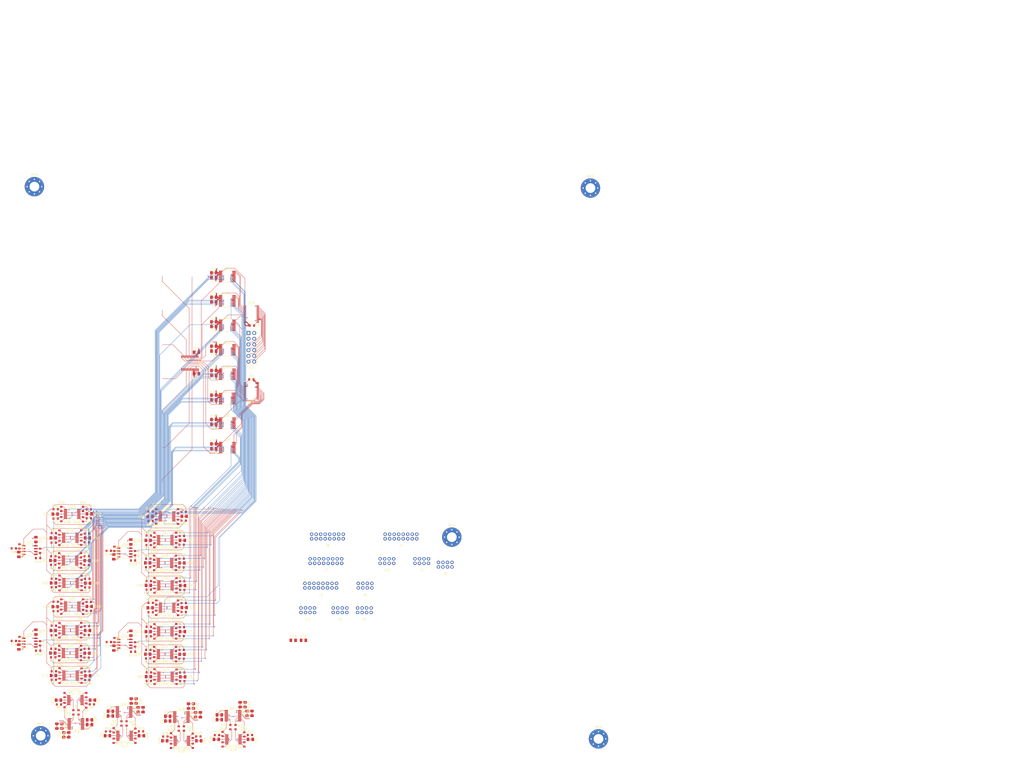
<source format=kicad_pcb>
(kicad_pcb (version 20171130) (host pcbnew "(2018-01-31 revision e69ddf0)-master")
  (layers (0 F.Cu signal) (1 In1.Cu power) (2 In2.Cu power) (31 B.Cu signal) (34 B.Paste user) (35 F.Paste user) (36 B.SilkS user) (37 F.SilkS user) (38 B.Mask user) (39 F.Mask user) (44 Edge.Cuts user))
  (net 0 "")
  (net 1 GNDREF)
  (net 2 +2V5)
  (net 3 +12V)
  (net 4 -2.5V)
  (net 5 +5V)
  (net 6 -12VA)
  (net 7 +5VA)
  (net 8 -5VA)
  (net 9 "Net-(R2-Pad2)")
  (net 10 "Net-(R5-Pad2)")
  (net 11 "Net-(R10-Pad2)")
  (net 12 "Net-(R34-Pad2)")
  (net 13 "Net-(R35-Pad2)")
  (net 14 "Net-(R37-Pad2)")
  (net 15 "Net-(R38-Pad2)")
  (net 16 "Net-(R41-Pad2)")
  (net 17 "Net-(R42-Pad2)")
  (net 18 "Net-(R45-Pad2)")
  (net 19 "Net-(R49-Pad2)")
  (net 20 "Net-(R53-Pad2)")
  (net 21 "Net-(R57-Pad2)")
  (net 22 "Net-(R61-Pad2)")
  (net 23 "Net-(R65-Pad2)")
  (net 24 "Net-(R69-Pad2)")
  (net 25 "Net-(R73-Pad2)")
  (net 26 "Net-(R74-Pad2)")
  (net 27 "Net-(R77-Pad2)")
  (net 28 "Net-(R78-Pad2)")
  (net 29 "Net-(R81-Pad2)")
  (net 30 "Net-(R85-Pad2)")
  (net 31 "Net-(R89-Pad2)")
  (net 32 "Net-(R93-Pad2)")
  (net 33 "Net-(R97-Pad2)")
  (net 34 "Net-(R101-Pad2)")
  (net 35 "Net-(R103-Pad2)")
  (net 36 "Net-(R105-Pad2)")
  (net 37 "Net-(R109-Pad2)")
  (net 38 "Net-(R113-Pad2)")
  (net 39 "Net-(R145-Pad2)")
  (net 40 "Net-(R149-Pad2)")
  (net 41 +12VA)
  (net 42 /MIC-IN2)
  (net 43 /MIC-IN4)
  (net 44 /MIC-IN5)
  (net 45 /MIC-IN3)
  (net 46 /MIC-IN0)
  (net 47 /MIC-IN1)
  (net 48 /MIC-IN7)
  (net 49 /MIC-IN6)
  (net 50 /MIC-OUT6)
  (net 51 /MIC-OUT7)
  (net 52 /MIC-OUT1)
  (net 53 /MIC-OUT0)
  (net 54 /MIC-OUT3)
  (net 55 /MIC-OUT5)
  (net 56 /MIC-OUT4)
  (net 57 /MIC-OUT2)
  (net 58 "Net-(J3-Pad3)")
  (net 59 "Net-(J3-Pad5)")
  (net 60 "Net-(J3-Pad13)")
  (net 61 "Net-(J3-Pad11)")
  (net 62 "Net-(J3-Pad1)")
  (net 63 "Net-(J3-Pad9)")
  (net 64 "Net-(J3-Pad15)")
  (net 65 "Net-(J3-Pad7)")
  (net 66 "Net-(J3-Pad2)")
  (net 67 "Net-(J3-Pad4)")
  (net 68 "Net-(J3-Pad6)")
  (net 69 "Net-(J3-Pad8)")
  (net 70 "Net-(J3-Pad10)")
  (net 71 "Net-(J3-Pad12)")
  (net 72 "Net-(J3-Pad14)")
  (net 73 "Net-(J3-Pad16)")
  (net 74 "Net-(J4-Pad16)")
  (net 75 "Net-(J4-Pad14)")
  (net 76 "Net-(J4-Pad12)")
  (net 77 "Net-(J4-Pad10)")
  (net 78 "Net-(J4-Pad8)")
  (net 79 "Net-(J4-Pad6)")
  (net 80 "Net-(J4-Pad4)")
  (net 81 "Net-(J4-Pad2)")
  (net 82 "Net-(J4-Pad7)")
  (net 83 "Net-(J4-Pad15)")
  (net 84 "Net-(J4-Pad9)")
  (net 85 "Net-(J4-Pad1)")
  (net 86 "Net-(J4-Pad11)")
  (net 87 "Net-(J4-Pad13)")
  (net 88 "Net-(J4-Pad5)")
  (net 89 "Net-(J4-Pad3)")
  (net 90 /2v5-SCL-0)
  (net 91 /2v5-SDA-0)
  (net 92 /5V-SDA-1)
  (net 93 /5V-SCL-1)
  (net 94 /SPST-~RST)
  (net 95 "/Mic Mux and Control/Dual Mic Distro Amp 0/L_IN")
  (net 96 "/Mic Mux and Control/Dual Mic Distro Amp 0/R_IN")
  (net 97 "/Mic Mux and Control/Dual Mic Distro Amp 1/L_IN")
  (net 98 "/Mic Mux and Control/Dual Mic Distro Amp 1/R_IN")
  (net 99 "/Mic Mux and Control/Dual Mic Distro Amp 2/L_IN")
  (net 100 "/Mic Mux and Control/Dual Mic Distro Amp 2/R_IN")
  (net 101 "/Mic Mux and Control/Dual Mic Distro Amp 3/L_IN")
  (net 102 "/Mic Mux and Control/Dual Mic Distro Amp 3/R_IN")
  (net 103 "/Mic Mux and Control/AMP-MIC-IN-0-0")
  (net 104 "/Mic Mux and Control/Dual Mic Distro Amp 0/L_Distro_Bus")
  (net 105 "/Mic Mux and Control/AMP-MIC-IN-1-0")
  (net 106 "/Mic Mux and Control/Dual Mic Distro Amp 0/R_Distro_Bus")
  (net 107 "/Mic Mux and Control/AMP-MIC-IN-0-1")
  (net 108 "/Mic Mux and Control/AMP-MIC-IN-1-1")
  (net 109 "/Mic Mux and Control/AMP-MIC-IN-0-2")
  (net 110 "/Mic Mux and Control/AMP-MIC-IN-1-2")
  (net 111 "/Mic Mux and Control/AMP-MIC-IN-0-3")
  (net 112 "/Mic Mux and Control/AMP-MIC-IN-1-3")
  (net 113 "/Mic Mux and Control/AMP-MIC-IN-0-4")
  (net 114 "/Mic Mux and Control/AMP-MIC-IN-1-4")
  (net 115 "/Mic Mux and Control/AMP-MIC-IN-0-5")
  (net 116 "/Mic Mux and Control/AMP-MIC-IN-1-5")
  (net 117 "/Mic Mux and Control/AMP-MIC-IN-0-6")
  (net 118 "/Mic Mux and Control/AMP-MIC-IN-1-6")
  (net 119 "/Mic Mux and Control/AMP-MIC-IN-0-7")
  (net 120 "/Mic Mux and Control/AMP-MIC-IN-1-7")
  (net 121 "/Mic Mux and Control/AMP-MIC-IN-2-0")
  (net 122 "/Mic Mux and Control/Dual Mic Distro Amp 1/L_Distro_Bus")
  (net 123 "/Mic Mux and Control/AMP-MIC-IN-3-0")
  (net 124 "/Mic Mux and Control/Dual Mic Distro Amp 1/R_Distro_Bus")
  (net 125 "/Mic Mux and Control/AMP-MIC-IN-2-1")
  (net 126 "/Mic Mux and Control/AMP-MIC-IN-3-1")
  (net 127 "/Mic Mux and Control/AMP-MIC-IN-2-2")
  (net 128 "/Mic Mux and Control/AMP-MIC-IN-3-2")
  (net 129 "/Mic Mux and Control/AMP-MIC-IN-2-3")
  (net 130 "/Mic Mux and Control/AMP-MIC-IN-3-3")
  (net 131 "/Mic Mux and Control/AMP-MIC-IN-2-4")
  (net 132 "/Mic Mux and Control/AMP-MIC-IN-3-4")
  (net 133 "/Mic Mux and Control/AMP-MIC-IN-2-5")
  (net 134 "/Mic Mux and Control/AMP-MIC-IN-3-5")
  (net 135 "/Mic Mux and Control/AMP-MIC-IN-2-6")
  (net 136 "/Mic Mux and Control/AMP-MIC-IN-3-6")
  (net 137 "/Mic Mux and Control/AMP-MIC-IN-2-7")
  (net 138 "/Mic Mux and Control/AMP-MIC-IN-3-7")
  (net 139 "/Mic Mux and Control/AMP-MIC-IN-4-0")
  (net 140 "/Mic Mux and Control/Dual Mic Distro Amp 2/L_Distro_Bus")
  (net 141 "/Mic Mux and Control/AMP-MIC-IN-5-0")
  (net 142 "/Mic Mux and Control/Dual Mic Distro Amp 2/R_Distro_Bus")
  (net 143 "/Mic Mux and Control/AMP-MIC-IN-4-1")
  (net 144 "/Mic Mux and Control/AMP-MIC-IN-5-1")
  (net 145 "/Mic Mux and Control/AMP-MIC-IN-4-2")
  (net 146 "/Mic Mux and Control/AMP-MIC-IN-5-2")
  (net 147 "/Mic Mux and Control/AMP-MIC-IN-4-3")
  (net 148 "/Mic Mux and Control/AMP-MIC-IN-5-3")
  (net 149 "/Mic Mux and Control/AMP-MIC-IN-4-4")
  (net 150 "/Mic Mux and Control/AMP-MIC-IN-5-4")
  (net 151 "/Mic Mux and Control/AMP-MIC-IN-4-5")
  (net 152 "/Mic Mux and Control/AMP-MIC-IN-5-5")
  (net 153 "/Mic Mux and Control/AMP-MIC-IN-4-6")
  (net 154 "/Mic Mux and Control/AMP-MIC-IN-5-6")
  (net 155 "/Mic Mux and Control/AMP-MIC-IN-4-7")
  (net 156 "/Mic Mux and Control/AMP-MIC-IN-5-7")
  (net 157 "/Mic Mux and Control/AMP-MIC-IN-6-0")
  (net 158 "/Mic Mux and Control/Dual Mic Distro Amp 3/L_Distro_Bus")
  (net 159 "/Mic Mux and Control/AMP-MIC-IN-7-0")
  (net 160 "/Mic Mux and Control/Dual Mic Distro Amp 3/R_Distro_Bus")
  (net 161 "/Mic Mux and Control/AMP-MIC-IN-6-1")
  (net 162 "/Mic Mux and Control/AMP-MIC-IN-7-1")
  (net 163 "/Mic Mux and Control/AMP-MIC-IN-6-2")
  (net 164 "/Mic Mux and Control/AMP-MIC-IN-7-2")
  (net 165 "/Mic Mux and Control/AMP-MIC-IN-6-3")
  (net 166 "/Mic Mux and Control/AMP-MIC-IN-7-3")
  (net 167 "/Mic Mux and Control/AMP-MIC-IN-6-4")
  (net 168 "/Mic Mux and Control/AMP-MIC-IN-7-4")
  (net 169 "/Mic Mux and Control/AMP-MIC-IN-6-5")
  (net 170 "/Mic Mux and Control/AMP-MIC-IN-7-5")
  (net 171 "/Mic Mux and Control/AMP-MIC-IN-6-6")
  (net 172 "/Mic Mux and Control/AMP-MIC-IN-7-6")
  (net 173 "/Mic Mux and Control/AMP-MIC-IN-6-7")
  (net 174 "/Mic Mux and Control/AMP-MIC-IN-7-7")
  (net 175 "/Mic Mux and Control/DEV-MIC-IN-XBAR-CTL0")
  (net 176 "/Mic Mux and Control/DEV-MIC-IN-XBAR-CTL2")
  (net 177 "/Mic Mux and Control/DEV-MIC-IN-XBAR-CTL1")
  (net 178 "/Mic Mux and Control/DEV-MIC-IN-XBAR-CTL4")
  (net 179 "/Mic Mux and Control/DEV-MIC-IN-XBAR-CTL5")
  (net 180 "/Mic Mux and Control/DEV-MIC-IN-XBAR-CTL3")
  (net 181 "/Mic Mux and Control/DEV-MIC-IN-XBAR-CTL6")
  (net 182 "/Mic Mux and Control/DEV-MIC-IN-XBAR-CTL8")
  (net 183 "/Mic Mux and Control/DEV-MIC-IN-XBAR-CTL7")
  (net 184 "/Mic Mux and Control/DEV-MIC-IN-XBAR-CTL9")
  (net 185 "/Mic Mux and Control/DEV-MIC-IN-XBAR-CTL11")
  (net 186 "/Mic Mux and Control/DEV-MIC-IN-XBAR-CTL10")
  (net 187 "/Mic Mux and Control/DEV-MIC-IN-XBAR-CTL12")
  (net 188 "/Mic Mux and Control/DEV-MIC-IN-XBAR-CTL14")
  (net 189 "/Mic Mux and Control/DEV-MIC-IN-XBAR-CTL13")
  (net 190 "/Mic Mux and Control/DEV-MIC-IN-XBAR-CTL15")
  (net 191 "/Mic Mux and Control/DEV-MIC-IN-XBAR-CTL17")
  (net 192 "/Mic Mux and Control/DEV-MIC-IN-XBAR-CTL16")
  (net 193 "/Mic Mux and Control/DEV-MIC-IN-XBAR-CTL19")
  (net 194 "/Mic Mux and Control/DEV-MIC-IN-XBAR-CTL20")
  (net 195 "/Mic Mux and Control/DEV-MIC-IN-XBAR-CTL18")
  (net 196 "/Mic Mux and Control/DEV-MIC-IN-XBAR-CTL22")
  (net 197 "/Mic Mux and Control/DEV-MIC-IN-XBAR-CTL23")
  (net 198 "/Mic Mux and Control/DEV-MIC-IN-XBAR-CTL21")
  (net 199 "Net-(J12-Pad5)")
  (net 200 "Net-(J12-Pad6)")
  (net 201 "Net-(J12-Pad7)")
  (net 202 "Net-(J12-Pad8)")
  (net 203 "Net-(J12-Pad9)")
  (net 204 "Net-(J12-Pad10)")
  (net 205 "Net-(J12-Pad11)")
  (net 206 "Net-(J12-Pad12)")
  (net 207 "Net-(R1-Pad2)")
  (net 208 "Net-(R3-Pad2)")
  (net 209 "Net-(R3-Pad1)")
  (net 210 "Net-(R6-Pad1)")
  (net 211 "Net-(R6-Pad2)")
  (net 212 "Net-(R7-Pad2)")
  (net 213 "Net-(R10-Pad1)")
  (net 214 "Net-(R11-Pad1)")
  (net 215 "Net-(R11-Pad2)")
  (net 216 "Net-(R13-Pad2)")
  (net 217 "Net-(R14-Pad2)")
  (net 218 "Net-(R14-Pad1)")
  (net 219 "Net-(R15-Pad2)")
  (net 220 "Net-(R17-Pad2)")
  (net 221 "Net-(R18-Pad2)")
  (net 222 "Net-(R19-Pad2)")
  (net 223 "Net-(R19-Pad1)")
  (net 224 "Net-(R21-Pad2)")
  (net 225 "Net-(R22-Pad1)")
  (net 226 "Net-(R22-Pad2)")
  (net 227 "Net-(R23-Pad2)")
  (net 228 "Net-(R25-Pad2)")
  (net 229 "Net-(R26-Pad2)")
  (net 230 "Net-(R27-Pad2)")
  (net 231 "Net-(R27-Pad1)")
  (net 232 "Net-(R29-Pad2)")
  (net 233 "Net-(R30-Pad1)")
  (net 234 "Net-(R30-Pad2)")
  (net 235 "Net-(R31-Pad2)")
  (net 236 "Net-(R33-Pad2)")
  (net 237 "Net-(R47-Pad2)")
  (net 238 "Net-(R51-Pad2)")
  (net 239 "Net-(R55-Pad2)")
  (net 240 "Net-(R59-Pad2)")
  (net 241 "Net-(R63-Pad2)")
  (net 242 "Net-(R67-Pad2)")
  (net 243 "Net-(R71-Pad2)")
  (net 244 "Net-(R83-Pad2)")
  (net 245 "Net-(R87-Pad2)")
  (net 246 "Net-(R91-Pad2)")
  (net 247 "Net-(R95-Pad2)")
  (net 248 "Net-(R100-Pad1)")
  (net 249 "Net-(R107-Pad2)")
  (net 250 "Net-(R110-Pad2)")
  (net 251 "Net-(R114-Pad2)")
  (net 252 "Net-(R117-Pad2)")
  (net 253 "Net-(R119-Pad2)")
  (net 254 "Net-(R121-Pad2)")
  (net 255 "Net-(R123-Pad2)")
  (net 256 "Net-(R125-Pad2)")
  (net 257 "Net-(R127-Pad2)")
  (net 258 "Net-(R129-Pad2)")
  (net 259 "Net-(R131-Pad2)")
  (net 260 "Net-(R133-Pad2)")
  (net 261 "Net-(R135-Pad2)")
  (net 262 "Net-(R137-Pad2)")
  (net 263 "Net-(R139-Pad2)")
  (net 264 "Net-(R141-Pad2)")
  (net 265 "Net-(R143-Pad2)")
  (net 266 "Net-(R146-Pad2)")
  (net 267 "Net-(R150-Pad2)")
  (net 268 "Net-(R153-Pad2)")
  (net 269 "Net-(R155-Pad2)")
  (net 270 "Net-(R157-Pad2)")
  (net 271 "Net-(R159-Pad2)")
  (net 272 "Net-(R161-Pad2)")
  (net 273 "Net-(R163-Pad2)")
  (net 274 "Net-(R165-Pad2)")
  (net 275 "Net-(R167-Pad2)")
  (net 276 "Net-(R169-Pad2)")
  (net 277 "Net-(R171-Pad2)")
  (net 278 "Net-(R173-Pad2)")
  (net 279 "Net-(R175-Pad2)")
  (net 280 "Net-(R177-Pad2)")
  (net 281 "Net-(U1-Pad19)")
  (net 282 "Net-(U1-Pad17)")
  (net 283 "Net-(U1-Pad15)")
  (net 284 "Net-(U1-Pad13)")
  (net 285 "Net-(U1-Pad12)")
  (net 286 "Net-(U1-Pad10)")
  (net 287 "Net-(U1-Pad8)")
  (net 288 "Net-(U1-Pad6)")
  (module Package_SSOP:TSSOP-16_4.4x5mm_P0.65mm (layer F.Cu) (at 278.257 207.630484)
    (fp_text reference U6 (at 0 -3.55) (layer F.SilkS))
    (fp_text value ADG708)
    (pad 1 smd rect (at -2.95 -2.275) (size 1.5 0.45) (layers F.Cu F.Paste F.Mask) (net 187 "/Mic Mux and Control/DEV-MIC-IN-XBAR-CTL12"))
    (pad 2 smd rect (at -2.95 -1.625) (size 1.5 0.45) (layers F.Cu F.Paste F.Mask) (net 2 +2V5))
    (pad 3 smd rect (at -2.95 -0.975) (size 1.5 0.45) (layers F.Cu F.Paste F.Mask) (net 4 -2.5V))
    (pad 4 smd rect (at -2.95 -0.325) (size 1.5 0.45) (layers F.Cu F.Paste F.Mask) (net 113 "/Mic Mux and Control/AMP-MIC-IN-0-4"))
    (pad 5 smd rect (at -2.95 0.325) (size 1.5 0.45) (layers F.Cu F.Paste F.Mask) (net 114 "/Mic Mux and Control/AMP-MIC-IN-1-4"))
    (pad 6 smd rect (at -2.95 0.975) (size 1.5 0.45) (layers F.Cu F.Paste F.Mask) (net 131 "/Mic Mux and Control/AMP-MIC-IN-2-4"))
    (pad 7 smd rect (at -2.95 1.625) (size 1.5 0.45) (layers F.Cu F.Paste F.Mask) (net 132 "/Mic Mux and Control/AMP-MIC-IN-3-4"))
    (pad 8 smd rect (at -2.95 2.275) (size 1.5 0.45) (layers F.Cu F.Paste F.Mask) (net 284 "Net-(U1-Pad13)"))
    (pad 9 smd rect (at 2.95 2.275) (size 1.5 0.45) (layers F.Cu F.Paste F.Mask) (net 168 "/Mic Mux and Control/AMP-MIC-IN-7-4"))
    (pad 10 smd rect (at 2.95 1.625) (size 1.5 0.45) (layers F.Cu F.Paste F.Mask) (net 167 "/Mic Mux and Control/AMP-MIC-IN-6-4"))
    (pad 11 smd rect (at 2.95 0.975) (size 1.5 0.45) (layers F.Cu F.Paste F.Mask) (net 150 "/Mic Mux and Control/AMP-MIC-IN-5-4"))
    (pad 12 smd rect (at 2.95 0.325) (size 1.5 0.45) (layers F.Cu F.Paste F.Mask) (net 149 "/Mic Mux and Control/AMP-MIC-IN-4-4"))
    (pad 13 smd rect (at 2.95 -0.325) (size 1.5 0.45) (layers F.Cu F.Paste F.Mask) (net 2 +2V5))
    (pad 14 smd rect (at 2.95 -0.975) (size 1.5 0.45) (layers F.Cu F.Paste F.Mask) (net 1 GNDREF))
    (pad 15 smd rect (at 2.95 -1.625) (size 1.5 0.45) (layers F.Cu F.Paste F.Mask) (net 188 "/Mic Mux and Control/DEV-MIC-IN-XBAR-CTL14"))
    (pad 16 smd rect (at 2.95 -2.275) (size 1.5 0.45) (layers F.Cu F.Paste F.Mask) (net 189 "/Mic Mux and Control/DEV-MIC-IN-XBAR-CTL13"))
  )
  (module Capacitor_SMD:C_0805_2012Metric_Pad1.15x1.50mm_HandSolder (layer F.Cu) (at 272.288 162.6616 180)
    (fp_text reference C3 (at 0 1.6256 180) (layer F.SilkS))
    (fp_text value 0.1uF)
    (pad 2 smd rect (at 1.0425 0 180) (size 1.145 1.5) (layers F.Cu F.Paste F.Mask) (net 1 GNDREF))
    (pad 1 smd rect (at -1.0425 0 180) (size 1.145 1.5) (layers F.Cu F.Paste F.Mask) (net 2 +2V5))
  )
  (module Capacitor_SMD:C_0805_2012Metric_Pad1.15x1.50mm_HandSolder (layer F.Cu) (at 272.288 164.7444)
    (fp_text reference C4 (at 0 1.7526) (layer F.SilkS))
    (fp_text value 0.1uF)
    (pad 1 smd rect (at -1.0425 0) (size 1.145 1.5) (layers F.Cu F.Paste F.Mask) (net 1 GNDREF))
    (pad 2 smd rect (at 1.0425 0) (size 1.145 1.5) (layers F.Cu F.Paste F.Mask) (net 4 -2.5V))
  )
  (module Capacitor_SMD:C_0805_2012Metric_Pad1.15x1.50mm_HandSolder (layer F.Cu) (at 272.288 173.5009 180)
    (fp_text reference C5 (at 0 1.6699 180) (layer F.SilkS))
    (fp_text value 0.1uF)
    (pad 2 smd rect (at 1.0425 0 180) (size 1.145 1.5) (layers F.Cu F.Paste F.Mask) (net 1 GNDREF))
    (pad 1 smd rect (at -1.0425 0 180) (size 1.145 1.5) (layers F.Cu F.Paste F.Mask) (net 2 +2V5))
  )
  (module Capacitor_SMD:C_0805_2012Metric_Pad1.15x1.50mm_HandSolder (layer F.Cu) (at 272.288 175.6156)
    (fp_text reference C6 (at 0 1.6764) (layer F.SilkS))
    (fp_text value 0.1uF)
    (pad 1 smd rect (at -1.0425 0) (size 1.145 1.5) (layers F.Cu F.Paste F.Mask) (net 1 GNDREF))
    (pad 2 smd rect (at 1.0425 0) (size 1.145 1.5) (layers F.Cu F.Paste F.Mask) (net 4 -2.5V))
  )
  (module Capacitor_SMD:C_0805_2012Metric_Pad1.15x1.50mm_HandSolder (layer F.Cu) (at 272.288 184.404 180)
    (fp_text reference C7 (at 0 1.651 180) (layer F.SilkS))
    (fp_text value 0.1uF)
    (pad 1 smd rect (at -1.0425 0 180) (size 1.145 1.5) (layers F.Cu F.Paste F.Mask) (net 2 +2V5))
    (pad 2 smd rect (at 1.0425 0 180) (size 1.145 1.5) (layers F.Cu F.Paste F.Mask) (net 1 GNDREF))
  )
  (module Capacitor_SMD:C_0805_2012Metric_Pad1.15x1.50mm_HandSolder (layer F.Cu) (at 272.288 186.4868)
    (fp_text reference C8 (at 0 1.7272) (layer F.SilkS))
    (fp_text value 0.1uF)
    (pad 2 smd rect (at 1.0425 0) (size 1.145 1.5) (layers F.Cu F.Paste F.Mask) (net 4 -2.5V))
    (pad 1 smd rect (at -1.0425 0) (size 1.145 1.5) (layers F.Cu F.Paste F.Mask) (net 1 GNDREF))
  )
  (module Capacitor_SMD:C_0805_2012Metric_Pad1.15x1.50mm_HandSolder (layer F.Cu) (at 272.288 195.199 180)
    (fp_text reference C9 (at 0 1.651 180) (layer F.SilkS))
    (fp_text value 0.1uF)
    (pad 2 smd rect (at 1.0425 0 180) (size 1.145 1.5) (layers F.Cu F.Paste F.Mask) (net 1 GNDREF))
    (pad 1 smd rect (at -1.0425 0 180) (size 1.145 1.5) (layers F.Cu F.Paste F.Mask) (net 2 +2V5))
  )
  (module Capacitor_SMD:C_0805_2012Metric_Pad1.15x1.50mm_HandSolder (layer F.Cu) (at 272.288 197.358)
    (fp_text reference C10 (at 0 1.651) (layer F.SilkS))
    (fp_text value 0.1uF)
    (pad 1 smd rect (at -1.0425 0) (size 1.145 1.5) (layers F.Cu F.Paste F.Mask) (net 1 GNDREF))
    (pad 2 smd rect (at 1.0425 0) (size 1.145 1.5) (layers F.Cu F.Paste F.Mask) (net 4 -2.5V))
  )
  (module Capacitor_SMD:C_0805_2012Metric_Pad1.15x1.50mm_HandSolder (layer F.Cu) (at 272.288 205.994 180)
    (fp_text reference C11 (at 0 1.524 180) (layer F.SilkS))
    (fp_text value 0.1uF)
    (pad 2 smd rect (at 1.0425 0 180) (size 1.145 1.5) (layers F.Cu F.Paste F.Mask) (net 1 GNDREF))
    (pad 1 smd rect (at -1.0425 0 180) (size 1.145 1.5) (layers F.Cu F.Paste F.Mask) (net 2 +2V5))
  )
  (module Capacitor_SMD:C_0805_2012Metric_Pad1.15x1.50mm_HandSolder (layer F.Cu) (at 272.288 208.153)
    (fp_text reference C12 (at 0 1.651) (layer F.SilkS))
    (fp_text value 0.1uF)
    (pad 1 smd rect (at -1.0425 0) (size 1.145 1.5) (layers F.Cu F.Paste F.Mask) (net 1 GNDREF))
    (pad 2 smd rect (at 1.0425 0) (size 1.145 1.5) (layers F.Cu F.Paste F.Mask) (net 4 -2.5V))
  )
  (module Capacitor_SMD:C_0805_2012Metric_Pad1.15x1.50mm_HandSolder (layer F.Cu) (at 272.288 216.916 180)
    (fp_text reference C13 (at 0 1.651 180) (layer F.SilkS))
    (fp_text value 0.1uF)
    (pad 2 smd rect (at 1.0425 0 180) (size 1.145 1.5) (layers F.Cu F.Paste F.Mask) (net 1 GNDREF))
    (pad 1 smd rect (at -1.0425 0 180) (size 1.145 1.5) (layers F.Cu F.Paste F.Mask) (net 2 +2V5))
  )
  (module Capacitor_SMD:C_0805_2012Metric_Pad1.15x1.50mm_HandSolder (layer F.Cu) (at 272.288 219.075)
    (fp_text reference C14 (at 0 1.778) (layer F.SilkS))
    (fp_text value 0.1uF)
    (pad 1 smd rect (at -1.0425 0) (size 1.145 1.5) (layers F.Cu F.Paste F.Mask) (net 1 GNDREF))
    (pad 2 smd rect (at 1.0425 0) (size 1.145 1.5) (layers F.Cu F.Paste F.Mask) (net 4 -2.5V))
  )
  (module Capacitor_SMD:C_0805_2012Metric_Pad1.15x1.50mm_HandSolder (layer F.Cu) (at 272.288 227.711 180)
    (fp_text reference C15 (at 0 1.778 180) (layer F.SilkS))
    (fp_text value 0.1uF)
    (pad 1 smd rect (at -1.0425 0 180) (size 1.145 1.5) (layers F.Cu F.Paste F.Mask) (net 2 +2V5))
    (pad 2 smd rect (at 1.0425 0 180) (size 1.145 1.5) (layers F.Cu F.Paste F.Mask) (net 1 GNDREF))
  )
  (module Capacitor_SMD:C_0805_2012Metric_Pad1.15x1.50mm_HandSolder (layer F.Cu) (at 272.288 229.87)
    (fp_text reference C16 (at 0 1.778) (layer F.SilkS))
    (fp_text value 0.1uF)
    (pad 2 smd rect (at 1.0425 0) (size 1.145 1.5) (layers F.Cu F.Paste F.Mask) (net 4 -2.5V))
    (pad 1 smd rect (at -1.0425 0) (size 1.145 1.5) (layers F.Cu F.Paste F.Mask) (net 1 GNDREF))
  )
  (module Capacitor_SMD:C_0805_2012Metric_Pad1.15x1.50mm_HandSolder (layer F.Cu) (at 272.288 238.506 180)
    (fp_text reference C17 (at 0 1.651 180) (layer F.SilkS))
    (fp_text value 0.1uF)
    (pad 2 smd rect (at 1.0425 0 180) (size 1.145 1.5) (layers F.Cu F.Paste F.Mask) (net 1 GNDREF))
    (pad 1 smd rect (at -1.0425 0 180) (size 1.145 1.5) (layers F.Cu F.Paste F.Mask) (net 2 +2V5))
  )
  (module Capacitor_SMD:C_0805_2012Metric_Pad1.15x1.50mm_HandSolder (layer F.Cu) (at 272.288 240.665)
    (fp_text reference C18 (at 0 1.651) (layer F.SilkS))
    (fp_text value 0.1uF)
    (pad 1 smd rect (at -1.0425 0) (size 1.145 1.5) (layers F.Cu F.Paste F.Mask) (net 1 GNDREF))
    (pad 2 smd rect (at 1.0425 0) (size 1.145 1.5) (layers F.Cu F.Paste F.Mask) (net 4 -2.5V))
  )
  (module Capacitor_SMD:C_0805_2012Metric_Pad1.15x1.50mm_HandSolder (layer F.Cu) (at 203.445255 352.128842)
    (fp_text reference C21 (at -2.5908 -0.0508 90) (layer F.SilkS))
    (fp_text value 0.1uF)
    (pad 2 smd rect (at 1.0425 0) (size 1.145 1.5) (layers F.Cu F.Paste F.Mask) (net 6 -12VA))
    (pad 1 smd rect (at -1.0425 0) (size 1.145 1.5) (layers F.Cu F.Paste F.Mask) (net 1 GNDREF))
  )
  (module Capacitor_SMD:C_0805_2012Metric_Pad1.15x1.50mm_HandSolder (layer F.Cu) (at 218.532855 352.128842 180)
    (fp_text reference C22 (at -2.4892 0 270) (layer F.SilkS))
    (fp_text value 0.1uF)
    (pad 1 smd rect (at -1.0425 0 180) (size 1.145 1.5) (layers F.Cu F.Paste F.Mask) (net 1 GNDREF))
    (pad 2 smd rect (at 1.0425 0 180) (size 1.145 1.5) (layers F.Cu F.Paste F.Mask) (net 41 +12VA))
  )
  (module Capacitor_SMD:C_0805_2012Metric_Pad1.15x1.50mm_HandSolder (layer F.Cu) (at 202.734055 363.660442 270)
    (fp_text reference C23 (at 0 -1.85 270) (layer F.SilkS))
    (fp_text value 0.01uF)
    (pad 1 smd rect (at -1.0425 0 270) (size 1.145 1.5) (layers F.Cu F.Paste F.Mask) (net 1 GNDREF))
    (pad 2 smd rect (at 1.0425 0 270) (size 1.145 1.5) (layers F.Cu F.Paste F.Mask) (net 7 +5VA))
  )
  (module Capacitor_SMD:C_0805_2012Metric_Pad1.15x1.50mm_HandSolder (layer F.Cu) (at 204.918455 363.660442 270)
    (fp_text reference C24 (at 0 -1.85 270) (layer F.SilkS))
    (fp_text value 0.1uF)
    (pad 2 smd rect (at 1.0425 0 270) (size 1.145 1.5) (layers F.Cu F.Paste F.Mask) (net 7 +5VA))
    (pad 1 smd rect (at -1.0425 0 270) (size 1.145 1.5) (layers F.Cu F.Paste F.Mask) (net 1 GNDREF))
  )
  (module Capacitor_SMD:C_0805_2012Metric_Pad1.15x1.50mm_HandSolder (layer F.Cu) (at 208.017255 367.521242 90)
    (fp_text reference C25 (at 0 -1.85 90) (layer F.SilkS))
    (fp_text value 0.1uF)
    (pad 1 smd rect (at -1.0425 0 90) (size 1.145 1.5) (layers F.Cu F.Paste F.Mask) (net 1 GNDREF))
    (pad 2 smd rect (at 1.0425 0 90) (size 1.145 1.5) (layers F.Cu F.Paste F.Mask) (net 5 +5V))
  )
  (module Capacitor_SMD:C_0805_2012Metric_Pad1.15x1.50mm_HandSolder (layer F.Cu) (at 205.832855 367.521242 90)
    (fp_text reference C26 (at 0 -1.85 90) (layer F.SilkS))
    (fp_text value 0.01uF)
    (pad 1 smd rect (at -1.0425 0 90) (size 1.145 1.5) (layers F.Cu F.Paste F.Mask) (net 1 GNDREF))
    (pad 2 smd rect (at 1.0425 0 90) (size 1.145 1.5) (layers F.Cu F.Paste F.Mask) (net 5 +5V))
  )
  (module Capacitor_SMD:C_0805_2012Metric_Pad1.15x1.50mm_HandSolder (layer F.Cu) (at 217.212055 363.000042 180)
    (fp_text reference C27 (at 0 -1.85 180) (layer F.SilkS))
    (fp_text value 0.01uF)
    (pad 2 smd rect (at 1.0425 0 180) (size 1.145 1.5) (layers F.Cu F.Paste F.Mask) (net 8 -5VA))
    (pad 1 smd rect (at -1.0425 0 180) (size 1.145 1.5) (layers F.Cu F.Paste F.Mask) (net 1 GNDREF))
  )
  (module Capacitor_SMD:C_0805_2012Metric_Pad1.15x1.50mm_HandSolder (layer F.Cu) (at 217.212055 360.866442 180)
    (fp_text reference C28 (at -2.4892 0 270) (layer F.SilkS))
    (fp_text value 0.1uF)
    (pad 2 smd rect (at 1.0425 0 180) (size 1.145 1.5) (layers F.Cu F.Paste F.Mask) (net 8 -5VA))
    (pad 1 smd rect (at -1.0425 0 180) (size 1.145 1.5) (layers F.Cu F.Paste F.Mask) (net 1 GNDREF))
  )
  (module Capacitor_SMD:C_0805_2012Metric_Pad1.15x1.50mm_HandSolder (layer F.Cu) (at 240.2332 367.9004 180)
    (fp_text reference C29 (at -2.5908 -0.0508 270) (layer F.SilkS))
    (fp_text value 0.1uF)
    (pad 2 smd rect (at 1.0425 0 180) (size 1.145 1.5) (layers F.Cu F.Paste F.Mask) (net 6 -12VA))
    (pad 1 smd rect (at -1.0425 0 180) (size 1.145 1.5) (layers F.Cu F.Paste F.Mask) (net 1 GNDREF))
  )
  (module Capacitor_SMD:C_0805_2012Metric_Pad1.15x1.50mm_HandSolder (layer F.Cu) (at 225.1456 367.9004)
    (fp_text reference C30 (at -2.4892 0 90) (layer F.SilkS))
    (fp_text value 0.1uF)
    (pad 1 smd rect (at -1.0425 0) (size 1.145 1.5) (layers F.Cu F.Paste F.Mask) (net 1 GNDREF))
    (pad 2 smd rect (at 1.0425 0) (size 1.145 1.5) (layers F.Cu F.Paste F.Mask) (net 41 +12VA))
  )
  (module Capacitor_SMD:C_0805_2012Metric_Pad1.15x1.50mm_HandSolder (layer F.Cu) (at 240.9444 356.3688 90)
    (fp_text reference C31 (at 0 -1.85 90) (layer F.SilkS))
    (fp_text value 0.01uF)
    (pad 1 smd rect (at -1.0425 0 90) (size 1.145 1.5) (layers F.Cu F.Paste F.Mask) (net 1 GNDREF))
    (pad 2 smd rect (at 1.0425 0 90) (size 1.145 1.5) (layers F.Cu F.Paste F.Mask) (net 7 +5VA))
  )
  (module Capacitor_SMD:C_0805_2012Metric_Pad1.15x1.50mm_HandSolder (layer F.Cu) (at 238.76 356.3688 90)
    (fp_text reference C32 (at 0 -1.85 90) (layer F.SilkS))
    (fp_text value 0.1uF)
    (pad 2 smd rect (at 1.0425 0 90) (size 1.145 1.5) (layers F.Cu F.Paste F.Mask) (net 7 +5VA))
    (pad 1 smd rect (at -1.0425 0 90) (size 1.145 1.5) (layers F.Cu F.Paste F.Mask) (net 1 GNDREF))
  )
  (module Capacitor_SMD:C_0805_2012Metric_Pad1.15x1.50mm_HandSolder (layer F.Cu) (at 235.6612 352.508 270)
    (fp_text reference C33 (at 0 -1.85 270) (layer F.SilkS))
    (fp_text value 0.1uF)
    (pad 1 smd rect (at -1.0425 0 270) (size 1.145 1.5) (layers F.Cu F.Paste F.Mask) (net 1 GNDREF))
    (pad 2 smd rect (at 1.0425 0 270) (size 1.145 1.5) (layers F.Cu F.Paste F.Mask) (net 5 +5V))
  )
  (module Capacitor_SMD:C_0805_2012Metric_Pad1.15x1.50mm_HandSolder (layer F.Cu) (at 237.8456 352.508 270)
    (fp_text reference C34 (at 0 -1.85 270) (layer F.SilkS))
    (fp_text value 0.01uF)
    (pad 1 smd rect (at -1.0425 0 270) (size 1.145 1.5) (layers F.Cu F.Paste F.Mask) (net 1 GNDREF))
    (pad 2 smd rect (at 1.0425 0 270) (size 1.145 1.5) (layers F.Cu F.Paste F.Mask) (net 5 +5V))
  )
  (module Capacitor_SMD:C_0805_2012Metric_Pad1.15x1.50mm_HandSolder (layer F.Cu) (at 226.4664 357.0292)
    (fp_text reference C35 (at 0 -1.85) (layer F.SilkS))
    (fp_text value 0.01uF)
    (pad 2 smd rect (at 1.0425 0) (size 1.145 1.5) (layers F.Cu F.Paste F.Mask) (net 8 -5VA))
    (pad 1 smd rect (at -1.0425 0) (size 1.145 1.5) (layers F.Cu F.Paste F.Mask) (net 1 GNDREF))
  )
  (module Capacitor_SMD:C_0805_2012Metric_Pad1.15x1.50mm_HandSolder (layer F.Cu) (at 226.4664 359.1628)
    (fp_text reference C36 (at -2.4892 0 90) (layer F.SilkS))
    (fp_text value 0.1uF)
    (pad 2 smd rect (at 1.0425 0) (size 1.145 1.5) (layers F.Cu F.Paste F.Mask) (net 8 -5VA))
    (pad 1 smd rect (at -1.0425 0) (size 1.145 1.5) (layers F.Cu F.Paste F.Mask) (net 1 GNDREF))
  )
  (module Capacitor_SMD:C_0805_2012Metric_Pad1.15x1.50mm_HandSolder (layer F.Cu) (at 288.4932 369.5324 180)
    (fp_text reference C37 (at -2.5908 -0.0508 270) (layer F.SilkS))
    (fp_text value 0.1uF)
    (pad 2 smd rect (at 1.0425 0 180) (size 1.145 1.5) (layers F.Cu F.Paste F.Mask) (net 6 -12VA))
    (pad 1 smd rect (at -1.0425 0 180) (size 1.145 1.5) (layers F.Cu F.Paste F.Mask) (net 1 GNDREF))
  )
  (module Capacitor_SMD:C_0805_2012Metric_Pad1.15x1.50mm_HandSolder (layer F.Cu) (at 273.4056 369.5324)
    (fp_text reference C38 (at -2.4892 0 90) (layer F.SilkS))
    (fp_text value 0.1uF)
    (pad 1 smd rect (at -1.0425 0) (size 1.145 1.5) (layers F.Cu F.Paste F.Mask) (net 1 GNDREF))
    (pad 2 smd rect (at 1.0425 0) (size 1.145 1.5) (layers F.Cu F.Paste F.Mask) (net 41 +12VA))
  )
  (module Capacitor_SMD:C_0805_2012Metric_Pad1.15x1.50mm_HandSolder (layer F.Cu) (at 289.2044 358.0008 90)
    (fp_text reference C39 (at 0 -1.85 90) (layer F.SilkS))
    (fp_text value 0.01uF)
    (pad 1 smd rect (at -1.0425 0 90) (size 1.145 1.5) (layers F.Cu F.Paste F.Mask) (net 1 GNDREF))
    (pad 2 smd rect (at 1.0425 0 90) (size 1.145 1.5) (layers F.Cu F.Paste F.Mask) (net 7 +5VA))
  )
  (module Capacitor_SMD:C_0805_2012Metric_Pad1.15x1.50mm_HandSolder (layer F.Cu) (at 287.02 358.0008 90)
    (fp_text reference C40 (at 0 -1.85 90) (layer F.SilkS))
    (fp_text value 0.1uF)
    (pad 2 smd rect (at 1.0425 0 90) (size 1.145 1.5) (layers F.Cu F.Paste F.Mask) (net 7 +5VA))
    (pad 1 smd rect (at -1.0425 0 90) (size 1.145 1.5) (layers F.Cu F.Paste F.Mask) (net 1 GNDREF))
  )
  (module Capacitor_SMD:C_0805_2012Metric_Pad1.15x1.50mm_HandSolder (layer F.Cu) (at 283.9212 354.14 270)
    (fp_text reference C41 (at 0 -1.85 270) (layer F.SilkS))
    (fp_text value 0.1uF)
    (pad 1 smd rect (at -1.0425 0 270) (size 1.145 1.5) (layers F.Cu F.Paste F.Mask) (net 1 GNDREF))
    (pad 2 smd rect (at 1.0425 0 270) (size 1.145 1.5) (layers F.Cu F.Paste F.Mask) (net 5 +5V))
  )
  (module Capacitor_SMD:C_0805_2012Metric_Pad1.15x1.50mm_HandSolder (layer F.Cu) (at 286.1056 354.14 270)
    (fp_text reference C42 (at 0 -1.85 270) (layer F.SilkS))
    (fp_text value 0.01uF)
    (pad 1 smd rect (at -1.0425 0 270) (size 1.145 1.5) (layers F.Cu F.Paste F.Mask) (net 1 GNDREF))
    (pad 2 smd rect (at 1.0425 0 270) (size 1.145 1.5) (layers F.Cu F.Paste F.Mask) (net 5 +5V))
  )
  (module Capacitor_SMD:C_0805_2012Metric_Pad1.15x1.50mm_HandSolder (layer F.Cu) (at 274.7264 358.6612)
    (fp_text reference C43 (at 0 -1.85) (layer F.SilkS))
    (fp_text value 0.01uF)
    (pad 2 smd rect (at 1.0425 0) (size 1.145 1.5) (layers F.Cu F.Paste F.Mask) (net 8 -5VA))
    (pad 1 smd rect (at -1.0425 0) (size 1.145 1.5) (layers F.Cu F.Paste F.Mask) (net 1 GNDREF))
  )
  (module Capacitor_SMD:C_0805_2012Metric_Pad1.15x1.50mm_HandSolder (layer F.Cu) (at 274.7264 360.7948)
    (fp_text reference C44 (at -2.4892 0 90) (layer F.SilkS))
    (fp_text value 0.1uF)
    (pad 2 smd rect (at 1.0425 0) (size 1.145 1.5) (layers F.Cu F.Paste F.Mask) (net 8 -5VA))
    (pad 1 smd rect (at -1.0425 0) (size 1.145 1.5) (layers F.Cu F.Paste F.Mask) (net 1 GNDREF))
  )
  (module Capacitor_SMD:C_0805_2012Metric_Pad1.15x1.50mm_HandSolder (layer F.Cu) (at 265.6332 370.1484 180)
    (fp_text reference C45 (at -2.5908 -0.0508 270) (layer F.SilkS))
    (fp_text value 0.1uF)
    (pad 2 smd rect (at 1.0425 0 180) (size 1.145 1.5) (layers F.Cu F.Paste F.Mask) (net 6 -12VA))
    (pad 1 smd rect (at -1.0425 0 180) (size 1.145 1.5) (layers F.Cu F.Paste F.Mask) (net 1 GNDREF))
  )
  (module Capacitor_SMD:C_0805_2012Metric_Pad1.15x1.50mm_HandSolder (layer F.Cu) (at 250.5456 370.1484)
    (fp_text reference C46 (at -2.4892 0 90) (layer F.SilkS))
    (fp_text value 0.1uF)
    (pad 1 smd rect (at -1.0425 0) (size 1.145 1.5) (layers F.Cu F.Paste F.Mask) (net 1 GNDREF))
    (pad 2 smd rect (at 1.0425 0) (size 1.145 1.5) (layers F.Cu F.Paste F.Mask) (net 41 +12VA))
  )
  (module Capacitor_SMD:C_0805_2012Metric_Pad1.15x1.50mm_HandSolder (layer F.Cu) (at 266.3444 358.6168 90)
    (fp_text reference C47 (at 0 -1.85 90) (layer F.SilkS))
    (fp_text value 0.01uF)
    (pad 1 smd rect (at -1.0425 0 90) (size 1.145 1.5) (layers F.Cu F.Paste F.Mask) (net 1 GNDREF))
    (pad 2 smd rect (at 1.0425 0 90) (size 1.145 1.5) (layers F.Cu F.Paste F.Mask) (net 7 +5VA))
  )
  (module Capacitor_SMD:C_0805_2012Metric_Pad1.15x1.50mm_HandSolder (layer F.Cu) (at 264.16 358.6168 90)
    (fp_text reference C48 (at 0 -1.85 90) (layer F.SilkS))
    (fp_text value 0.1uF)
    (pad 2 smd rect (at 1.0425 0 90) (size 1.145 1.5) (layers F.Cu F.Paste F.Mask) (net 7 +5VA))
    (pad 1 smd rect (at -1.0425 0 90) (size 1.145 1.5) (layers F.Cu F.Paste F.Mask) (net 1 GNDREF))
  )
  (module Capacitor_SMD:C_0805_2012Metric_Pad1.15x1.50mm_HandSolder (layer F.Cu) (at 261.0612 354.756 270)
    (fp_text reference C49 (at 0 -1.85 270) (layer F.SilkS))
    (fp_text value 0.1uF)
    (pad 1 smd rect (at -1.0425 0 270) (size 1.145 1.5) (layers F.Cu F.Paste F.Mask) (net 1 GNDREF))
    (pad 2 smd rect (at 1.0425 0 270) (size 1.145 1.5) (layers F.Cu F.Paste F.Mask) (net 5 +5V))
  )
  (module Capacitor_SMD:C_0805_2012Metric_Pad1.15x1.50mm_HandSolder (layer F.Cu) (at 263.2456 354.756 270)
    (fp_text reference C50 (at 0 -1.85 270) (layer F.SilkS))
    (fp_text value 0.01uF)
    (pad 1 smd rect (at -1.0425 0 270) (size 1.145 1.5) (layers F.Cu F.Paste F.Mask) (net 1 GNDREF))
    (pad 2 smd rect (at 1.0425 0 270) (size 1.145 1.5) (layers F.Cu F.Paste F.Mask) (net 5 +5V))
  )
  (module Capacitor_SMD:C_0805_2012Metric_Pad1.15x1.50mm_HandSolder (layer F.Cu) (at 251.8664 359.2772)
    (fp_text reference C51 (at 0 -1.85) (layer F.SilkS))
    (fp_text value 0.01uF)
    (pad 2 smd rect (at 1.0425 0) (size 1.145 1.5) (layers F.Cu F.Paste F.Mask) (net 8 -5VA))
    (pad 1 smd rect (at -1.0425 0) (size 1.145 1.5) (layers F.Cu F.Paste F.Mask) (net 1 GNDREF))
  )
  (module Capacitor_SMD:C_0805_2012Metric_Pad1.15x1.50mm_HandSolder (layer F.Cu) (at 251.8664 361.4108)
    (fp_text reference C52 (at -2.4892 0 90) (layer F.SilkS))
    (fp_text value 0.1uF)
    (pad 2 smd rect (at 1.0425 0) (size 1.145 1.5) (layers F.Cu F.Paste F.Mask) (net 8 -5VA))
    (pad 1 smd rect (at -1.0425 0) (size 1.145 1.5) (layers F.Cu F.Paste F.Mask) (net 1 GNDREF))
  )
  (module Capacitor_SMD:C_0805_2012Metric_Pad1.15x1.50mm_HandSolder (layer F.Cu) (at 185.887607 287.531405 270)
    (fp_text reference C53 (at 0 -1.85 270) (layer F.SilkS))
    (fp_text value 0.1uF)
    (pad 2 smd rect (at 1.0425 0 270) (size 1.145 1.5) (layers F.Cu F.Paste F.Mask) (net 6 -12VA))
    (pad 1 smd rect (at -1.0425 0 270) (size 1.145 1.5) (layers F.Cu F.Paste F.Mask) (net 1 GNDREF))
  )
  (module Capacitor_SMD:C_0805_2012Metric_Pad1.15x1.50mm_HandSolder (layer F.Cu) (at 193.456807 280.927405 270)
    (fp_text reference C54 (at 0 -1.85 270) (layer F.SilkS))
    (fp_text value 0.1uF)
    (pad 1 smd rect (at -1.0425 0 270) (size 1.145 1.5) (layers F.Cu F.Paste F.Mask) (net 1 GNDREF))
    (pad 2 smd rect (at 1.0425 0 270) (size 1.145 1.5) (layers F.Cu F.Paste F.Mask) (net 41 +12VA))
  )
  (module Capacitor_SMD:C_0805_2012Metric_Pad1.15x1.50mm_HandSolder (layer F.Cu) (at 217.078807 269.548205 180)
    (fp_text reference C55 (at -3.81 0 180) (layer F.SilkS))
    (fp_text value 0.1uF)
    (pad 1 smd rect (at -1.0425 0 180) (size 1.145 1.5) (layers F.Cu F.Paste F.Mask) (net 1 GNDREF))
    (pad 2 smd rect (at 1.0425 0 180) (size 1.145 1.5) (layers F.Cu F.Paste F.Mask) (net 6 -12VA))
  )
  (module Capacitor_SMD:C_0805_2012Metric_Pad1.15x1.50mm_HandSolder (layer F.Cu) (at 201.991207 269.649805)
    (fp_text reference C56 (at -3.81 0.0508) (layer F.SilkS))
    (fp_text value 0.1uF)
    (pad 2 smd rect (at 1.0425 0) (size 1.145 1.5) (layers F.Cu F.Paste F.Mask) (net 41 +12VA))
    (pad 1 smd rect (at -1.0425 0) (size 1.145 1.5) (layers F.Cu F.Paste F.Mask) (net 1 GNDREF))
  )
  (module Capacitor_SMD:C_0805_2012Metric_Pad1.15x1.50mm_HandSolder (layer F.Cu) (at 216.316807 280.216205 180)
    (fp_text reference C57 (at -3.8608 0 180) (layer F.SilkS))
    (fp_text value 0.1uF)
    (pad 1 smd rect (at -1.0425 0 180) (size 1.145 1.5) (layers F.Cu F.Paste F.Mask) (net 1 GNDREF))
    (pad 2 smd rect (at 1.0425 0 180) (size 1.145 1.5) (layers F.Cu F.Paste F.Mask) (net 6 -12VA))
  )
  (module Capacitor_SMD:C_0805_2012Metric_Pad1.15x1.50mm_HandSolder (layer F.Cu) (at 201.127607 280.216205)
    (fp_text reference C58 (at -3.81 0.2032) (layer F.SilkS))
    (fp_text value 0.1uF)
    (pad 2 smd rect (at 1.0425 0) (size 1.145 1.5) (layers F.Cu F.Paste F.Mask) (net 41 +12VA))
    (pad 1 smd rect (at -1.0425 0) (size 1.145 1.5) (layers F.Cu F.Paste F.Mask) (net 1 GNDREF))
  )
  (module Capacitor_SMD:C_0805_2012Metric_Pad1.15x1.50mm_HandSolder (layer F.Cu) (at 216.113607 290.274605 180)
    (fp_text reference C59 (at -3.7592 -0.0508 180) (layer F.SilkS))
    (fp_text value 0.1uF)
    (pad 1 smd rect (at -1.0425 0 180) (size 1.145 1.5) (layers F.Cu F.Paste F.Mask) (net 1 GNDREF))
    (pad 2 smd rect (at 1.0425 0 180) (size 1.145 1.5) (layers F.Cu F.Paste F.Mask) (net 6 -12VA))
  )
  (module Capacitor_SMD:C_0805_2012Metric_Pad1.15x1.50mm_HandSolder (layer F.Cu) (at 200.924407 290.223805)
    (fp_text reference C60 (at -3.9116 0) (layer F.SilkS))
    (fp_text value 0.1uF)
    (pad 2 smd rect (at 1.0425 0) (size 1.145 1.5) (layers F.Cu F.Paste F.Mask) (net 41 +12VA))
    (pad 1 smd rect (at -1.0425 0) (size 1.145 1.5) (layers F.Cu F.Paste F.Mask) (net 1 GNDREF))
  )
  (module Capacitor_SMD:C_0805_2012Metric_Pad1.15x1.50mm_HandSolder (layer F.Cu) (at 216.418407 300.282205 180)
    (fp_text reference C61 (at -3.9116 0.0508 180) (layer F.SilkS))
    (fp_text value 0.1uF)
    (pad 1 smd rect (at -1.0425 0 180) (size 1.145 1.5) (layers F.Cu F.Paste F.Mask) (net 1 GNDREF))
    (pad 2 smd rect (at 1.0425 0 180) (size 1.145 1.5) (layers F.Cu F.Paste F.Mask) (net 6 -12VA))
  )
  (module Capacitor_SMD:C_0805_2012Metric_Pad1.15x1.50mm_HandSolder (layer F.Cu) (at 201.229207 300.180605)
    (fp_text reference C62 (at -3.81 0.0508) (layer F.SilkS))
    (fp_text value 0.1uF)
    (pad 2 smd rect (at 1.0425 0) (size 1.145 1.5) (layers F.Cu F.Paste F.Mask) (net 41 +12VA))
    (pad 1 smd rect (at -1.0425 0) (size 1.145 1.5) (layers F.Cu F.Paste F.Mask) (net 1 GNDREF))
  )
  (module Capacitor_SMD:C_0805_2012Metric_Pad1.15x1.50mm_HandSolder (layer F.Cu) (at 185.896778 328.576158 270)
    (fp_text reference C63 (at 0 -1.85 270) (layer F.SilkS))
    (fp_text value 0.1uF)
    (pad 1 smd rect (at -1.0425 0 270) (size 1.145 1.5) (layers F.Cu F.Paste F.Mask) (net 1 GNDREF))
    (pad 2 smd rect (at 1.0425 0 270) (size 1.145 1.5) (layers F.Cu F.Paste F.Mask) (net 6 -12VA))
  )
  (module Capacitor_SMD:C_0805_2012Metric_Pad1.15x1.50mm_HandSolder (layer F.Cu) (at 193.465978 321.972158 270)
    (fp_text reference C64 (at 0 -1.85 270) (layer F.SilkS))
    (fp_text value 0.1uF)
    (pad 2 smd rect (at 1.0425 0 270) (size 1.145 1.5) (layers F.Cu F.Paste F.Mask) (net 41 +12VA))
    (pad 1 smd rect (at -1.0425 0 270) (size 1.145 1.5) (layers F.Cu F.Paste F.Mask) (net 1 GNDREF))
  )
  (module Capacitor_SMD:C_0805_2012Metric_Pad1.15x1.50mm_HandSolder (layer F.Cu) (at 217.087978 310.592958 180)
    (fp_text reference C65 (at -3.81 0 180) (layer F.SilkS))
    (fp_text value 0.1uF)
    (pad 2 smd rect (at 1.0425 0 180) (size 1.145 1.5) (layers F.Cu F.Paste F.Mask) (net 6 -12VA))
    (pad 1 smd rect (at -1.0425 0 180) (size 1.145 1.5) (layers F.Cu F.Paste F.Mask) (net 1 GNDREF))
  )
  (module Capacitor_SMD:C_0805_2012Metric_Pad1.15x1.50mm_HandSolder (layer F.Cu) (at 202.000378 310.694558)
    (fp_text reference C66 (at -3.81 0.0508) (layer F.SilkS))
    (fp_text value 0.1uF)
    (pad 1 smd rect (at -1.0425 0) (size 1.145 1.5) (layers F.Cu F.Paste F.Mask) (net 1 GNDREF))
    (pad 2 smd rect (at 1.0425 0) (size 1.145 1.5) (layers F.Cu F.Paste F.Mask) (net 41 +12VA))
  )
  (module Capacitor_SMD:C_0805_2012Metric_Pad1.15x1.50mm_HandSolder (layer F.Cu) (at 216.325978 321.260958 180)
    (fp_text reference C67 (at -3.8608 0 180) (layer F.SilkS))
    (fp_text value 0.1uF)
    (pad 2 smd rect (at 1.0425 0 180) (size 1.145 1.5) (layers F.Cu F.Paste F.Mask) (net 6 -12VA))
    (pad 1 smd rect (at -1.0425 0 180) (size 1.145 1.5) (layers F.Cu F.Paste F.Mask) (net 1 GNDREF))
  )
  (module Capacitor_SMD:C_0805_2012Metric_Pad1.15x1.50mm_HandSolder (layer F.Cu) (at 201.136778 321.260958)
    (fp_text reference C68 (at -3.81 0.2032) (layer F.SilkS))
    (fp_text value 0.1uF)
    (pad 1 smd rect (at -1.0425 0) (size 1.145 1.5) (layers F.Cu F.Paste F.Mask) (net 1 GNDREF))
    (pad 2 smd rect (at 1.0425 0) (size 1.145 1.5) (layers F.Cu F.Paste F.Mask) (net 41 +12VA))
  )
  (module Capacitor_SMD:C_0805_2012Metric_Pad1.15x1.50mm_HandSolder (layer F.Cu) (at 216.122778 331.319358 180)
    (fp_text reference C69 (at -3.7592 -0.0508 180) (layer F.SilkS))
    (fp_text value 0.1uF)
    (pad 2 smd rect (at 1.0425 0 180) (size 1.145 1.5) (layers F.Cu F.Paste F.Mask) (net 6 -12VA))
    (pad 1 smd rect (at -1.0425 0 180) (size 1.145 1.5) (layers F.Cu F.Paste F.Mask) (net 1 GNDREF))
  )
  (module Capacitor_SMD:C_0805_2012Metric_Pad1.15x1.50mm_HandSolder (layer F.Cu) (at 200.933578 331.268558)
    (fp_text reference C70 (at -3.9116 0) (layer F.SilkS))
    (fp_text value 0.1uF)
    (pad 1 smd rect (at -1.0425 0) (size 1.145 1.5) (layers F.Cu F.Paste F.Mask) (net 1 GNDREF))
    (pad 2 smd rect (at 1.0425 0) (size 1.145 1.5) (layers F.Cu F.Paste F.Mask) (net 41 +12VA))
  )
  (module Capacitor_SMD:C_0805_2012Metric_Pad1.15x1.50mm_HandSolder (layer F.Cu) (at 216.427578 341.326958 180)
    (fp_text reference C71 (at -3.9116 0.0508 180) (layer F.SilkS))
    (fp_text value 0.1uF)
    (pad 2 smd rect (at 1.0425 0 180) (size 1.145 1.5) (layers F.Cu F.Paste F.Mask) (net 6 -12VA))
    (pad 1 smd rect (at -1.0425 0 180) (size 1.145 1.5) (layers F.Cu F.Paste F.Mask) (net 1 GNDREF))
  )
  (module Capacitor_SMD:C_0805_2012Metric_Pad1.15x1.50mm_HandSolder (layer F.Cu) (at 201.238378 341.225358)
    (fp_text reference C72 (at -3.81 0.0508) (layer F.SilkS))
    (fp_text value 0.1uF)
    (pad 1 smd rect (at -1.0425 0) (size 1.145 1.5) (layers F.Cu F.Paste F.Mask) (net 1 GNDREF))
    (pad 2 smd rect (at 1.0425 0) (size 1.145 1.5) (layers F.Cu F.Paste F.Mask) (net 41 +12VA))
  )
  (module Capacitor_SMD:C_0805_2012Metric_Pad1.15x1.50mm_HandSolder (layer F.Cu) (at 227.976383 329.063044 270)
    (fp_text reference C73 (at 0 -1.85 270) (layer F.SilkS))
    (fp_text value 0.1uF)
    (pad 2 smd rect (at 1.0425 0 270) (size 1.145 1.5) (layers F.Cu F.Paste F.Mask) (net 6 -12VA))
    (pad 1 smd rect (at -1.0425 0 270) (size 1.145 1.5) (layers F.Cu F.Paste F.Mask) (net 1 GNDREF))
  )
  (module Capacitor_SMD:C_0805_2012Metric_Pad1.15x1.50mm_HandSolder (layer F.Cu) (at 235.545583 322.459044 270)
    (fp_text reference C74 (at 0 -1.85 270) (layer F.SilkS))
    (fp_text value 0.1uF)
    (pad 1 smd rect (at -1.0425 0 270) (size 1.145 1.5) (layers F.Cu F.Paste F.Mask) (net 1 GNDREF))
    (pad 2 smd rect (at 1.0425 0 270) (size 1.145 1.5) (layers F.Cu F.Paste F.Mask) (net 41 +12VA))
  )
  (module Capacitor_SMD:C_0805_2012Metric_Pad1.15x1.50mm_HandSolder (layer F.Cu) (at 259.167583 311.079844 180)
    (fp_text reference C75 (at -3.81 0 180) (layer F.SilkS))
    (fp_text value 0.1uF)
    (pad 1 smd rect (at -1.0425 0 180) (size 1.145 1.5) (layers F.Cu F.Paste F.Mask) (net 1 GNDREF))
    (pad 2 smd rect (at 1.0425 0 180) (size 1.145 1.5) (layers F.Cu F.Paste F.Mask) (net 6 -12VA))
  )
  (module Capacitor_SMD:C_0805_2012Metric_Pad1.15x1.50mm_HandSolder (layer F.Cu) (at 244.079983 311.181444)
    (fp_text reference C76 (at -3.81 0.0508) (layer F.SilkS))
    (fp_text value 0.1uF)
    (pad 2 smd rect (at 1.0425 0) (size 1.145 1.5) (layers F.Cu F.Paste F.Mask) (net 41 +12VA))
    (pad 1 smd rect (at -1.0425 0) (size 1.145 1.5) (layers F.Cu F.Paste F.Mask) (net 1 GNDREF))
  )
  (module Capacitor_SMD:C_0805_2012Metric_Pad1.15x1.50mm_HandSolder (layer F.Cu) (at 258.405583 321.747844 180)
    (fp_text reference C77 (at -3.8608 0 180) (layer F.SilkS))
    (fp_text value 0.1uF)
    (pad 1 smd rect (at -1.0425 0 180) (size 1.145 1.5) (layers F.Cu F.Paste F.Mask) (net 1 GNDREF))
    (pad 2 smd rect (at 1.0425 0 180) (size 1.145 1.5) (layers F.Cu F.Paste F.Mask) (net 6 -12VA))
  )
  (module Capacitor_SMD:C_0805_2012Metric_Pad1.15x1.50mm_HandSolder (layer F.Cu) (at 243.216383 321.747844)
    (fp_text reference C78 (at -3.81 0.2032) (layer F.SilkS))
    (fp_text value 0.1uF)
    (pad 2 smd rect (at 1.0425 0) (size 1.145 1.5) (layers F.Cu F.Paste F.Mask) (net 41 +12VA))
    (pad 1 smd rect (at -1.0425 0) (size 1.145 1.5) (layers F.Cu F.Paste F.Mask) (net 1 GNDREF))
  )
  (module Capacitor_SMD:C_0805_2012Metric_Pad1.15x1.50mm_HandSolder (layer F.Cu) (at 258.202383 331.806244 180)
    (fp_text reference C79 (at -3.7592 -0.0508 180) (layer F.SilkS))
    (fp_text value 0.1uF)
    (pad 1 smd rect (at -1.0425 0 180) (size 1.145 1.5) (layers F.Cu F.Paste F.Mask) (net 1 GNDREF))
    (pad 2 smd rect (at 1.0425 0 180) (size 1.145 1.5) (layers F.Cu F.Paste F.Mask) (net 6 -12VA))
  )
  (module Capacitor_SMD:C_0805_2012Metric_Pad1.15x1.50mm_HandSolder (layer F.Cu) (at 243.013183 331.755444)
    (fp_text reference C80 (at -3.9116 0) (layer F.SilkS))
    (fp_text value 0.1uF)
    (pad 2 smd rect (at 1.0425 0) (size 1.145 1.5) (layers F.Cu F.Paste F.Mask) (net 41 +12VA))
    (pad 1 smd rect (at -1.0425 0) (size 1.145 1.5) (layers F.Cu F.Paste F.Mask) (net 1 GNDREF))
  )
  (module Capacitor_SMD:C_0805_2012Metric_Pad1.15x1.50mm_HandSolder (layer F.Cu) (at 258.507183 341.813844 180)
    (fp_text reference C81 (at -3.9116 0.0508 180) (layer F.SilkS))
    (fp_text value 0.1uF)
    (pad 1 smd rect (at -1.0425 0 180) (size 1.145 1.5) (layers F.Cu F.Paste F.Mask) (net 1 GNDREF))
    (pad 2 smd rect (at 1.0425 0 180) (size 1.145 1.5) (layers F.Cu F.Paste F.Mask) (net 6 -12VA))
  )
  (module Capacitor_SMD:C_0805_2012Metric_Pad1.15x1.50mm_HandSolder (layer F.Cu) (at 243.317983 341.712244)
    (fp_text reference C82 (at -3.81 0.0508) (layer F.SilkS))
    (fp_text value 0.1uF)
    (pad 2 smd rect (at 1.0425 0) (size 1.145 1.5) (layers F.Cu F.Paste F.Mask) (net 41 +12VA))
    (pad 1 smd rect (at -1.0425 0) (size 1.145 1.5) (layers F.Cu F.Paste F.Mask) (net 1 GNDREF))
  )
  (module Capacitor_SMD:C_0805_2012Metric_Pad1.15x1.50mm_HandSolder (layer F.Cu) (at 227.949165 288.594141 270)
    (fp_text reference C83 (at 0 -1.85 270) (layer F.SilkS))
    (fp_text value 0.1uF)
    (pad 1 smd rect (at -1.0425 0 270) (size 1.145 1.5) (layers F.Cu F.Paste F.Mask) (net 1 GNDREF))
    (pad 2 smd rect (at 1.0425 0 270) (size 1.145 1.5) (layers F.Cu F.Paste F.Mask) (net 6 -12VA))
  )
  (module Capacitor_SMD:C_0805_2012Metric_Pad1.15x1.50mm_HandSolder (layer F.Cu) (at 235.518365 281.990141 270)
    (fp_text reference C84 (at 0 -1.85 270) (layer F.SilkS))
    (fp_text value 0.1uF)
    (pad 2 smd rect (at 1.0425 0 270) (size 1.145 1.5) (layers F.Cu F.Paste F.Mask) (net 41 +12VA))
    (pad 1 smd rect (at -1.0425 0 270) (size 1.145 1.5) (layers F.Cu F.Paste F.Mask) (net 1 GNDREF))
  )
  (module Capacitor_SMD:C_0805_2012Metric_Pad1.15x1.50mm_HandSolder (layer F.Cu) (at 259.140365 270.610941 180)
    (fp_text reference C85 (at -3.81 0 180) (layer F.SilkS))
    (fp_text value 0.1uF)
    (pad 2 smd rect (at 1.0425 0 180) (size 1.145 1.5) (layers F.Cu F.Paste F.Mask) (net 6 -12VA))
    (pad 1 smd rect (at -1.0425 0 180) (size 1.145 1.5) (layers F.Cu F.Paste F.Mask) (net 1 GNDREF))
  )
  (module Capacitor_SMD:C_0805_2012Metric_Pad1.15x1.50mm_HandSolder (layer F.Cu) (at 244.052765 270.712541)
    (fp_text reference C86 (at -3.81 0.0508) (layer F.SilkS))
    (fp_text value 0.1uF)
    (pad 1 smd rect (at -1.0425 0) (size 1.145 1.5) (layers F.Cu F.Paste F.Mask) (net 1 GNDREF))
    (pad 2 smd rect (at 1.0425 0) (size 1.145 1.5) (layers F.Cu F.Paste F.Mask) (net 41 +12VA))
  )
  (module Capacitor_SMD:C_0805_2012Metric_Pad1.15x1.50mm_HandSolder (layer F.Cu) (at 258.378365 281.278941 180)
    (fp_text reference C87 (at -3.8608 0 180) (layer F.SilkS))
    (fp_text value 0.1uF)
    (pad 2 smd rect (at 1.0425 0 180) (size 1.145 1.5) (layers F.Cu F.Paste F.Mask) (net 6 -12VA))
    (pad 1 smd rect (at -1.0425 0 180) (size 1.145 1.5) (layers F.Cu F.Paste F.Mask) (net 1 GNDREF))
  )
  (module Capacitor_SMD:C_0805_2012Metric_Pad1.15x1.50mm_HandSolder (layer F.Cu) (at 243.189165 281.278941)
    (fp_text reference C88 (at -3.81 0.2032) (layer F.SilkS))
    (fp_text value 0.1uF)
    (pad 1 smd rect (at -1.0425 0) (size 1.145 1.5) (layers F.Cu F.Paste F.Mask) (net 1 GNDREF))
    (pad 2 smd rect (at 1.0425 0) (size 1.145 1.5) (layers F.Cu F.Paste F.Mask) (net 41 +12VA))
  )
  (module Capacitor_SMD:C_0805_2012Metric_Pad1.15x1.50mm_HandSolder (layer F.Cu) (at 258.175165 291.337341 180)
    (fp_text reference C89 (at -3.7592 -0.0508 180) (layer F.SilkS))
    (fp_text value 0.1uF)
    (pad 2 smd rect (at 1.0425 0 180) (size 1.145 1.5) (layers F.Cu F.Paste F.Mask) (net 6 -12VA))
    (pad 1 smd rect (at -1.0425 0 180) (size 1.145 1.5) (layers F.Cu F.Paste F.Mask) (net 1 GNDREF))
  )
  (module Capacitor_SMD:C_0805_2012Metric_Pad1.15x1.50mm_HandSolder (layer F.Cu) (at 242.985965 291.286541)
    (fp_text reference C90 (at -3.9116 0) (layer F.SilkS))
    (fp_text value 0.1uF)
    (pad 1 smd rect (at -1.0425 0) (size 1.145 1.5) (layers F.Cu F.Paste F.Mask) (net 1 GNDREF))
    (pad 2 smd rect (at 1.0425 0) (size 1.145 1.5) (layers F.Cu F.Paste F.Mask) (net 41 +12VA))
  )
  (module Capacitor_SMD:C_0805_2012Metric_Pad1.15x1.50mm_HandSolder (layer F.Cu) (at 258.479965 301.344941 180)
    (fp_text reference C91 (at -3.9116 0.0508 180) (layer F.SilkS))
    (fp_text value 0.1uF)
    (pad 2 smd rect (at 1.0425 0 180) (size 1.145 1.5) (layers F.Cu F.Paste F.Mask) (net 6 -12VA))
    (pad 1 smd rect (at -1.0425 0 180) (size 1.145 1.5) (layers F.Cu F.Paste F.Mask) (net 1 GNDREF))
  )
  (module Capacitor_SMD:C_0805_2012Metric_Pad1.15x1.50mm_HandSolder (layer F.Cu) (at 243.290765 301.243341)
    (fp_text reference C92 (at -3.81 0.0508) (layer F.SilkS))
    (fp_text value 0.1uF)
    (pad 1 smd rect (at -1.0425 0) (size 1.145 1.5) (layers F.Cu F.Paste F.Mask) (net 1 GNDREF))
    (pad 2 smd rect (at 1.0425 0) (size 1.145 1.5) (layers F.Cu F.Paste F.Mask) (net 41 +12VA))
  )
  (module Connector_PinHeader_2.54mm:PinHeader_2x06_P2.54mm_Vertical (layer F.Cu) (at 287.655 189.357)
    (fp_text reference J12 (at 1.016 15.24) (layer F.SilkS))
    (fp_text value "Extra GPIO")
    (pad 1 thru_hole rect (at 0 0) (size 1.7 1.7) (drill 1) (layers *.Cu *.Mask) (net 1 GNDREF))
    (pad 2 thru_hole oval (at 2.54 0) (size 1.7 1.7) (drill 1) (layers *.Cu *.Mask) (net 1 GNDREF))
    (pad 3 thru_hole oval (at 0 2.54) (size 1.7 1.7) (drill 1) (layers *.Cu *.Mask) (net 2 +2V5))
    (pad 4 thru_hole oval (at 2.54 2.54) (size 1.7 1.7) (drill 1) (layers *.Cu *.Mask) (net 5 +5V))
    (pad 5 thru_hole oval (at 0 5.08) (size 1.7 1.7) (drill 1) (layers *.Cu *.Mask) (net 199 "Net-(J12-Pad5)"))
    (pad 6 thru_hole oval (at 2.54 5.08) (size 1.7 1.7) (drill 1) (layers *.Cu *.Mask) (net 200 "Net-(J12-Pad6)"))
    (pad 7 thru_hole oval (at 0 7.62) (size 1.7 1.7) (drill 1) (layers *.Cu *.Mask) (net 201 "Net-(J12-Pad7)"))
    (pad 8 thru_hole oval (at 2.54 7.62) (size 1.7 1.7) (drill 1) (layers *.Cu *.Mask) (net 202 "Net-(J12-Pad8)"))
    (pad 9 thru_hole oval (at 0 10.16) (size 1.7 1.7) (drill 1) (layers *.Cu *.Mask) (net 203 "Net-(J12-Pad9)"))
    (pad 10 thru_hole oval (at 2.54 10.16) (size 1.7 1.7) (drill 1) (layers *.Cu *.Mask) (net 204 "Net-(J12-Pad10)"))
    (pad 11 thru_hole oval (at 0 12.7) (size 1.7 1.7) (drill 1) (layers *.Cu *.Mask) (net 205 "Net-(J12-Pad11)"))
    (pad 12 thru_hole oval (at 2.54 12.7) (size 1.7 1.7) (drill 1) (layers *.Cu *.Mask) (net 206 "Net-(J12-Pad12)"))
  )
  (module Resistor_SMD:R_0603_1608Metric_Pad0.84x1.00mm_HandSolder (layer F.Cu) (at 289.179 186.055)
    (fp_text reference R1 (at 3.048 0) (layer F.SilkS))
    (fp_text value 10kΩ)
    (pad 1 smd rect (at -0.9625 0) (size 0.845 1) (layers F.Cu F.Paste F.Mask) (net 2 +2V5))
    (pad 2 smd rect (at 0.9625 0) (size 0.845 1) (layers F.Cu F.Paste F.Mask) (net 207 "Net-(R1-Pad2)"))
  )
  (module Resistor_SMD:R_0603_1608Metric_Pad0.84x1.00mm_HandSolder (layer F.Cu) (at 288.925 209.931 180)
    (fp_text reference R2 (at 0 1.524 180) (layer F.SilkS))
    (fp_text value 10kΩ)
    (pad 2 smd rect (at 0.9625 0 180) (size 0.845 1) (layers F.Cu F.Paste F.Mask) (net 9 "Net-(R2-Pad2)"))
    (pad 1 smd rect (at -0.9625 0 180) (size 0.845 1) (layers F.Cu F.Paste F.Mask) (net 2 +2V5))
  )
  (module Resistor_SMD:R_0603_1608Metric_Pad0.84x1.00mm_HandSolder (layer F.Cu) (at 215.789655 354.516442 90)
    (fp_text reference R3 (at -2.3368 -0.0508 -180) (layer F.SilkS))
    (fp_text value 100kΩ)
    (pad 2 smd rect (at 0.9625 0 90) (size 0.845 1) (layers F.Cu F.Paste F.Mask) (net 208 "Net-(R3-Pad2)"))
    (pad 1 smd rect (at -0.9625 0 90) (size 0.845 1) (layers F.Cu F.Paste F.Mask) (net 209 "Net-(R3-Pad1)"))
  )
  (module Resistor_SMD:R_0603_1608Metric_Pad0.84x1.00mm_HandSolder (layer F.Cu) (at 218.278855 354.008442)
    (fp_text reference R4 (at 0 1.3716) (layer F.SilkS))
    (fp_text value 100kΩ)
    (pad 2 smd rect (at 0.9625 0) (size 0.845 1) (layers F.Cu F.Paste F.Mask) (net 46 /MIC-IN0))
    (pad 1 smd rect (at -0.9625 0) (size 0.845 1) (layers F.Cu F.Paste F.Mask) (net 208 "Net-(R3-Pad2)"))
  )
  (module Resistor_SMD:R_0603_1608Metric_Pad0.84x1.00mm_HandSolder (layer F.Cu) (at 215.789655 349.893642 270)
    (fp_text reference R5 (at -1.27 2.5908) (layer F.SilkS))
    (fp_text value 100kΩ)
    (pad 2 smd rect (at 0.9625 0 270) (size 0.845 1) (layers F.Cu F.Paste F.Mask) (net 10 "Net-(R5-Pad2)"))
    (pad 1 smd rect (at -0.9625 0 270) (size 0.845 1) (layers F.Cu F.Paste F.Mask) (net 95 "/Mic Mux and Control/Dual Mic Distro Amp 0/L_IN"))
  )
  (module Resistor_SMD:R_0603_1608Metric_Pad0.84x1.00mm_HandSolder (layer F.Cu) (at 206.137655 354.313242 90)
    (fp_text reference R6 (at -2.286 0.2032 -180) (layer F.SilkS))
    (fp_text value 100kΩ)
    (pad 1 smd rect (at -0.9625 0 90) (size 0.845 1) (layers F.Cu F.Paste F.Mask) (net 210 "Net-(R6-Pad1)"))
    (pad 2 smd rect (at 0.9625 0 90) (size 0.845 1) (layers F.Cu F.Paste F.Mask) (net 211 "Net-(R6-Pad2)"))
  )
  (module Resistor_SMD:R_0603_1608Metric_Pad0.84x1.00mm_HandSolder (layer F.Cu) (at 212.335255 357.564442 270)
    (fp_text reference R7 (at 0.9144 -2.6416) (layer F.SilkS))
    (fp_text value 10kΩ)
    (pad 2 smd rect (at 0.9625 0 270) (size 0.845 1) (layers F.Cu F.Paste F.Mask) (net 212 "Net-(R7-Pad2)"))
    (pad 1 smd rect (at -0.9625 0 270) (size 0.845 1) (layers F.Cu F.Paste F.Mask) (net 10 "Net-(R5-Pad2)"))
  )
  (module Resistor_SMD:R_0603_1608Metric_Pad0.84x1.00mm_HandSolder (layer F.Cu) (at 203.648455 354.059242 180)
    (fp_text reference R8 (at 0.254 -1.3716 180) (layer F.SilkS))
    (fp_text value 100kΩ)
    (pad 1 smd rect (at -0.9625 0 180) (size 0.845 1) (layers F.Cu F.Paste F.Mask) (net 211 "Net-(R6-Pad2)"))
    (pad 2 smd rect (at 0.9625 0 180) (size 0.845 1) (layers F.Cu F.Paste F.Mask) (net 47 /MIC-IN1))
  )
  (module Resistor_SMD:R_0603_1608Metric_Pad0.84x1.00mm_HandSolder (layer F.Cu) (at 206.137655 349.893642 270)
    (fp_text reference R9 (at -1.27 -2.6416) (layer F.SilkS))
    (fp_text value 100kΩ)
    (pad 1 smd rect (at -0.9625 0 270) (size 0.845 1) (layers F.Cu F.Paste F.Mask) (net 96 "/Mic Mux and Control/Dual Mic Distro Amp 0/R_IN"))
    (pad 2 smd rect (at 0.9625 0 270) (size 0.845 1) (layers F.Cu F.Paste F.Mask) (net 213 "Net-(R10-Pad1)"))
  )
  (module Resistor_SMD:R_0603_1608Metric_Pad0.84x1.00mm_HandSolder (layer F.Cu) (at 210.049255 357.564442 270)
    (fp_text reference R10 (at 0.4064 2.6416) (layer F.SilkS))
    (fp_text value 10kΩ)
    (pad 1 smd rect (at -0.9625 0 270) (size 0.845 1) (layers F.Cu F.Paste F.Mask) (net 213 "Net-(R10-Pad1)"))
    (pad 2 smd rect (at 0.9625 0 270) (size 0.845 1) (layers F.Cu F.Paste F.Mask) (net 11 "Net-(R10-Pad2)"))
  )
  (module Resistor_SMD:R_0603_1608Metric_Pad0.84x1.00mm_HandSolder (layer F.Cu) (at 227.8888 365.5128 270)
    (fp_text reference R11 (at -2.3368 -0.0508) (layer F.SilkS))
    (fp_text value 100kΩ)
    (pad 1 smd rect (at -0.9625 0 270) (size 0.845 1) (layers F.Cu F.Paste F.Mask) (net 214 "Net-(R11-Pad1)"))
    (pad 2 smd rect (at 0.9625 0 270) (size 0.845 1) (layers F.Cu F.Paste F.Mask) (net 215 "Net-(R11-Pad2)"))
  )
  (module Resistor_SMD:R_0603_1608Metric_Pad0.84x1.00mm_HandSolder (layer F.Cu) (at 225.3996 366.0208 180)
    (fp_text reference R12 (at 0 1.3716 180) (layer F.SilkS))
    (fp_text value 100kΩ)
    (pad 1 smd rect (at -0.9625 0 180) (size 0.845 1) (layers F.Cu F.Paste F.Mask) (net 215 "Net-(R11-Pad2)"))
    (pad 2 smd rect (at 0.9625 0 180) (size 0.845 1) (layers F.Cu F.Paste F.Mask) (net 42 /MIC-IN2))
  )
  (module Resistor_SMD:R_0603_1608Metric_Pad0.84x1.00mm_HandSolder (layer F.Cu) (at 227.8888 370.1356 90)
    (fp_text reference R13 (at -1.27 2.5908 180) (layer F.SilkS))
    (fp_text value 100kΩ)
    (pad 2 smd rect (at 0.9625 0 90) (size 0.845 1) (layers F.Cu F.Paste F.Mask) (net 216 "Net-(R13-Pad2)"))
    (pad 1 smd rect (at -0.9625 0 90) (size 0.845 1) (layers F.Cu F.Paste F.Mask) (net 97 "/Mic Mux and Control/Dual Mic Distro Amp 1/L_IN"))
  )
  (module Resistor_SMD:R_0603_1608Metric_Pad0.84x1.00mm_HandSolder (layer F.Cu) (at 237.5408 365.716 270)
    (fp_text reference R14 (at -2.286 0.2032) (layer F.SilkS))
    (fp_text value 100kΩ)
    (pad 2 smd rect (at 0.9625 0 270) (size 0.845 1) (layers F.Cu F.Paste F.Mask) (net 217 "Net-(R14-Pad2)"))
    (pad 1 smd rect (at -0.9625 0 270) (size 0.845 1) (layers F.Cu F.Paste F.Mask) (net 218 "Net-(R14-Pad1)"))
  )
  (module Resistor_SMD:R_0603_1608Metric_Pad0.84x1.00mm_HandSolder (layer F.Cu) (at 231.3432 362.4648 90)
    (fp_text reference R15 (at 0.9144 -2.6416 180) (layer F.SilkS))
    (fp_text value 10kΩ)
    (pad 2 smd rect (at 0.9625 0 90) (size 0.845 1) (layers F.Cu F.Paste F.Mask) (net 219 "Net-(R15-Pad2)"))
    (pad 1 smd rect (at -0.9625 0 90) (size 0.845 1) (layers F.Cu F.Paste F.Mask) (net 216 "Net-(R13-Pad2)"))
  )
  (module Resistor_SMD:R_0603_1608Metric_Pad0.84x1.00mm_HandSolder (layer F.Cu) (at 240.03 365.97)
    (fp_text reference R16 (at 0.254 -1.3716) (layer F.SilkS))
    (fp_text value 100kΩ)
    (pad 2 smd rect (at 0.9625 0) (size 0.845 1) (layers F.Cu F.Paste F.Mask) (net 45 /MIC-IN3))
    (pad 1 smd rect (at -0.9625 0) (size 0.845 1) (layers F.Cu F.Paste F.Mask) (net 217 "Net-(R14-Pad2)"))
  )
  (module Resistor_SMD:R_0603_1608Metric_Pad0.84x1.00mm_HandSolder (layer F.Cu) (at 237.5408 370.1356 90)
    (fp_text reference R17 (at -1.27 -2.6416 180) (layer F.SilkS))
    (fp_text value 100kΩ)
    (pad 1 smd rect (at -0.9625 0 90) (size 0.845 1) (layers F.Cu F.Paste F.Mask) (net 98 "/Mic Mux and Control/Dual Mic Distro Amp 1/R_IN"))
    (pad 2 smd rect (at 0.9625 0 90) (size 0.845 1) (layers F.Cu F.Paste F.Mask) (net 220 "Net-(R17-Pad2)"))
  )
  (module Resistor_SMD:R_0603_1608Metric_Pad0.84x1.00mm_HandSolder (layer F.Cu) (at 233.6292 362.4648 90)
    (fp_text reference R18 (at 0.4064 2.6416 180) (layer F.SilkS))
    (fp_text value 10kΩ)
    (pad 1 smd rect (at -0.9625 0 90) (size 0.845 1) (layers F.Cu F.Paste F.Mask) (net 220 "Net-(R17-Pad2)"))
    (pad 2 smd rect (at 0.9625 0 90) (size 0.845 1) (layers F.Cu F.Paste F.Mask) (net 221 "Net-(R18-Pad2)"))
  )
  (module Resistor_SMD:R_0603_1608Metric_Pad0.84x1.00mm_HandSolder (layer F.Cu) (at 276.1488 367.1448 270)
    (fp_text reference R19 (at -2.3368 -0.0508) (layer F.SilkS))
    (fp_text value 100kΩ)
    (pad 2 smd rect (at 0.9625 0 270) (size 0.845 1) (layers F.Cu F.Paste F.Mask) (net 222 "Net-(R19-Pad2)"))
    (pad 1 smd rect (at -0.9625 0 270) (size 0.845 1) (layers F.Cu F.Paste F.Mask) (net 223 "Net-(R19-Pad1)"))
  )
  (module Resistor_SMD:R_0603_1608Metric_Pad0.84x1.00mm_HandSolder (layer F.Cu) (at 273.6596 367.6528 180)
    (fp_text reference R20 (at 0 1.3716 180) (layer F.SilkS))
    (fp_text value 100kΩ)
    (pad 2 smd rect (at 0.9625 0 180) (size 0.845 1) (layers F.Cu F.Paste F.Mask) (net 43 /MIC-IN4))
    (pad 1 smd rect (at -0.9625 0 180) (size 0.845 1) (layers F.Cu F.Paste F.Mask) (net 222 "Net-(R19-Pad2)"))
  )
  (module Resistor_SMD:R_0603_1608Metric_Pad0.84x1.00mm_HandSolder (layer F.Cu) (at 276.1488 371.7676 90)
    (fp_text reference R21 (at -1.27 2.5908 180) (layer F.SilkS))
    (fp_text value 100kΩ)
    (pad 2 smd rect (at 0.9625 0 90) (size 0.845 1) (layers F.Cu F.Paste F.Mask) (net 224 "Net-(R21-Pad2)"))
    (pad 1 smd rect (at -0.9625 0 90) (size 0.845 1) (layers F.Cu F.Paste F.Mask) (net 99 "/Mic Mux and Control/Dual Mic Distro Amp 2/L_IN"))
  )
  (module Resistor_SMD:R_0603_1608Metric_Pad0.84x1.00mm_HandSolder (layer F.Cu) (at 285.8008 367.348 270)
    (fp_text reference R22 (at -2.286 0.2032) (layer F.SilkS))
    (fp_text value 100kΩ)
    (pad 1 smd rect (at -0.9625 0 270) (size 0.845 1) (layers F.Cu F.Paste F.Mask) (net 225 "Net-(R22-Pad1)"))
    (pad 2 smd rect (at 0.9625 0 270) (size 0.845 1) (layers F.Cu F.Paste F.Mask) (net 226 "Net-(R22-Pad2)"))
  )
  (module Resistor_SMD:R_0603_1608Metric_Pad0.84x1.00mm_HandSolder (layer F.Cu) (at 279.6032 364.0968 90)
    (fp_text reference R23 (at 0.9144 -2.6416 180) (layer F.SilkS))
    (fp_text value 10kΩ)
    (pad 2 smd rect (at 0.9625 0 90) (size 0.845 1) (layers F.Cu F.Paste F.Mask) (net 227 "Net-(R23-Pad2)"))
    (pad 1 smd rect (at -0.9625 0 90) (size 0.845 1) (layers F.Cu F.Paste F.Mask) (net 224 "Net-(R21-Pad2)"))
  )
  (module Resistor_SMD:R_0603_1608Metric_Pad0.84x1.00mm_HandSolder (layer F.Cu) (at 288.29 367.602)
    (fp_text reference R24 (at 0.254 -1.3716) (layer F.SilkS))
    (fp_text value 100kΩ)
    (pad 1 smd rect (at -0.9625 0) (size 0.845 1) (layers F.Cu F.Paste F.Mask) (net 226 "Net-(R22-Pad2)"))
    (pad 2 smd rect (at 0.9625 0) (size 0.845 1) (layers F.Cu F.Paste F.Mask) (net 44 /MIC-IN5))
  )
  (module Resistor_SMD:R_0603_1608Metric_Pad0.84x1.00mm_HandSolder (layer F.Cu) (at 285.8008 371.7676 90)
    (fp_text reference R25 (at -1.27 -2.6416 180) (layer F.SilkS))
    (fp_text value 100kΩ)
    (pad 1 smd rect (at -0.9625 0 90) (size 0.845 1) (layers F.Cu F.Paste F.Mask) (net 100 "/Mic Mux and Control/Dual Mic Distro Amp 2/R_IN"))
    (pad 2 smd rect (at 0.9625 0 90) (size 0.845 1) (layers F.Cu F.Paste F.Mask) (net 228 "Net-(R25-Pad2)"))
  )
  (module Resistor_SMD:R_0603_1608Metric_Pad0.84x1.00mm_HandSolder (layer F.Cu) (at 281.8892 364.0968 90)
    (fp_text reference R26 (at 0.4064 2.6416 180) (layer F.SilkS))
    (fp_text value 10kΩ)
    (pad 2 smd rect (at 0.9625 0 90) (size 0.845 1) (layers F.Cu F.Paste F.Mask) (net 229 "Net-(R26-Pad2)"))
    (pad 1 smd rect (at -0.9625 0 90) (size 0.845 1) (layers F.Cu F.Paste F.Mask) (net 228 "Net-(R25-Pad2)"))
  )
  (module Resistor_SMD:R_0603_1608Metric_Pad0.84x1.00mm_HandSolder (layer F.Cu) (at 253.2888 367.7608 270)
    (fp_text reference R27 (at -2.3368 -0.0508) (layer F.SilkS))
    (fp_text value 100kΩ)
    (pad 2 smd rect (at 0.9625 0 270) (size 0.845 1) (layers F.Cu F.Paste F.Mask) (net 230 "Net-(R27-Pad2)"))
    (pad 1 smd rect (at -0.9625 0 270) (size 0.845 1) (layers F.Cu F.Paste F.Mask) (net 231 "Net-(R27-Pad1)"))
  )
  (module Resistor_SMD:R_0603_1608Metric_Pad0.84x1.00mm_HandSolder (layer F.Cu) (at 250.7996 368.2688 180)
    (fp_text reference R28 (at 0 1.3716 180) (layer F.SilkS))
    (fp_text value 100kΩ)
    (pad 2 smd rect (at 0.9625 0 180) (size 0.845 1) (layers F.Cu F.Paste F.Mask) (net 49 /MIC-IN6))
    (pad 1 smd rect (at -0.9625 0 180) (size 0.845 1) (layers F.Cu F.Paste F.Mask) (net 230 "Net-(R27-Pad2)"))
  )
  (module Resistor_SMD:R_0603_1608Metric_Pad0.84x1.00mm_HandSolder (layer F.Cu) (at 253.2888 372.3836 90)
    (fp_text reference R29 (at -1.27 2.5908 180) (layer F.SilkS))
    (fp_text value 100kΩ)
    (pad 1 smd rect (at -0.9625 0 90) (size 0.845 1) (layers F.Cu F.Paste F.Mask) (net 101 "/Mic Mux and Control/Dual Mic Distro Amp 3/L_IN"))
    (pad 2 smd rect (at 0.9625 0 90) (size 0.845 1) (layers F.Cu F.Paste F.Mask) (net 232 "Net-(R29-Pad2)"))
  )
  (module Resistor_SMD:R_0603_1608Metric_Pad0.84x1.00mm_HandSolder (layer F.Cu) (at 262.9408 367.964 270)
    (fp_text reference R30 (at -2.286 0.2032) (layer F.SilkS))
    (fp_text value 100kΩ)
    (pad 1 smd rect (at -0.9625 0 270) (size 0.845 1) (layers F.Cu F.Paste F.Mask) (net 233 "Net-(R30-Pad1)"))
    (pad 2 smd rect (at 0.9625 0 270) (size 0.845 1) (layers F.Cu F.Paste F.Mask) (net 234 "Net-(R30-Pad2)"))
  )
  (module Resistor_SMD:R_0603_1608Metric_Pad0.84x1.00mm_HandSolder (layer F.Cu) (at 256.7432 364.7128 90)
    (fp_text reference R31 (at 0.9144 -2.6416 180) (layer F.SilkS))
    (fp_text value 10kΩ)
    (pad 1 smd rect (at -0.9625 0 90) (size 0.845 1) (layers F.Cu F.Paste F.Mask) (net 232 "Net-(R29-Pad2)"))
    (pad 2 smd rect (at 0.9625 0 90) (size 0.845 1) (layers F.Cu F.Paste F.Mask) (net 235 "Net-(R31-Pad2)"))
  )
  (module Resistor_SMD:R_0603_1608Metric_Pad0.84x1.00mm_HandSolder (layer F.Cu) (at 265.43 368.218)
    (fp_text reference R32 (at 0.254 -1.3716) (layer F.SilkS))
    (fp_text value 100kΩ)
    (pad 1 smd rect (at -0.9625 0) (size 0.845 1) (layers F.Cu F.Paste F.Mask) (net 234 "Net-(R30-Pad2)"))
    (pad 2 smd rect (at 0.9625 0) (size 0.845 1) (layers F.Cu F.Paste F.Mask) (net 48 /MIC-IN7))
  )
  (module Resistor_SMD:R_0603_1608Metric_Pad0.84x1.00mm_HandSolder (layer F.Cu) (at 262.9408 372.3836 90)
    (fp_text reference R33 (at -1.27 -2.6416 180) (layer F.SilkS))
    (fp_text value 100kΩ)
    (pad 1 smd rect (at -0.9625 0 90) (size 0.845 1) (layers F.Cu F.Paste F.Mask) (net 102 "/Mic Mux and Control/Dual Mic Distro Amp 3/R_IN"))
    (pad 2 smd rect (at 0.9625 0 90) (size 0.845 1) (layers F.Cu F.Paste F.Mask) (net 236 "Net-(R33-Pad2)"))
  )
  (module Resistor_SMD:R_0603_1608Metric_Pad0.84x1.00mm_HandSolder (layer F.Cu) (at 259.0292 364.7128 90)
    (fp_text reference R34 (at 0.4064 2.6416 180) (layer F.SilkS))
    (fp_text value 10kΩ)
    (pad 2 smd rect (at 0.9625 0 90) (size 0.845 1) (layers F.Cu F.Paste F.Mask) (net 12 "Net-(R34-Pad2)"))
    (pad 1 smd rect (at -0.9625 0 90) (size 0.845 1) (layers F.Cu F.Paste F.Mask) (net 236 "Net-(R33-Pad2)"))
  )
  (module Resistor_SMD:R_0603_1608Metric_Pad0.84x1.00mm_HandSolder (layer F.Cu) (at 204.683607 267.363805 270)
    (fp_text reference R35 (at -2.8956 -0.1016) (layer F.SilkS))
    (fp_text value 100kΩ)
    (pad 1 smd rect (at -0.9625 0 270) (size 0.845 1) (layers F.Cu F.Paste F.Mask) (net 103 "/Mic Mux and Control/AMP-MIC-IN-0-0"))
    (pad 2 smd rect (at 0.9625 0 270) (size 0.845 1) (layers F.Cu F.Paste F.Mask) (net 13 "Net-(R35-Pad2)"))
  )
  (module Resistor_SMD:R_0603_1608Metric_Pad0.84x1.00mm_HandSolder (layer F.Cu) (at 202.194407 267.465405 180)
    (fp_text reference R36 (at 0.2032 1.4224 180) (layer F.SilkS))
    (fp_text value 100kΩ)
    (pad 1 smd rect (at -0.9625 0 180) (size 0.845 1) (layers F.Cu F.Paste F.Mask) (net 13 "Net-(R35-Pad2)"))
    (pad 2 smd rect (at 0.9625 0 180) (size 0.845 1) (layers F.Cu F.Paste F.Mask) (net 104 "/Mic Mux and Control/Dual Mic Distro Amp 0/L_Distro_Bus"))
  )
  (module Resistor_SMD:R_0603_1608Metric_Pad0.84x1.00mm_HandSolder (layer F.Cu) (at 186.141607 283.975405 270)
    (fp_text reference R37 (at 0 -1.65 270) (layer F.SilkS))
    (fp_text value 100kΩ)
    (pad 2 smd rect (at 0.9625 0 270) (size 0.845 1) (layers F.Cu F.Paste F.Mask) (net 14 "Net-(R37-Pad2)"))
    (pad 1 smd rect (at -0.9625 0 270) (size 0.845 1) (layers F.Cu F.Paste F.Mask) (net 104 "/Mic Mux and Control/Dual Mic Distro Amp 0/L_Distro_Bus"))
  )
  (module Resistor_SMD:R_0603_1608Metric_Pad0.84x1.00mm_HandSolder (layer F.Cu) (at 204.683607 271.885005 90)
    (fp_text reference R38 (at -1.4224 2.6924 -180) (layer F.SilkS))
    (fp_text value 100kΩ)
    (pad 2 smd rect (at 0.9625 0 90) (size 0.845 1) (layers F.Cu F.Paste F.Mask) (net 15 "Net-(R38-Pad2)"))
    (pad 1 smd rect (at -0.9625 0 90) (size 0.845 1) (layers F.Cu F.Paste F.Mask) (net 105 "/Mic Mux and Control/AMP-MIC-IN-1-0"))
  )
  (module Resistor_SMD:R_0603_1608Metric_Pad0.84x1.00mm_HandSolder (layer F.Cu) (at 183.652407 284.839005 180)
    (fp_text reference R39 (at 0 -1.65 180) (layer F.SilkS))
    (fp_text value 100kΩ)
    (pad 1 smd rect (at -0.9625 0 180) (size 0.845 1) (layers F.Cu F.Paste F.Mask) (net 14 "Net-(R37-Pad2)"))
    (pad 2 smd rect (at 0.9625 0 180) (size 0.845 1) (layers F.Cu F.Paste F.Mask) (net 95 "/Mic Mux and Control/Dual Mic Distro Amp 0/L_IN"))
  )
  (module Resistor_SMD:R_0603_1608Metric_Pad0.84x1.00mm_HandSolder (layer F.Cu) (at 202.194407 271.631005 180)
    (fp_text reference R40 (at 0 -1.65 180) (layer F.SilkS))
    (fp_text value 100kΩ)
    (pad 2 smd rect (at 0.9625 0 180) (size 0.845 1) (layers F.Cu F.Paste F.Mask) (net 106 "/Mic Mux and Control/Dual Mic Distro Amp 0/R_Distro_Bus"))
    (pad 1 smd rect (at -0.9625 0 180) (size 0.845 1) (layers F.Cu F.Paste F.Mask) (net 15 "Net-(R38-Pad2)"))
  )
  (module Resistor_SMD:R_0603_1608Metric_Pad0.84x1.00mm_HandSolder (layer F.Cu) (at 214.335607 267.363805 270)
    (fp_text reference R41 (at -2.8448 0) (layer F.SilkS))
    (fp_text value 100kΩ)
    (pad 1 smd rect (at -0.9625 0 270) (size 0.845 1) (layers F.Cu F.Paste F.Mask) (net 107 "/Mic Mux and Control/AMP-MIC-IN-0-1"))
    (pad 2 smd rect (at 0.9625 0 270) (size 0.845 1) (layers F.Cu F.Paste F.Mask) (net 16 "Net-(R41-Pad2)"))
  )
  (module Resistor_SMD:R_0603_1608Metric_Pad0.84x1.00mm_HandSolder (layer F.Cu) (at 195.336407 285.905805 270)
    (fp_text reference R42 (at 0 -1.65 270) (layer F.SilkS))
    (fp_text value 100kΩ)
    (pad 2 smd rect (at 0.9625 0 270) (size 0.845 1) (layers F.Cu F.Paste F.Mask) (net 17 "Net-(R42-Pad2)"))
    (pad 1 smd rect (at -0.9625 0 270) (size 0.845 1) (layers F.Cu F.Paste F.Mask) (net 106 "/Mic Mux and Control/Dual Mic Distro Amp 0/R_Distro_Bus"))
  )
  (module Resistor_SMD:R_0603_1608Metric_Pad0.84x1.00mm_HandSolder (layer F.Cu) (at 216.875607 267.567005)
    (fp_text reference R43 (at 0 -1.65) (layer F.SilkS))
    (fp_text value 100kΩ)
    (pad 2 smd rect (at 0.9625 0) (size 0.845 1) (layers F.Cu F.Paste F.Mask) (net 104 "/Mic Mux and Control/Dual Mic Distro Amp 0/L_Distro_Bus"))
    (pad 1 smd rect (at -0.9625 0) (size 0.845 1) (layers F.Cu F.Paste F.Mask) (net 16 "Net-(R41-Pad2)"))
  )
  (module Resistor_SMD:R_0603_1608Metric_Pad0.84x1.00mm_HandSolder (layer F.Cu) (at 194.422007 289.157005 180)
    (fp_text reference R44 (at 0 -1.65 180) (layer F.SilkS))
    (fp_text value 100kΩ)
    (pad 1 smd rect (at -0.9625 0 180) (size 0.845 1) (layers F.Cu F.Paste F.Mask) (net 17 "Net-(R42-Pad2)"))
    (pad 2 smd rect (at 0.9625 0 180) (size 0.845 1) (layers F.Cu F.Paste F.Mask) (net 96 "/Mic Mux and Control/Dual Mic Distro Amp 0/R_IN"))
  )
  (module Resistor_SMD:R_0603_1608Metric_Pad0.84x1.00mm_HandSolder (layer F.Cu) (at 214.335607 271.986605 90)
    (fp_text reference R45 (at -1.27 -2.6416) (layer F.SilkS))
    (fp_text value 100kΩ)
    (pad 1 smd rect (at -0.9625 0 90) (size 0.845 1) (layers F.Cu F.Paste F.Mask) (net 108 "/Mic Mux and Control/AMP-MIC-IN-1-1"))
    (pad 2 smd rect (at 0.9625 0 90) (size 0.845 1) (layers F.Cu F.Paste F.Mask) (net 18 "Net-(R45-Pad2)"))
  )
  (module Resistor_SMD:R_0603_1608Metric_Pad0.84x1.00mm_HandSolder (layer F.Cu) (at 216.875607 271.478605)
    (fp_text reference R46 (at 0.1016 1.4732) (layer F.SilkS))
    (fp_text value 100kΩ)
    (pad 2 smd rect (at 0.9625 0) (size 0.845 1) (layers F.Cu F.Paste F.Mask) (net 106 "/Mic Mux and Control/Dual Mic Distro Amp 0/R_Distro_Bus"))
    (pad 1 smd rect (at -0.9625 0) (size 0.845 1) (layers F.Cu F.Paste F.Mask) (net 18 "Net-(R45-Pad2)"))
  )
  (module Resistor_SMD:R_0603_1608Metric_Pad0.84x1.00mm_HandSolder (layer F.Cu) (at 203.870807 277.828605 270)
    (fp_text reference R47 (at -2.7432 0) (layer F.SilkS))
    (fp_text value 100kΩ)
    (pad 2 smd rect (at 0.9625 0 270) (size 0.845 1) (layers F.Cu F.Paste F.Mask) (net 237 "Net-(R47-Pad2)"))
    (pad 1 smd rect (at -0.9625 0 270) (size 0.845 1) (layers F.Cu F.Paste F.Mask) (net 109 "/Mic Mux and Control/AMP-MIC-IN-0-2"))
  )
  (module Resistor_SMD:R_0603_1608Metric_Pad0.84x1.00mm_HandSolder (layer F.Cu) (at 201.381607 278.082605 180)
    (fp_text reference R48 (at 0.1016 1.4224 180) (layer F.SilkS))
    (fp_text value 100kΩ)
    (pad 2 smd rect (at 0.9625 0 180) (size 0.845 1) (layers F.Cu F.Paste F.Mask) (net 104 "/Mic Mux and Control/Dual Mic Distro Amp 0/L_Distro_Bus"))
    (pad 1 smd rect (at -0.9625 0 180) (size 0.845 1) (layers F.Cu F.Paste F.Mask) (net 237 "Net-(R47-Pad2)"))
  )
  (module Resistor_SMD:R_0603_1608Metric_Pad0.84x1.00mm_HandSolder (layer F.Cu) (at 203.870807 282.400605 90)
    (fp_text reference R49 (at -1.27 2.5908 -180) (layer F.SilkS))
    (fp_text value 100kΩ)
    (pad 1 smd rect (at -0.9625 0 90) (size 0.845 1) (layers F.Cu F.Paste F.Mask) (net 110 "/Mic Mux and Control/AMP-MIC-IN-1-2"))
    (pad 2 smd rect (at 0.9625 0 90) (size 0.845 1) (layers F.Cu F.Paste F.Mask) (net 19 "Net-(R49-Pad2)"))
  )
  (module Resistor_SMD:R_0603_1608Metric_Pad0.84x1.00mm_HandSolder (layer F.Cu) (at 201.330807 282.299005 180)
    (fp_text reference R50 (at 0 -1.65 180) (layer F.SilkS))
    (fp_text value 100kΩ)
    (pad 1 smd rect (at -0.9625 0 180) (size 0.845 1) (layers F.Cu F.Paste F.Mask) (net 19 "Net-(R49-Pad2)"))
    (pad 2 smd rect (at 0.9625 0 180) (size 0.845 1) (layers F.Cu F.Paste F.Mask) (net 106 "/Mic Mux and Control/Dual Mic Distro Amp 0/R_Distro_Bus"))
  )
  (module Resistor_SMD:R_0603_1608Metric_Pad0.84x1.00mm_HandSolder (layer F.Cu) (at 213.522807 277.777805 270)
    (fp_text reference R51 (at -2.6924 0.0508) (layer F.SilkS))
    (fp_text value 100kΩ)
    (pad 2 smd rect (at 0.9625 0 270) (size 0.845 1) (layers F.Cu F.Paste F.Mask) (net 238 "Net-(R51-Pad2)"))
    (pad 1 smd rect (at -0.9625 0 270) (size 0.845 1) (layers F.Cu F.Paste F.Mask) (net 111 "/Mic Mux and Control/AMP-MIC-IN-0-3"))
  )
  (module Resistor_SMD:R_0603_1608Metric_Pad0.84x1.00mm_HandSolder (layer F.Cu) (at 216.062807 278.285805)
    (fp_text reference R52 (at 0 -1.65) (layer F.SilkS))
    (fp_text value 100kΩ)
    (pad 1 smd rect (at -0.9625 0) (size 0.845 1) (layers F.Cu F.Paste F.Mask) (net 238 "Net-(R51-Pad2)"))
    (pad 2 smd rect (at 0.9625 0) (size 0.845 1) (layers F.Cu F.Paste F.Mask) (net 104 "/Mic Mux and Control/Dual Mic Distro Amp 0/L_Distro_Bus"))
  )
  (module Resistor_SMD:R_0603_1608Metric_Pad0.84x1.00mm_HandSolder (layer F.Cu) (at 213.522807 282.349805 90)
    (fp_text reference R53 (at -1.3208 -2.8956 -180) (layer F.SilkS))
    (fp_text value 100kΩ)
    (pad 1 smd rect (at -0.9625 0 90) (size 0.845 1) (layers F.Cu F.Paste F.Mask) (net 112 "/Mic Mux and Control/AMP-MIC-IN-1-3"))
    (pad 2 smd rect (at 0.9625 0 90) (size 0.845 1) (layers F.Cu F.Paste F.Mask) (net 20 "Net-(R53-Pad2)"))
  )
  (module Resistor_SMD:R_0603_1608Metric_Pad0.84x1.00mm_HandSolder (layer F.Cu) (at 215.961207 282.146605)
    (fp_text reference R54 (at 0.254 1.4732) (layer F.SilkS))
    (fp_text value 100kΩ)
    (pad 2 smd rect (at 0.9625 0) (size 0.845 1) (layers F.Cu F.Paste F.Mask) (net 106 "/Mic Mux and Control/Dual Mic Distro Amp 0/R_Distro_Bus"))
    (pad 1 smd rect (at -0.9625 0) (size 0.845 1) (layers F.Cu F.Paste F.Mask) (net 20 "Net-(R53-Pad2)"))
  )
  (module Resistor_SMD:R_0603_1608Metric_Pad0.84x1.00mm_HandSolder (layer F.Cu) (at 203.769207 287.937805 270)
    (fp_text reference R55 (at -2.54 -0.1524) (layer F.SilkS))
    (fp_text value 100kΩ)
    (pad 2 smd rect (at 0.9625 0 270) (size 0.845 1) (layers F.Cu F.Paste F.Mask) (net 239 "Net-(R55-Pad2)"))
    (pad 1 smd rect (at -0.9625 0 270) (size 0.845 1) (layers F.Cu F.Paste F.Mask) (net 113 "/Mic Mux and Control/AMP-MIC-IN-0-4"))
  )
  (module Resistor_SMD:R_0603_1608Metric_Pad0.84x1.00mm_HandSolder (layer F.Cu) (at 201.178407 288.344205 180)
    (fp_text reference R56 (at -0.1524 1.4224 180) (layer F.SilkS))
    (fp_text value 100kΩ)
    (pad 2 smd rect (at 0.9625 0 180) (size 0.845 1) (layers F.Cu F.Paste F.Mask) (net 104 "/Mic Mux and Control/Dual Mic Distro Amp 0/L_Distro_Bus"))
    (pad 1 smd rect (at -0.9625 0 180) (size 0.845 1) (layers F.Cu F.Paste F.Mask) (net 239 "Net-(R55-Pad2)"))
  )
  (module Resistor_SMD:R_0603_1608Metric_Pad0.84x1.00mm_HandSolder (layer F.Cu) (at 203.769207 292.509805 90)
    (fp_text reference R57 (at -1.2192 2.6416 -180) (layer F.SilkS))
    (fp_text value 100kΩ)
    (pad 1 smd rect (at -0.9625 0 90) (size 0.845 1) (layers F.Cu F.Paste F.Mask) (net 114 "/Mic Mux and Control/AMP-MIC-IN-1-4"))
    (pad 2 smd rect (at 0.9625 0 90) (size 0.845 1) (layers F.Cu F.Paste F.Mask) (net 21 "Net-(R57-Pad2)"))
  )
  (module Resistor_SMD:R_0603_1608Metric_Pad0.84x1.00mm_HandSolder (layer F.Cu) (at 201.127607 292.103405 180)
    (fp_text reference R58 (at 0 -1.65 180) (layer F.SilkS))
    (fp_text value 100kΩ)
    (pad 1 smd rect (at -0.9625 0 180) (size 0.845 1) (layers F.Cu F.Paste F.Mask) (net 21 "Net-(R57-Pad2)"))
    (pad 2 smd rect (at 0.9625 0 180) (size 0.845 1) (layers F.Cu F.Paste F.Mask) (net 106 "/Mic Mux and Control/Dual Mic Distro Amp 0/R_Distro_Bus"))
  )
  (module Resistor_SMD:R_0603_1608Metric_Pad0.84x1.00mm_HandSolder (layer F.Cu) (at 213.421207 287.937805 270)
    (fp_text reference R59 (at -2.5908 0.8128) (layer F.SilkS))
    (fp_text value 100kΩ)
    (pad 1 smd rect (at -0.9625 0 270) (size 0.845 1) (layers F.Cu F.Paste F.Mask) (net 115 "/Mic Mux and Control/AMP-MIC-IN-0-5"))
    (pad 2 smd rect (at 0.9625 0 270) (size 0.845 1) (layers F.Cu F.Paste F.Mask) (net 240 "Net-(R59-Pad2)"))
  )
  (module Resistor_SMD:R_0603_1608Metric_Pad0.84x1.00mm_HandSolder (layer F.Cu) (at 215.961207 288.344205)
    (fp_text reference R60 (at 0 -1.65) (layer F.SilkS))
    (fp_text value 100kΩ)
    (pad 2 smd rect (at 0.9625 0) (size 0.845 1) (layers F.Cu F.Paste F.Mask) (net 104 "/Mic Mux and Control/Dual Mic Distro Amp 0/L_Distro_Bus"))
    (pad 1 smd rect (at -0.9625 0) (size 0.845 1) (layers F.Cu F.Paste F.Mask) (net 240 "Net-(R59-Pad2)"))
  )
  (module Resistor_SMD:R_0603_1608Metric_Pad0.84x1.00mm_HandSolder (layer F.Cu) (at 213.421207 292.459005 90)
    (fp_text reference R61 (at -1.2192 -3.0988 -180) (layer F.SilkS))
    (fp_text value 100kΩ)
    (pad 1 smd rect (at -0.9625 0 90) (size 0.845 1) (layers F.Cu F.Paste F.Mask) (net 116 "/Mic Mux and Control/AMP-MIC-IN-1-5"))
    (pad 2 smd rect (at 0.9625 0 90) (size 0.845 1) (layers F.Cu F.Paste F.Mask) (net 22 "Net-(R61-Pad2)"))
  )
  (module Resistor_SMD:R_0603_1608Metric_Pad0.84x1.00mm_HandSolder (layer F.Cu) (at 215.910407 292.205005)
    (fp_text reference R62 (at 0.1016 1.4732) (layer F.SilkS))
    (fp_text value 100kΩ)
    (pad 2 smd rect (at 0.9625 0) (size 0.845 1) (layers F.Cu F.Paste F.Mask) (net 106 "/Mic Mux and Control/Dual Mic Distro Amp 0/R_Distro_Bus"))
    (pad 1 smd rect (at -0.9625 0) (size 0.845 1) (layers F.Cu F.Paste F.Mask) (net 22 "Net-(R61-Pad2)"))
  )
  (module Resistor_SMD:R_0603_1608Metric_Pad0.84x1.00mm_HandSolder (layer F.Cu) (at 203.921607 297.843805 270)
    (fp_text reference R63 (at -2.4384 -0.1524) (layer F.SilkS))
    (fp_text value 100kΩ)
    (pad 2 smd rect (at 0.9625 0 270) (size 0.845 1) (layers F.Cu F.Paste F.Mask) (net 241 "Net-(R63-Pad2)"))
    (pad 1 smd rect (at -0.9625 0 270) (size 0.845 1) (layers F.Cu F.Paste F.Mask) (net 117 "/Mic Mux and Control/AMP-MIC-IN-0-6"))
  )
  (module Resistor_SMD:R_0603_1608Metric_Pad0.84x1.00mm_HandSolder (layer F.Cu) (at 201.381607 298.301005 180)
    (fp_text reference R64 (at 0 1.4732 180) (layer F.SilkS))
    (fp_text value 100kΩ)
    (pad 1 smd rect (at -0.9625 0 180) (size 0.845 1) (layers F.Cu F.Paste F.Mask) (net 241 "Net-(R63-Pad2)"))
    (pad 2 smd rect (at 0.9625 0 180) (size 0.845 1) (layers F.Cu F.Paste F.Mask) (net 104 "/Mic Mux and Control/Dual Mic Distro Amp 0/L_Distro_Bus"))
  )
  (module Resistor_SMD:R_0603_1608Metric_Pad0.84x1.00mm_HandSolder (layer F.Cu) (at 203.921607 302.517405 90)
    (fp_text reference R65 (at -1.2192 2.6416 -180) (layer F.SilkS))
    (fp_text value 100kΩ)
    (pad 1 smd rect (at -0.9625 0 90) (size 0.845 1) (layers F.Cu F.Paste F.Mask) (net 118 "/Mic Mux and Control/AMP-MIC-IN-1-6"))
    (pad 2 smd rect (at 0.9625 0 90) (size 0.845 1) (layers F.Cu F.Paste F.Mask) (net 23 "Net-(R65-Pad2)"))
  )
  (module Resistor_SMD:R_0603_1608Metric_Pad0.84x1.00mm_HandSolder (layer F.Cu) (at 201.381607 302.060205 180)
    (fp_text reference R66 (at 0.3048 -1.524 180) (layer F.SilkS))
    (fp_text value 100kΩ)
    (pad 2 smd rect (at 0.9625 0 180) (size 0.845 1) (layers F.Cu F.Paste F.Mask) (net 106 "/Mic Mux and Control/Dual Mic Distro Amp 0/R_Distro_Bus"))
    (pad 1 smd rect (at -0.9625 0 180) (size 0.845 1) (layers F.Cu F.Paste F.Mask) (net 23 "Net-(R65-Pad2)"))
  )
  (module Resistor_SMD:R_0603_1608Metric_Pad0.84x1.00mm_HandSolder (layer F.Cu) (at 213.675207 297.945405 270)
    (fp_text reference R67 (at -2.54 0.254) (layer F.SilkS))
    (fp_text value 100kΩ)
    (pad 2 smd rect (at 0.9625 0 270) (size 0.845 1) (layers F.Cu F.Paste F.Mask) (net 242 "Net-(R67-Pad2)"))
    (pad 1 smd rect (at -0.9625 0 270) (size 0.845 1) (layers F.Cu F.Paste F.Mask) (net 119 "/Mic Mux and Control/AMP-MIC-IN-0-7"))
  )
  (module Resistor_SMD:R_0603_1608Metric_Pad0.84x1.00mm_HandSolder (layer F.Cu) (at 216.215207 298.351805)
    (fp_text reference R68 (at 0 -1.65) (layer F.SilkS))
    (fp_text value 100kΩ)
    (pad 1 smd rect (at -0.9625 0) (size 0.845 1) (layers F.Cu F.Paste F.Mask) (net 242 "Net-(R67-Pad2)"))
    (pad 2 smd rect (at 0.9625 0) (size 0.845 1) (layers F.Cu F.Paste F.Mask) (net 104 "/Mic Mux and Control/Dual Mic Distro Amp 0/L_Distro_Bus"))
  )
  (module Resistor_SMD:R_0603_1608Metric_Pad0.84x1.00mm_HandSolder (layer F.Cu) (at 213.675207 302.466605 90)
    (fp_text reference R69 (at -1.2192 -3.048 -180) (layer F.SilkS))
    (fp_text value 100kΩ)
    (pad 2 smd rect (at 0.9625 0 90) (size 0.845 1) (layers F.Cu F.Paste F.Mask) (net 24 "Net-(R69-Pad2)"))
    (pad 1 smd rect (at -0.9625 0 90) (size 0.845 1) (layers F.Cu F.Paste F.Mask) (net 120 "/Mic Mux and Control/AMP-MIC-IN-1-7"))
  )
  (module Resistor_SMD:R_0603_1608Metric_Pad0.84x1.00mm_HandSolder (layer F.Cu) (at 216.215207 302.161805)
    (fp_text reference R70 (at 0.1524 1.524) (layer F.SilkS))
    (fp_text value 100kΩ)
    (pad 2 smd rect (at 0.9625 0) (size 0.845 1) (layers F.Cu F.Paste F.Mask) (net 106 "/Mic Mux and Control/Dual Mic Distro Amp 0/R_Distro_Bus"))
    (pad 1 smd rect (at -0.9625 0) (size 0.845 1) (layers F.Cu F.Paste F.Mask) (net 24 "Net-(R69-Pad2)"))
  )
  (module Resistor_SMD:R_0603_1608Metric_Pad0.84x1.00mm_HandSolder (layer F.Cu) (at 204.692778 308.408558 270)
    (fp_text reference R71 (at -2.8956 -0.1016) (layer F.SilkS))
    (fp_text value 100kΩ)
    (pad 1 smd rect (at -0.9625 0 270) (size 0.845 1) (layers F.Cu F.Paste F.Mask) (net 121 "/Mic Mux and Control/AMP-MIC-IN-2-0"))
    (pad 2 smd rect (at 0.9625 0 270) (size 0.845 1) (layers F.Cu F.Paste F.Mask) (net 243 "Net-(R71-Pad2)"))
  )
  (module Resistor_SMD:R_0603_1608Metric_Pad0.84x1.00mm_HandSolder (layer F.Cu) (at 202.203578 308.510158 180)
    (fp_text reference R72 (at 0.2032 1.4224 180) (layer F.SilkS))
    (fp_text value 100kΩ)
    (pad 2 smd rect (at 0.9625 0 180) (size 0.845 1) (layers F.Cu F.Paste F.Mask) (net 122 "/Mic Mux and Control/Dual Mic Distro Amp 1/L_Distro_Bus"))
    (pad 1 smd rect (at -0.9625 0 180) (size 0.845 1) (layers F.Cu F.Paste F.Mask) (net 243 "Net-(R71-Pad2)"))
  )
  (module Resistor_SMD:R_0603_1608Metric_Pad0.84x1.00mm_HandSolder (layer F.Cu) (at 186.150778 325.020158 270)
    (fp_text reference R73 (at 0 -1.65 270) (layer F.SilkS))
    (fp_text value 100kΩ)
    (pad 2 smd rect (at 0.9625 0 270) (size 0.845 1) (layers F.Cu F.Paste F.Mask) (net 25 "Net-(R73-Pad2)"))
    (pad 1 smd rect (at -0.9625 0 270) (size 0.845 1) (layers F.Cu F.Paste F.Mask) (net 122 "/Mic Mux and Control/Dual Mic Distro Amp 1/L_Distro_Bus"))
  )
  (module Resistor_SMD:R_0603_1608Metric_Pad0.84x1.00mm_HandSolder (layer F.Cu) (at 204.692778 312.929758 90)
    (fp_text reference R74 (at -1.4224 2.6924 -180) (layer F.SilkS))
    (fp_text value 100kΩ)
    (pad 2 smd rect (at 0.9625 0 90) (size 0.845 1) (layers F.Cu F.Paste F.Mask) (net 26 "Net-(R74-Pad2)"))
    (pad 1 smd rect (at -0.9625 0 90) (size 0.845 1) (layers F.Cu F.Paste F.Mask) (net 123 "/Mic Mux and Control/AMP-MIC-IN-3-0"))
  )
  (module Resistor_SMD:R_0603_1608Metric_Pad0.84x1.00mm_HandSolder (layer F.Cu) (at 183.661578 325.883758 180)
    (fp_text reference R75 (at 0 -1.65 180) (layer F.SilkS))
    (fp_text value 100kΩ)
    (pad 1 smd rect (at -0.9625 0 180) (size 0.845 1) (layers F.Cu F.Paste F.Mask) (net 25 "Net-(R73-Pad2)"))
    (pad 2 smd rect (at 0.9625 0 180) (size 0.845 1) (layers F.Cu F.Paste F.Mask) (net 97 "/Mic Mux and Control/Dual Mic Distro Amp 1/L_IN"))
  )
  (module Resistor_SMD:R_0603_1608Metric_Pad0.84x1.00mm_HandSolder (layer F.Cu) (at 202.203578 312.675758 180)
    (fp_text reference R76 (at 0 -1.65 180) (layer F.SilkS))
    (fp_text value 100kΩ)
    (pad 1 smd rect (at -0.9625 0 180) (size 0.845 1) (layers F.Cu F.Paste F.Mask) (net 26 "Net-(R74-Pad2)"))
    (pad 2 smd rect (at 0.9625 0 180) (size 0.845 1) (layers F.Cu F.Paste F.Mask) (net 124 "/Mic Mux and Control/Dual Mic Distro Amp 1/R_Distro_Bus"))
  )
  (module Resistor_SMD:R_0603_1608Metric_Pad0.84x1.00mm_HandSolder (layer F.Cu) (at 214.344778 308.408558 270)
    (fp_text reference R77 (at -2.8448 0) (layer F.SilkS))
    (fp_text value 100kΩ)
    (pad 1 smd rect (at -0.9625 0 270) (size 0.845 1) (layers F.Cu F.Paste F.Mask) (net 125 "/Mic Mux and Control/AMP-MIC-IN-2-1"))
    (pad 2 smd rect (at 0.9625 0 270) (size 0.845 1) (layers F.Cu F.Paste F.Mask) (net 27 "Net-(R77-Pad2)"))
  )
  (module Resistor_SMD:R_0603_1608Metric_Pad0.84x1.00mm_HandSolder (layer F.Cu) (at 195.345578 326.950558 270)
    (fp_text reference R78 (at 0 -1.65 270) (layer F.SilkS))
    (fp_text value 100kΩ)
    (pad 2 smd rect (at 0.9625 0 270) (size 0.845 1) (layers F.Cu F.Paste F.Mask) (net 28 "Net-(R78-Pad2)"))
    (pad 1 smd rect (at -0.9625 0 270) (size 0.845 1) (layers F.Cu F.Paste F.Mask) (net 124 "/Mic Mux and Control/Dual Mic Distro Amp 1/R_Distro_Bus"))
  )
  (module Resistor_SMD:R_0603_1608Metric_Pad0.84x1.00mm_HandSolder (layer F.Cu) (at 216.884778 308.611758)
    (fp_text reference R79 (at 0 -1.65) (layer F.SilkS))
    (fp_text value 100kΩ)
    (pad 2 smd rect (at 0.9625 0) (size 0.845 1) (layers F.Cu F.Paste F.Mask) (net 122 "/Mic Mux and Control/Dual Mic Distro Amp 1/L_Distro_Bus"))
    (pad 1 smd rect (at -0.9625 0) (size 0.845 1) (layers F.Cu F.Paste F.Mask) (net 27 "Net-(R77-Pad2)"))
  )
  (module Resistor_SMD:R_0603_1608Metric_Pad0.84x1.00mm_HandSolder (layer F.Cu) (at 194.431178 330.201758 180)
    (fp_text reference R80 (at 0 -1.65 180) (layer F.SilkS))
    (fp_text value 100kΩ)
    (pad 1 smd rect (at -0.9625 0 180) (size 0.845 1) (layers F.Cu F.Paste F.Mask) (net 28 "Net-(R78-Pad2)"))
    (pad 2 smd rect (at 0.9625 0 180) (size 0.845 1) (layers F.Cu F.Paste F.Mask) (net 98 "/Mic Mux and Control/Dual Mic Distro Amp 1/R_IN"))
  )
  (module Resistor_SMD:R_0603_1608Metric_Pad0.84x1.00mm_HandSolder (layer F.Cu) (at 214.344778 313.031358 90)
    (fp_text reference R81 (at -1.27 -2.6416) (layer F.SilkS))
    (fp_text value 100kΩ)
    (pad 1 smd rect (at -0.9625 0 90) (size 0.845 1) (layers F.Cu F.Paste F.Mask) (net 126 "/Mic Mux and Control/AMP-MIC-IN-3-1"))
    (pad 2 smd rect (at 0.9625 0 90) (size 0.845 1) (layers F.Cu F.Paste F.Mask) (net 29 "Net-(R81-Pad2)"))
  )
  (module Resistor_SMD:R_0603_1608Metric_Pad0.84x1.00mm_HandSolder (layer F.Cu) (at 216.884778 312.523358)
    (fp_text reference R82 (at 0.1016 1.4732) (layer F.SilkS))
    (fp_text value 100kΩ)
    (pad 2 smd rect (at 0.9625 0) (size 0.845 1) (layers F.Cu F.Paste F.Mask) (net 124 "/Mic Mux and Control/Dual Mic Distro Amp 1/R_Distro_Bus"))
    (pad 1 smd rect (at -0.9625 0) (size 0.845 1) (layers F.Cu F.Paste F.Mask) (net 29 "Net-(R81-Pad2)"))
  )
  (module Resistor_SMD:R_0603_1608Metric_Pad0.84x1.00mm_HandSolder (layer F.Cu) (at 203.879978 318.873358 270)
    (fp_text reference R83 (at -2.7432 0) (layer F.SilkS))
    (fp_text value 100kΩ)
    (pad 2 smd rect (at 0.9625 0 270) (size 0.845 1) (layers F.Cu F.Paste F.Mask) (net 244 "Net-(R83-Pad2)"))
    (pad 1 smd rect (at -0.9625 0 270) (size 0.845 1) (layers F.Cu F.Paste F.Mask) (net 127 "/Mic Mux and Control/AMP-MIC-IN-2-2"))
  )
  (module Resistor_SMD:R_0603_1608Metric_Pad0.84x1.00mm_HandSolder (layer F.Cu) (at 201.390778 319.127358 180)
    (fp_text reference R84 (at 0.1016 1.4224 180) (layer F.SilkS))
    (fp_text value 100kΩ)
    (pad 2 smd rect (at 0.9625 0 180) (size 0.845 1) (layers F.Cu F.Paste F.Mask) (net 122 "/Mic Mux and Control/Dual Mic Distro Amp 1/L_Distro_Bus"))
    (pad 1 smd rect (at -0.9625 0 180) (size 0.845 1) (layers F.Cu F.Paste F.Mask) (net 244 "Net-(R83-Pad2)"))
  )
  (module Resistor_SMD:R_0603_1608Metric_Pad0.84x1.00mm_HandSolder (layer F.Cu) (at 203.879978 323.445358 90)
    (fp_text reference R85 (at -1.27 2.5908 -180) (layer F.SilkS))
    (fp_text value 100kΩ)
    (pad 2 smd rect (at 0.9625 0 90) (size 0.845 1) (layers F.Cu F.Paste F.Mask) (net 30 "Net-(R85-Pad2)"))
    (pad 1 smd rect (at -0.9625 0 90) (size 0.845 1) (layers F.Cu F.Paste F.Mask) (net 128 "/Mic Mux and Control/AMP-MIC-IN-3-2"))
  )
  (module Resistor_SMD:R_0603_1608Metric_Pad0.84x1.00mm_HandSolder (layer F.Cu) (at 201.339978 323.343758 180)
    (fp_text reference R86 (at 0 -1.65 180) (layer F.SilkS))
    (fp_text value 100kΩ)
    (pad 1 smd rect (at -0.9625 0 180) (size 0.845 1) (layers F.Cu F.Paste F.Mask) (net 30 "Net-(R85-Pad2)"))
    (pad 2 smd rect (at 0.9625 0 180) (size 0.845 1) (layers F.Cu F.Paste F.Mask) (net 124 "/Mic Mux and Control/Dual Mic Distro Amp 1/R_Distro_Bus"))
  )
  (module Resistor_SMD:R_0603_1608Metric_Pad0.84x1.00mm_HandSolder (layer F.Cu) (at 213.531978 318.822558 270)
    (fp_text reference R87 (at -2.6924 0.0508) (layer F.SilkS))
    (fp_text value 100kΩ)
    (pad 1 smd rect (at -0.9625 0 270) (size 0.845 1) (layers F.Cu F.Paste F.Mask) (net 129 "/Mic Mux and Control/AMP-MIC-IN-2-3"))
    (pad 2 smd rect (at 0.9625 0 270) (size 0.845 1) (layers F.Cu F.Paste F.Mask) (net 245 "Net-(R87-Pad2)"))
  )
  (module Resistor_SMD:R_0603_1608Metric_Pad0.84x1.00mm_HandSolder (layer F.Cu) (at 216.071978 319.330558)
    (fp_text reference R88 (at 0 -1.65) (layer F.SilkS))
    (fp_text value 100kΩ)
    (pad 1 smd rect (at -0.9625 0) (size 0.845 1) (layers F.Cu F.Paste F.Mask) (net 245 "Net-(R87-Pad2)"))
    (pad 2 smd rect (at 0.9625 0) (size 0.845 1) (layers F.Cu F.Paste F.Mask) (net 122 "/Mic Mux and Control/Dual Mic Distro Amp 1/L_Distro_Bus"))
  )
  (module Resistor_SMD:R_0603_1608Metric_Pad0.84x1.00mm_HandSolder (layer F.Cu) (at 213.531978 323.394558 90)
    (fp_text reference R89 (at -1.3208 -2.8956 -180) (layer F.SilkS))
    (fp_text value 100kΩ)
    (pad 2 smd rect (at 0.9625 0 90) (size 0.845 1) (layers F.Cu F.Paste F.Mask) (net 31 "Net-(R89-Pad2)"))
    (pad 1 smd rect (at -0.9625 0 90) (size 0.845 1) (layers F.Cu F.Paste F.Mask) (net 130 "/Mic Mux and Control/AMP-MIC-IN-3-3"))
  )
  (module Resistor_SMD:R_0603_1608Metric_Pad0.84x1.00mm_HandSolder (layer F.Cu) (at 215.970378 323.191358)
    (fp_text reference R90 (at 0.254 1.4732) (layer F.SilkS))
    (fp_text value 100kΩ)
    (pad 2 smd rect (at 0.9625 0) (size 0.845 1) (layers F.Cu F.Paste F.Mask) (net 124 "/Mic Mux and Control/Dual Mic Distro Amp 1/R_Distro_Bus"))
    (pad 1 smd rect (at -0.9625 0) (size 0.845 1) (layers F.Cu F.Paste F.Mask) (net 31 "Net-(R89-Pad2)"))
  )
  (module Resistor_SMD:R_0603_1608Metric_Pad0.84x1.00mm_HandSolder (layer F.Cu) (at 203.778378 328.982558 270)
    (fp_text reference R91 (at -2.54 -0.1524) (layer F.SilkS))
    (fp_text value 100kΩ)
    (pad 2 smd rect (at 0.9625 0 270) (size 0.845 1) (layers F.Cu F.Paste F.Mask) (net 246 "Net-(R91-Pad2)"))
    (pad 1 smd rect (at -0.9625 0 270) (size 0.845 1) (layers F.Cu F.Paste F.Mask) (net 131 "/Mic Mux and Control/AMP-MIC-IN-2-4"))
  )
  (module Resistor_SMD:R_0603_1608Metric_Pad0.84x1.00mm_HandSolder (layer F.Cu) (at 201.187578 329.388958 180)
    (fp_text reference R92 (at -0.1524 1.4224 180) (layer F.SilkS))
    (fp_text value 100kΩ)
    (pad 2 smd rect (at 0.9625 0 180) (size 0.845 1) (layers F.Cu F.Paste F.Mask) (net 122 "/Mic Mux and Control/Dual Mic Distro Amp 1/L_Distro_Bus"))
    (pad 1 smd rect (at -0.9625 0 180) (size 0.845 1) (layers F.Cu F.Paste F.Mask) (net 246 "Net-(R91-Pad2)"))
  )
  (module Resistor_SMD:R_0603_1608Metric_Pad0.84x1.00mm_HandSolder (layer F.Cu) (at 203.778378 333.554558 90)
    (fp_text reference R93 (at -1.2192 2.6416 -180) (layer F.SilkS))
    (fp_text value 100kΩ)
    (pad 1 smd rect (at -0.9625 0 90) (size 0.845 1) (layers F.Cu F.Paste F.Mask) (net 132 "/Mic Mux and Control/AMP-MIC-IN-3-4"))
    (pad 2 smd rect (at 0.9625 0 90) (size 0.845 1) (layers F.Cu F.Paste F.Mask) (net 32 "Net-(R93-Pad2)"))
  )
  (module Resistor_SMD:R_0603_1608Metric_Pad0.84x1.00mm_HandSolder (layer F.Cu) (at 201.136778 333.148158 180)
    (fp_text reference R94 (at 0 -1.65 180) (layer F.SilkS))
    (fp_text value 100kΩ)
    (pad 1 smd rect (at -0.9625 0 180) (size 0.845 1) (layers F.Cu F.Paste F.Mask) (net 32 "Net-(R93-Pad2)"))
    (pad 2 smd rect (at 0.9625 0 180) (size 0.845 1) (layers F.Cu F.Paste F.Mask) (net 124 "/Mic Mux and Control/Dual Mic Distro Amp 1/R_Distro_Bus"))
  )
  (module Resistor_SMD:R_0603_1608Metric_Pad0.84x1.00mm_HandSolder (layer F.Cu) (at 213.430378 328.982558 270)
    (fp_text reference R95 (at -2.5908 0.8128) (layer F.SilkS))
    (fp_text value 100kΩ)
    (pad 2 smd rect (at 0.9625 0 270) (size 0.845 1) (layers F.Cu F.Paste F.Mask) (net 247 "Net-(R95-Pad2)"))
    (pad 1 smd rect (at -0.9625 0 270) (size 0.845 1) (layers F.Cu F.Paste F.Mask) (net 133 "/Mic Mux and Control/AMP-MIC-IN-2-5"))
  )
  (module Resistor_SMD:R_0603_1608Metric_Pad0.84x1.00mm_HandSolder (layer F.Cu) (at 215.970378 329.388958)
    (fp_text reference R96 (at 0 -1.65) (layer F.SilkS))
    (fp_text value 100kΩ)
    (pad 2 smd rect (at 0.9625 0) (size 0.845 1) (layers F.Cu F.Paste F.Mask) (net 122 "/Mic Mux and Control/Dual Mic Distro Amp 1/L_Distro_Bus"))
    (pad 1 smd rect (at -0.9625 0) (size 0.845 1) (layers F.Cu F.Paste F.Mask) (net 247 "Net-(R95-Pad2)"))
  )
  (module Resistor_SMD:R_0603_1608Metric_Pad0.84x1.00mm_HandSolder (layer F.Cu) (at 213.430378 333.503758 90)
    (fp_text reference R97 (at -1.2192 -3.0988 -180) (layer F.SilkS))
    (fp_text value 100kΩ)
    (pad 1 smd rect (at -0.9625 0 90) (size 0.845 1) (layers F.Cu F.Paste F.Mask) (net 134 "/Mic Mux and Control/AMP-MIC-IN-3-5"))
    (pad 2 smd rect (at 0.9625 0 90) (size 0.845 1) (layers F.Cu F.Paste F.Mask) (net 33 "Net-(R97-Pad2)"))
  )
  (module Resistor_SMD:R_0603_1608Metric_Pad0.84x1.00mm_HandSolder (layer F.Cu) (at 215.919578 333.249758)
    (fp_text reference R98 (at 0.1016 1.4732) (layer F.SilkS))
    (fp_text value 100kΩ)
    (pad 1 smd rect (at -0.9625 0) (size 0.845 1) (layers F.Cu F.Paste F.Mask) (net 33 "Net-(R97-Pad2)"))
    (pad 2 smd rect (at 0.9625 0) (size 0.845 1) (layers F.Cu F.Paste F.Mask) (net 124 "/Mic Mux and Control/Dual Mic Distro Amp 1/R_Distro_Bus"))
  )
  (module Resistor_SMD:R_0603_1608Metric_Pad0.84x1.00mm_HandSolder (layer F.Cu) (at 203.930778 338.888558 270)
    (fp_text reference R99 (at -2.4384 -0.1524) (layer F.SilkS))
    (fp_text value 100kΩ)
    (pad 1 smd rect (at -0.9625 0 270) (size 0.845 1) (layers F.Cu F.Paste F.Mask) (net 135 "/Mic Mux and Control/AMP-MIC-IN-2-6"))
    (pad 2 smd rect (at 0.9625 0 270) (size 0.845 1) (layers F.Cu F.Paste F.Mask) (net 248 "Net-(R100-Pad1)"))
  )
  (module Resistor_SMD:R_0603_1608Metric_Pad0.84x1.00mm_HandSolder (layer F.Cu) (at 201.390778 339.345758 180)
    (fp_text reference R100 (at 0 1.4732 180) (layer F.SilkS))
    (fp_text value 100kΩ)
    (pad 1 smd rect (at -0.9625 0 180) (size 0.845 1) (layers F.Cu F.Paste F.Mask) (net 248 "Net-(R100-Pad1)"))
    (pad 2 smd rect (at 0.9625 0 180) (size 0.845 1) (layers F.Cu F.Paste F.Mask) (net 122 "/Mic Mux and Control/Dual Mic Distro Amp 1/L_Distro_Bus"))
  )
  (module Resistor_SMD:R_0603_1608Metric_Pad0.84x1.00mm_HandSolder (layer F.Cu) (at 203.930778 343.562158 90)
    (fp_text reference R101 (at -1.2192 2.6416 -180) (layer F.SilkS))
    (fp_text value 100kΩ)
    (pad 2 smd rect (at 0.9625 0 90) (size 0.845 1) (layers F.Cu F.Paste F.Mask) (net 34 "Net-(R101-Pad2)"))
    (pad 1 smd rect (at -0.9625 0 90) (size 0.845 1) (layers F.Cu F.Paste F.Mask) (net 136 "/Mic Mux and Control/AMP-MIC-IN-3-6"))
  )
  (module Resistor_SMD:R_0603_1608Metric_Pad0.84x1.00mm_HandSolder (layer F.Cu) (at 201.390778 343.104958 180)
    (fp_text reference R102 (at 0.3048 -1.524 180) (layer F.SilkS))
    (fp_text value 100kΩ)
    (pad 2 smd rect (at 0.9625 0 180) (size 0.845 1) (layers F.Cu F.Paste F.Mask) (net 124 "/Mic Mux and Control/Dual Mic Distro Amp 1/R_Distro_Bus"))
    (pad 1 smd rect (at -0.9625 0 180) (size 0.845 1) (layers F.Cu F.Paste F.Mask) (net 34 "Net-(R101-Pad2)"))
  )
  (module Resistor_SMD:R_0603_1608Metric_Pad0.84x1.00mm_HandSolder (layer F.Cu) (at 213.684378 338.990158 270)
    (fp_text reference R103 (at -2.54 0.254) (layer F.SilkS))
    (fp_text value 100kΩ)
    (pad 1 smd rect (at -0.9625 0 270) (size 0.845 1) (layers F.Cu F.Paste F.Mask) (net 137 "/Mic Mux and Control/AMP-MIC-IN-2-7"))
    (pad 2 smd rect (at 0.9625 0 270) (size 0.845 1) (layers F.Cu F.Paste F.Mask) (net 35 "Net-(R103-Pad2)"))
  )
  (module Resistor_SMD:R_0603_1608Metric_Pad0.84x1.00mm_HandSolder (layer F.Cu) (at 216.224378 339.396558)
    (fp_text reference R104 (at 0 -1.65) (layer F.SilkS))
    (fp_text value 100kΩ)
    (pad 1 smd rect (at -0.9625 0) (size 0.845 1) (layers F.Cu F.Paste F.Mask) (net 35 "Net-(R103-Pad2)"))
    (pad 2 smd rect (at 0.9625 0) (size 0.845 1) (layers F.Cu F.Paste F.Mask) (net 122 "/Mic Mux and Control/Dual Mic Distro Amp 1/L_Distro_Bus"))
  )
  (module Resistor_SMD:R_0603_1608Metric_Pad0.84x1.00mm_HandSolder (layer F.Cu) (at 213.684378 343.511358 90)
    (fp_text reference R105 (at -1.2192 -3.048 -180) (layer F.SilkS))
    (fp_text value 100kΩ)
    (pad 2 smd rect (at 0.9625 0 90) (size 0.845 1) (layers F.Cu F.Paste F.Mask) (net 36 "Net-(R105-Pad2)"))
    (pad 1 smd rect (at -0.9625 0 90) (size 0.845 1) (layers F.Cu F.Paste F.Mask) (net 138 "/Mic Mux and Control/AMP-MIC-IN-3-7"))
  )
  (module Resistor_SMD:R_0603_1608Metric_Pad0.84x1.00mm_HandSolder (layer F.Cu) (at 216.224378 343.206558)
    (fp_text reference R106 (at 0.1524 1.524) (layer F.SilkS))
    (fp_text value 100kΩ)
    (pad 2 smd rect (at 0.9625 0) (size 0.845 1) (layers F.Cu F.Paste F.Mask) (net 124 "/Mic Mux and Control/Dual Mic Distro Amp 1/R_Distro_Bus"))
    (pad 1 smd rect (at -0.9625 0) (size 0.845 1) (layers F.Cu F.Paste F.Mask) (net 36 "Net-(R105-Pad2)"))
  )
  (module Resistor_SMD:R_0603_1608Metric_Pad0.84x1.00mm_HandSolder (layer F.Cu) (at 246.772383 308.895444 270)
    (fp_text reference R107 (at -2.8956 -0.1016) (layer F.SilkS))
    (fp_text value 100kΩ)
    (pad 2 smd rect (at 0.9625 0 270) (size 0.845 1) (layers F.Cu F.Paste F.Mask) (net 249 "Net-(R107-Pad2)"))
    (pad 1 smd rect (at -0.9625 0 270) (size 0.845 1) (layers F.Cu F.Paste F.Mask) (net 139 "/Mic Mux and Control/AMP-MIC-IN-4-0"))
  )
  (module Resistor_SMD:R_0603_1608Metric_Pad0.84x1.00mm_HandSolder (layer F.Cu) (at 244.283183 308.997044 180)
    (fp_text reference R108 (at 0.2032 1.4224 180) (layer F.SilkS))
    (fp_text value 100kΩ)
    (pad 2 smd rect (at 0.9625 0 180) (size 0.845 1) (layers F.Cu F.Paste F.Mask) (net 140 "/Mic Mux and Control/Dual Mic Distro Amp 2/L_Distro_Bus"))
    (pad 1 smd rect (at -0.9625 0 180) (size 0.845 1) (layers F.Cu F.Paste F.Mask) (net 249 "Net-(R107-Pad2)"))
  )
  (module Resistor_SMD:R_0603_1608Metric_Pad0.84x1.00mm_HandSolder (layer F.Cu) (at 228.230383 325.507044 270)
    (fp_text reference R109 (at 0 -1.65 270) (layer F.SilkS))
    (fp_text value 100kΩ)
    (pad 2 smd rect (at 0.9625 0 270) (size 0.845 1) (layers F.Cu F.Paste F.Mask) (net 37 "Net-(R109-Pad2)"))
    (pad 1 smd rect (at -0.9625 0 270) (size 0.845 1) (layers F.Cu F.Paste F.Mask) (net 140 "/Mic Mux and Control/Dual Mic Distro Amp 2/L_Distro_Bus"))
  )
  (module Resistor_SMD:R_0603_1608Metric_Pad0.84x1.00mm_HandSolder (layer F.Cu) (at 246.772383 313.416644 90)
    (fp_text reference R110 (at -1.4224 2.6924 -180) (layer F.SilkS))
    (fp_text value 100kΩ)
    (pad 1 smd rect (at -0.9625 0 90) (size 0.845 1) (layers F.Cu F.Paste F.Mask) (net 141 "/Mic Mux and Control/AMP-MIC-IN-5-0"))
    (pad 2 smd rect (at 0.9625 0 90) (size 0.845 1) (layers F.Cu F.Paste F.Mask) (net 250 "Net-(R110-Pad2)"))
  )
  (module Resistor_SMD:R_0603_1608Metric_Pad0.84x1.00mm_HandSolder (layer F.Cu) (at 225.741183 326.370644 180)
    (fp_text reference R111 (at 0 -1.65 180) (layer F.SilkS))
    (fp_text value 100kΩ)
    (pad 2 smd rect (at 0.9625 0 180) (size 0.845 1) (layers F.Cu F.Paste F.Mask) (net 99 "/Mic Mux and Control/Dual Mic Distro Amp 2/L_IN"))
    (pad 1 smd rect (at -0.9625 0 180) (size 0.845 1) (layers F.Cu F.Paste F.Mask) (net 37 "Net-(R109-Pad2)"))
  )
  (module Resistor_SMD:R_0603_1608Metric_Pad0.84x1.00mm_HandSolder (layer F.Cu) (at 244.283183 313.162644 180)
    (fp_text reference R112 (at 0 -1.65 180) (layer F.SilkS))
    (fp_text value 100kΩ)
    (pad 1 smd rect (at -0.9625 0 180) (size 0.845 1) (layers F.Cu F.Paste F.Mask) (net 250 "Net-(R110-Pad2)"))
    (pad 2 smd rect (at 0.9625 0 180) (size 0.845 1) (layers F.Cu F.Paste F.Mask) (net 142 "/Mic Mux and Control/Dual Mic Distro Amp 2/R_Distro_Bus"))
  )
  (module Resistor_SMD:R_0603_1608Metric_Pad0.84x1.00mm_HandSolder (layer F.Cu) (at 256.424383 308.895444 270)
    (fp_text reference R113 (at -2.8448 0) (layer F.SilkS))
    (fp_text value 100kΩ)
    (pad 1 smd rect (at -0.9625 0 270) (size 0.845 1) (layers F.Cu F.Paste F.Mask) (net 143 "/Mic Mux and Control/AMP-MIC-IN-4-1"))
    (pad 2 smd rect (at 0.9625 0 270) (size 0.845 1) (layers F.Cu F.Paste F.Mask) (net 38 "Net-(R113-Pad2)"))
  )
  (module Resistor_SMD:R_0603_1608Metric_Pad0.84x1.00mm_HandSolder (layer F.Cu) (at 237.425183 327.437444 270)
    (fp_text reference R114 (at 0 -1.65 270) (layer F.SilkS))
    (fp_text value 100kΩ)
    (pad 1 smd rect (at -0.9625 0 270) (size 0.845 1) (layers F.Cu F.Paste F.Mask) (net 142 "/Mic Mux and Control/Dual Mic Distro Amp 2/R_Distro_Bus"))
    (pad 2 smd rect (at 0.9625 0 270) (size 0.845 1) (layers F.Cu F.Paste F.Mask) (net 251 "Net-(R114-Pad2)"))
  )
  (module Resistor_SMD:R_0603_1608Metric_Pad0.84x1.00mm_HandSolder (layer F.Cu) (at 258.964383 309.098644)
    (fp_text reference R115 (at 0 -1.65) (layer F.SilkS))
    (fp_text value 100kΩ)
    (pad 1 smd rect (at -0.9625 0) (size 0.845 1) (layers F.Cu F.Paste F.Mask) (net 38 "Net-(R113-Pad2)"))
    (pad 2 smd rect (at 0.9625 0) (size 0.845 1) (layers F.Cu F.Paste F.Mask) (net 140 "/Mic Mux and Control/Dual Mic Distro Amp 2/L_Distro_Bus"))
  )
  (module Resistor_SMD:R_0603_1608Metric_Pad0.84x1.00mm_HandSolder (layer F.Cu) (at 236.510783 330.688644 180)
    (fp_text reference R116 (at 0 -1.65 180) (layer F.SilkS))
    (fp_text value 100kΩ)
    (pad 1 smd rect (at -0.9625 0 180) (size 0.845 1) (layers F.Cu F.Paste F.Mask) (net 251 "Net-(R114-Pad2)"))
    (pad 2 smd rect (at 0.9625 0 180) (size 0.845 1) (layers F.Cu F.Paste F.Mask) (net 100 "/Mic Mux and Control/Dual Mic Distro Amp 2/R_IN"))
  )
  (module Resistor_SMD:R_0603_1608Metric_Pad0.84x1.00mm_HandSolder (layer F.Cu) (at 256.424383 313.518244 90)
    (fp_text reference R117 (at -1.27 -2.6416) (layer F.SilkS))
    (fp_text value 100kΩ)
    (pad 2 smd rect (at 0.9625 0 90) (size 0.845 1) (layers F.Cu F.Paste F.Mask) (net 252 "Net-(R117-Pad2)"))
    (pad 1 smd rect (at -0.9625 0 90) (size 0.845 1) (layers F.Cu F.Paste F.Mask) (net 144 "/Mic Mux and Control/AMP-MIC-IN-5-1"))
  )
  (module Resistor_SMD:R_0603_1608Metric_Pad0.84x1.00mm_HandSolder (layer F.Cu) (at 258.964383 313.010244)
    (fp_text reference R118 (at 0.1016 1.4732) (layer F.SilkS))
    (fp_text value 100kΩ)
    (pad 2 smd rect (at 0.9625 0) (size 0.845 1) (layers F.Cu F.Paste F.Mask) (net 142 "/Mic Mux and Control/Dual Mic Distro Amp 2/R_Distro_Bus"))
    (pad 1 smd rect (at -0.9625 0) (size 0.845 1) (layers F.Cu F.Paste F.Mask) (net 252 "Net-(R117-Pad2)"))
  )
  (module Resistor_SMD:R_0603_1608Metric_Pad0.84x1.00mm_HandSolder (layer F.Cu) (at 245.959583 319.360244 270)
    (fp_text reference R119 (at -2.7432 0) (layer F.SilkS))
    (fp_text value 100kΩ)
    (pad 2 smd rect (at 0.9625 0 270) (size 0.845 1) (layers F.Cu F.Paste F.Mask) (net 253 "Net-(R119-Pad2)"))
    (pad 1 smd rect (at -0.9625 0 270) (size 0.845 1) (layers F.Cu F.Paste F.Mask) (net 145 "/Mic Mux and Control/AMP-MIC-IN-4-2"))
  )
  (module Resistor_SMD:R_0603_1608Metric_Pad0.84x1.00mm_HandSolder (layer F.Cu) (at 243.470383 319.614244 180)
    (fp_text reference R120 (at 0.1016 1.4224 180) (layer F.SilkS))
    (fp_text value 100kΩ)
    (pad 2 smd rect (at 0.9625 0 180) (size 0.845 1) (layers F.Cu F.Paste F.Mask) (net 140 "/Mic Mux and Control/Dual Mic Distro Amp 2/L_Distro_Bus"))
    (pad 1 smd rect (at -0.9625 0 180) (size 0.845 1) (layers F.Cu F.Paste F.Mask) (net 253 "Net-(R119-Pad2)"))
  )
  (module Resistor_SMD:R_0603_1608Metric_Pad0.84x1.00mm_HandSolder (layer F.Cu) (at 245.959583 323.932244 90)
    (fp_text reference R121 (at -1.27 2.5908 -180) (layer F.SilkS))
    (fp_text value 100kΩ)
    (pad 1 smd rect (at -0.9625 0 90) (size 0.845 1) (layers F.Cu F.Paste F.Mask) (net 146 "/Mic Mux and Control/AMP-MIC-IN-5-2"))
    (pad 2 smd rect (at 0.9625 0 90) (size 0.845 1) (layers F.Cu F.Paste F.Mask) (net 254 "Net-(R121-Pad2)"))
  )
  (module Resistor_SMD:R_0603_1608Metric_Pad0.84x1.00mm_HandSolder (layer F.Cu) (at 243.419583 323.830644 180)
    (fp_text reference R122 (at 0 -1.65 180) (layer F.SilkS))
    (fp_text value 100kΩ)
    (pad 1 smd rect (at -0.9625 0 180) (size 0.845 1) (layers F.Cu F.Paste F.Mask) (net 254 "Net-(R121-Pad2)"))
    (pad 2 smd rect (at 0.9625 0 180) (size 0.845 1) (layers F.Cu F.Paste F.Mask) (net 142 "/Mic Mux and Control/Dual Mic Distro Amp 2/R_Distro_Bus"))
  )
  (module Resistor_SMD:R_0603_1608Metric_Pad0.84x1.00mm_HandSolder (layer F.Cu) (at 255.611583 319.309444 270)
    (fp_text reference R123 (at -2.6924 0.0508) (layer F.SilkS))
    (fp_text value 100kΩ)
    (pad 2 smd rect (at 0.9625 0 270) (size 0.845 1) (layers F.Cu F.Paste F.Mask) (net 255 "Net-(R123-Pad2)"))
    (pad 1 smd rect (at -0.9625 0 270) (size 0.845 1) (layers F.Cu F.Paste F.Mask) (net 147 "/Mic Mux and Control/AMP-MIC-IN-4-3"))
  )
  (module Resistor_SMD:R_0603_1608Metric_Pad0.84x1.00mm_HandSolder (layer F.Cu) (at 258.151583 319.817444)
    (fp_text reference R124 (at 0 -1.65) (layer F.SilkS))
    (fp_text value 100kΩ)
    (pad 2 smd rect (at 0.9625 0) (size 0.845 1) (layers F.Cu F.Paste F.Mask) (net 140 "/Mic Mux and Control/Dual Mic Distro Amp 2/L_Distro_Bus"))
    (pad 1 smd rect (at -0.9625 0) (size 0.845 1) (layers F.Cu F.Paste F.Mask) (net 255 "Net-(R123-Pad2)"))
  )
  (module Resistor_SMD:R_0603_1608Metric_Pad0.84x1.00mm_HandSolder (layer F.Cu) (at 255.611583 323.881444 90)
    (fp_text reference R125 (at -1.3208 -2.8956 -180) (layer F.SilkS))
    (fp_text value 100kΩ)
    (pad 1 smd rect (at -0.9625 0 90) (size 0.845 1) (layers F.Cu F.Paste F.Mask) (net 148 "/Mic Mux and Control/AMP-MIC-IN-5-3"))
    (pad 2 smd rect (at 0.9625 0 90) (size 0.845 1) (layers F.Cu F.Paste F.Mask) (net 256 "Net-(R125-Pad2)"))
  )
  (module Resistor_SMD:R_0603_1608Metric_Pad0.84x1.00mm_HandSolder (layer F.Cu) (at 258.049983 323.678244)
    (fp_text reference R126 (at 0.254 1.4732) (layer F.SilkS))
    (fp_text value 100kΩ)
    (pad 1 smd rect (at -0.9625 0) (size 0.845 1) (layers F.Cu F.Paste F.Mask) (net 256 "Net-(R125-Pad2)"))
    (pad 2 smd rect (at 0.9625 0) (size 0.845 1) (layers F.Cu F.Paste F.Mask) (net 142 "/Mic Mux and Control/Dual Mic Distro Amp 2/R_Distro_Bus"))
  )
  (module Resistor_SMD:R_0603_1608Metric_Pad0.84x1.00mm_HandSolder (layer F.Cu) (at 245.857983 329.469444 270)
    (fp_text reference R127 (at -2.54 -0.1524) (layer F.SilkS))
    (fp_text value 100kΩ)
    (pad 1 smd rect (at -0.9625 0 270) (size 0.845 1) (layers F.Cu F.Paste F.Mask) (net 149 "/Mic Mux and Control/AMP-MIC-IN-4-4"))
    (pad 2 smd rect (at 0.9625 0 270) (size 0.845 1) (layers F.Cu F.Paste F.Mask) (net 257 "Net-(R127-Pad2)"))
  )
  (module Resistor_SMD:R_0603_1608Metric_Pad0.84x1.00mm_HandSolder (layer F.Cu) (at 243.267183 329.875844 180)
    (fp_text reference R128 (at -0.1524 1.4224 180) (layer F.SilkS))
    (fp_text value 100kΩ)
    (pad 1 smd rect (at -0.9625 0 180) (size 0.845 1) (layers F.Cu F.Paste F.Mask) (net 257 "Net-(R127-Pad2)"))
    (pad 2 smd rect (at 0.9625 0 180) (size 0.845 1) (layers F.Cu F.Paste F.Mask) (net 140 "/Mic Mux and Control/Dual Mic Distro Amp 2/L_Distro_Bus"))
  )
  (module Resistor_SMD:R_0603_1608Metric_Pad0.84x1.00mm_HandSolder (layer F.Cu) (at 245.857983 334.041444 90)
    (fp_text reference R129 (at -1.2192 2.6416 -180) (layer F.SilkS))
    (fp_text value 100kΩ)
    (pad 2 smd rect (at 0.9625 0 90) (size 0.845 1) (layers F.Cu F.Paste F.Mask) (net 258 "Net-(R129-Pad2)"))
    (pad 1 smd rect (at -0.9625 0 90) (size 0.845 1) (layers F.Cu F.Paste F.Mask) (net 150 "/Mic Mux and Control/AMP-MIC-IN-5-4"))
  )
  (module Resistor_SMD:R_0603_1608Metric_Pad0.84x1.00mm_HandSolder (layer F.Cu) (at 243.216383 333.635044 180)
    (fp_text reference R130 (at 0 -1.65 180) (layer F.SilkS))
    (fp_text value 100kΩ)
    (pad 2 smd rect (at 0.9625 0 180) (size 0.845 1) (layers F.Cu F.Paste F.Mask) (net 142 "/Mic Mux and Control/Dual Mic Distro Amp 2/R_Distro_Bus"))
    (pad 1 smd rect (at -0.9625 0 180) (size 0.845 1) (layers F.Cu F.Paste F.Mask) (net 258 "Net-(R129-Pad2)"))
  )
  (module Resistor_SMD:R_0603_1608Metric_Pad0.84x1.00mm_HandSolder (layer F.Cu) (at 255.509983 329.469444 270)
    (fp_text reference R131 (at -2.5908 0.8128) (layer F.SilkS))
    (fp_text value 100kΩ)
    (pad 1 smd rect (at -0.9625 0 270) (size 0.845 1) (layers F.Cu F.Paste F.Mask) (net 151 "/Mic Mux and Control/AMP-MIC-IN-4-5"))
    (pad 2 smd rect (at 0.9625 0 270) (size 0.845 1) (layers F.Cu F.Paste F.Mask) (net 259 "Net-(R131-Pad2)"))
  )
  (module Resistor_SMD:R_0603_1608Metric_Pad0.84x1.00mm_HandSolder (layer F.Cu) (at 258.049983 329.875844)
    (fp_text reference R132 (at 0 -1.65) (layer F.SilkS))
    (fp_text value 100kΩ)
    (pad 1 smd rect (at -0.9625 0) (size 0.845 1) (layers F.Cu F.Paste F.Mask) (net 259 "Net-(R131-Pad2)"))
    (pad 2 smd rect (at 0.9625 0) (size 0.845 1) (layers F.Cu F.Paste F.Mask) (net 140 "/Mic Mux and Control/Dual Mic Distro Amp 2/L_Distro_Bus"))
  )
  (module Resistor_SMD:R_0603_1608Metric_Pad0.84x1.00mm_HandSolder (layer F.Cu) (at 255.509983 333.990644 90)
    (fp_text reference R133 (at -1.2192 -3.0988 -180) (layer F.SilkS))
    (fp_text value 100kΩ)
    (pad 2 smd rect (at 0.9625 0 90) (size 0.845 1) (layers F.Cu F.Paste F.Mask) (net 260 "Net-(R133-Pad2)"))
    (pad 1 smd rect (at -0.9625 0 90) (size 0.845 1) (layers F.Cu F.Paste F.Mask) (net 152 "/Mic Mux and Control/AMP-MIC-IN-5-5"))
  )
  (module Resistor_SMD:R_0603_1608Metric_Pad0.84x1.00mm_HandSolder (layer F.Cu) (at 257.999183 333.736644)
    (fp_text reference R134 (at 0.1016 1.4732) (layer F.SilkS))
    (fp_text value 100kΩ)
    (pad 2 smd rect (at 0.9625 0) (size 0.845 1) (layers F.Cu F.Paste F.Mask) (net 142 "/Mic Mux and Control/Dual Mic Distro Amp 2/R_Distro_Bus"))
    (pad 1 smd rect (at -0.9625 0) (size 0.845 1) (layers F.Cu F.Paste F.Mask) (net 260 "Net-(R133-Pad2)"))
  )
  (module Resistor_SMD:R_0603_1608Metric_Pad0.84x1.00mm_HandSolder (layer F.Cu) (at 246.010383 339.375444 270)
    (fp_text reference R135 (at -2.4384 -0.1524) (layer F.SilkS))
    (fp_text value 100kΩ)
    (pad 2 smd rect (at 0.9625 0 270) (size 0.845 1) (layers F.Cu F.Paste F.Mask) (net 261 "Net-(R135-Pad2)"))
    (pad 1 smd rect (at -0.9625 0 270) (size 0.845 1) (layers F.Cu F.Paste F.Mask) (net 153 "/Mic Mux and Control/AMP-MIC-IN-4-6"))
  )
  (module Resistor_SMD:R_0603_1608Metric_Pad0.84x1.00mm_HandSolder (layer F.Cu) (at 243.470383 339.832644 180)
    (fp_text reference R136 (at 0 1.4732 180) (layer F.SilkS))
    (fp_text value 100kΩ)
    (pad 2 smd rect (at 0.9625 0 180) (size 0.845 1) (layers F.Cu F.Paste F.Mask) (net 140 "/Mic Mux and Control/Dual Mic Distro Amp 2/L_Distro_Bus"))
    (pad 1 smd rect (at -0.9625 0 180) (size 0.845 1) (layers F.Cu F.Paste F.Mask) (net 261 "Net-(R135-Pad2)"))
  )
  (module Resistor_SMD:R_0603_1608Metric_Pad0.84x1.00mm_HandSolder (layer F.Cu) (at 246.010383 344.049044 90)
    (fp_text reference R137 (at -1.2192 2.6416 -180) (layer F.SilkS))
    (fp_text value 100kΩ)
    (pad 1 smd rect (at -0.9625 0 90) (size 0.845 1) (layers F.Cu F.Paste F.Mask) (net 154 "/Mic Mux and Control/AMP-MIC-IN-5-6"))
    (pad 2 smd rect (at 0.9625 0 90) (size 0.845 1) (layers F.Cu F.Paste F.Mask) (net 262 "Net-(R137-Pad2)"))
  )
  (module Resistor_SMD:R_0603_1608Metric_Pad0.84x1.00mm_HandSolder (layer F.Cu) (at 243.470383 343.591844 180)
    (fp_text reference R138 (at 0.3048 -1.524 180) (layer F.SilkS))
    (fp_text value 100kΩ)
    (pad 1 smd rect (at -0.9625 0 180) (size 0.845 1) (layers F.Cu F.Paste F.Mask) (net 262 "Net-(R137-Pad2)"))
    (pad 2 smd rect (at 0.9625 0 180) (size 0.845 1) (layers F.Cu F.Paste F.Mask) (net 142 "/Mic Mux and Control/Dual Mic Distro Amp 2/R_Distro_Bus"))
  )
  (module Resistor_SMD:R_0603_1608Metric_Pad0.84x1.00mm_HandSolder (layer F.Cu) (at 255.763983 339.477044 270)
    (fp_text reference R139 (at -2.54 0.254) (layer F.SilkS))
    (fp_text value 100kΩ)
    (pad 2 smd rect (at 0.9625 0 270) (size 0.845 1) (layers F.Cu F.Paste F.Mask) (net 263 "Net-(R139-Pad2)"))
    (pad 1 smd rect (at -0.9625 0 270) (size 0.845 1) (layers F.Cu F.Paste F.Mask) (net 155 "/Mic Mux and Control/AMP-MIC-IN-4-7"))
  )
  (module Resistor_SMD:R_0603_1608Metric_Pad0.84x1.00mm_HandSolder (layer F.Cu) (at 258.303983 339.883444)
    (fp_text reference R140 (at 0 -1.65) (layer F.SilkS))
    (fp_text value 100kΩ)
    (pad 2 smd rect (at 0.9625 0) (size 0.845 1) (layers F.Cu F.Paste F.Mask) (net 140 "/Mic Mux and Control/Dual Mic Distro Amp 2/L_Distro_Bus"))
    (pad 1 smd rect (at -0.9625 0) (size 0.845 1) (layers F.Cu F.Paste F.Mask) (net 263 "Net-(R139-Pad2)"))
  )
  (module Resistor_SMD:R_0603_1608Metric_Pad0.84x1.00mm_HandSolder (layer F.Cu) (at 255.763983 343.998244 90)
    (fp_text reference R141 (at -1.2192 -3.048 -180) (layer F.SilkS))
    (fp_text value 100kΩ)
    (pad 1 smd rect (at -0.9625 0 90) (size 0.845 1) (layers F.Cu F.Paste F.Mask) (net 156 "/Mic Mux and Control/AMP-MIC-IN-5-7"))
    (pad 2 smd rect (at 0.9625 0 90) (size 0.845 1) (layers F.Cu F.Paste F.Mask) (net 264 "Net-(R141-Pad2)"))
  )
  (module Resistor_SMD:R_0603_1608Metric_Pad0.84x1.00mm_HandSolder (layer F.Cu) (at 258.303983 343.693444)
    (fp_text reference R142 (at 0.1524 1.524) (layer F.SilkS))
    (fp_text value 100kΩ)
    (pad 1 smd rect (at -0.9625 0) (size 0.845 1) (layers F.Cu F.Paste F.Mask) (net 264 "Net-(R141-Pad2)"))
    (pad 2 smd rect (at 0.9625 0) (size 0.845 1) (layers F.Cu F.Paste F.Mask) (net 142 "/Mic Mux and Control/Dual Mic Distro Amp 2/R_Distro_Bus"))
  )
  (module Resistor_SMD:R_0603_1608Metric_Pad0.84x1.00mm_HandSolder (layer F.Cu) (at 246.745165 268.426541 270)
    (fp_text reference R143 (at -2.8956 -0.1016) (layer F.SilkS))
    (fp_text value 100kΩ)
    (pad 1 smd rect (at -0.9625 0 270) (size 0.845 1) (layers F.Cu F.Paste F.Mask) (net 157 "/Mic Mux and Control/AMP-MIC-IN-6-0"))
    (pad 2 smd rect (at 0.9625 0 270) (size 0.845 1) (layers F.Cu F.Paste F.Mask) (net 265 "Net-(R143-Pad2)"))
  )
  (module Resistor_SMD:R_0603_1608Metric_Pad0.84x1.00mm_HandSolder (layer F.Cu) (at 244.255965 268.528141 180)
    (fp_text reference R144 (at 0.2032 1.4224 180) (layer F.SilkS))
    (fp_text value 100kΩ)
    (pad 2 smd rect (at 0.9625 0 180) (size 0.845 1) (layers F.Cu F.Paste F.Mask) (net 158 "/Mic Mux and Control/Dual Mic Distro Amp 3/L_Distro_Bus"))
    (pad 1 smd rect (at -0.9625 0 180) (size 0.845 1) (layers F.Cu F.Paste F.Mask) (net 265 "Net-(R143-Pad2)"))
  )
  (module Resistor_SMD:R_0603_1608Metric_Pad0.84x1.00mm_HandSolder (layer F.Cu) (at 228.203165 285.038141 270)
    (fp_text reference R145 (at 0 -1.65 270) (layer F.SilkS))
    (fp_text value 100kΩ)
    (pad 1 smd rect (at -0.9625 0 270) (size 0.845 1) (layers F.Cu F.Paste F.Mask) (net 158 "/Mic Mux and Control/Dual Mic Distro Amp 3/L_Distro_Bus"))
    (pad 2 smd rect (at 0.9625 0 270) (size 0.845 1) (layers F.Cu F.Paste F.Mask) (net 39 "Net-(R145-Pad2)"))
  )
  (module Resistor_SMD:R_0603_1608Metric_Pad0.84x1.00mm_HandSolder (layer F.Cu) (at 246.745165 272.947741 90)
    (fp_text reference R146 (at -1.4224 2.6924 -180) (layer F.SilkS))
    (fp_text value 100kΩ)
    (pad 1 smd rect (at -0.9625 0 90) (size 0.845 1) (layers F.Cu F.Paste F.Mask) (net 159 "/Mic Mux and Control/AMP-MIC-IN-7-0"))
    (pad 2 smd rect (at 0.9625 0 90) (size 0.845 1) (layers F.Cu F.Paste F.Mask) (net 266 "Net-(R146-Pad2)"))
  )
  (module Resistor_SMD:R_0603_1608Metric_Pad0.84x1.00mm_HandSolder (layer F.Cu) (at 225.713965 285.901741 180)
    (fp_text reference R147 (at 0 -1.65 180) (layer F.SilkS))
    (fp_text value 100kΩ)
    (pad 1 smd rect (at -0.9625 0 180) (size 0.845 1) (layers F.Cu F.Paste F.Mask) (net 39 "Net-(R145-Pad2)"))
    (pad 2 smd rect (at 0.9625 0 180) (size 0.845 1) (layers F.Cu F.Paste F.Mask) (net 101 "/Mic Mux and Control/Dual Mic Distro Amp 3/L_IN"))
  )
  (module Resistor_SMD:R_0603_1608Metric_Pad0.84x1.00mm_HandSolder (layer F.Cu) (at 244.255965 272.693741 180)
    (fp_text reference R148 (at 0 -1.65 180) (layer F.SilkS))
    (fp_text value 100kΩ)
    (pad 1 smd rect (at -0.9625 0 180) (size 0.845 1) (layers F.Cu F.Paste F.Mask) (net 266 "Net-(R146-Pad2)"))
    (pad 2 smd rect (at 0.9625 0 180) (size 0.845 1) (layers F.Cu F.Paste F.Mask) (net 160 "/Mic Mux and Control/Dual Mic Distro Amp 3/R_Distro_Bus"))
  )
  (module Resistor_SMD:R_0603_1608Metric_Pad0.84x1.00mm_HandSolder (layer F.Cu) (at 256.397165 268.426541 270)
    (fp_text reference R149 (at -2.8448 0) (layer F.SilkS))
    (fp_text value 100kΩ)
    (pad 2 smd rect (at 0.9625 0 270) (size 0.845 1) (layers F.Cu F.Paste F.Mask) (net 40 "Net-(R149-Pad2)"))
    (pad 1 smd rect (at -0.9625 0 270) (size 0.845 1) (layers F.Cu F.Paste F.Mask) (net 161 "/Mic Mux and Control/AMP-MIC-IN-6-1"))
  )
  (module Resistor_SMD:R_0603_1608Metric_Pad0.84x1.00mm_HandSolder (layer F.Cu) (at 237.397965 286.968541 270)
    (fp_text reference R150 (at 0 -1.65 270) (layer F.SilkS))
    (fp_text value 100kΩ)
    (pad 2 smd rect (at 0.9625 0 270) (size 0.845 1) (layers F.Cu F.Paste F.Mask) (net 267 "Net-(R150-Pad2)"))
    (pad 1 smd rect (at -0.9625 0 270) (size 0.845 1) (layers F.Cu F.Paste F.Mask) (net 160 "/Mic Mux and Control/Dual Mic Distro Amp 3/R_Distro_Bus"))
  )
  (module Resistor_SMD:R_0603_1608Metric_Pad0.84x1.00mm_HandSolder (layer F.Cu) (at 258.937165 268.629741)
    (fp_text reference R151 (at 0 -1.65) (layer F.SilkS))
    (fp_text value 100kΩ)
    (pad 2 smd rect (at 0.9625 0) (size 0.845 1) (layers F.Cu F.Paste F.Mask) (net 158 "/Mic Mux and Control/Dual Mic Distro Amp 3/L_Distro_Bus"))
    (pad 1 smd rect (at -0.9625 0) (size 0.845 1) (layers F.Cu F.Paste F.Mask) (net 40 "Net-(R149-Pad2)"))
  )
  (module Resistor_SMD:R_0603_1608Metric_Pad0.84x1.00mm_HandSolder (layer F.Cu) (at 236.483565 290.219741 180)
    (fp_text reference R152 (at 0 -1.65 180) (layer F.SilkS))
    (fp_text value 100kΩ)
    (pad 2 smd rect (at 0.9625 0 180) (size 0.845 1) (layers F.Cu F.Paste F.Mask) (net 102 "/Mic Mux and Control/Dual Mic Distro Amp 3/R_IN"))
    (pad 1 smd rect (at -0.9625 0 180) (size 0.845 1) (layers F.Cu F.Paste F.Mask) (net 267 "Net-(R150-Pad2)"))
  )
  (module Resistor_SMD:R_0603_1608Metric_Pad0.84x1.00mm_HandSolder (layer F.Cu) (at 256.397165 273.049341 90)
    (fp_text reference R153 (at -1.27 -2.6416) (layer F.SilkS))
    (fp_text value 100kΩ)
    (pad 1 smd rect (at -0.9625 0 90) (size 0.845 1) (layers F.Cu F.Paste F.Mask) (net 162 "/Mic Mux and Control/AMP-MIC-IN-7-1"))
    (pad 2 smd rect (at 0.9625 0 90) (size 0.845 1) (layers F.Cu F.Paste F.Mask) (net 268 "Net-(R153-Pad2)"))
  )
  (module Resistor_SMD:R_0603_1608Metric_Pad0.84x1.00mm_HandSolder (layer F.Cu) (at 258.937165 272.541341)
    (fp_text reference R154 (at 0.1016 1.4732) (layer F.SilkS))
    (fp_text value 100kΩ)
    (pad 1 smd rect (at -0.9625 0) (size 0.845 1) (layers F.Cu F.Paste F.Mask) (net 268 "Net-(R153-Pad2)"))
    (pad 2 smd rect (at 0.9625 0) (size 0.845 1) (layers F.Cu F.Paste F.Mask) (net 160 "/Mic Mux and Control/Dual Mic Distro Amp 3/R_Distro_Bus"))
  )
  (module Resistor_SMD:R_0603_1608Metric_Pad0.84x1.00mm_HandSolder (layer F.Cu) (at 245.932365 278.891341 270)
    (fp_text reference R155 (at -2.7432 0) (layer F.SilkS))
    (fp_text value 100kΩ)
    (pad 1 smd rect (at -0.9625 0 270) (size 0.845 1) (layers F.Cu F.Paste F.Mask) (net 163 "/Mic Mux and Control/AMP-MIC-IN-6-2"))
    (pad 2 smd rect (at 0.9625 0 270) (size 0.845 1) (layers F.Cu F.Paste F.Mask) (net 269 "Net-(R155-Pad2)"))
  )
  (module Resistor_SMD:R_0603_1608Metric_Pad0.84x1.00mm_HandSolder (layer F.Cu) (at 243.443165 279.145341 180)
    (fp_text reference R156 (at 0.1016 1.4224 180) (layer F.SilkS))
    (fp_text value 100kΩ)
    (pad 2 smd rect (at 0.9625 0 180) (size 0.845 1) (layers F.Cu F.Paste F.Mask) (net 158 "/Mic Mux and Control/Dual Mic Distro Amp 3/L_Distro_Bus"))
    (pad 1 smd rect (at -0.9625 0 180) (size 0.845 1) (layers F.Cu F.Paste F.Mask) (net 269 "Net-(R155-Pad2)"))
  )
  (module Resistor_SMD:R_0603_1608Metric_Pad0.84x1.00mm_HandSolder (layer F.Cu) (at 245.932365 283.463341 90)
    (fp_text reference R157 (at -1.27 2.5908 -180) (layer F.SilkS))
    (fp_text value 100kΩ)
    (pad 2 smd rect (at 0.9625 0 90) (size 0.845 1) (layers F.Cu F.Paste F.Mask) (net 270 "Net-(R157-Pad2)"))
    (pad 1 smd rect (at -0.9625 0 90) (size 0.845 1) (layers F.Cu F.Paste F.Mask) (net 164 "/Mic Mux and Control/AMP-MIC-IN-7-2"))
  )
  (module Resistor_SMD:R_0603_1608Metric_Pad0.84x1.00mm_HandSolder (layer F.Cu) (at 243.392365 283.361741 180)
    (fp_text reference R158 (at 0 -1.65 180) (layer F.SilkS))
    (fp_text value 100kΩ)
    (pad 1 smd rect (at -0.9625 0 180) (size 0.845 1) (layers F.Cu F.Paste F.Mask) (net 270 "Net-(R157-Pad2)"))
    (pad 2 smd rect (at 0.9625 0 180) (size 0.845 1) (layers F.Cu F.Paste F.Mask) (net 160 "/Mic Mux and Control/Dual Mic Distro Amp 3/R_Distro_Bus"))
  )
  (module Resistor_SMD:R_0603_1608Metric_Pad0.84x1.00mm_HandSolder (layer F.Cu) (at 255.584365 278.840541 270)
    (fp_text reference R159 (at -2.6924 0.0508) (layer F.SilkS))
    (fp_text value 100kΩ)
    (pad 1 smd rect (at -0.9625 0 270) (size 0.845 1) (layers F.Cu F.Paste F.Mask) (net 165 "/Mic Mux and Control/AMP-MIC-IN-6-3"))
    (pad 2 smd rect (at 0.9625 0 270) (size 0.845 1) (layers F.Cu F.Paste F.Mask) (net 271 "Net-(R159-Pad2)"))
  )
  (module Resistor_SMD:R_0603_1608Metric_Pad0.84x1.00mm_HandSolder (layer F.Cu) (at 258.124365 279.348541)
    (fp_text reference R160 (at 0 -1.65) (layer F.SilkS))
    (fp_text value 100kΩ)
    (pad 2 smd rect (at 0.9625 0) (size 0.845 1) (layers F.Cu F.Paste F.Mask) (net 158 "/Mic Mux and Control/Dual Mic Distro Amp 3/L_Distro_Bus"))
    (pad 1 smd rect (at -0.9625 0) (size 0.845 1) (layers F.Cu F.Paste F.Mask) (net 271 "Net-(R159-Pad2)"))
  )
  (module Resistor_SMD:R_0603_1608Metric_Pad0.84x1.00mm_HandSolder (layer F.Cu) (at 255.584365 283.412541 90)
    (fp_text reference R161 (at -1.3208 -2.8956 -180) (layer F.SilkS))
    (fp_text value 100kΩ)
    (pad 1 smd rect (at -0.9625 0 90) (size 0.845 1) (layers F.Cu F.Paste F.Mask) (net 166 "/Mic Mux and Control/AMP-MIC-IN-7-3"))
    (pad 2 smd rect (at 0.9625 0 90) (size 0.845 1) (layers F.Cu F.Paste F.Mask) (net 272 "Net-(R161-Pad2)"))
  )
  (module Resistor_SMD:R_0603_1608Metric_Pad0.84x1.00mm_HandSolder (layer F.Cu) (at 258.022765 283.209341)
    (fp_text reference R162 (at 0.254 1.4732) (layer F.SilkS))
    (fp_text value 100kΩ)
    (pad 1 smd rect (at -0.9625 0) (size 0.845 1) (layers F.Cu F.Paste F.Mask) (net 272 "Net-(R161-Pad2)"))
    (pad 2 smd rect (at 0.9625 0) (size 0.845 1) (layers F.Cu F.Paste F.Mask) (net 160 "/Mic Mux and Control/Dual Mic Distro Amp 3/R_Distro_Bus"))
  )
  (module Resistor_SMD:R_0603_1608Metric_Pad0.84x1.00mm_HandSolder (layer F.Cu) (at 245.830765 289.000541 270)
    (fp_text reference R163 (at -2.54 -0.1524) (layer F.SilkS))
    (fp_text value 100kΩ)
    (pad 1 smd rect (at -0.9625 0 270) (size 0.845 1) (layers F.Cu F.Paste F.Mask) (net 167 "/Mic Mux and Control/AMP-MIC-IN-6-4"))
    (pad 2 smd rect (at 0.9625 0 270) (size 0.845 1) (layers F.Cu F.Paste F.Mask) (net 273 "Net-(R163-Pad2)"))
  )
  (module Resistor_SMD:R_0603_1608Metric_Pad0.84x1.00mm_HandSolder (layer F.Cu) (at 243.239965 289.406941 180)
    (fp_text reference R164 (at -0.1524 1.4224 180) (layer F.SilkS))
    (fp_text value 100kΩ)
    (pad 2 smd rect (at 0.9625 0 180) (size 0.845 1) (layers F.Cu F.Paste F.Mask) (net 158 "/Mic Mux and Control/Dual Mic Distro Amp 3/L_Distro_Bus"))
    (pad 1 smd rect (at -0.9625 0 180) (size 0.845 1) (layers F.Cu F.Paste F.Mask) (net 273 "Net-(R163-Pad2)"))
  )
  (module Resistor_SMD:R_0603_1608Metric_Pad0.84x1.00mm_HandSolder (layer F.Cu) (at 245.830765 293.572541 90)
    (fp_text reference R165 (at -1.2192 2.6416 -180) (layer F.SilkS))
    (fp_text value 100kΩ)
    (pad 1 smd rect (at -0.9625 0 90) (size 0.845 1) (layers F.Cu F.Paste F.Mask) (net 168 "/Mic Mux and Control/AMP-MIC-IN-7-4"))
    (pad 2 smd rect (at 0.9625 0 90) (size 0.845 1) (layers F.Cu F.Paste F.Mask) (net 274 "Net-(R165-Pad2)"))
  )
  (module Resistor_SMD:R_0603_1608Metric_Pad0.84x1.00mm_HandSolder (layer F.Cu) (at 243.189165 293.166141 180)
    (fp_text reference R166 (at 0 -1.65 180) (layer F.SilkS))
    (fp_text value 100kΩ)
    (pad 2 smd rect (at 0.9625 0 180) (size 0.845 1) (layers F.Cu F.Paste F.Mask) (net 160 "/Mic Mux and Control/Dual Mic Distro Amp 3/R_Distro_Bus"))
    (pad 1 smd rect (at -0.9625 0 180) (size 0.845 1) (layers F.Cu F.Paste F.Mask) (net 274 "Net-(R165-Pad2)"))
  )
  (module Resistor_SMD:R_0603_1608Metric_Pad0.84x1.00mm_HandSolder (layer F.Cu) (at 255.482765 289.000541 270)
    (fp_text reference R167 (at -2.5908 0.8128) (layer F.SilkS))
    (fp_text value 100kΩ)
    (pad 1 smd rect (at -0.9625 0 270) (size 0.845 1) (layers F.Cu F.Paste F.Mask) (net 169 "/Mic Mux and Control/AMP-MIC-IN-6-5"))
    (pad 2 smd rect (at 0.9625 0 270) (size 0.845 1) (layers F.Cu F.Paste F.Mask) (net 275 "Net-(R167-Pad2)"))
  )
  (module Resistor_SMD:R_0603_1608Metric_Pad0.84x1.00mm_HandSolder (layer F.Cu) (at 258.022765 289.406941)
    (fp_text reference R168 (at 0 -1.65) (layer F.SilkS))
    (fp_text value 100kΩ)
    (pad 2 smd rect (at 0.9625 0) (size 0.845 1) (layers F.Cu F.Paste F.Mask) (net 158 "/Mic Mux and Control/Dual Mic Distro Amp 3/L_Distro_Bus"))
    (pad 1 smd rect (at -0.9625 0) (size 0.845 1) (layers F.Cu F.Paste F.Mask) (net 275 "Net-(R167-Pad2)"))
  )
  (module Resistor_SMD:R_0603_1608Metric_Pad0.84x1.00mm_HandSolder (layer F.Cu) (at 255.482765 293.521741 90)
    (fp_text reference R169 (at -1.2192 -3.0988 -180) (layer F.SilkS))
    (fp_text value 100kΩ)
    (pad 2 smd rect (at 0.9625 0 90) (size 0.845 1) (layers F.Cu F.Paste F.Mask) (net 276 "Net-(R169-Pad2)"))
    (pad 1 smd rect (at -0.9625 0 90) (size 0.845 1) (layers F.Cu F.Paste F.Mask) (net 170 "/Mic Mux and Control/AMP-MIC-IN-7-5"))
  )
  (module Resistor_SMD:R_0603_1608Metric_Pad0.84x1.00mm_HandSolder (layer F.Cu) (at 257.971965 293.267741)
    (fp_text reference R170 (at 0.1016 1.4732) (layer F.SilkS))
    (fp_text value 100kΩ)
    (pad 2 smd rect (at 0.9625 0) (size 0.845 1) (layers F.Cu F.Paste F.Mask) (net 160 "/Mic Mux and Control/Dual Mic Distro Amp 3/R_Distro_Bus"))
    (pad 1 smd rect (at -0.9625 0) (size 0.845 1) (layers F.Cu F.Paste F.Mask) (net 276 "Net-(R169-Pad2)"))
  )
  (module Resistor_SMD:R_0603_1608Metric_Pad0.84x1.00mm_HandSolder (layer F.Cu) (at 245.983165 298.906541 270)
    (fp_text reference R171 (at -2.4384 -0.1524) (layer F.SilkS))
    (fp_text value 100kΩ)
    (pad 2 smd rect (at 0.9625 0 270) (size 0.845 1) (layers F.Cu F.Paste F.Mask) (net 277 "Net-(R171-Pad2)"))
    (pad 1 smd rect (at -0.9625 0 270) (size 0.845 1) (layers F.Cu F.Paste F.Mask) (net 171 "/Mic Mux and Control/AMP-MIC-IN-6-6"))
  )
  (module Resistor_SMD:R_0603_1608Metric_Pad0.84x1.00mm_HandSolder (layer F.Cu) (at 243.443165 299.363741 180)
    (fp_text reference R172 (at 0 1.4732 180) (layer F.SilkS))
    (fp_text value 100kΩ)
    (pad 1 smd rect (at -0.9625 0 180) (size 0.845 1) (layers F.Cu F.Paste F.Mask) (net 277 "Net-(R171-Pad2)"))
    (pad 2 smd rect (at 0.9625 0 180) (size 0.845 1) (layers F.Cu F.Paste F.Mask) (net 158 "/Mic Mux and Control/Dual Mic Distro Amp 3/L_Distro_Bus"))
  )
  (module Resistor_SMD:R_0603_1608Metric_Pad0.84x1.00mm_HandSolder (layer F.Cu) (at 245.983165 303.580141 90)
    (fp_text reference R173 (at -1.2192 2.6416 -180) (layer F.SilkS))
    (fp_text value 100kΩ)
    (pad 1 smd rect (at -0.9625 0 90) (size 0.845 1) (layers F.Cu F.Paste F.Mask) (net 172 "/Mic Mux and Control/AMP-MIC-IN-7-6"))
    (pad 2 smd rect (at 0.9625 0 90) (size 0.845 1) (layers F.Cu F.Paste F.Mask) (net 278 "Net-(R173-Pad2)"))
  )
  (module Resistor_SMD:R_0603_1608Metric_Pad0.84x1.00mm_HandSolder (layer F.Cu) (at 243.443165 303.122941 180)
    (fp_text reference R174 (at 0.3048 -1.524 180) (layer F.SilkS))
    (fp_text value 100kΩ)
    (pad 2 smd rect (at 0.9625 0 180) (size 0.845 1) (layers F.Cu F.Paste F.Mask) (net 160 "/Mic Mux and Control/Dual Mic Distro Amp 3/R_Distro_Bus"))
    (pad 1 smd rect (at -0.9625 0 180) (size 0.845 1) (layers F.Cu F.Paste F.Mask) (net 278 "Net-(R173-Pad2)"))
  )
  (module Resistor_SMD:R_0603_1608Metric_Pad0.84x1.00mm_HandSolder (layer F.Cu) (at 255.736765 299.008141 270)
    (fp_text reference R175 (at -2.54 0.254) (layer F.SilkS))
    (fp_text value 100kΩ)
    (pad 2 smd rect (at 0.9625 0 270) (size 0.845 1) (layers F.Cu F.Paste F.Mask) (net 279 "Net-(R175-Pad2)"))
    (pad 1 smd rect (at -0.9625 0 270) (size 0.845 1) (layers F.Cu F.Paste F.Mask) (net 173 "/Mic Mux and Control/AMP-MIC-IN-6-7"))
  )
  (module Resistor_SMD:R_0603_1608Metric_Pad0.84x1.00mm_HandSolder (layer F.Cu) (at 258.276765 299.414541)
    (fp_text reference R176 (at 0 -1.65) (layer F.SilkS))
    (fp_text value 100kΩ)
    (pad 1 smd rect (at -0.9625 0) (size 0.845 1) (layers F.Cu F.Paste F.Mask) (net 279 "Net-(R175-Pad2)"))
    (pad 2 smd rect (at 0.9625 0) (size 0.845 1) (layers F.Cu F.Paste F.Mask) (net 158 "/Mic Mux and Control/Dual Mic Distro Amp 3/L_Distro_Bus"))
  )
  (module Resistor_SMD:R_0603_1608Metric_Pad0.84x1.00mm_HandSolder (layer F.Cu) (at 255.736765 303.529341 90)
    (fp_text reference R177 (at -1.2192 -3.048 -180) (layer F.SilkS))
    (fp_text value 100kΩ)
    (pad 2 smd rect (at 0.9625 0 90) (size 0.845 1) (layers F.Cu F.Paste F.Mask) (net 280 "Net-(R177-Pad2)"))
    (pad 1 smd rect (at -0.9625 0 90) (size 0.845 1) (layers F.Cu F.Paste F.Mask) (net 174 "/Mic Mux and Control/AMP-MIC-IN-7-7"))
  )
  (module Resistor_SMD:R_0603_1608Metric_Pad0.84x1.00mm_HandSolder (layer F.Cu) (at 258.276765 303.224541)
    (fp_text reference R178 (at 0.1524 1.524) (layer F.SilkS))
    (fp_text value 100kΩ)
    (pad 2 smd rect (at 0.9625 0) (size 0.845 1) (layers F.Cu F.Paste F.Mask) (net 160 "/Mic Mux and Control/Dual Mic Distro Amp 3/R_Distro_Bus"))
    (pad 1 smd rect (at -0.9625 0) (size 0.845 1) (layers F.Cu F.Paste F.Mask) (net 280 "Net-(R177-Pad2)"))
  )
  (module Package_SSOP:TSSOP-24_4.4x7.8mm_P0.65mm (layer F.Cu) (at 261.6454 202.6666 270)
    (fp_text reference U1 (at 0 -4.95 270) (layer F.SilkS))
    (fp_text value ADG715)
    (pad 24 smd rect (at 2.85 -3.575 270) (size 1.1 0.4) (layers F.Cu F.Paste F.Mask) (net 1 GNDREF))
    (pad 23 smd rect (at 2.85 -2.925 270) (size 1.1 0.4) (layers F.Cu F.Paste F.Mask) (net 94 /SPST-~RST))
    (pad 22 smd rect (at 2.85 -2.275 270) (size 1.1 0.4) (layers F.Cu F.Paste F.Mask) (net 1 GNDREF))
    (pad 21 smd rect (at 2.85 -1.625 270) (size 1.1 0.4) (layers F.Cu F.Paste F.Mask) (net 4 -2.5V))
    (pad 20 smd rect (at 2.85 -0.975 270) (size 1.1 0.4) (layers F.Cu F.Paste F.Mask) (net 51 /MIC-OUT7))
    (pad 19 smd rect (at 2.85 -0.325 270) (size 1.1 0.4) (layers F.Cu F.Paste F.Mask) (net 281 "Net-(U1-Pad19)"))
    (pad 18 smd rect (at 2.85 0.325 270) (size 1.1 0.4) (layers F.Cu F.Paste F.Mask) (net 50 /MIC-OUT6))
    (pad 17 smd rect (at 2.85 0.975 270) (size 1.1 0.4) (layers F.Cu F.Paste F.Mask) (net 282 "Net-(U1-Pad17)"))
    (pad 16 smd rect (at 2.85 1.625 270) (size 1.1 0.4) (layers F.Cu F.Paste F.Mask) (net 55 /MIC-OUT5))
    (pad 15 smd rect (at 2.85 2.275 270) (size 1.1 0.4) (layers F.Cu F.Paste F.Mask) (net 283 "Net-(U1-Pad15)"))
    (pad 14 smd rect (at 2.85 2.925 270) (size 1.1 0.4) (layers F.Cu F.Paste F.Mask) (net 56 /MIC-OUT4))
    (pad 13 smd rect (at 2.85 3.575 270) (size 1.1 0.4) (layers F.Cu F.Paste F.Mask) (net 284 "Net-(U1-Pad13)"))
    (pad 12 smd rect (at -2.85 3.575 270) (size 1.1 0.4) (layers F.Cu F.Paste F.Mask) (net 285 "Net-(U1-Pad12)"))
    (pad 11 smd rect (at -2.85 2.925 270) (size 1.1 0.4) (layers F.Cu F.Paste F.Mask) (net 54 /MIC-OUT3))
    (pad 10 smd rect (at -2.85 2.275 270) (size 1.1 0.4) (layers F.Cu F.Paste F.Mask) (net 286 "Net-(U1-Pad10)"))
    (pad 9 smd rect (at -2.85 1.625 270) (size 1.1 0.4) (layers F.Cu F.Paste F.Mask) (net 57 /MIC-OUT2))
    (pad 8 smd rect (at -2.85 0.975 270) (size 1.1 0.4) (layers F.Cu F.Paste F.Mask) (net 287 "Net-(U1-Pad8)"))
    (pad 7 smd rect (at -2.85 0.325 270) (size 1.1 0.4) (layers F.Cu F.Paste F.Mask) (net 52 /MIC-OUT1))
    (pad 6 smd rect (at -2.85 -0.325 270) (size 1.1 0.4) (layers F.Cu F.Paste F.Mask) (net 288 "Net-(U1-Pad6)"))
    (pad 5 smd rect (at -2.85 -0.975 270) (size 1.1 0.4) (layers F.Cu F.Paste F.Mask) (net 53 /MIC-OUT0))
    (pad 4 smd rect (at -2.85 -1.625 270) (size 1.1 0.4) (layers F.Cu F.Paste F.Mask) (net 1 GNDREF))
    (pad 3 smd rect (at -2.85 -2.275 270) (size 1.1 0.4) (layers F.Cu F.Paste F.Mask) (net 91 /2v5-SDA-0))
    (pad 2 smd rect (at -2.85 -2.925 270) (size 1.1 0.4) (layers F.Cu F.Paste F.Mask) (net 2 +2V5))
    (pad 1 smd rect (at -2.85 -3.575 270) (size 1.1 0.4) (layers F.Cu F.Paste F.Mask) (net 90 /2v5-SCL-0))
  )
  (module Package_SSOP:TSSOP-16_4.4x5mm_P0.65mm (layer F.Cu) (at 278.257 164.2618)
    (fp_text reference U2 (at 0 -3.55) (layer F.SilkS))
    (fp_text value ADG708)
    (pad 1 smd rect (at -2.95 -2.275) (size 1.5 0.45) (layers F.Cu F.Paste F.Mask) (net 175 "/Mic Mux and Control/DEV-MIC-IN-XBAR-CTL0"))
    (pad 2 smd rect (at -2.95 -1.625) (size 1.5 0.45) (layers F.Cu F.Paste F.Mask) (net 2 +2V5))
    (pad 3 smd rect (at -2.95 -0.975) (size 1.5 0.45) (layers F.Cu F.Paste F.Mask) (net 4 -2.5V))
    (pad 4 smd rect (at -2.95 -0.325) (size 1.5 0.45) (layers F.Cu F.Paste F.Mask) (net 103 "/Mic Mux and Control/AMP-MIC-IN-0-0"))
    (pad 5 smd rect (at -2.95 0.325) (size 1.5 0.45) (layers F.Cu F.Paste F.Mask) (net 105 "/Mic Mux and Control/AMP-MIC-IN-1-0"))
    (pad 6 smd rect (at -2.95 0.975) (size 1.5 0.45) (layers F.Cu F.Paste F.Mask) (net 121 "/Mic Mux and Control/AMP-MIC-IN-2-0"))
    (pad 7 smd rect (at -2.95 1.625) (size 1.5 0.45) (layers F.Cu F.Paste F.Mask) (net 123 "/Mic Mux and Control/AMP-MIC-IN-3-0"))
    (pad 8 smd rect (at -2.95 2.275) (size 1.5 0.45) (layers F.Cu F.Paste F.Mask) (net 288 "Net-(U1-Pad6)"))
    (pad 9 smd rect (at 2.95 2.275) (size 1.5 0.45) (layers F.Cu F.Paste F.Mask) (net 159 "/Mic Mux and Control/AMP-MIC-IN-7-0"))
    (pad 10 smd rect (at 2.95 1.625) (size 1.5 0.45) (layers F.Cu F.Paste F.Mask) (net 157 "/Mic Mux and Control/AMP-MIC-IN-6-0"))
    (pad 11 smd rect (at 2.95 0.975) (size 1.5 0.45) (layers F.Cu F.Paste F.Mask) (net 141 "/Mic Mux and Control/AMP-MIC-IN-5-0"))
    (pad 12 smd rect (at 2.95 0.325) (size 1.5 0.45) (layers F.Cu F.Paste F.Mask) (net 139 "/Mic Mux and Control/AMP-MIC-IN-4-0"))
    (pad 13 smd rect (at 2.95 -0.325) (size 1.5 0.45) (layers F.Cu F.Paste F.Mask) (net 2 +2V5))
    (pad 14 smd rect (at 2.95 -0.975) (size 1.5 0.45) (layers F.Cu F.Paste F.Mask) (net 1 GNDREF))
    (pad 15 smd rect (at 2.95 -1.625) (size 1.5 0.45) (layers F.Cu F.Paste F.Mask) (net 176 "/Mic Mux and Control/DEV-MIC-IN-XBAR-CTL2"))
    (pad 16 smd rect (at 2.95 -2.275) (size 1.5 0.45) (layers F.Cu F.Paste F.Mask) (net 177 "/Mic Mux and Control/DEV-MIC-IN-XBAR-CTL1"))
  )
  (module Package_SSOP:TSSOP-16_4.4x5mm_P0.65mm (layer F.Cu) (at 278.257 175.103971)
    (fp_text reference U3 (at 0 -3.55) (layer F.SilkS))
    (fp_text value ADG708)
    (pad 16 smd rect (at 2.95 -2.275) (size 1.5 0.45) (layers F.Cu F.Paste F.Mask) (net 178 "/Mic Mux and Control/DEV-MIC-IN-XBAR-CTL4"))
    (pad 15 smd rect (at 2.95 -1.625) (size 1.5 0.45) (layers F.Cu F.Paste F.Mask) (net 179 "/Mic Mux and Control/DEV-MIC-IN-XBAR-CTL5"))
    (pad 14 smd rect (at 2.95 -0.975) (size 1.5 0.45) (layers F.Cu F.Paste F.Mask) (net 1 GNDREF))
    (pad 13 smd rect (at 2.95 -0.325) (size 1.5 0.45) (layers F.Cu F.Paste F.Mask) (net 2 +2V5))
    (pad 12 smd rect (at 2.95 0.325) (size 1.5 0.45) (layers F.Cu F.Paste F.Mask) (net 143 "/Mic Mux and Control/AMP-MIC-IN-4-1"))
    (pad 11 smd rect (at 2.95 0.975) (size 1.5 0.45) (layers F.Cu F.Paste F.Mask) (net 144 "/Mic Mux and Control/AMP-MIC-IN-5-1"))
    (pad 10 smd rect (at 2.95 1.625) (size 1.5 0.45) (layers F.Cu F.Paste F.Mask) (net 161 "/Mic Mux and Control/AMP-MIC-IN-6-1"))
    (pad 9 smd rect (at 2.95 2.275) (size 1.5 0.45) (layers F.Cu F.Paste F.Mask) (net 162 "/Mic Mux and Control/AMP-MIC-IN-7-1"))
    (pad 8 smd rect (at -2.95 2.275) (size 1.5 0.45) (layers F.Cu F.Paste F.Mask) (net 287 "Net-(U1-Pad8)"))
    (pad 7 smd rect (at -2.95 1.625) (size 1.5 0.45) (layers F.Cu F.Paste F.Mask) (net 126 "/Mic Mux and Control/AMP-MIC-IN-3-1"))
    (pad 6 smd rect (at -2.95 0.975) (size 1.5 0.45) (layers F.Cu F.Paste F.Mask) (net 125 "/Mic Mux and Control/AMP-MIC-IN-2-1"))
    (pad 5 smd rect (at -2.95 0.325) (size 1.5 0.45) (layers F.Cu F.Paste F.Mask) (net 108 "/Mic Mux and Control/AMP-MIC-IN-1-1"))
    (pad 4 smd rect (at -2.95 -0.325) (size 1.5 0.45) (layers F.Cu F.Paste F.Mask) (net 107 "/Mic Mux and Control/AMP-MIC-IN-0-1"))
    (pad 3 smd rect (at -2.95 -0.975) (size 1.5 0.45) (layers F.Cu F.Paste F.Mask) (net 4 -2.5V))
    (pad 2 smd rect (at -2.95 -1.625) (size 1.5 0.45) (layers F.Cu F.Paste F.Mask) (net 2 +2V5))
    (pad 1 smd rect (at -2.95 -2.275) (size 1.5 0.45) (layers F.Cu F.Paste F.Mask) (net 180 "/Mic Mux and Control/DEV-MIC-IN-XBAR-CTL3"))
  )
  (module Package_SSOP:TSSOP-16_4.4x5mm_P0.65mm (layer F.Cu) (at 278.257 185.946142)
    (fp_text reference U4 (at 0 -3.55) (layer F.SilkS))
    (fp_text value ADG708)
    (pad 1 smd rect (at -2.95 -2.275) (size 1.5 0.45) (layers F.Cu F.Paste F.Mask) (net 181 "/Mic Mux and Control/DEV-MIC-IN-XBAR-CTL6"))
    (pad 2 smd rect (at -2.95 -1.625) (size 1.5 0.45) (layers F.Cu F.Paste F.Mask) (net 2 +2V5))
    (pad 3 smd rect (at -2.95 -0.975) (size 1.5 0.45) (layers F.Cu F.Paste F.Mask) (net 4 -2.5V))
    (pad 4 smd rect (at -2.95 -0.325) (size 1.5 0.45) (layers F.Cu F.Paste F.Mask) (net 109 "/Mic Mux and Control/AMP-MIC-IN-0-2"))
    (pad 5 smd rect (at -2.95 0.325) (size 1.5 0.45) (layers F.Cu F.Paste F.Mask) (net 110 "/Mic Mux and Control/AMP-MIC-IN-1-2"))
    (pad 6 smd rect (at -2.95 0.975) (size 1.5 0.45) (layers F.Cu F.Paste F.Mask) (net 127 "/Mic Mux and Control/AMP-MIC-IN-2-2"))
    (pad 7 smd rect (at -2.95 1.625) (size 1.5 0.45) (layers F.Cu F.Paste F.Mask) (net 128 "/Mic Mux and Control/AMP-MIC-IN-3-2"))
    (pad 8 smd rect (at -2.95 2.275) (size 1.5 0.45) (layers F.Cu F.Paste F.Mask) (net 286 "Net-(U1-Pad10)"))
    (pad 9 smd rect (at 2.95 2.275) (size 1.5 0.45) (layers F.Cu F.Paste F.Mask) (net 164 "/Mic Mux and Control/AMP-MIC-IN-7-2"))
    (pad 10 smd rect (at 2.95 1.625) (size 1.5 0.45) (layers F.Cu F.Paste F.Mask) (net 163 "/Mic Mux and Control/AMP-MIC-IN-6-2"))
    (pad 11 smd rect (at 2.95 0.975) (size 1.5 0.45) (layers F.Cu F.Paste F.Mask) (net 146 "/Mic Mux and Control/AMP-MIC-IN-5-2"))
    (pad 12 smd rect (at 2.95 0.325) (size 1.5 0.45) (layers F.Cu F.Paste F.Mask) (net 145 "/Mic Mux and Control/AMP-MIC-IN-4-2"))
    (pad 13 smd rect (at 2.95 -0.325) (size 1.5 0.45) (layers F.Cu F.Paste F.Mask) (net 2 +2V5))
    (pad 14 smd rect (at 2.95 -0.975) (size 1.5 0.45) (layers F.Cu F.Paste F.Mask) (net 1 GNDREF))
    (pad 15 smd rect (at 2.95 -1.625) (size 1.5 0.45) (layers F.Cu F.Paste F.Mask) (net 182 "/Mic Mux and Control/DEV-MIC-IN-XBAR-CTL8"))
    (pad 16 smd rect (at 2.95 -2.275) (size 1.5 0.45) (layers F.Cu F.Paste F.Mask) (net 183 "/Mic Mux and Control/DEV-MIC-IN-XBAR-CTL7"))
  )
  (module Package_SSOP:TSSOP-16_4.4x5mm_P0.65mm (layer F.Cu) (at 278.257 196.788313)
    (fp_text reference U5 (at 0 -3.55) (layer F.SilkS))
    (fp_text value ADG708)
    (pad 1 smd rect (at -2.95 -2.275) (size 1.5 0.45) (layers F.Cu F.Paste F.Mask) (net 184 "/Mic Mux and Control/DEV-MIC-IN-XBAR-CTL9"))
    (pad 2 smd rect (at -2.95 -1.625) (size 1.5 0.45) (layers F.Cu F.Paste F.Mask) (net 2 +2V5))
    (pad 3 smd rect (at -2.95 -0.975) (size 1.5 0.45) (layers F.Cu F.Paste F.Mask) (net 4 -2.5V))
    (pad 4 smd rect (at -2.95 -0.325) (size 1.5 0.45) (layers F.Cu F.Paste F.Mask) (net 111 "/Mic Mux and Control/AMP-MIC-IN-0-3"))
    (pad 5 smd rect (at -2.95 0.325) (size 1.5 0.45) (layers F.Cu F.Paste F.Mask) (net 112 "/Mic Mux and Control/AMP-MIC-IN-1-3"))
    (pad 6 smd rect (at -2.95 0.975) (size 1.5 0.45) (layers F.Cu F.Paste F.Mask) (net 129 "/Mic Mux and Control/AMP-MIC-IN-2-3"))
    (pad 7 smd rect (at -2.95 1.625) (size 1.5 0.45) (layers F.Cu F.Paste F.Mask) (net 130 "/Mic Mux and Control/AMP-MIC-IN-3-3"))
    (pad 8 smd rect (at -2.95 2.275) (size 1.5 0.45) (layers F.Cu F.Paste F.Mask) (net 285 "Net-(U1-Pad12)"))
    (pad 9 smd rect (at 2.95 2.275) (size 1.5 0.45) (layers F.Cu F.Paste F.Mask) (net 166 "/Mic Mux and Control/AMP-MIC-IN-7-3"))
    (pad 10 smd rect (at 2.95 1.625) (size 1.5 0.45) (layers F.Cu F.Paste F.Mask) (net 165 "/Mic Mux and Control/AMP-MIC-IN-6-3"))
    (pad 11 smd rect (at 2.95 0.975) (size 1.5 0.45) (layers F.Cu F.Paste F.Mask) (net 148 "/Mic Mux and Control/AMP-MIC-IN-5-3"))
    (pad 12 smd rect (at 2.95 0.325) (size 1.5 0.45) (layers F.Cu F.Paste F.Mask) (net 147 "/Mic Mux and Control/AMP-MIC-IN-4-3"))
    (pad 13 smd rect (at 2.95 -0.325) (size 1.5 0.45) (layers F.Cu F.Paste F.Mask) (net 2 +2V5))
    (pad 14 smd rect (at 2.95 -0.975) (size 1.5 0.45) (layers F.Cu F.Paste F.Mask) (net 1 GNDREF))
    (pad 15 smd rect (at 2.95 -1.625) (size 1.5 0.45) (layers F.Cu F.Paste F.Mask) (net 185 "/Mic Mux and Control/DEV-MIC-IN-XBAR-CTL11"))
    (pad 16 smd rect (at 2.95 -2.275) (size 1.5 0.45) (layers F.Cu F.Paste F.Mask) (net 186 "/Mic Mux and Control/DEV-MIC-IN-XBAR-CTL10"))
  )
  (module Package_SSOP:TSSOP-16_4.4x5mm_P0.65mm (layer F.Cu) (at 278.257 218.472655)
    (fp_text reference U7 (at 0 -3.55) (layer F.SilkS))
    (fp_text value ADG708)
    (pad 1 smd rect (at -2.95 -2.275) (size 1.5 0.45) (layers F.Cu F.Paste F.Mask) (net 190 "/Mic Mux and Control/DEV-MIC-IN-XBAR-CTL15"))
    (pad 2 smd rect (at -2.95 -1.625) (size 1.5 0.45) (layers F.Cu F.Paste F.Mask) (net 2 +2V5))
    (pad 3 smd rect (at -2.95 -0.975) (size 1.5 0.45) (layers F.Cu F.Paste F.Mask) (net 4 -2.5V))
    (pad 4 smd rect (at -2.95 -0.325) (size 1.5 0.45) (layers F.Cu F.Paste F.Mask) (net 115 "/Mic Mux and Control/AMP-MIC-IN-0-5"))
    (pad 5 smd rect (at -2.95 0.325) (size 1.5 0.45) (layers F.Cu F.Paste F.Mask) (net 116 "/Mic Mux and Control/AMP-MIC-IN-1-5"))
    (pad 6 smd rect (at -2.95 0.975) (size 1.5 0.45) (layers F.Cu F.Paste F.Mask) (net 133 "/Mic Mux and Control/AMP-MIC-IN-2-5"))
    (pad 7 smd rect (at -2.95 1.625) (size 1.5 0.45) (layers F.Cu F.Paste F.Mask) (net 134 "/Mic Mux and Control/AMP-MIC-IN-3-5"))
    (pad 8 smd rect (at -2.95 2.275) (size 1.5 0.45) (layers F.Cu F.Paste F.Mask) (net 283 "Net-(U1-Pad15)"))
    (pad 9 smd rect (at 2.95 2.275) (size 1.5 0.45) (layers F.Cu F.Paste F.Mask) (net 170 "/Mic Mux and Control/AMP-MIC-IN-7-5"))
    (pad 10 smd rect (at 2.95 1.625) (size 1.5 0.45) (layers F.Cu F.Paste F.Mask) (net 169 "/Mic Mux and Control/AMP-MIC-IN-6-5"))
    (pad 11 smd rect (at 2.95 0.975) (size 1.5 0.45) (layers F.Cu F.Paste F.Mask) (net 152 "/Mic Mux and Control/AMP-MIC-IN-5-5"))
    (pad 12 smd rect (at 2.95 0.325) (size 1.5 0.45) (layers F.Cu F.Paste F.Mask) (net 151 "/Mic Mux and Control/AMP-MIC-IN-4-5"))
    (pad 13 smd rect (at 2.95 -0.325) (size 1.5 0.45) (layers F.Cu F.Paste F.Mask) (net 2 +2V5))
    (pad 14 smd rect (at 2.95 -0.975) (size 1.5 0.45) (layers F.Cu F.Paste F.Mask) (net 1 GNDREF))
    (pad 15 smd rect (at 2.95 -1.625) (size 1.5 0.45) (layers F.Cu F.Paste F.Mask) (net 191 "/Mic Mux and Control/DEV-MIC-IN-XBAR-CTL17"))
    (pad 16 smd rect (at 2.95 -2.275) (size 1.5 0.45) (layers F.Cu F.Paste F.Mask) (net 192 "/Mic Mux and Control/DEV-MIC-IN-XBAR-CTL16"))
  )
  (module Package_SSOP:TSSOP-16_4.4x5mm_P0.65mm (layer F.Cu) (at 278.257 229.314826)
    (fp_text reference U8 (at 0 -3.55) (layer F.SilkS))
    (fp_text value ADG708)
    (pad 16 smd rect (at 2.95 -2.275) (size 1.5 0.45) (layers F.Cu F.Paste F.Mask) (net 193 "/Mic Mux and Control/DEV-MIC-IN-XBAR-CTL19"))
    (pad 15 smd rect (at 2.95 -1.625) (size 1.5 0.45) (layers F.Cu F.Paste F.Mask) (net 194 "/Mic Mux and Control/DEV-MIC-IN-XBAR-CTL20"))
    (pad 14 smd rect (at 2.95 -0.975) (size 1.5 0.45) (layers F.Cu F.Paste F.Mask) (net 1 GNDREF))
    (pad 13 smd rect (at 2.95 -0.325) (size 1.5 0.45) (layers F.Cu F.Paste F.Mask) (net 2 +2V5))
    (pad 12 smd rect (at 2.95 0.325) (size 1.5 0.45) (layers F.Cu F.Paste F.Mask) (net 153 "/Mic Mux and Control/AMP-MIC-IN-4-6"))
    (pad 11 smd rect (at 2.95 0.975) (size 1.5 0.45) (layers F.Cu F.Paste F.Mask) (net 154 "/Mic Mux and Control/AMP-MIC-IN-5-6"))
    (pad 10 smd rect (at 2.95 1.625) (size 1.5 0.45) (layers F.Cu F.Paste F.Mask) (net 171 "/Mic Mux and Control/AMP-MIC-IN-6-6"))
    (pad 9 smd rect (at 2.95 2.275) (size 1.5 0.45) (layers F.Cu F.Paste F.Mask) (net 172 "/Mic Mux and Control/AMP-MIC-IN-7-6"))
    (pad 8 smd rect (at -2.95 2.275) (size 1.5 0.45) (layers F.Cu F.Paste F.Mask) (net 282 "Net-(U1-Pad17)"))
    (pad 7 smd rect (at -2.95 1.625) (size 1.5 0.45) (layers F.Cu F.Paste F.Mask) (net 136 "/Mic Mux and Control/AMP-MIC-IN-3-6"))
    (pad 6 smd rect (at -2.95 0.975) (size 1.5 0.45) (layers F.Cu F.Paste F.Mask) (net 135 "/Mic Mux and Control/AMP-MIC-IN-2-6"))
    (pad 5 smd rect (at -2.95 0.325) (size 1.5 0.45) (layers F.Cu F.Paste F.Mask) (net 118 "/Mic Mux and Control/AMP-MIC-IN-1-6"))
    (pad 4 smd rect (at -2.95 -0.325) (size 1.5 0.45) (layers F.Cu F.Paste F.Mask) (net 117 "/Mic Mux and Control/AMP-MIC-IN-0-6"))
    (pad 3 smd rect (at -2.95 -0.975) (size 1.5 0.45) (layers F.Cu F.Paste F.Mask) (net 4 -2.5V))
    (pad 2 smd rect (at -2.95 -1.625) (size 1.5 0.45) (layers F.Cu F.Paste F.Mask) (net 2 +2V5))
    (pad 1 smd rect (at -2.95 -2.275) (size 1.5 0.45) (layers F.Cu F.Paste F.Mask) (net 195 "/Mic Mux and Control/DEV-MIC-IN-XBAR-CTL18"))
  )
  (module Package_SSOP:TSSOP-24_4.4x7.8mm_P0.65mm (layer F.Cu) (at 288.925 180.975 180)
    (fp_text reference U10 (at 0 5.08 180) (layer F.SilkS))
    (fp_text value TCA9555)
    (pad 1 smd rect (at -2.85 -3.575 180) (size 1.1 0.4) (layers F.Cu F.Paste F.Mask) (net 207 "Net-(R1-Pad2)"))
    (pad 2 smd rect (at -2.85 -2.925 180) (size 1.1 0.4) (layers F.Cu F.Paste F.Mask) (net 1 GNDREF))
    (pad 3 smd rect (at -2.85 -2.275 180) (size 1.1 0.4) (layers F.Cu F.Paste F.Mask) (net 2 +2V5))
    (pad 4 smd rect (at -2.85 -1.625 180) (size 1.1 0.4) (layers F.Cu F.Paste F.Mask) (net 199 "Net-(J12-Pad5)"))
    (pad 5 smd rect (at -2.85 -0.975 180) (size 1.1 0.4) (layers F.Cu F.Paste F.Mask) (net 200 "Net-(J12-Pad6)"))
    (pad 6 smd rect (at -2.85 -0.325 180) (size 1.1 0.4) (layers F.Cu F.Paste F.Mask) (net 201 "Net-(J12-Pad7)"))
    (pad 7 smd rect (at -2.85 0.325 180) (size 1.1 0.4) (layers F.Cu F.Paste F.Mask) (net 202 "Net-(J12-Pad8)"))
    (pad 8 smd rect (at -2.85 0.975 180) (size 1.1 0.4) (layers F.Cu F.Paste F.Mask) (net 203 "Net-(J12-Pad9)"))
    (pad 9 smd rect (at -2.85 1.625 180) (size 1.1 0.4) (layers F.Cu F.Paste F.Mask) (net 204 "Net-(J12-Pad10)"))
    (pad 10 smd rect (at -2.85 2.275 180) (size 1.1 0.4) (layers F.Cu F.Paste F.Mask) (net 205 "Net-(J12-Pad11)"))
    (pad 11 smd rect (at -2.85 2.925 180) (size 1.1 0.4) (layers F.Cu F.Paste F.Mask) (net 206 "Net-(J12-Pad12)"))
    (pad 12 smd rect (at -2.85 3.575 180) (size 1.1 0.4) (layers F.Cu F.Paste F.Mask) (net 1 GNDREF))
    (pad 13 smd rect (at 2.85 3.575 180) (size 1.1 0.4) (layers F.Cu F.Paste F.Mask) (net 175 "/Mic Mux and Control/DEV-MIC-IN-XBAR-CTL0"))
    (pad 14 smd rect (at 2.85 2.925 180) (size 1.1 0.4) (layers F.Cu F.Paste F.Mask) (net 177 "/Mic Mux and Control/DEV-MIC-IN-XBAR-CTL1"))
    (pad 15 smd rect (at 2.85 2.275 180) (size 1.1 0.4) (layers F.Cu F.Paste F.Mask) (net 176 "/Mic Mux and Control/DEV-MIC-IN-XBAR-CTL2"))
    (pad 16 smd rect (at 2.85 1.625 180) (size 1.1 0.4) (layers F.Cu F.Paste F.Mask) (net 180 "/Mic Mux and Control/DEV-MIC-IN-XBAR-CTL3"))
    (pad 17 smd rect (at 2.85 0.975 180) (size 1.1 0.4) (layers F.Cu F.Paste F.Mask) (net 178 "/Mic Mux and Control/DEV-MIC-IN-XBAR-CTL4"))
    (pad 18 smd rect (at 2.85 0.325 180) (size 1.1 0.4) (layers F.Cu F.Paste F.Mask) (net 179 "/Mic Mux and Control/DEV-MIC-IN-XBAR-CTL5"))
    (pad 19 smd rect (at 2.85 -0.325 180) (size 1.1 0.4) (layers F.Cu F.Paste F.Mask) (net 181 "/Mic Mux and Control/DEV-MIC-IN-XBAR-CTL6"))
    (pad 20 smd rect (at 2.85 -0.975 180) (size 1.1 0.4) (layers F.Cu F.Paste F.Mask) (net 183 "/Mic Mux and Control/DEV-MIC-IN-XBAR-CTL7"))
    (pad 21 smd rect (at 2.85 -1.625 180) (size 1.1 0.4) (layers F.Cu F.Paste F.Mask) (net 1 GNDREF))
    (pad 22 smd rect (at 2.85 -2.275 180) (size 1.1 0.4) (layers F.Cu F.Paste F.Mask) (net 90 /2v5-SCL-0))
    (pad 23 smd rect (at 2.85 -2.925 180) (size 1.1 0.4) (layers F.Cu F.Paste F.Mask) (net 91 /2v5-SDA-0))
    (pad 24 smd rect (at 2.85 -3.575 180) (size 1.1 0.4) (layers F.Cu F.Paste F.Mask) (net 2 +2V5))
  )
  (module Package_SSOP:TSSOP-16_4.4x5mm_P0.65mm (layer F.Cu) (at 278.257 240.156997)
    (fp_text reference U9 (at 0 -3.55) (layer F.SilkS))
    (fp_text value ADG708)
    (pad 16 smd rect (at 2.95 -2.275) (size 1.5 0.45) (layers F.Cu F.Paste F.Mask) (net 196 "/Mic Mux and Control/DEV-MIC-IN-XBAR-CTL22"))
    (pad 15 smd rect (at 2.95 -1.625) (size 1.5 0.45) (layers F.Cu F.Paste F.Mask) (net 197 "/Mic Mux and Control/DEV-MIC-IN-XBAR-CTL23"))
    (pad 14 smd rect (at 2.95 -0.975) (size 1.5 0.45) (layers F.Cu F.Paste F.Mask) (net 1 GNDREF))
    (pad 13 smd rect (at 2.95 -0.325) (size 1.5 0.45) (layers F.Cu F.Paste F.Mask) (net 2 +2V5))
    (pad 12 smd rect (at 2.95 0.325) (size 1.5 0.45) (layers F.Cu F.Paste F.Mask) (net 155 "/Mic Mux and Control/AMP-MIC-IN-4-7"))
    (pad 11 smd rect (at 2.95 0.975) (size 1.5 0.45) (layers F.Cu F.Paste F.Mask) (net 156 "/Mic Mux and Control/AMP-MIC-IN-5-7"))
    (pad 10 smd rect (at 2.95 1.625) (size 1.5 0.45) (layers F.Cu F.Paste F.Mask) (net 173 "/Mic Mux and Control/AMP-MIC-IN-6-7"))
    (pad 9 smd rect (at 2.95 2.275) (size 1.5 0.45) (layers F.Cu F.Paste F.Mask) (net 174 "/Mic Mux and Control/AMP-MIC-IN-7-7"))
    (pad 8 smd rect (at -2.95 2.275) (size 1.5 0.45) (layers F.Cu F.Paste F.Mask) (net 281 "Net-(U1-Pad19)"))
    (pad 7 smd rect (at -2.95 1.625) (size 1.5 0.45) (layers F.Cu F.Paste F.Mask) (net 138 "/Mic Mux and Control/AMP-MIC-IN-3-7"))
    (pad 6 smd rect (at -2.95 0.975) (size 1.5 0.45) (layers F.Cu F.Paste F.Mask) (net 137 "/Mic Mux and Control/AMP-MIC-IN-2-7"))
    (pad 5 smd rect (at -2.95 0.325) (size 1.5 0.45) (layers F.Cu F.Paste F.Mask) (net 120 "/Mic Mux and Control/AMP-MIC-IN-1-7"))
    (pad 4 smd rect (at -2.95 -0.325) (size 1.5 0.45) (layers F.Cu F.Paste F.Mask) (net 119 "/Mic Mux and Control/AMP-MIC-IN-0-7"))
    (pad 3 smd rect (at -2.95 -0.975) (size 1.5 0.45) (layers F.Cu F.Paste F.Mask) (net 4 -2.5V))
    (pad 2 smd rect (at -2.95 -1.625) (size 1.5 0.45) (layers F.Cu F.Paste F.Mask) (net 2 +2V5))
    (pad 1 smd rect (at -2.95 -2.275) (size 1.5 0.45) (layers F.Cu F.Paste F.Mask) (net 198 "/Mic Mux and Control/DEV-MIC-IN-XBAR-CTL21"))
  )
  (module Package_SSOP:TSSOP-24_4.4x7.8mm_P0.65mm (layer F.Cu) (at 288.925 215.011)
    (fp_text reference U11 (at -0.254 4.826) (layer F.SilkS))
    (fp_text value TCA9555)
    (pad 1 smd rect (at -2.85 -3.575) (size 1.1 0.4) (layers F.Cu F.Paste F.Mask) (net 9 "Net-(R2-Pad2)"))
    (pad 2 smd rect (at -2.85 -2.925) (size 1.1 0.4) (layers F.Cu F.Paste F.Mask) (net 1 GNDREF))
    (pad 3 smd rect (at -2.85 -2.275) (size 1.1 0.4) (layers F.Cu F.Paste F.Mask) (net 2 +2V5))
    (pad 4 smd rect (at -2.85 -1.625) (size 1.1 0.4) (layers F.Cu F.Paste F.Mask) (net 182 "/Mic Mux and Control/DEV-MIC-IN-XBAR-CTL8"))
    (pad 5 smd rect (at -2.85 -0.975) (size 1.1 0.4) (layers F.Cu F.Paste F.Mask) (net 184 "/Mic Mux and Control/DEV-MIC-IN-XBAR-CTL9"))
    (pad 6 smd rect (at -2.85 -0.325) (size 1.1 0.4) (layers F.Cu F.Paste F.Mask) (net 186 "/Mic Mux and Control/DEV-MIC-IN-XBAR-CTL10"))
    (pad 7 smd rect (at -2.85 0.325) (size 1.1 0.4) (layers F.Cu F.Paste F.Mask) (net 185 "/Mic Mux and Control/DEV-MIC-IN-XBAR-CTL11"))
    (pad 8 smd rect (at -2.85 0.975) (size 1.1 0.4) (layers F.Cu F.Paste F.Mask) (net 187 "/Mic Mux and Control/DEV-MIC-IN-XBAR-CTL12"))
    (pad 9 smd rect (at -2.85 1.625) (size 1.1 0.4) (layers F.Cu F.Paste F.Mask) (net 189 "/Mic Mux and Control/DEV-MIC-IN-XBAR-CTL13"))
    (pad 10 smd rect (at -2.85 2.275) (size 1.1 0.4) (layers F.Cu F.Paste F.Mask) (net 188 "/Mic Mux and Control/DEV-MIC-IN-XBAR-CTL14"))
    (pad 11 smd rect (at -2.85 2.925) (size 1.1 0.4) (layers F.Cu F.Paste F.Mask) (net 190 "/Mic Mux and Control/DEV-MIC-IN-XBAR-CTL15"))
    (pad 12 smd rect (at -2.85 3.575) (size 1.1 0.4) (layers F.Cu F.Paste F.Mask) (net 1 GNDREF))
    (pad 13 smd rect (at 2.85 3.575) (size 1.1 0.4) (layers F.Cu F.Paste F.Mask) (net 192 "/Mic Mux and Control/DEV-MIC-IN-XBAR-CTL16"))
    (pad 14 smd rect (at 2.85 2.925) (size 1.1 0.4) (layers F.Cu F.Paste F.Mask) (net 191 "/Mic Mux and Control/DEV-MIC-IN-XBAR-CTL17"))
    (pad 15 smd rect (at 2.85 2.275) (size 1.1 0.4) (layers F.Cu F.Paste F.Mask) (net 195 "/Mic Mux and Control/DEV-MIC-IN-XBAR-CTL18"))
    (pad 16 smd rect (at 2.85 1.625) (size 1.1 0.4) (layers F.Cu F.Paste F.Mask) (net 193 "/Mic Mux and Control/DEV-MIC-IN-XBAR-CTL19"))
    (pad 17 smd rect (at 2.85 0.975) (size 1.1 0.4) (layers F.Cu F.Paste F.Mask) (net 194 "/Mic Mux and Control/DEV-MIC-IN-XBAR-CTL20"))
    (pad 18 smd rect (at 2.85 0.325) (size 1.1 0.4) (layers F.Cu F.Paste F.Mask) (net 198 "/Mic Mux and Control/DEV-MIC-IN-XBAR-CTL21"))
    (pad 19 smd rect (at 2.85 -0.325) (size 1.1 0.4) (layers F.Cu F.Paste F.Mask) (net 196 "/Mic Mux and Control/DEV-MIC-IN-XBAR-CTL22"))
    (pad 20 smd rect (at 2.85 -0.975) (size 1.1 0.4) (layers F.Cu F.Paste F.Mask) (net 197 "/Mic Mux and Control/DEV-MIC-IN-XBAR-CTL23"))
    (pad 21 smd rect (at 2.85 -1.625) (size 1.1 0.4) (layers F.Cu F.Paste F.Mask) (net 2 +2V5))
    (pad 22 smd rect (at 2.85 -2.275) (size 1.1 0.4) (layers F.Cu F.Paste F.Mask) (net 90 /2v5-SCL-0))
    (pad 23 smd rect (at 2.85 -2.925) (size 1.1 0.4) (layers F.Cu F.Paste F.Mask) (net 91 /2v5-SDA-0))
    (pad 24 smd rect (at 2.85 -3.575) (size 1.1 0.4) (layers F.Cu F.Paste F.Mask) (net 2 +2V5))
  )
  (module Package_SSOP:TSSOP-16_4.4x5mm_P0.65mm (layer F.Cu) (at 211.166855 362.644442 180)
    (fp_text reference U13 (at 0 -3.55 180) (layer F.SilkS))
    (fp_text value DS1882)
    (pad 16 smd rect (at 2.95 -2.275 180) (size 1.5 0.45) (layers F.Cu F.Paste F.Mask) (net 5 +5V))
    (pad 15 smd rect (at 2.95 -1.625 180) (size 1.5 0.45) (layers F.Cu F.Paste F.Mask) (net 7 +5VA))
    (pad 14 smd rect (at 2.95 -0.975 180) (size 1.5 0.45) (layers F.Cu F.Paste F.Mask) (net 93 /5V-SCL-1))
    (pad 13 smd rect (at 2.95 -0.325 180) (size 1.5 0.45) (layers F.Cu F.Paste F.Mask) (net 92 /5V-SDA-1))
    (pad 12 smd rect (at 2.95 0.325 180) (size 1.5 0.45) (layers F.Cu F.Paste F.Mask) (net 1 GNDREF))
    (pad 11 smd rect (at 2.95 0.975 180) (size 1.5 0.45) (layers F.Cu F.Paste F.Mask) (net 11 "Net-(R10-Pad2)"))
    (pad 10 smd rect (at 2.95 1.625 180) (size 1.5 0.45) (layers F.Cu F.Paste F.Mask) (net 210 "Net-(R6-Pad1)"))
    (pad 9 smd rect (at 2.95 2.275 180) (size 1.5 0.45) (layers F.Cu F.Paste F.Mask) (net 1 GNDREF))
    (pad 8 smd rect (at -2.95 2.275 180) (size 1.5 0.45) (layers F.Cu F.Paste F.Mask) (net 209 "Net-(R3-Pad1)"))
    (pad 7 smd rect (at -2.95 1.625 180) (size 1.5 0.45) (layers F.Cu F.Paste F.Mask) (net 1 GNDREF))
    (pad 6 smd rect (at -2.95 0.975 180) (size 1.5 0.45) (layers F.Cu F.Paste F.Mask) (net 212 "Net-(R7-Pad2)"))
    (pad 5 smd rect (at -2.95 0.325 180) (size 1.5 0.45) (layers F.Cu F.Paste F.Mask) (net 1 GNDREF))
    (pad 4 smd rect (at -2.95 -0.325 180) (size 1.5 0.45) (layers F.Cu F.Paste F.Mask) (net 8 -5VA))
    (pad 3 smd rect (at -2.95 -0.975 180) (size 1.5 0.45) (layers F.Cu F.Paste F.Mask) (net 1 GNDREF))
    (pad 2 smd rect (at -2.95 -1.625 180) (size 1.5 0.45) (layers F.Cu F.Paste F.Mask) (net 1 GNDREF))
    (pad 1 smd rect (at -2.95 -2.275 180) (size 1.5 0.45) (layers F.Cu F.Paste F.Mask) (net 1 GNDREF))
  )
  (module Package_SSOP:TSSOP-16_4.4x5mm_P0.65mm (layer F.Cu) (at 232.5116 357.3848)
    (fp_text reference U15 (at 0 -3.55) (layer F.SilkS))
    (fp_text value DS1882)
    (pad 16 smd rect (at 2.95 -2.275) (size 1.5 0.45) (layers F.Cu F.Paste F.Mask) (net 5 +5V))
    (pad 15 smd rect (at 2.95 -1.625) (size 1.5 0.45) (layers F.Cu F.Paste F.Mask) (net 7 +5VA))
    (pad 14 smd rect (at 2.95 -0.975) (size 1.5 0.45) (layers F.Cu F.Paste F.Mask) (net 93 /5V-SCL-1))
    (pad 13 smd rect (at 2.95 -0.325) (size 1.5 0.45) (layers F.Cu F.Paste F.Mask) (net 92 /5V-SDA-1))
    (pad 12 smd rect (at 2.95 0.325) (size 1.5 0.45) (layers F.Cu F.Paste F.Mask) (net 1 GNDREF))
    (pad 11 smd rect (at 2.95 0.975) (size 1.5 0.45) (layers F.Cu F.Paste F.Mask) (net 221 "Net-(R18-Pad2)"))
    (pad 10 smd rect (at 2.95 1.625) (size 1.5 0.45) (layers F.Cu F.Paste F.Mask) (net 218 "Net-(R14-Pad1)"))
    (pad 9 smd rect (at 2.95 2.275) (size 1.5 0.45) (layers F.Cu F.Paste F.Mask) (net 1 GNDREF))
    (pad 8 smd rect (at -2.95 2.275) (size 1.5 0.45) (layers F.Cu F.Paste F.Mask) (net 214 "Net-(R11-Pad1)"))
    (pad 7 smd rect (at -2.95 1.625) (size 1.5 0.45) (layers F.Cu F.Paste F.Mask) (net 1 GNDREF))
    (pad 6 smd rect (at -2.95 0.975) (size 1.5 0.45) (layers F.Cu F.Paste F.Mask) (net 219 "Net-(R15-Pad2)"))
    (pad 5 smd rect (at -2.95 0.325) (size 1.5 0.45) (layers F.Cu F.Paste F.Mask) (net 5 +5V))
    (pad 4 smd rect (at -2.95 -0.325) (size 1.5 0.45) (layers F.Cu F.Paste F.Mask) (net 8 -5VA))
    (pad 3 smd rect (at -2.95 -0.975) (size 1.5 0.45) (layers F.Cu F.Paste F.Mask) (net 1 GNDREF))
    (pad 2 smd rect (at -2.95 -1.625) (size 1.5 0.45) (layers F.Cu F.Paste F.Mask) (net 1 GNDREF))
    (pad 1 smd rect (at -2.95 -2.275) (size 1.5 0.45) (layers F.Cu F.Paste F.Mask) (net 1 GNDREF))
  )
  (module Package_SSOP:TSSOP-16_4.4x5mm_P0.65mm (layer F.Cu) (at 280.7716 359.0168)
    (fp_text reference U17 (at 0 -3.55) (layer F.SilkS))
    (fp_text value DS1882)
    (pad 1 smd rect (at -2.95 -2.275) (size 1.5 0.45) (layers F.Cu F.Paste F.Mask) (net 1 GNDREF))
    (pad 2 smd rect (at -2.95 -1.625) (size 1.5 0.45) (layers F.Cu F.Paste F.Mask) (net 1 GNDREF))
    (pad 3 smd rect (at -2.95 -0.975) (size 1.5 0.45) (layers F.Cu F.Paste F.Mask) (net 5 +5V))
    (pad 4 smd rect (at -2.95 -0.325) (size 1.5 0.45) (layers F.Cu F.Paste F.Mask) (net 8 -5VA))
    (pad 5 smd rect (at -2.95 0.325) (size 1.5 0.45) (layers F.Cu F.Paste F.Mask) (net 1 GNDREF))
    (pad 6 smd rect (at -2.95 0.975) (size 1.5 0.45) (layers F.Cu F.Paste F.Mask) (net 227 "Net-(R23-Pad2)"))
    (pad 7 smd rect (at -2.95 1.625) (size 1.5 0.45) (layers F.Cu F.Paste F.Mask) (net 1 GNDREF))
    (pad 8 smd rect (at -2.95 2.275) (size 1.5 0.45) (layers F.Cu F.Paste F.Mask) (net 223 "Net-(R19-Pad1)"))
    (pad 9 smd rect (at 2.95 2.275) (size 1.5 0.45) (layers F.Cu F.Paste F.Mask) (net 1 GNDREF))
    (pad 10 smd rect (at 2.95 1.625) (size 1.5 0.45) (layers F.Cu F.Paste F.Mask) (net 225 "Net-(R22-Pad1)"))
    (pad 11 smd rect (at 2.95 0.975) (size 1.5 0.45) (layers F.Cu F.Paste F.Mask) (net 229 "Net-(R26-Pad2)"))
    (pad 12 smd rect (at 2.95 0.325) (size 1.5 0.45) (layers F.Cu F.Paste F.Mask) (net 1 GNDREF))
    (pad 13 smd rect (at 2.95 -0.325) (size 1.5 0.45) (layers F.Cu F.Paste F.Mask) (net 92 /5V-SDA-1))
    (pad 14 smd rect (at 2.95 -0.975) (size 1.5 0.45) (layers F.Cu F.Paste F.Mask) (net 93 /5V-SCL-1))
    (pad 15 smd rect (at 2.95 -1.625) (size 1.5 0.45) (layers F.Cu F.Paste F.Mask) (net 7 +5VA))
    (pad 16 smd rect (at 2.95 -2.275) (size 1.5 0.45) (layers F.Cu F.Paste F.Mask) (net 5 +5V))
  )
  (module Package_SSOP:TSSOP-16_4.4x5mm_P0.65mm (layer F.Cu) (at 257.9116 359.6328)
    (fp_text reference U19 (at 0 -3.55) (layer F.SilkS))
    (fp_text value DS1882)
    (pad 16 smd rect (at 2.95 -2.275) (size 1.5 0.45) (layers F.Cu F.Paste F.Mask) (net 5 +5V))
    (pad 15 smd rect (at 2.95 -1.625) (size 1.5 0.45) (layers F.Cu F.Paste F.Mask) (net 7 +5VA))
    (pad 14 smd rect (at 2.95 -0.975) (size 1.5 0.45) (layers F.Cu F.Paste F.Mask) (net 93 /5V-SCL-1))
    (pad 13 smd rect (at 2.95 -0.325) (size 1.5 0.45) (layers F.Cu F.Paste F.Mask) (net 92 /5V-SDA-1))
    (pad 12 smd rect (at 2.95 0.325) (size 1.5 0.45) (layers F.Cu F.Paste F.Mask) (net 1 GNDREF))
    (pad 11 smd rect (at 2.95 0.975) (size 1.5 0.45) (layers F.Cu F.Paste F.Mask) (net 12 "Net-(R34-Pad2)"))
    (pad 10 smd rect (at 2.95 1.625) (size 1.5 0.45) (layers F.Cu F.Paste F.Mask) (net 233 "Net-(R30-Pad1)"))
    (pad 9 smd rect (at 2.95 2.275) (size 1.5 0.45) (layers F.Cu F.Paste F.Mask) (net 1 GNDREF))
    (pad 8 smd rect (at -2.95 2.275) (size 1.5 0.45) (layers F.Cu F.Paste F.Mask) (net 231 "Net-(R27-Pad1)"))
    (pad 7 smd rect (at -2.95 1.625) (size 1.5 0.45) (layers F.Cu F.Paste F.Mask) (net 1 GNDREF))
    (pad 6 smd rect (at -2.95 0.975) (size 1.5 0.45) (layers F.Cu F.Paste F.Mask) (net 235 "Net-(R31-Pad2)"))
    (pad 5 smd rect (at -2.95 0.325) (size 1.5 0.45) (layers F.Cu F.Paste F.Mask) (net 5 +5V))
    (pad 4 smd rect (at -2.95 -0.325) (size 1.5 0.45) (layers F.Cu F.Paste F.Mask) (net 8 -5VA))
    (pad 3 smd rect (at -2.95 -0.975) (size 1.5 0.45) (layers F.Cu F.Paste F.Mask) (net 5 +5V))
    (pad 2 smd rect (at -2.95 -1.625) (size 1.5 0.45) (layers F.Cu F.Paste F.Mask) (net 1 GNDREF))
    (pad 1 smd rect (at -2.95 -2.275) (size 1.5 0.45) (layers F.Cu F.Paste F.Mask) (net 1 GNDREF))
  )
  (module Package_SOIC:SOIC-8_3.9x4.9mm_P1.27mm (layer F.Cu) (at 190.713607 285.601005)
    (fp_text reference U21 (at 0 -3.5) (layer F.SilkS))
    (fp_text value OPA1602)
    (pad 1 smd rect (at -2.7 -1.905) (size 1.55 0.6) (layers F.Cu F.Paste F.Mask) (net 104 "/Mic Mux and Control/Dual Mic Distro Amp 0/L_Distro_Bus"))
    (pad 2 smd rect (at -2.7 -0.635) (size 1.55 0.6) (layers F.Cu F.Paste F.Mask) (net 14 "Net-(R37-Pad2)"))
    (pad 3 smd rect (at -2.7 0.635) (size 1.55 0.6) (layers F.Cu F.Paste F.Mask) (net 1 GNDREF))
    (pad 4 smd rect (at -2.7 1.905) (size 1.55 0.6) (layers F.Cu F.Paste F.Mask) (net 6 -12VA))
    (pad 5 smd rect (at 2.7 1.905) (size 1.55 0.6) (layers F.Cu F.Paste F.Mask) (net 1 GNDREF))
    (pad 6 smd rect (at 2.7 0.635) (size 1.55 0.6) (layers F.Cu F.Paste F.Mask) (net 17 "Net-(R42-Pad2)"))
    (pad 7 smd rect (at 2.7 -0.635) (size 1.55 0.6) (layers F.Cu F.Paste F.Mask) (net 106 "/Mic Mux and Control/Dual Mic Distro Amp 0/R_Distro_Bus"))
    (pad 8 smd rect (at 2.7 -1.905) (size 1.55 0.6) (layers F.Cu F.Paste F.Mask) (net 41 +12VA))
  )
  (module Package_SOIC:SOIC-8_3.9x4.9mm_P1.27mm (layer F.Cu) (at 190.722778 326.645758)
    (fp_text reference U26 (at 0 -3.5) (layer F.SilkS))
    (fp_text value OPA1602)
    (pad 1 smd rect (at -2.7 -1.905) (size 1.55 0.6) (layers F.Cu F.Paste F.Mask) (net 122 "/Mic Mux and Control/Dual Mic Distro Amp 1/L_Distro_Bus"))
    (pad 2 smd rect (at -2.7 -0.635) (size 1.55 0.6) (layers F.Cu F.Paste F.Mask) (net 25 "Net-(R73-Pad2)"))
    (pad 3 smd rect (at -2.7 0.635) (size 1.55 0.6) (layers F.Cu F.Paste F.Mask) (net 1 GNDREF))
    (pad 4 smd rect (at -2.7 1.905) (size 1.55 0.6) (layers F.Cu F.Paste F.Mask) (net 6 -12VA))
    (pad 5 smd rect (at 2.7 1.905) (size 1.55 0.6) (layers F.Cu F.Paste F.Mask) (net 1 GNDREF))
    (pad 6 smd rect (at 2.7 0.635) (size 1.55 0.6) (layers F.Cu F.Paste F.Mask) (net 28 "Net-(R78-Pad2)"))
    (pad 7 smd rect (at 2.7 -0.635) (size 1.55 0.6) (layers F.Cu F.Paste F.Mask) (net 124 "/Mic Mux and Control/Dual Mic Distro Amp 1/R_Distro_Bus"))
    (pad 8 smd rect (at 2.7 -1.905) (size 1.55 0.6) (layers F.Cu F.Paste F.Mask) (net 41 +12VA))
  )
  (module Package_SOIC:SOIC-8_3.9x4.9mm_P1.27mm (layer F.Cu) (at 232.802383 327.132644)
    (fp_text reference U31 (at 0 -3.5) (layer F.SilkS))
    (fp_text value OPA1602)
    (pad 8 smd rect (at 2.7 -1.905) (size 1.55 0.6) (layers F.Cu F.Paste F.Mask) (net 41 +12VA))
    (pad 7 smd rect (at 2.7 -0.635) (size 1.55 0.6) (layers F.Cu F.Paste F.Mask) (net 142 "/Mic Mux and Control/Dual Mic Distro Amp 2/R_Distro_Bus"))
    (pad 6 smd rect (at 2.7 0.635) (size 1.55 0.6) (layers F.Cu F.Paste F.Mask) (net 251 "Net-(R114-Pad2)"))
    (pad 5 smd rect (at 2.7 1.905) (size 1.55 0.6) (layers F.Cu F.Paste F.Mask) (net 1 GNDREF))
    (pad 4 smd rect (at -2.7 1.905) (size 1.55 0.6) (layers F.Cu F.Paste F.Mask) (net 6 -12VA))
    (pad 3 smd rect (at -2.7 0.635) (size 1.55 0.6) (layers F.Cu F.Paste F.Mask) (net 1 GNDREF))
    (pad 2 smd rect (at -2.7 -0.635) (size 1.55 0.6) (layers F.Cu F.Paste F.Mask) (net 37 "Net-(R109-Pad2)"))
    (pad 1 smd rect (at -2.7 -1.905) (size 1.55 0.6) (layers F.Cu F.Paste F.Mask) (net 140 "/Mic Mux and Control/Dual Mic Distro Amp 2/L_Distro_Bus"))
  )
  (module Package_SOIC:SOIC-8_3.9x4.9mm_P1.27mm (layer F.Cu) (at 232.775165 286.663741)
    (fp_text reference U36 (at 0 -3.5) (layer F.SilkS))
    (fp_text value OPA1602)
    (pad 1 smd rect (at -2.7 -1.905) (size 1.55 0.6) (layers F.Cu F.Paste F.Mask) (net 158 "/Mic Mux and Control/Dual Mic Distro Amp 3/L_Distro_Bus"))
    (pad 2 smd rect (at -2.7 -0.635) (size 1.55 0.6) (layers F.Cu F.Paste F.Mask) (net 39 "Net-(R145-Pad2)"))
    (pad 3 smd rect (at -2.7 0.635) (size 1.55 0.6) (layers F.Cu F.Paste F.Mask) (net 1 GNDREF))
    (pad 4 smd rect (at -2.7 1.905) (size 1.55 0.6) (layers F.Cu F.Paste F.Mask) (net 6 -12VA))
    (pad 5 smd rect (at 2.7 1.905) (size 1.55 0.6) (layers F.Cu F.Paste F.Mask) (net 1 GNDREF))
    (pad 6 smd rect (at 2.7 0.635) (size 1.55 0.6) (layers F.Cu F.Paste F.Mask) (net 267 "Net-(R150-Pad2)"))
    (pad 7 smd rect (at 2.7 -0.635) (size 1.55 0.6) (layers F.Cu F.Paste F.Mask) (net 160 "/Mic Mux and Control/Dual Mic Distro Amp 3/R_Distro_Bus"))
    (pad 8 smd rect (at 2.7 -1.905) (size 1.55 0.6) (layers F.Cu F.Paste F.Mask) (net 41 +12VA))
  )
  (module Package_SSOP:TSSOP-14_4.4x5mm_P0.65mm (layer F.Cu) (at 210.963655 352.128842 180)
    (fp_text reference U12 (at -0.0508 4.6228 180) (layer F.SilkS))
    (fp_text value OPA1604)
    (pad 1 smd rect (at -2.95 -1.95 180) (size 1.45 0.45) (layers F.Cu F.Paste F.Mask) (net 209 "Net-(R3-Pad1)"))
    (pad 2 smd rect (at -2.95 -1.3 180) (size 1.45 0.45) (layers F.Cu F.Paste F.Mask) (net 208 "Net-(R3-Pad2)"))
    (pad 3 smd rect (at -2.95 -0.65 180) (size 1.45 0.45) (layers F.Cu F.Paste F.Mask) (net 1 GNDREF))
    (pad 4 smd rect (at -2.95 0 180) (size 1.45 0.45) (layers F.Cu F.Paste F.Mask) (net 41 +12VA))
    (pad 5 smd rect (at -2.95 0.65 180) (size 1.45 0.45) (layers F.Cu F.Paste F.Mask) (net 1 GNDREF))
    (pad 6 smd rect (at -2.95 1.3 180) (size 1.45 0.45) (layers F.Cu F.Paste F.Mask) (net 10 "Net-(R5-Pad2)"))
    (pad 7 smd rect (at -2.95 1.95 180) (size 1.45 0.45) (layers F.Cu F.Paste F.Mask) (net 95 "/Mic Mux and Control/Dual Mic Distro Amp 0/L_IN"))
    (pad 8 smd rect (at 2.95 1.95 180) (size 1.45 0.45) (layers F.Cu F.Paste F.Mask) (net 96 "/Mic Mux and Control/Dual Mic Distro Amp 0/R_IN"))
    (pad 9 smd rect (at 2.95 1.3 180) (size 1.45 0.45) (layers F.Cu F.Paste F.Mask) (net 213 "Net-(R10-Pad1)"))
    (pad 10 smd rect (at 2.95 0.65 180) (size 1.45 0.45) (layers F.Cu F.Paste F.Mask) (net 1 GNDREF))
    (pad 11 smd rect (at 2.95 0 180) (size 1.45 0.45) (layers F.Cu F.Paste F.Mask) (net 6 -12VA))
    (pad 12 smd rect (at 2.95 -0.65 180) (size 1.45 0.45) (layers F.Cu F.Paste F.Mask) (net 1 GNDREF))
    (pad 13 smd rect (at 2.95 -1.3 180) (size 1.45 0.45) (layers F.Cu F.Paste F.Mask) (net 211 "Net-(R6-Pad2)"))
    (pad 14 smd rect (at 2.95 -1.95 180) (size 1.45 0.45) (layers F.Cu F.Paste F.Mask) (net 210 "Net-(R6-Pad1)"))
  )
  (module Package_SSOP:TSSOP-14_4.4x5mm_P0.65mm (layer F.Cu) (at 232.7148 367.9004)
    (fp_text reference U14 (at -0.0508 4.6228) (layer F.SilkS))
    (fp_text value OPA1604)
    (pad 1 smd rect (at -2.95 -1.95) (size 1.45 0.45) (layers F.Cu F.Paste F.Mask) (net 214 "Net-(R11-Pad1)"))
    (pad 2 smd rect (at -2.95 -1.3) (size 1.45 0.45) (layers F.Cu F.Paste F.Mask) (net 215 "Net-(R11-Pad2)"))
    (pad 3 smd rect (at -2.95 -0.65) (size 1.45 0.45) (layers F.Cu F.Paste F.Mask) (net 1 GNDREF))
    (pad 4 smd rect (at -2.95 0) (size 1.45 0.45) (layers F.Cu F.Paste F.Mask) (net 41 +12VA))
    (pad 5 smd rect (at -2.95 0.65) (size 1.45 0.45) (layers F.Cu F.Paste F.Mask) (net 1 GNDREF))
    (pad 6 smd rect (at -2.95 1.3) (size 1.45 0.45) (layers F.Cu F.Paste F.Mask) (net 216 "Net-(R13-Pad2)"))
    (pad 7 smd rect (at -2.95 1.95) (size 1.45 0.45) (layers F.Cu F.Paste F.Mask) (net 97 "/Mic Mux and Control/Dual Mic Distro Amp 1/L_IN"))
    (pad 8 smd rect (at 2.95 1.95) (size 1.45 0.45) (layers F.Cu F.Paste F.Mask) (net 98 "/Mic Mux and Control/Dual Mic Distro Amp 1/R_IN"))
    (pad 9 smd rect (at 2.95 1.3) (size 1.45 0.45) (layers F.Cu F.Paste F.Mask) (net 220 "Net-(R17-Pad2)"))
    (pad 10 smd rect (at 2.95 0.65) (size 1.45 0.45) (layers F.Cu F.Paste F.Mask) (net 1 GNDREF))
    (pad 11 smd rect (at 2.95 0) (size 1.45 0.45) (layers F.Cu F.Paste F.Mask) (net 6 -12VA))
    (pad 12 smd rect (at 2.95 -0.65) (size 1.45 0.45) (layers F.Cu F.Paste F.Mask) (net 1 GNDREF))
    (pad 13 smd rect (at 2.95 -1.3) (size 1.45 0.45) (layers F.Cu F.Paste F.Mask) (net 217 "Net-(R14-Pad2)"))
    (pad 14 smd rect (at 2.95 -1.95) (size 1.45 0.45) (layers F.Cu F.Paste F.Mask) (net 218 "Net-(R14-Pad1)"))
  )
  (module Package_SSOP:TSSOP-14_4.4x5mm_P0.65mm (layer F.Cu) (at 280.9748 369.5324)
    (fp_text reference U16 (at -0.0508 4.6228) (layer F.SilkS))
    (fp_text value OPA1604)
    (pad 14 smd rect (at 2.95 -1.95) (size 1.45 0.45) (layers F.Cu F.Paste F.Mask) (net 225 "Net-(R22-Pad1)"))
    (pad 13 smd rect (at 2.95 -1.3) (size 1.45 0.45) (layers F.Cu F.Paste F.Mask) (net 226 "Net-(R22-Pad2)"))
    (pad 12 smd rect (at 2.95 -0.65) (size 1.45 0.45) (layers F.Cu F.Paste F.Mask) (net 1 GNDREF))
    (pad 11 smd rect (at 2.95 0) (size 1.45 0.45) (layers F.Cu F.Paste F.Mask) (net 6 -12VA))
    (pad 10 smd rect (at 2.95 0.65) (size 1.45 0.45) (layers F.Cu F.Paste F.Mask) (net 1 GNDREF))
    (pad 9 smd rect (at 2.95 1.3) (size 1.45 0.45) (layers F.Cu F.Paste F.Mask) (net 228 "Net-(R25-Pad2)"))
    (pad 8 smd rect (at 2.95 1.95) (size 1.45 0.45) (layers F.Cu F.Paste F.Mask) (net 100 "/Mic Mux and Control/Dual Mic Distro Amp 2/R_IN"))
    (pad 7 smd rect (at -2.95 1.95) (size 1.45 0.45) (layers F.Cu F.Paste F.Mask) (net 99 "/Mic Mux and Control/Dual Mic Distro Amp 2/L_IN"))
    (pad 6 smd rect (at -2.95 1.3) (size 1.45 0.45) (layers F.Cu F.Paste F.Mask) (net 224 "Net-(R21-Pad2)"))
    (pad 5 smd rect (at -2.95 0.65) (size 1.45 0.45) (layers F.Cu F.Paste F.Mask) (net 1 GNDREF))
    (pad 4 smd rect (at -2.95 0) (size 1.45 0.45) (layers F.Cu F.Paste F.Mask) (net 41 +12VA))
    (pad 3 smd rect (at -2.95 -0.65) (size 1.45 0.45) (layers F.Cu F.Paste F.Mask) (net 1 GNDREF))
    (pad 2 smd rect (at -2.95 -1.3) (size 1.45 0.45) (layers F.Cu F.Paste F.Mask) (net 222 "Net-(R19-Pad2)"))
    (pad 1 smd rect (at -2.95 -1.95) (size 1.45 0.45) (layers F.Cu F.Paste F.Mask) (net 223 "Net-(R19-Pad1)"))
  )
  (module Package_SSOP:TSSOP-14_4.4x5mm_P0.65mm (layer F.Cu) (at 258.1148 370.1484)
    (fp_text reference U18 (at -0.0508 4.6228) (layer F.SilkS))
    (fp_text value OPA1604)
    (pad 14 smd rect (at 2.95 -1.95) (size 1.45 0.45) (layers F.Cu F.Paste F.Mask) (net 233 "Net-(R30-Pad1)"))
    (pad 13 smd rect (at 2.95 -1.3) (size 1.45 0.45) (layers F.Cu F.Paste F.Mask) (net 234 "Net-(R30-Pad2)"))
    (pad 12 smd rect (at 2.95 -0.65) (size 1.45 0.45) (layers F.Cu F.Paste F.Mask) (net 1 GNDREF))
    (pad 11 smd rect (at 2.95 0) (size 1.45 0.45) (layers F.Cu F.Paste F.Mask) (net 6 -12VA))
    (pad 10 smd rect (at 2.95 0.65) (size 1.45 0.45) (layers F.Cu F.Paste F.Mask) (net 1 GNDREF))
    (pad 9 smd rect (at 2.95 1.3) (size 1.45 0.45) (layers F.Cu F.Paste F.Mask) (net 236 "Net-(R33-Pad2)"))
    (pad 8 smd rect (at 2.95 1.95) (size 1.45 0.45) (layers F.Cu F.Paste F.Mask) (net 102 "/Mic Mux and Control/Dual Mic Distro Amp 3/R_IN"))
    (pad 7 smd rect (at -2.95 1.95) (size 1.45 0.45) (layers F.Cu F.Paste F.Mask) (net 101 "/Mic Mux and Control/Dual Mic Distro Amp 3/L_IN"))
    (pad 6 smd rect (at -2.95 1.3) (size 1.45 0.45) (layers F.Cu F.Paste F.Mask) (net 232 "Net-(R29-Pad2)"))
    (pad 5 smd rect (at -2.95 0.65) (size 1.45 0.45) (layers F.Cu F.Paste F.Mask) (net 1 GNDREF))
    (pad 4 smd rect (at -2.95 0) (size 1.45 0.45) (layers F.Cu F.Paste F.Mask) (net 41 +12VA))
    (pad 3 smd rect (at -2.95 -0.65) (size 1.45 0.45) (layers F.Cu F.Paste F.Mask) (net 1 GNDREF))
    (pad 2 smd rect (at -2.95 -1.3) (size 1.45 0.45) (layers F.Cu F.Paste F.Mask) (net 230 "Net-(R27-Pad2)"))
    (pad 1 smd rect (at -2.95 -1.95) (size 1.45 0.45) (layers F.Cu F.Paste F.Mask) (net 231 "Net-(R27-Pad1)"))
  )
  (module Package_SSOP:TSSOP-14_4.4x5mm_P0.65mm (layer F.Cu) (at 209.509607 269.599005)
    (fp_text reference U20 (at 0 -3.55) (layer F.SilkS))
    (fp_text value OPA1604)
    (pad 1 smd rect (at -2.95 -1.95) (size 1.45 0.45) (layers F.Cu F.Paste F.Mask) (net 103 "/Mic Mux and Control/AMP-MIC-IN-0-0"))
    (pad 2 smd rect (at -2.95 -1.3) (size 1.45 0.45) (layers F.Cu F.Paste F.Mask) (net 13 "Net-(R35-Pad2)"))
    (pad 3 smd rect (at -2.95 -0.65) (size 1.45 0.45) (layers F.Cu F.Paste F.Mask) (net 1 GNDREF))
    (pad 4 smd rect (at -2.95 0) (size 1.45 0.45) (layers F.Cu F.Paste F.Mask) (net 41 +12VA))
    (pad 5 smd rect (at -2.95 0.65) (size 1.45 0.45) (layers F.Cu F.Paste F.Mask) (net 1 GNDREF))
    (pad 6 smd rect (at -2.95 1.3) (size 1.45 0.45) (layers F.Cu F.Paste F.Mask) (net 15 "Net-(R38-Pad2)"))
    (pad 7 smd rect (at -2.95 1.95) (size 1.45 0.45) (layers F.Cu F.Paste F.Mask) (net 105 "/Mic Mux and Control/AMP-MIC-IN-1-0"))
    (pad 8 smd rect (at 2.95 1.95) (size 1.45 0.45) (layers F.Cu F.Paste F.Mask) (net 108 "/Mic Mux and Control/AMP-MIC-IN-1-1"))
    (pad 9 smd rect (at 2.95 1.3) (size 1.45 0.45) (layers F.Cu F.Paste F.Mask) (net 18 "Net-(R45-Pad2)"))
    (pad 10 smd rect (at 2.95 0.65) (size 1.45 0.45) (layers F.Cu F.Paste F.Mask) (net 1 GNDREF))
    (pad 11 smd rect (at 2.95 0) (size 1.45 0.45) (layers F.Cu F.Paste F.Mask) (net 6 -12VA))
    (pad 12 smd rect (at 2.95 -0.65) (size 1.45 0.45) (layers F.Cu F.Paste F.Mask) (net 1 GNDREF))
    (pad 13 smd rect (at 2.95 -1.3) (size 1.45 0.45) (layers F.Cu F.Paste F.Mask) (net 16 "Net-(R41-Pad2)"))
    (pad 14 smd rect (at 2.95 -1.95) (size 1.45 0.45) (layers F.Cu F.Paste F.Mask) (net 107 "/Mic Mux and Control/AMP-MIC-IN-0-1"))
  )
  (module Package_SSOP:TSSOP-14_4.4x5mm_P0.65mm (layer F.Cu) (at 208.701208 280.118905)
    (fp_text reference U22 (at 0 -3.55) (layer F.SilkS))
    (fp_text value OPA1604)
    (pad 1 smd rect (at -2.95 -1.95) (size 1.45 0.45) (layers F.Cu F.Paste F.Mask) (net 109 "/Mic Mux and Control/AMP-MIC-IN-0-2"))
    (pad 2 smd rect (at -2.95 -1.3) (size 1.45 0.45) (layers F.Cu F.Paste F.Mask) (net 237 "Net-(R47-Pad2)"))
    (pad 3 smd rect (at -2.95 -0.65) (size 1.45 0.45) (layers F.Cu F.Paste F.Mask) (net 1 GNDREF))
    (pad 4 smd rect (at -2.95 0) (size 1.45 0.45) (layers F.Cu F.Paste F.Mask) (net 41 +12VA))
    (pad 5 smd rect (at -2.95 0.65) (size 1.45 0.45) (layers F.Cu F.Paste F.Mask) (net 1 GNDREF))
    (pad 6 smd rect (at -2.95 1.3) (size 1.45 0.45) (layers F.Cu F.Paste F.Mask) (net 19 "Net-(R49-Pad2)"))
    (pad 7 smd rect (at -2.95 1.95) (size 1.45 0.45) (layers F.Cu F.Paste F.Mask) (net 110 "/Mic Mux and Control/AMP-MIC-IN-1-2"))
    (pad 8 smd rect (at 2.95 1.95) (size 1.45 0.45) (layers F.Cu F.Paste F.Mask) (net 112 "/Mic Mux and Control/AMP-MIC-IN-1-3"))
    (pad 9 smd rect (at 2.95 1.3) (size 1.45 0.45) (layers F.Cu F.Paste F.Mask) (net 20 "Net-(R53-Pad2)"))
    (pad 10 smd rect (at 2.95 0.65) (size 1.45 0.45) (layers F.Cu F.Paste F.Mask) (net 1 GNDREF))
    (pad 11 smd rect (at 2.95 0) (size 1.45 0.45) (layers F.Cu F.Paste F.Mask) (net 6 -12VA))
    (pad 12 smd rect (at 2.95 -0.65) (size 1.45 0.45) (layers F.Cu F.Paste F.Mask) (net 1 GNDREF))
    (pad 13 smd rect (at 2.95 -1.3) (size 1.45 0.45) (layers F.Cu F.Paste F.Mask) (net 238 "Net-(R51-Pad2)"))
    (pad 14 smd rect (at 2.95 -1.95) (size 1.45 0.45) (layers F.Cu F.Paste F.Mask) (net 111 "/Mic Mux and Control/AMP-MIC-IN-0-3"))
  )
  (module Package_SSOP:TSSOP-14_4.4x5mm_P0.65mm (layer F.Cu) (at 208.595207 290.223805)
    (fp_text reference U23 (at 0 -3.55) (layer F.SilkS))
    (fp_text value OPA1604)
    (pad 14 smd rect (at 2.95 -1.95) (size 1.45 0.45) (layers F.Cu F.Paste F.Mask) (net 115 "/Mic Mux and Control/AMP-MIC-IN-0-5"))
    (pad 13 smd rect (at 2.95 -1.3) (size 1.45 0.45) (layers F.Cu F.Paste F.Mask) (net 240 "Net-(R59-Pad2)"))
    (pad 12 smd rect (at 2.95 -0.65) (size 1.45 0.45) (layers F.Cu F.Paste F.Mask) (net 1 GNDREF))
    (pad 11 smd rect (at 2.95 0) (size 1.45 0.45) (layers F.Cu F.Paste F.Mask) (net 6 -12VA))
    (pad 10 smd rect (at 2.95 0.65) (size 1.45 0.45) (layers F.Cu F.Paste F.Mask) (net 1 GNDREF))
    (pad 9 smd rect (at 2.95 1.3) (size 1.45 0.45) (layers F.Cu F.Paste F.Mask) (net 22 "Net-(R61-Pad2)"))
    (pad 8 smd rect (at 2.95 1.95) (size 1.45 0.45) (layers F.Cu F.Paste F.Mask) (net 116 "/Mic Mux and Control/AMP-MIC-IN-1-5"))
    (pad 7 smd rect (at -2.95 1.95) (size 1.45 0.45) (layers F.Cu F.Paste F.Mask) (net 114 "/Mic Mux and Control/AMP-MIC-IN-1-4"))
    (pad 6 smd rect (at -2.95 1.3) (size 1.45 0.45) (layers F.Cu F.Paste F.Mask) (net 21 "Net-(R57-Pad2)"))
    (pad 5 smd rect (at -2.95 0.65) (size 1.45 0.45) (layers F.Cu F.Paste F.Mask) (net 1 GNDREF))
    (pad 4 smd rect (at -2.95 0) (size 1.45 0.45) (layers F.Cu F.Paste F.Mask) (net 41 +12VA))
    (pad 3 smd rect (at -2.95 -0.65) (size 1.45 0.45) (layers F.Cu F.Paste F.Mask) (net 1 GNDREF))
    (pad 2 smd rect (at -2.95 -1.3) (size 1.45 0.45) (layers F.Cu F.Paste F.Mask) (net 239 "Net-(R55-Pad2)"))
    (pad 1 smd rect (at -2.95 -1.95) (size 1.45 0.45) (layers F.Cu F.Paste F.Mask) (net 113 "/Mic Mux and Control/AMP-MIC-IN-0-4"))
  )
  (module Package_SSOP:TSSOP-14_4.4x5mm_P0.65mm (layer F.Cu) (at 208.798407 300.180605)
    (fp_text reference U24 (at 0 -3.55) (layer F.SilkS))
    (fp_text value OPA1604)
    (pad 1 smd rect (at -2.95 -1.95) (size 1.45 0.45) (layers F.Cu F.Paste F.Mask) (net 117 "/Mic Mux and Control/AMP-MIC-IN-0-6"))
    (pad 2 smd rect (at -2.95 -1.3) (size 1.45 0.45) (layers F.Cu F.Paste F.Mask) (net 241 "Net-(R63-Pad2)"))
    (pad 3 smd rect (at -2.95 -0.65) (size 1.45 0.45) (layers F.Cu F.Paste F.Mask) (net 1 GNDREF))
    (pad 4 smd rect (at -2.95 0) (size 1.45 0.45) (layers F.Cu F.Paste F.Mask) (net 41 +12VA))
    (pad 5 smd rect (at -2.95 0.65) (size 1.45 0.45) (layers F.Cu F.Paste F.Mask) (net 1 GNDREF))
    (pad 6 smd rect (at -2.95 1.3) (size 1.45 0.45) (layers F.Cu F.Paste F.Mask) (net 23 "Net-(R65-Pad2)"))
    (pad 7 smd rect (at -2.95 1.95) (size 1.45 0.45) (layers F.Cu F.Paste F.Mask) (net 118 "/Mic Mux and Control/AMP-MIC-IN-1-6"))
    (pad 8 smd rect (at 2.95 1.95) (size 1.45 0.45) (layers F.Cu F.Paste F.Mask) (net 120 "/Mic Mux and Control/AMP-MIC-IN-1-7"))
    (pad 9 smd rect (at 2.95 1.3) (size 1.45 0.45) (layers F.Cu F.Paste F.Mask) (net 24 "Net-(R69-Pad2)"))
    (pad 10 smd rect (at 2.95 0.65) (size 1.45 0.45) (layers F.Cu F.Paste F.Mask) (net 1 GNDREF))
    (pad 11 smd rect (at 2.95 0) (size 1.45 0.45) (layers F.Cu F.Paste F.Mask) (net 6 -12VA))
    (pad 12 smd rect (at 2.95 -0.65) (size 1.45 0.45) (layers F.Cu F.Paste F.Mask) (net 1 GNDREF))
    (pad 13 smd rect (at 2.95 -1.3) (size 1.45 0.45) (layers F.Cu F.Paste F.Mask) (net 242 "Net-(R67-Pad2)"))
    (pad 14 smd rect (at 2.95 -1.95) (size 1.45 0.45) (layers F.Cu F.Paste F.Mask) (net 119 "/Mic Mux and Control/AMP-MIC-IN-0-7"))
  )
  (module Package_SSOP:TSSOP-14_4.4x5mm_P0.65mm (layer F.Cu) (at 209.518778 310.643758)
    (fp_text reference U25 (at 0 -3.55) (layer F.SilkS))
    (fp_text value OPA1604)
    (pad 1 smd rect (at -2.95 -1.95) (size 1.45 0.45) (layers F.Cu F.Paste F.Mask) (net 121 "/Mic Mux and Control/AMP-MIC-IN-2-0"))
    (pad 2 smd rect (at -2.95 -1.3) (size 1.45 0.45) (layers F.Cu F.Paste F.Mask) (net 243 "Net-(R71-Pad2)"))
    (pad 3 smd rect (at -2.95 -0.65) (size 1.45 0.45) (layers F.Cu F.Paste F.Mask) (net 1 GNDREF))
    (pad 4 smd rect (at -2.95 0) (size 1.45 0.45) (layers F.Cu F.Paste F.Mask) (net 41 +12VA))
    (pad 5 smd rect (at -2.95 0.65) (size 1.45 0.45) (layers F.Cu F.Paste F.Mask) (net 1 GNDREF))
    (pad 6 smd rect (at -2.95 1.3) (size 1.45 0.45) (layers F.Cu F.Paste F.Mask) (net 26 "Net-(R74-Pad2)"))
    (pad 7 smd rect (at -2.95 1.95) (size 1.45 0.45) (layers F.Cu F.Paste F.Mask) (net 123 "/Mic Mux and Control/AMP-MIC-IN-3-0"))
    (pad 8 smd rect (at 2.95 1.95) (size 1.45 0.45) (layers F.Cu F.Paste F.Mask) (net 126 "/Mic Mux and Control/AMP-MIC-IN-3-1"))
    (pad 9 smd rect (at 2.95 1.3) (size 1.45 0.45) (layers F.Cu F.Paste F.Mask) (net 29 "Net-(R81-Pad2)"))
    (pad 10 smd rect (at 2.95 0.65) (size 1.45 0.45) (layers F.Cu F.Paste F.Mask) (net 1 GNDREF))
    (pad 11 smd rect (at 2.95 0) (size 1.45 0.45) (layers F.Cu F.Paste F.Mask) (net 6 -12VA))
    (pad 12 smd rect (at 2.95 -0.65) (size 1.45 0.45) (layers F.Cu F.Paste F.Mask) (net 1 GNDREF))
    (pad 13 smd rect (at 2.95 -1.3) (size 1.45 0.45) (layers F.Cu F.Paste F.Mask) (net 27 "Net-(R77-Pad2)"))
    (pad 14 smd rect (at 2.95 -1.95) (size 1.45 0.45) (layers F.Cu F.Paste F.Mask) (net 125 "/Mic Mux and Control/AMP-MIC-IN-2-1"))
  )
  (module Package_SSOP:TSSOP-14_4.4x5mm_P0.65mm (layer F.Cu) (at 208.710379 321.163658)
    (fp_text reference U27 (at 0 -3.55) (layer F.SilkS))
    (fp_text value OPA1604)
    (pad 1 smd rect (at -2.95 -1.95) (size 1.45 0.45) (layers F.Cu F.Paste F.Mask) (net 127 "/Mic Mux and Control/AMP-MIC-IN-2-2"))
    (pad 2 smd rect (at -2.95 -1.3) (size 1.45 0.45) (layers F.Cu F.Paste F.Mask) (net 244 "Net-(R83-Pad2)"))
    (pad 3 smd rect (at -2.95 -0.65) (size 1.45 0.45) (layers F.Cu F.Paste F.Mask) (net 1 GNDREF))
    (pad 4 smd rect (at -2.95 0) (size 1.45 0.45) (layers F.Cu F.Paste F.Mask) (net 41 +12VA))
    (pad 5 smd rect (at -2.95 0.65) (size 1.45 0.45) (layers F.Cu F.Paste F.Mask) (net 1 GNDREF))
    (pad 6 smd rect (at -2.95 1.3) (size 1.45 0.45) (layers F.Cu F.Paste F.Mask) (net 30 "Net-(R85-Pad2)"))
    (pad 7 smd rect (at -2.95 1.95) (size 1.45 0.45) (layers F.Cu F.Paste F.Mask) (net 128 "/Mic Mux and Control/AMP-MIC-IN-3-2"))
    (pad 8 smd rect (at 2.95 1.95) (size 1.45 0.45) (layers F.Cu F.Paste F.Mask) (net 130 "/Mic Mux and Control/AMP-MIC-IN-3-3"))
    (pad 9 smd rect (at 2.95 1.3) (size 1.45 0.45) (layers F.Cu F.Paste F.Mask) (net 31 "Net-(R89-Pad2)"))
    (pad 10 smd rect (at 2.95 0.65) (size 1.45 0.45) (layers F.Cu F.Paste F.Mask) (net 1 GNDREF))
    (pad 11 smd rect (at 2.95 0) (size 1.45 0.45) (layers F.Cu F.Paste F.Mask) (net 6 -12VA))
    (pad 12 smd rect (at 2.95 -0.65) (size 1.45 0.45) (layers F.Cu F.Paste F.Mask) (net 1 GNDREF))
    (pad 13 smd rect (at 2.95 -1.3) (size 1.45 0.45) (layers F.Cu F.Paste F.Mask) (net 245 "Net-(R87-Pad2)"))
    (pad 14 smd rect (at 2.95 -1.95) (size 1.45 0.45) (layers F.Cu F.Paste F.Mask) (net 129 "/Mic Mux and Control/AMP-MIC-IN-2-3"))
  )
  (module Package_SSOP:TSSOP-14_4.4x5mm_P0.65mm (layer F.Cu) (at 208.604378 331.268558)
    (fp_text reference U28 (at 0 -3.55) (layer F.SilkS))
    (fp_text value OPA1604)
    (pad 14 smd rect (at 2.95 -1.95) (size 1.45 0.45) (layers F.Cu F.Paste F.Mask) (net 133 "/Mic Mux and Control/AMP-MIC-IN-2-5"))
    (pad 13 smd rect (at 2.95 -1.3) (size 1.45 0.45) (layers F.Cu F.Paste F.Mask) (net 247 "Net-(R95-Pad2)"))
    (pad 12 smd rect (at 2.95 -0.65) (size 1.45 0.45) (layers F.Cu F.Paste F.Mask) (net 1 GNDREF))
    (pad 11 smd rect (at 2.95 0) (size 1.45 0.45) (layers F.Cu F.Paste F.Mask) (net 6 -12VA))
    (pad 10 smd rect (at 2.95 0.65) (size 1.45 0.45) (layers F.Cu F.Paste F.Mask) (net 1 GNDREF))
    (pad 9 smd rect (at 2.95 1.3) (size 1.45 0.45) (layers F.Cu F.Paste F.Mask) (net 33 "Net-(R97-Pad2)"))
    (pad 8 smd rect (at 2.95 1.95) (size 1.45 0.45) (layers F.Cu F.Paste F.Mask) (net 134 "/Mic Mux and Control/AMP-MIC-IN-3-5"))
    (pad 7 smd rect (at -2.95 1.95) (size 1.45 0.45) (layers F.Cu F.Paste F.Mask) (net 132 "/Mic Mux and Control/AMP-MIC-IN-3-4"))
    (pad 6 smd rect (at -2.95 1.3) (size 1.45 0.45) (layers F.Cu F.Paste F.Mask) (net 32 "Net-(R93-Pad2)"))
    (pad 5 smd rect (at -2.95 0.65) (size 1.45 0.45) (layers F.Cu F.Paste F.Mask) (net 1 GNDREF))
    (pad 4 smd rect (at -2.95 0) (size 1.45 0.45) (layers F.Cu F.Paste F.Mask) (net 41 +12VA))
    (pad 3 smd rect (at -2.95 -0.65) (size 1.45 0.45) (layers F.Cu F.Paste F.Mask) (net 1 GNDREF))
    (pad 2 smd rect (at -2.95 -1.3) (size 1.45 0.45) (layers F.Cu F.Paste F.Mask) (net 246 "Net-(R91-Pad2)"))
    (pad 1 smd rect (at -2.95 -1.95) (size 1.45 0.45) (layers F.Cu F.Paste F.Mask) (net 131 "/Mic Mux and Control/AMP-MIC-IN-2-4"))
  )
  (module Package_SSOP:TSSOP-14_4.4x5mm_P0.65mm (layer F.Cu) (at 208.807578 341.225358)
    (fp_text reference U29 (at 0 -3.55) (layer F.SilkS))
    (fp_text value OPA1604)
    (pad 14 smd rect (at 2.95 -1.95) (size 1.45 0.45) (layers F.Cu F.Paste F.Mask) (net 137 "/Mic Mux and Control/AMP-MIC-IN-2-7"))
    (pad 13 smd rect (at 2.95 -1.3) (size 1.45 0.45) (layers F.Cu F.Paste F.Mask) (net 35 "Net-(R103-Pad2)"))
    (pad 12 smd rect (at 2.95 -0.65) (size 1.45 0.45) (layers F.Cu F.Paste F.Mask) (net 1 GNDREF))
    (pad 11 smd rect (at 2.95 0) (size 1.45 0.45) (layers F.Cu F.Paste F.Mask) (net 6 -12VA))
    (pad 10 smd rect (at 2.95 0.65) (size 1.45 0.45) (layers F.Cu F.Paste F.Mask) (net 1 GNDREF))
    (pad 9 smd rect (at 2.95 1.3) (size 1.45 0.45) (layers F.Cu F.Paste F.Mask) (net 36 "Net-(R105-Pad2)"))
    (pad 8 smd rect (at 2.95 1.95) (size 1.45 0.45) (layers F.Cu F.Paste F.Mask) (net 138 "/Mic Mux and Control/AMP-MIC-IN-3-7"))
    (pad 7 smd rect (at -2.95 1.95) (size 1.45 0.45) (layers F.Cu F.Paste F.Mask) (net 136 "/Mic Mux and Control/AMP-MIC-IN-3-6"))
    (pad 6 smd rect (at -2.95 1.3) (size 1.45 0.45) (layers F.Cu F.Paste F.Mask) (net 34 "Net-(R101-Pad2)"))
    (pad 5 smd rect (at -2.95 0.65) (size 1.45 0.45) (layers F.Cu F.Paste F.Mask) (net 1 GNDREF))
    (pad 4 smd rect (at -2.95 0) (size 1.45 0.45) (layers F.Cu F.Paste F.Mask) (net 41 +12VA))
    (pad 3 smd rect (at -2.95 -0.65) (size 1.45 0.45) (layers F.Cu F.Paste F.Mask) (net 1 GNDREF))
    (pad 2 smd rect (at -2.95 -1.3) (size 1.45 0.45) (layers F.Cu F.Paste F.Mask) (net 248 "Net-(R100-Pad1)"))
    (pad 1 smd rect (at -2.95 -1.95) (size 1.45 0.45) (layers F.Cu F.Paste F.Mask) (net 135 "/Mic Mux and Control/AMP-MIC-IN-2-6"))
  )
  (module Package_SSOP:TSSOP-14_4.4x5mm_P0.65mm (layer F.Cu) (at 251.598383 311.130644)
    (fp_text reference U30 (at 0 -3.55) (layer F.SilkS))
    (fp_text value OPA1604)
    (pad 1 smd rect (at -2.95 -1.95) (size 1.45 0.45) (layers F.Cu F.Paste F.Mask) (net 139 "/Mic Mux and Control/AMP-MIC-IN-4-0"))
    (pad 2 smd rect (at -2.95 -1.3) (size 1.45 0.45) (layers F.Cu F.Paste F.Mask) (net 249 "Net-(R107-Pad2)"))
    (pad 3 smd rect (at -2.95 -0.65) (size 1.45 0.45) (layers F.Cu F.Paste F.Mask) (net 1 GNDREF))
    (pad 4 smd rect (at -2.95 0) (size 1.45 0.45) (layers F.Cu F.Paste F.Mask) (net 41 +12VA))
    (pad 5 smd rect (at -2.95 0.65) (size 1.45 0.45) (layers F.Cu F.Paste F.Mask) (net 1 GNDREF))
    (pad 6 smd rect (at -2.95 1.3) (size 1.45 0.45) (layers F.Cu F.Paste F.Mask) (net 250 "Net-(R110-Pad2)"))
    (pad 7 smd rect (at -2.95 1.95) (size 1.45 0.45) (layers F.Cu F.Paste F.Mask) (net 141 "/Mic Mux and Control/AMP-MIC-IN-5-0"))
    (pad 8 smd rect (at 2.95 1.95) (size 1.45 0.45) (layers F.Cu F.Paste F.Mask) (net 144 "/Mic Mux and Control/AMP-MIC-IN-5-1"))
    (pad 9 smd rect (at 2.95 1.3) (size 1.45 0.45) (layers F.Cu F.Paste F.Mask) (net 252 "Net-(R117-Pad2)"))
    (pad 10 smd rect (at 2.95 0.65) (size 1.45 0.45) (layers F.Cu F.Paste F.Mask) (net 1 GNDREF))
    (pad 11 smd rect (at 2.95 0) (size 1.45 0.45) (layers F.Cu F.Paste F.Mask) (net 6 -12VA))
    (pad 12 smd rect (at 2.95 -0.65) (size 1.45 0.45) (layers F.Cu F.Paste F.Mask) (net 1 GNDREF))
    (pad 13 smd rect (at 2.95 -1.3) (size 1.45 0.45) (layers F.Cu F.Paste F.Mask) (net 38 "Net-(R113-Pad2)"))
    (pad 14 smd rect (at 2.95 -1.95) (size 1.45 0.45) (layers F.Cu F.Paste F.Mask) (net 143 "/Mic Mux and Control/AMP-MIC-IN-4-1"))
  )
  (module Package_SSOP:TSSOP-14_4.4x5mm_P0.65mm (layer F.Cu) (at 250.789984 321.650544)
    (fp_text reference U32 (at 0 -3.55) (layer F.SilkS))
    (fp_text value OPA1604)
    (pad 14 smd rect (at 2.95 -1.95) (size 1.45 0.45) (layers F.Cu F.Paste F.Mask) (net 147 "/Mic Mux and Control/AMP-MIC-IN-4-3"))
    (pad 13 smd rect (at 2.95 -1.3) (size 1.45 0.45) (layers F.Cu F.Paste F.Mask) (net 255 "Net-(R123-Pad2)"))
    (pad 12 smd rect (at 2.95 -0.65) (size 1.45 0.45) (layers F.Cu F.Paste F.Mask) (net 1 GNDREF))
    (pad 11 smd rect (at 2.95 0) (size 1.45 0.45) (layers F.Cu F.Paste F.Mask) (net 6 -12VA))
    (pad 10 smd rect (at 2.95 0.65) (size 1.45 0.45) (layers F.Cu F.Paste F.Mask) (net 1 GNDREF))
    (pad 9 smd rect (at 2.95 1.3) (size 1.45 0.45) (layers F.Cu F.Paste F.Mask) (net 256 "Net-(R125-Pad2)"))
    (pad 8 smd rect (at 2.95 1.95) (size 1.45 0.45) (layers F.Cu F.Paste F.Mask) (net 148 "/Mic Mux and Control/AMP-MIC-IN-5-3"))
    (pad 7 smd rect (at -2.95 1.95) (size 1.45 0.45) (layers F.Cu F.Paste F.Mask) (net 146 "/Mic Mux and Control/AMP-MIC-IN-5-2"))
    (pad 6 smd rect (at -2.95 1.3) (size 1.45 0.45) (layers F.Cu F.Paste F.Mask) (net 254 "Net-(R121-Pad2)"))
    (pad 5 smd rect (at -2.95 0.65) (size 1.45 0.45) (layers F.Cu F.Paste F.Mask) (net 1 GNDREF))
    (pad 4 smd rect (at -2.95 0) (size 1.45 0.45) (layers F.Cu F.Paste F.Mask) (net 41 +12VA))
    (pad 3 smd rect (at -2.95 -0.65) (size 1.45 0.45) (layers F.Cu F.Paste F.Mask) (net 1 GNDREF))
    (pad 2 smd rect (at -2.95 -1.3) (size 1.45 0.45) (layers F.Cu F.Paste F.Mask) (net 253 "Net-(R119-Pad2)"))
    (pad 1 smd rect (at -2.95 -1.95) (size 1.45 0.45) (layers F.Cu F.Paste F.Mask) (net 145 "/Mic Mux and Control/AMP-MIC-IN-4-2"))
  )
  (module Package_SSOP:TSSOP-14_4.4x5mm_P0.65mm (layer F.Cu) (at 250.683983 331.755444)
    (fp_text reference U33 (at 0 -3.55) (layer F.SilkS))
    (fp_text value OPA1604)
    (pad 14 smd rect (at 2.95 -1.95) (size 1.45 0.45) (layers F.Cu F.Paste F.Mask) (net 151 "/Mic Mux and Control/AMP-MIC-IN-4-5"))
    (pad 13 smd rect (at 2.95 -1.3) (size 1.45 0.45) (layers F.Cu F.Paste F.Mask) (net 259 "Net-(R131-Pad2)"))
    (pad 12 smd rect (at 2.95 -0.65) (size 1.45 0.45) (layers F.Cu F.Paste F.Mask) (net 1 GNDREF))
    (pad 11 smd rect (at 2.95 0) (size 1.45 0.45) (layers F.Cu F.Paste F.Mask) (net 6 -12VA))
    (pad 10 smd rect (at 2.95 0.65) (size 1.45 0.45) (layers F.Cu F.Paste F.Mask) (net 1 GNDREF))
    (pad 9 smd rect (at 2.95 1.3) (size 1.45 0.45) (layers F.Cu F.Paste F.Mask) (net 260 "Net-(R133-Pad2)"))
    (pad 8 smd rect (at 2.95 1.95) (size 1.45 0.45) (layers F.Cu F.Paste F.Mask) (net 152 "/Mic Mux and Control/AMP-MIC-IN-5-5"))
    (pad 7 smd rect (at -2.95 1.95) (size 1.45 0.45) (layers F.Cu F.Paste F.Mask) (net 150 "/Mic Mux and Control/AMP-MIC-IN-5-4"))
    (pad 6 smd rect (at -2.95 1.3) (size 1.45 0.45) (layers F.Cu F.Paste F.Mask) (net 258 "Net-(R129-Pad2)"))
    (pad 5 smd rect (at -2.95 0.65) (size 1.45 0.45) (layers F.Cu F.Paste F.Mask) (net 1 GNDREF))
    (pad 4 smd rect (at -2.95 0) (size 1.45 0.45) (layers F.Cu F.Paste F.Mask) (net 41 +12VA))
    (pad 3 smd rect (at -2.95 -0.65) (size 1.45 0.45) (layers F.Cu F.Paste F.Mask) (net 1 GNDREF))
    (pad 2 smd rect (at -2.95 -1.3) (size 1.45 0.45) (layers F.Cu F.Paste F.Mask) (net 257 "Net-(R127-Pad2)"))
    (pad 1 smd rect (at -2.95 -1.95) (size 1.45 0.45) (layers F.Cu F.Paste F.Mask) (net 149 "/Mic Mux and Control/AMP-MIC-IN-4-4"))
  )
  (module Package_SSOP:TSSOP-14_4.4x5mm_P0.65mm (layer F.Cu) (at 250.887183 341.712244)
    (fp_text reference U34 (at 0 -3.55) (layer F.SilkS))
    (fp_text value OPA1604)
    (pad 1 smd rect (at -2.95 -1.95) (size 1.45 0.45) (layers F.Cu F.Paste F.Mask) (net 153 "/Mic Mux and Control/AMP-MIC-IN-4-6"))
    (pad 2 smd rect (at -2.95 -1.3) (size 1.45 0.45) (layers F.Cu F.Paste F.Mask) (net 261 "Net-(R135-Pad2)"))
    (pad 3 smd rect (at -2.95 -0.65) (size 1.45 0.45) (layers F.Cu F.Paste F.Mask) (net 1 GNDREF))
    (pad 4 smd rect (at -2.95 0) (size 1.45 0.45) (layers F.Cu F.Paste F.Mask) (net 41 +12VA))
    (pad 5 smd rect (at -2.95 0.65) (size 1.45 0.45) (layers F.Cu F.Paste F.Mask) (net 1 GNDREF))
    (pad 6 smd rect (at -2.95 1.3) (size 1.45 0.45) (layers F.Cu F.Paste F.Mask) (net 262 "Net-(R137-Pad2)"))
    (pad 7 smd rect (at -2.95 1.95) (size 1.45 0.45) (layers F.Cu F.Paste F.Mask) (net 154 "/Mic Mux and Control/AMP-MIC-IN-5-6"))
    (pad 8 smd rect (at 2.95 1.95) (size 1.45 0.45) (layers F.Cu F.Paste F.Mask) (net 156 "/Mic Mux and Control/AMP-MIC-IN-5-7"))
    (pad 9 smd rect (at 2.95 1.3) (size 1.45 0.45) (layers F.Cu F.Paste F.Mask) (net 264 "Net-(R141-Pad2)"))
    (pad 10 smd rect (at 2.95 0.65) (size 1.45 0.45) (layers F.Cu F.Paste F.Mask) (net 1 GNDREF))
    (pad 11 smd rect (at 2.95 0) (size 1.45 0.45) (layers F.Cu F.Paste F.Mask) (net 6 -12VA))
    (pad 12 smd rect (at 2.95 -0.65) (size 1.45 0.45) (layers F.Cu F.Paste F.Mask) (net 1 GNDREF))
    (pad 13 smd rect (at 2.95 -1.3) (size 1.45 0.45) (layers F.Cu F.Paste F.Mask) (net 263 "Net-(R139-Pad2)"))
    (pad 14 smd rect (at 2.95 -1.95) (size 1.45 0.45) (layers F.Cu F.Paste F.Mask) (net 155 "/Mic Mux and Control/AMP-MIC-IN-4-7"))
  )
  (module Package_SSOP:TSSOP-14_4.4x5mm_P0.65mm (layer F.Cu) (at 251.571165 270.661741)
    (fp_text reference U35 (at 0 -3.55) (layer F.SilkS))
    (fp_text value OPA1604)
    (pad 1 smd rect (at -2.95 -1.95) (size 1.45 0.45) (layers F.Cu F.Paste F.Mask) (net 157 "/Mic Mux and Control/AMP-MIC-IN-6-0"))
    (pad 2 smd rect (at -2.95 -1.3) (size 1.45 0.45) (layers F.Cu F.Paste F.Mask) (net 265 "Net-(R143-Pad2)"))
    (pad 3 smd rect (at -2.95 -0.65) (size 1.45 0.45) (layers F.Cu F.Paste F.Mask) (net 1 GNDREF))
    (pad 4 smd rect (at -2.95 0) (size 1.45 0.45) (layers F.Cu F.Paste F.Mask) (net 41 +12VA))
    (pad 5 smd rect (at -2.95 0.65) (size 1.45 0.45) (layers F.Cu F.Paste F.Mask) (net 1 GNDREF))
    (pad 6 smd rect (at -2.95 1.3) (size 1.45 0.45) (layers F.Cu F.Paste F.Mask) (net 266 "Net-(R146-Pad2)"))
    (pad 7 smd rect (at -2.95 1.95) (size 1.45 0.45) (layers F.Cu F.Paste F.Mask) (net 159 "/Mic Mux and Control/AMP-MIC-IN-7-0"))
    (pad 8 smd rect (at 2.95 1.95) (size 1.45 0.45) (layers F.Cu F.Paste F.Mask) (net 162 "/Mic Mux and Control/AMP-MIC-IN-7-1"))
    (pad 9 smd rect (at 2.95 1.3) (size 1.45 0.45) (layers F.Cu F.Paste F.Mask) (net 268 "Net-(R153-Pad2)"))
    (pad 10 smd rect (at 2.95 0.65) (size 1.45 0.45) (layers F.Cu F.Paste F.Mask) (net 1 GNDREF))
    (pad 11 smd rect (at 2.95 0) (size 1.45 0.45) (layers F.Cu F.Paste F.Mask) (net 6 -12VA))
    (pad 12 smd rect (at 2.95 -0.65) (size 1.45 0.45) (layers F.Cu F.Paste F.Mask) (net 1 GNDREF))
    (pad 13 smd rect (at 2.95 -1.3) (size 1.45 0.45) (layers F.Cu F.Paste F.Mask) (net 40 "Net-(R149-Pad2)"))
    (pad 14 smd rect (at 2.95 -1.95) (size 1.45 0.45) (layers F.Cu F.Paste F.Mask) (net 161 "/Mic Mux and Control/AMP-MIC-IN-6-1"))
  )
  (module Package_SSOP:TSSOP-14_4.4x5mm_P0.65mm (layer F.Cu) (at 250.762766 281.181641)
    (fp_text reference U37 (at 0 -3.55) (layer F.SilkS))
    (fp_text value OPA1604)
    (pad 1 smd rect (at -2.95 -1.95) (size 1.45 0.45) (layers F.Cu F.Paste F.Mask) (net 163 "/Mic Mux and Control/AMP-MIC-IN-6-2"))
    (pad 2 smd rect (at -2.95 -1.3) (size 1.45 0.45) (layers F.Cu F.Paste F.Mask) (net 269 "Net-(R155-Pad2)"))
    (pad 3 smd rect (at -2.95 -0.65) (size 1.45 0.45) (layers F.Cu F.Paste F.Mask) (net 1 GNDREF))
    (pad 4 smd rect (at -2.95 0) (size 1.45 0.45) (layers F.Cu F.Paste F.Mask) (net 41 +12VA))
    (pad 5 smd rect (at -2.95 0.65) (size 1.45 0.45) (layers F.Cu F.Paste F.Mask) (net 1 GNDREF))
    (pad 6 smd rect (at -2.95 1.3) (size 1.45 0.45) (layers F.Cu F.Paste F.Mask) (net 270 "Net-(R157-Pad2)"))
    (pad 7 smd rect (at -2.95 1.95) (size 1.45 0.45) (layers F.Cu F.Paste F.Mask) (net 164 "/Mic Mux and Control/AMP-MIC-IN-7-2"))
    (pad 8 smd rect (at 2.95 1.95) (size 1.45 0.45) (layers F.Cu F.Paste F.Mask) (net 166 "/Mic Mux and Control/AMP-MIC-IN-7-3"))
    (pad 9 smd rect (at 2.95 1.3) (size 1.45 0.45) (layers F.Cu F.Paste F.Mask) (net 272 "Net-(R161-Pad2)"))
    (pad 10 smd rect (at 2.95 0.65) (size 1.45 0.45) (layers F.Cu F.Paste F.Mask) (net 1 GNDREF))
    (pad 11 smd rect (at 2.95 0) (size 1.45 0.45) (layers F.Cu F.Paste F.Mask) (net 6 -12VA))
    (pad 12 smd rect (at 2.95 -0.65) (size 1.45 0.45) (layers F.Cu F.Paste F.Mask) (net 1 GNDREF))
    (pad 13 smd rect (at 2.95 -1.3) (size 1.45 0.45) (layers F.Cu F.Paste F.Mask) (net 271 "Net-(R159-Pad2)"))
    (pad 14 smd rect (at 2.95 -1.95) (size 1.45 0.45) (layers F.Cu F.Paste F.Mask) (net 165 "/Mic Mux and Control/AMP-MIC-IN-6-3"))
  )
  (module Package_SSOP:TSSOP-14_4.4x5mm_P0.65mm (layer F.Cu) (at 250.656765 291.286541)
    (fp_text reference U38 (at 0 -3.55) (layer F.SilkS))
    (fp_text value OPA1604)
    (pad 14 smd rect (at 2.95 -1.95) (size 1.45 0.45) (layers F.Cu F.Paste F.Mask) (net 169 "/Mic Mux and Control/AMP-MIC-IN-6-5"))
    (pad 13 smd rect (at 2.95 -1.3) (size 1.45 0.45) (layers F.Cu F.Paste F.Mask) (net 275 "Net-(R167-Pad2)"))
    (pad 12 smd rect (at 2.95 -0.65) (size 1.45 0.45) (layers F.Cu F.Paste F.Mask) (net 1 GNDREF))
    (pad 11 smd rect (at 2.95 0) (size 1.45 0.45) (layers F.Cu F.Paste F.Mask) (net 6 -12VA))
    (pad 10 smd rect (at 2.95 0.65) (size 1.45 0.45) (layers F.Cu F.Paste F.Mask) (net 1 GNDREF))
    (pad 9 smd rect (at 2.95 1.3) (size 1.45 0.45) (layers F.Cu F.Paste F.Mask) (net 276 "Net-(R169-Pad2)"))
    (pad 8 smd rect (at 2.95 1.95) (size 1.45 0.45) (layers F.Cu F.Paste F.Mask) (net 170 "/Mic Mux and Control/AMP-MIC-IN-7-5"))
    (pad 7 smd rect (at -2.95 1.95) (size 1.45 0.45) (layers F.Cu F.Paste F.Mask) (net 168 "/Mic Mux and Control/AMP-MIC-IN-7-4"))
    (pad 6 smd rect (at -2.95 1.3) (size 1.45 0.45) (layers F.Cu F.Paste F.Mask) (net 274 "Net-(R165-Pad2)"))
    (pad 5 smd rect (at -2.95 0.65) (size 1.45 0.45) (layers F.Cu F.Paste F.Mask) (net 1 GNDREF))
    (pad 4 smd rect (at -2.95 0) (size 1.45 0.45) (layers F.Cu F.Paste F.Mask) (net 41 +12VA))
    (pad 3 smd rect (at -2.95 -0.65) (size 1.45 0.45) (layers F.Cu F.Paste F.Mask) (net 1 GNDREF))
    (pad 2 smd rect (at -2.95 -1.3) (size 1.45 0.45) (layers F.Cu F.Paste F.Mask) (net 273 "Net-(R163-Pad2)"))
    (pad 1 smd rect (at -2.95 -1.95) (size 1.45 0.45) (layers F.Cu F.Paste F.Mask) (net 167 "/Mic Mux and Control/AMP-MIC-IN-6-4"))
  )
  (module Package_SSOP:TSSOP-14_4.4x5mm_P0.65mm (layer F.Cu) (at 250.859965 301.243341)
    (fp_text reference U39 (at 0 -3.55) (layer F.SilkS))
    (fp_text value OPA1604)
    (pad 14 smd rect (at 2.95 -1.95) (size 1.45 0.45) (layers F.Cu F.Paste F.Mask) (net 173 "/Mic Mux and Control/AMP-MIC-IN-6-7"))
    (pad 13 smd rect (at 2.95 -1.3) (size 1.45 0.45) (layers F.Cu F.Paste F.Mask) (net 279 "Net-(R175-Pad2)"))
    (pad 12 smd rect (at 2.95 -0.65) (size 1.45 0.45) (layers F.Cu F.Paste F.Mask) (net 1 GNDREF))
    (pad 11 smd rect (at 2.95 0) (size 1.45 0.45) (layers F.Cu F.Paste F.Mask) (net 6 -12VA))
    (pad 10 smd rect (at 2.95 0.65) (size 1.45 0.45) (layers F.Cu F.Paste F.Mask) (net 1 GNDREF))
    (pad 9 smd rect (at 2.95 1.3) (size 1.45 0.45) (layers F.Cu F.Paste F.Mask) (net 280 "Net-(R177-Pad2)"))
    (pad 8 smd rect (at 2.95 1.95) (size 1.45 0.45) (layers F.Cu F.Paste F.Mask) (net 174 "/Mic Mux and Control/AMP-MIC-IN-7-7"))
    (pad 7 smd rect (at -2.95 1.95) (size 1.45 0.45) (layers F.Cu F.Paste F.Mask) (net 172 "/Mic Mux and Control/AMP-MIC-IN-7-6"))
    (pad 6 smd rect (at -2.95 1.3) (size 1.45 0.45) (layers F.Cu F.Paste F.Mask) (net 278 "Net-(R173-Pad2)"))
    (pad 5 smd rect (at -2.95 0.65) (size 1.45 0.45) (layers F.Cu F.Paste F.Mask) (net 1 GNDREF))
    (pad 4 smd rect (at -2.95 0) (size 1.45 0.45) (layers F.Cu F.Paste F.Mask) (net 41 +12VA))
    (pad 3 smd rect (at -2.95 -0.65) (size 1.45 0.45) (layers F.Cu F.Paste F.Mask) (net 1 GNDREF))
    (pad 2 smd rect (at -2.95 -1.3) (size 1.45 0.45) (layers F.Cu F.Paste F.Mask) (net 277 "Net-(R171-Pad2)"))
    (pad 1 smd rect (at -2.95 -1.95) (size 1.45 0.45) (layers F.Cu F.Paste F.Mask) (net 171 "/Mic Mux and Control/AMP-MIC-IN-6-6"))
  )
  (module Capacitor_SMD:C_0805_2012Metric_Pad1.15x1.50mm_HandSolder (layer F.Cu) (at 264.5918 197.8914)
    (fp_text reference C1 (at 0 -1.85) (layer F.SilkS))
    (fp_text value 0.1uF)
    (pad 2 smd rect (at 1.0425 0) (size 1.145 1.5) (layers F.Cu F.Paste F.Mask) (net 2 +2V5))
    (pad 1 smd rect (at -1.0425 0) (size 1.145 1.5) (layers F.Cu F.Paste F.Mask) (net 1 GNDREF))
  )
  (module Capacitor_SMD:C_0805_2012Metric_Pad1.15x1.50mm_HandSolder (layer F.Cu) (at 264.5918 207.391)
    (fp_text reference C2 (at 0 1.778) (layer F.SilkS))
    (fp_text value 0.1uF)
    (pad 1 smd rect (at -1.0425 0) (size 1.145 1.5) (layers F.Cu F.Paste F.Mask) (net 4 -2.5V))
    (pad 2 smd rect (at 1.0425 0) (size 1.145 1.5) (layers F.Cu F.Paste F.Mask) (net 1 GNDREF))
  )
  (module MountingHole:MountingHole_4.3mm_M4_Pad_Via (layer F.Cu) (at 195.58 367.919)
    (fp_text reference MK1 (at 0 -5.3) (layer F.SilkS))
    (fp_text value Mounting_Hole_PAD)
    (pad 1 thru_hole circle (at 0 0) (size 8.6 8.6) (drill 4.3) (layers *.Cu *.Mask) (net 1 GNDREF))
    (pad 1 thru_hole circle (at 3.225 0) (size 0.9 0.9) (drill 0.6) (layers *.Cu *.Mask) (net 1 GNDREF))
    (pad 1 thru_hole circle (at 2.280419 2.280419) (size 0.9 0.9) (drill 0.6) (layers *.Cu *.Mask) (net 1 GNDREF))
    (pad 1 thru_hole circle (at 0 3.225) (size 0.9 0.9) (drill 0.6) (layers *.Cu *.Mask) (net 1 GNDREF))
    (pad 1 thru_hole circle (at -2.280419 2.280419) (size 0.9 0.9) (drill 0.6) (layers *.Cu *.Mask) (net 1 GNDREF))
    (pad 1 thru_hole circle (at -3.225 0) (size 0.9 0.9) (drill 0.6) (layers *.Cu *.Mask) (net 1 GNDREF))
    (pad 1 thru_hole circle (at -2.280419 -2.280419) (size 0.9 0.9) (drill 0.6) (layers *.Cu *.Mask) (net 1 GNDREF))
    (pad 1 thru_hole circle (at 0 -3.225) (size 0.9 0.9) (drill 0.6) (layers *.Cu *.Mask) (net 1 GNDREF))
    (pad 1 thru_hole circle (at 2.280419 -2.280419) (size 0.9 0.9) (drill 0.6) (layers *.Cu *.Mask) (net 1 GNDREF))
  )
  (module MountingHole:MountingHole_4.3mm_M4_Pad_Via (layer F.Cu) (at 442.722 369.316)
    (fp_text reference MK2 (at 0 -5.3) (layer F.SilkS))
    (fp_text value Mounting_Hole_PAD)
    (pad 1 thru_hole circle (at 2.280419 -2.280419) (size 0.9 0.9) (drill 0.6) (layers *.Cu *.Mask) (net 1 GNDREF))
    (pad 1 thru_hole circle (at 0 -3.225) (size 0.9 0.9) (drill 0.6) (layers *.Cu *.Mask) (net 1 GNDREF))
    (pad 1 thru_hole circle (at -2.280419 -2.280419) (size 0.9 0.9) (drill 0.6) (layers *.Cu *.Mask) (net 1 GNDREF))
    (pad 1 thru_hole circle (at -3.225 0) (size 0.9 0.9) (drill 0.6) (layers *.Cu *.Mask) (net 1 GNDREF))
    (pad 1 thru_hole circle (at -2.280419 2.280419) (size 0.9 0.9) (drill 0.6) (layers *.Cu *.Mask) (net 1 GNDREF))
    (pad 1 thru_hole circle (at 0 3.225) (size 0.9 0.9) (drill 0.6) (layers *.Cu *.Mask) (net 1 GNDREF))
    (pad 1 thru_hole circle (at 2.280419 2.280419) (size 0.9 0.9) (drill 0.6) (layers *.Cu *.Mask) (net 1 GNDREF))
    (pad 1 thru_hole circle (at 3.225 0) (size 0.9 0.9) (drill 0.6) (layers *.Cu *.Mask) (net 1 GNDREF))
    (pad 1 thru_hole circle (at 0 0) (size 8.6 8.6) (drill 4.3) (layers *.Cu *.Mask) (net 1 GNDREF))
  )
  (module MountingHole:MountingHole_4.3mm_M4_Pad_Via (layer F.Cu) (at 439.166 125.095)
    (fp_text reference MK3 (at 0 -5.3) (layer F.SilkS))
    (fp_text value Mounting_Hole_PAD)
    (pad 1 thru_hole circle (at 2.280419 -2.280419) (size 0.9 0.9) (drill 0.6) (layers *.Cu *.Mask) (net 1 GNDREF))
    (pad 1 thru_hole circle (at 0 -3.225) (size 0.9 0.9) (drill 0.6) (layers *.Cu *.Mask) (net 1 GNDREF))
    (pad 1 thru_hole circle (at -2.280419 -2.280419) (size 0.9 0.9) (drill 0.6) (layers *.Cu *.Mask) (net 1 GNDREF))
    (pad 1 thru_hole circle (at -3.225 0) (size 0.9 0.9) (drill 0.6) (layers *.Cu *.Mask) (net 1 GNDREF))
    (pad 1 thru_hole circle (at -2.280419 2.280419) (size 0.9 0.9) (drill 0.6) (layers *.Cu *.Mask) (net 1 GNDREF))
    (pad 1 thru_hole circle (at 0 3.225) (size 0.9 0.9) (drill 0.6) (layers *.Cu *.Mask) (net 1 GNDREF))
    (pad 1 thru_hole circle (at 2.280419 2.280419) (size 0.9 0.9) (drill 0.6) (layers *.Cu *.Mask) (net 1 GNDREF))
    (pad 1 thru_hole circle (at 3.225 0) (size 0.9 0.9) (drill 0.6) (layers *.Cu *.Mask) (net 1 GNDREF))
    (pad 1 thru_hole circle (at 0 0) (size 8.6 8.6) (drill 4.3) (layers *.Cu *.Mask) (net 1 GNDREF))
  )
  (module MountingHole:MountingHole_4.3mm_M4_Pad_Via (layer F.Cu) (at 192.786 124.46)
    (fp_text reference MK5 (at 0 -5.3) (layer F.SilkS))
    (fp_text value Mounting_Hole_PAD)
    (pad 1 thru_hole circle (at 0 0) (size 8.6 8.6) (drill 4.3) (layers *.Cu *.Mask) (net 1 GNDREF))
    (pad 1 thru_hole circle (at 3.225 0) (size 0.9 0.9) (drill 0.6) (layers *.Cu *.Mask) (net 1 GNDREF))
    (pad 1 thru_hole circle (at 2.280419 2.280419) (size 0.9 0.9) (drill 0.6) (layers *.Cu *.Mask) (net 1 GNDREF))
    (pad 1 thru_hole circle (at 0 3.225) (size 0.9 0.9) (drill 0.6) (layers *.Cu *.Mask) (net 1 GNDREF))
    (pad 1 thru_hole circle (at -2.280419 2.280419) (size 0.9 0.9) (drill 0.6) (layers *.Cu *.Mask) (net 1 GNDREF))
    (pad 1 thru_hole circle (at -3.225 0) (size 0.9 0.9) (drill 0.6) (layers *.Cu *.Mask) (net 1 GNDREF))
    (pad 1 thru_hole circle (at -2.280419 -2.280419) (size 0.9 0.9) (drill 0.6) (layers *.Cu *.Mask) (net 1 GNDREF))
    (pad 1 thru_hole circle (at 0 -3.225) (size 0.9 0.9) (drill 0.6) (layers *.Cu *.Mask) (net 1 GNDREF))
    (pad 1 thru_hole circle (at 2.280419 -2.280419) (size 0.9 0.9) (drill 0.6) (layers *.Cu *.Mask) (net 1 GNDREF))
  )
  (module Capacitor_SMD:C_0805_2012Metric_Pad1.15x1.50mm_HandSolder (layer F.Cu) (at 307.454428 325.5995)
    (fp_text reference C19 (at 0 -1.85) (layer F.SilkS))
    (fp_text value 0.1uF)
    (pad 2 smd rect (at 1.0425 0) (size 1.145 1.5) (layers F.Cu F.Paste F.Mask) (net 2 +2V5))
    (pad 1 smd rect (at -1.0425 0) (size 1.145 1.5) (layers F.Cu F.Paste F.Mask) (net 1 GNDREF))
  )
  (module Capacitor_SMD:C_0805_2012Metric_Pad1.15x1.50mm_HandSolder (layer F.Cu) (at 311.994428 325.5995)
    (fp_text reference C20 (at 0 -1.85) (layer F.SilkS))
    (fp_text value 0.1uF)
    (pad 1 smd rect (at -1.0425 0) (size 1.145 1.5) (layers F.Cu F.Paste F.Mask) (net 1 GNDREF))
    (pad 2 smd rect (at 1.0425 0) (size 1.145 1.5) (layers F.Cu F.Paste F.Mask) (net 2 +2V5))
  )
  (module SW-Hirose:DF11-8DS-2DSA (layer F.Cu) (at 364.413001 290.4695)
    (fp_text reference J1 (at 0 4) (layer F.SilkS))
    (fp_text value MIC-IN)
    (fp_text user 1 (at -3 -2.5) (layer F.SilkS))
    (pad 3 thru_hole circle (at -1 -1) (size 1.5 1.5) (drill 0.8) (layers *.Cu *.Mask) (net 42 /MIC-IN2))
    (pad 5 thru_hole circle (at 1 -1) (size 1.5 1.5) (drill 0.8) (layers *.Cu *.Mask) (net 43 /MIC-IN4))
    (pad 6 thru_hole circle (at 1 1) (size 1.5 1.5) (drill 0.8) (layers *.Cu *.Mask) (net 44 /MIC-IN5))
    (pad 4 thru_hole circle (at -1 1) (size 1.5 1.5) (drill 0.8) (layers *.Cu *.Mask) (net 45 /MIC-IN3))
    (pad 1 thru_hole circle (at -3 -1) (size 1.5 1.5) (drill 0.8) (layers *.Cu *.Mask) (net 46 /MIC-IN0))
    (pad 2 thru_hole circle (at -3 1) (size 1.5 1.5) (drill 0.8) (layers *.Cu *.Mask) (net 47 /MIC-IN1))
    (pad 8 thru_hole circle (at 3 1) (size 1.5 1.5) (drill 0.8) (layers *.Cu *.Mask) (net 48 /MIC-IN7))
    (pad 7 thru_hole circle (at 3 -1) (size 1.5 1.5) (drill 0.8) (layers *.Cu *.Mask) (net 49 /MIC-IN6))
  )
  (module SW-Hirose:DF11-8DS-2DSA (layer F.Cu) (at 338.993001 312.2695)
    (fp_text reference J2 (at 0 4) (layer F.SilkS))
    (fp_text value MIC-OUT)
    (fp_text user 1 (at -3 -2.5) (layer F.SilkS))
    (pad 7 thru_hole circle (at 3 -1) (size 1.5 1.5) (drill 0.8) (layers *.Cu *.Mask) (net 50 /MIC-OUT6))
    (pad 8 thru_hole circle (at 3 1) (size 1.5 1.5) (drill 0.8) (layers *.Cu *.Mask) (net 51 /MIC-OUT7))
    (pad 2 thru_hole circle (at -3 1) (size 1.5 1.5) (drill 0.8) (layers *.Cu *.Mask) (net 52 /MIC-OUT1))
    (pad 1 thru_hole circle (at -3 -1) (size 1.5 1.5) (drill 0.8) (layers *.Cu *.Mask) (net 53 /MIC-OUT0))
    (pad 4 thru_hole circle (at -1 1) (size 1.5 1.5) (drill 0.8) (layers *.Cu *.Mask) (net 54 /MIC-OUT3))
    (pad 6 thru_hole circle (at 1 1) (size 1.5 1.5) (drill 0.8) (layers *.Cu *.Mask) (net 55 /MIC-OUT5))
    (pad 5 thru_hole circle (at 1 -1) (size 1.5 1.5) (drill 0.8) (layers *.Cu *.Mask) (net 56 /MIC-OUT4))
    (pad 3 thru_hole circle (at -1 -1) (size 1.5 1.5) (drill 0.8) (layers *.Cu *.Mask) (net 57 /MIC-OUT2))
  )
  (module SW-Hirose:DF11-16DP-2DSA (layer F.Cu) (at 319.644905 301.3695)
    (fp_text reference J3 (at 0 4) (layer F.SilkS))
    (fp_text value "Headphone MUX Audio IN (Top-Male)")
    (fp_text user 1 (at -7 -2.5) (layer F.SilkS))
    (pad 3 thru_hole circle (at -5 -1) (size 1.5 1.5) (drill 0.8) (layers *.Cu *.Mask) (net 58 "Net-(J3-Pad3)"))
    (pad 5 thru_hole circle (at -3 -1) (size 1.5 1.5) (drill 0.8) (layers *.Cu *.Mask) (net 59 "Net-(J3-Pad5)"))
    (pad 13 thru_hole circle (at 5 -1) (size 1.5 1.5) (drill 0.8) (layers *.Cu *.Mask) (net 60 "Net-(J3-Pad13)"))
    (pad 11 thru_hole circle (at 3 -1) (size 1.5 1.5) (drill 0.8) (layers *.Cu *.Mask) (net 61 "Net-(J3-Pad11)"))
    (pad 1 thru_hole circle (at -7 -1) (size 1.5 1.5) (drill 0.8) (layers *.Cu *.Mask) (net 62 "Net-(J3-Pad1)"))
    (pad 9 thru_hole circle (at 1 -1) (size 1.5 1.5) (drill 0.8) (layers *.Cu *.Mask) (net 63 "Net-(J3-Pad9)"))
    (pad 15 thru_hole circle (at 7 -1) (size 1.5 1.5) (drill 0.8) (layers *.Cu *.Mask) (net 64 "Net-(J3-Pad15)"))
    (pad 7 thru_hole circle (at -1 -1) (size 1.5 1.5) (drill 0.8) (layers *.Cu *.Mask) (net 65 "Net-(J3-Pad7)"))
    (pad 2 thru_hole circle (at -7 1) (size 1.524 1.524) (drill 0.762) (layers *.Cu *.Mask) (net 66 "Net-(J3-Pad2)"))
    (pad 4 thru_hole circle (at -5 1) (size 1.524 1.524) (drill 0.762) (layers *.Cu *.Mask) (net 67 "Net-(J3-Pad4)"))
    (pad 6 thru_hole circle (at -3 1) (size 1.524 1.524) (drill 0.762) (layers *.Cu *.Mask) (net 68 "Net-(J3-Pad6)"))
    (pad 8 thru_hole circle (at -1 1) (size 1.524 1.524) (drill 0.762) (layers *.Cu *.Mask) (net 69 "Net-(J3-Pad8)"))
    (pad 10 thru_hole circle (at 1 1) (size 1.524 1.524) (drill 0.762) (layers *.Cu *.Mask) (net 70 "Net-(J3-Pad10)"))
    (pad 12 thru_hole circle (at 3 1) (size 1.524 1.524) (drill 0.762) (layers *.Cu *.Mask) (net 71 "Net-(J3-Pad12)"))
    (pad 14 thru_hole circle (at 5 1) (size 1.524 1.524) (drill 0.762) (layers *.Cu *.Mask) (net 72 "Net-(J3-Pad14)"))
    (pad 16 thru_hole circle (at 7 1) (size 1.524 1.524) (drill 0.762) (layers *.Cu *.Mask) (net 73 "Net-(J3-Pad16)"))
  )
  (module SW-Hirose:DF11-16DP-2DSA (layer F.Cu) (at 355.191571 279.5695)
    (fp_text reference J4 (at 0 4) (layer F.SilkS))
    (fp_text value "Headphone MUX Audio OUT (Top-Male)")
    (fp_text user 1 (at -7 -2.5) (layer F.SilkS))
    (pad 16 thru_hole circle (at 7 1) (size 1.524 1.524) (drill 0.762) (layers *.Cu *.Mask) (net 74 "Net-(J4-Pad16)"))
    (pad 14 thru_hole circle (at 5 1) (size 1.524 1.524) (drill 0.762) (layers *.Cu *.Mask) (net 75 "Net-(J4-Pad14)"))
    (pad 12 thru_hole circle (at 3 1) (size 1.524 1.524) (drill 0.762) (layers *.Cu *.Mask) (net 76 "Net-(J4-Pad12)"))
    (pad 10 thru_hole circle (at 1 1) (size 1.524 1.524) (drill 0.762) (layers *.Cu *.Mask) (net 77 "Net-(J4-Pad10)"))
    (pad 8 thru_hole circle (at -1 1) (size 1.524 1.524) (drill 0.762) (layers *.Cu *.Mask) (net 78 "Net-(J4-Pad8)"))
    (pad 6 thru_hole circle (at -3 1) (size 1.524 1.524) (drill 0.762) (layers *.Cu *.Mask) (net 79 "Net-(J4-Pad6)"))
    (pad 4 thru_hole circle (at -5 1) (size 1.524 1.524) (drill 0.762) (layers *.Cu *.Mask) (net 80 "Net-(J4-Pad4)"))
    (pad 2 thru_hole circle (at -7 1) (size 1.524 1.524) (drill 0.762) (layers *.Cu *.Mask) (net 81 "Net-(J4-Pad2)"))
    (pad 7 thru_hole circle (at -1 -1) (size 1.5 1.5) (drill 0.8) (layers *.Cu *.Mask) (net 82 "Net-(J4-Pad7)"))
    (pad 15 thru_hole circle (at 7 -1) (size 1.5 1.5) (drill 0.8) (layers *.Cu *.Mask) (net 83 "Net-(J4-Pad15)"))
    (pad 9 thru_hole circle (at 1 -1) (size 1.5 1.5) (drill 0.8) (layers *.Cu *.Mask) (net 84 "Net-(J4-Pad9)"))
    (pad 1 thru_hole circle (at -7 -1) (size 1.5 1.5) (drill 0.8) (layers *.Cu *.Mask) (net 85 "Net-(J4-Pad1)"))
    (pad 11 thru_hole circle (at 3 -1) (size 1.5 1.5) (drill 0.8) (layers *.Cu *.Mask) (net 86 "Net-(J4-Pad11)"))
    (pad 13 thru_hole circle (at 5 -1) (size 1.5 1.5) (drill 0.8) (layers *.Cu *.Mask) (net 87 "Net-(J4-Pad13)"))
    (pad 5 thru_hole circle (at -3 -1) (size 1.5 1.5) (drill 0.8) (layers *.Cu *.Mask) (net 88 "Net-(J4-Pad5)"))
    (pad 3 thru_hole circle (at -5 -1) (size 1.5 1.5) (drill 0.8) (layers *.Cu *.Mask) (net 89 "Net-(J4-Pad3)"))
  )
  (module SW-Hirose:DF11-8DS-2DSA (layer F.Cu) (at 328.213952 312.2695)
    (fp_text reference J5 (at 0 4) (layer F.SilkS))
    (fp_text value "I2C and Reset")
    (fp_text user 1 (at -3 -2.5) (layer F.SilkS))
    (pad 3 thru_hole circle (at -1 -1) (size 1.5 1.5) (drill 0.8) (layers *.Cu *.Mask) (net 90 /2v5-SCL-0))
    (pad 5 thru_hole circle (at 1 -1) (size 1.5 1.5) (drill 0.8) (layers *.Cu *.Mask) (net 91 /2v5-SDA-0))
    (pad 6 thru_hole circle (at 1 1) (size 1.5 1.5) (drill 0.8) (layers *.Cu *.Mask) (net 92 /5V-SDA-1))
    (pad 4 thru_hole circle (at -1 1) (size 1.5 1.5) (drill 0.8) (layers *.Cu *.Mask) (net 93 /5V-SCL-1))
    (pad 1 thru_hole circle (at -3 -1) (size 1.5 1.5) (drill 0.8) (layers *.Cu *.Mask) (net 94 /SPST-~RST))
    (pad 2 thru_hole circle (at -3 1) (size 1.5 1.5) (drill 0.8) (layers *.Cu *.Mask) (net 1 GNDREF))
    (pad 8 thru_hole circle (at 3 1) (size 1.5 1.5) (drill 0.8) (layers *.Cu *.Mask) (net 1 GNDREF))
    (pad 7 thru_hole circle (at 3 -1) (size 1.5 1.5) (drill 0.8) (layers *.Cu *.Mask) (net 1 GNDREF))
  )
  (module SW-Hirose:DF11-8DS-2DSA (layer F.Cu) (at 339.303001 301.3695)
    (fp_text reference J6 (at 0 4) (layer F.SilkS))
    (fp_text value "Power In")
    (fp_text user 1 (at -3 -2.5) (layer F.SilkS))
    (pad 7 thru_hole circle (at 3 -1) (size 1.5 1.5) (drill 0.8) (layers *.Cu *.Mask) (net 8 -5VA))
    (pad 8 thru_hole circle (at 3 1) (size 1.5 1.5) (drill 0.8) (layers *.Cu *.Mask) (net 6 -12VA))
    (pad 2 thru_hole circle (at -3 1) (size 1.5 1.5) (drill 0.8) (layers *.Cu *.Mask) (net 41 +12VA))
    (pad 1 thru_hole circle (at -3 -1) (size 1.5 1.5) (drill 0.8) (layers *.Cu *.Mask) (net 5 +5V))
    (pad 4 thru_hole circle (at -1 1) (size 1.5 1.5) (drill 0.8) (layers *.Cu *.Mask) (net 2 +2V5))
    (pad 6 thru_hole circle (at 1 1) (size 1.5 1.5) (drill 0.8) (layers *.Cu *.Mask) (net 4 -2.5V))
    (pad 5 thru_hole circle (at 1 -1) (size 1.5 1.5) (drill 0.8) (layers *.Cu *.Mask) (net 7 +5VA))
    (pad 3 thru_hole circle (at -1 -1) (size 1.5 1.5) (drill 0.8) (layers *.Cu *.Mask) (net 1 GNDREF))
  )
  (module SW-Hirose:DF11-16DS-2DSA (layer F.Cu) (at 321.954428 290.4695)
    (fp_text reference J7 (at 0 4) (layer F.SilkS))
    (fp_text value "Headphone MUX Audio IN (Bottom-Female)")
    (fp_text user 1 (at -7 -2.5) (layer F.SilkS))
    (pad 3 thru_hole circle (at -5 -1) (size 1.5 1.5) (drill 0.8) (layers *.Cu *.Mask) (net 58 "Net-(J3-Pad3)"))
    (pad 5 thru_hole circle (at -3 -1) (size 1.5 1.5) (drill 0.8) (layers *.Cu *.Mask) (net 59 "Net-(J3-Pad5)"))
    (pad 13 thru_hole circle (at 5 -1) (size 1.5 1.5) (drill 0.8) (layers *.Cu *.Mask) (net 60 "Net-(J3-Pad13)"))
    (pad 11 thru_hole circle (at 3 -1) (size 1.5 1.5) (drill 0.8) (layers *.Cu *.Mask) (net 61 "Net-(J3-Pad11)"))
    (pad 1 thru_hole circle (at -7 -1) (size 1.5 1.5) (drill 0.8) (layers *.Cu *.Mask) (net 62 "Net-(J3-Pad1)"))
    (pad 9 thru_hole circle (at 1 -1) (size 1.5 1.5) (drill 0.8) (layers *.Cu *.Mask) (net 63 "Net-(J3-Pad9)"))
    (pad 15 thru_hole circle (at 7 -1) (size 1.5 1.5) (drill 0.8) (layers *.Cu *.Mask) (net 64 "Net-(J3-Pad15)"))
    (pad 7 thru_hole circle (at -1 -1) (size 1.5 1.5) (drill 0.8) (layers *.Cu *.Mask) (net 65 "Net-(J3-Pad7)"))
    (pad 2 thru_hole circle (at -7 1) (size 1.524 1.524) (drill 0.762) (layers *.Cu *.Mask) (net 66 "Net-(J3-Pad2)"))
    (pad 4 thru_hole circle (at -5 1) (size 1.524 1.524) (drill 0.762) (layers *.Cu *.Mask) (net 67 "Net-(J3-Pad4)"))
    (pad 6 thru_hole circle (at -3 1) (size 1.524 1.524) (drill 0.762) (layers *.Cu *.Mask) (net 68 "Net-(J3-Pad6)"))
    (pad 8 thru_hole circle (at -1 1) (size 1.524 1.524) (drill 0.762) (layers *.Cu *.Mask) (net 69 "Net-(J3-Pad8)"))
    (pad 10 thru_hole circle (at 1 1) (size 1.524 1.524) (drill 0.762) (layers *.Cu *.Mask) (net 70 "Net-(J3-Pad10)"))
    (pad 12 thru_hole circle (at 3 1) (size 1.524 1.524) (drill 0.762) (layers *.Cu *.Mask) (net 71 "Net-(J3-Pad12)"))
    (pad 14 thru_hole circle (at 5 1) (size 1.524 1.524) (drill 0.762) (layers *.Cu *.Mask) (net 72 "Net-(J3-Pad14)"))
    (pad 16 thru_hole circle (at 7 1) (size 1.524 1.524) (drill 0.762) (layers *.Cu *.Mask) (net 73 "Net-(J3-Pad16)"))
  )
  (module SW-Hirose:DF11-16DS-2DSA (layer F.Cu) (at 322.621095 279.5695)
    (fp_text reference J8 (at 0 4) (layer F.SilkS))
    (fp_text value "Headphone MUX Audio OUT (Bottom-Female)")
    (fp_text user 1 (at -7 -2.5) (layer F.SilkS))
    (pad 16 thru_hole circle (at 7 1) (size 1.524 1.524) (drill 0.762) (layers *.Cu *.Mask) (net 74 "Net-(J4-Pad16)"))
    (pad 14 thru_hole circle (at 5 1) (size 1.524 1.524) (drill 0.762) (layers *.Cu *.Mask) (net 75 "Net-(J4-Pad14)"))
    (pad 12 thru_hole circle (at 3 1) (size 1.524 1.524) (drill 0.762) (layers *.Cu *.Mask) (net 76 "Net-(J4-Pad12)"))
    (pad 10 thru_hole circle (at 1 1) (size 1.524 1.524) (drill 0.762) (layers *.Cu *.Mask) (net 77 "Net-(J4-Pad10)"))
    (pad 8 thru_hole circle (at -1 1) (size 1.524 1.524) (drill 0.762) (layers *.Cu *.Mask) (net 78 "Net-(J4-Pad8)"))
    (pad 6 thru_hole circle (at -3 1) (size 1.524 1.524) (drill 0.762) (layers *.Cu *.Mask) (net 79 "Net-(J4-Pad6)"))
    (pad 4 thru_hole circle (at -5 1) (size 1.524 1.524) (drill 0.762) (layers *.Cu *.Mask) (net 80 "Net-(J4-Pad4)"))
    (pad 2 thru_hole circle (at -7 1) (size 1.524 1.524) (drill 0.762) (layers *.Cu *.Mask) (net 81 "Net-(J4-Pad2)"))
    (pad 7 thru_hole circle (at -1 -1) (size 1.5 1.5) (drill 0.8) (layers *.Cu *.Mask) (net 82 "Net-(J4-Pad7)"))
    (pad 15 thru_hole circle (at 7 -1) (size 1.5 1.5) (drill 0.8) (layers *.Cu *.Mask) (net 83 "Net-(J4-Pad15)"))
    (pad 9 thru_hole circle (at 1 -1) (size 1.5 1.5) (drill 0.8) (layers *.Cu *.Mask) (net 84 "Net-(J4-Pad9)"))
    (pad 1 thru_hole circle (at -7 -1) (size 1.5 1.5) (drill 0.8) (layers *.Cu *.Mask) (net 85 "Net-(J4-Pad1)"))
    (pad 11 thru_hole circle (at 3 -1) (size 1.5 1.5) (drill 0.8) (layers *.Cu *.Mask) (net 86 "Net-(J4-Pad11)"))
    (pad 13 thru_hole circle (at 5 -1) (size 1.5 1.5) (drill 0.8) (layers *.Cu *.Mask) (net 87 "Net-(J4-Pad13)"))
    (pad 5 thru_hole circle (at -3 -1) (size 1.5 1.5) (drill 0.8) (layers *.Cu *.Mask) (net 88 "Net-(J4-Pad5)"))
    (pad 3 thru_hole circle (at -5 -1) (size 1.5 1.5) (drill 0.8) (layers *.Cu *.Mask) (net 89 "Net-(J4-Pad3)"))
  )
  (module SW-Hirose:DF11-8DS-2DSA (layer F.Cu) (at 374.813001 292.0695)
    (fp_text reference J9 (at 0 4) (layer F.SilkS))
    (fp_text value GND)
    (fp_text user 1 (at -3 -2.5) (layer F.SilkS))
    (pad 3 thru_hole circle (at -1 -1) (size 1.5 1.5) (drill 0.8) (layers *.Cu *.Mask) (net 1 GNDREF))
    (pad 5 thru_hole circle (at 1 -1) (size 1.5 1.5) (drill 0.8) (layers *.Cu *.Mask) (net 1 GNDREF))
    (pad 6 thru_hole circle (at 1 1) (size 1.5 1.5) (drill 0.8) (layers *.Cu *.Mask) (net 1 GNDREF))
    (pad 4 thru_hole circle (at -1 1) (size 1.5 1.5) (drill 0.8) (layers *.Cu *.Mask) (net 1 GNDREF))
    (pad 1 thru_hole circle (at -3 -1) (size 1.5 1.5) (drill 0.8) (layers *.Cu *.Mask) (net 1 GNDREF))
    (pad 2 thru_hole circle (at -3 1) (size 1.5 1.5) (drill 0.8) (layers *.Cu *.Mask) (net 1 GNDREF))
    (pad 8 thru_hole circle (at 3 1) (size 1.5 1.5) (drill 0.8) (layers *.Cu *.Mask) (net 1 GNDREF))
    (pad 7 thru_hole circle (at 3 -1) (size 1.5 1.5) (drill 0.8) (layers *.Cu *.Mask) (net 1 GNDREF))
  )
  (module SW-Hirose:DF11-8DP-2DSA (layer F.Cu) (at 348.970619 290.4695)
    (fp_text reference J10 (at 0 4) (layer F.SilkS))
    (fp_text value "I2C and Reset (Top-Male)")
    (fp_text user 1 (at -3 -2.5) (layer F.SilkS))
    (pad 7 thru_hole circle (at 3 -1) (size 1.5 1.5) (drill 0.8) (layers *.Cu *.Mask) (net 1 GNDREF))
    (pad 8 thru_hole circle (at 3 1) (size 1.5 1.5) (drill 0.8) (layers *.Cu *.Mask) (net 1 GNDREF))
    (pad 2 thru_hole circle (at -3 1) (size 1.5 1.5) (drill 0.8) (layers *.Cu *.Mask) (net 1 GNDREF))
    (pad 1 thru_hole circle (at -3 -1) (size 1.5 1.5) (drill 0.8) (layers *.Cu *.Mask) (net 94 /SPST-~RST))
    (pad 4 thru_hole circle (at -1 1) (size 1.5 1.5) (drill 0.8) (layers *.Cu *.Mask) (net 1 GNDREF))
    (pad 6 thru_hole circle (at 1 1) (size 1.5 1.5) (drill 0.8) (layers *.Cu *.Mask) (net 1 GNDREF))
    (pad 5 thru_hole circle (at 1 -1) (size 1.5 1.5) (drill 0.8) (layers *.Cu *.Mask) (net 91 /2v5-SDA-0))
    (pad 3 thru_hole circle (at -1 -1) (size 1.5 1.5) (drill 0.8) (layers *.Cu *.Mask) (net 90 /2v5-SCL-0))
  )
  (module SW-Hirose:DF11-8DP-2DSA (layer F.Cu) (at 313.906809 312.2695)
    (fp_text reference J11 (at 0 4) (layer F.SilkS))
    (fp_text value "Power Out (Top-Male)")
    (fp_text user 1 (at -3 -2.5) (layer F.SilkS))
    (pad 3 thru_hole circle (at -1 -1) (size 1.5 1.5) (drill 0.8) (layers *.Cu *.Mask) (net 1 GNDREF))
    (pad 5 thru_hole circle (at 1 -1) (size 1.5 1.5) (drill 0.8) (layers *.Cu *.Mask) (net 1 GNDREF))
    (pad 6 thru_hole circle (at 1 1) (size 1.5 1.5) (drill 0.8) (layers *.Cu *.Mask) (net 4 -2.5V))
    (pad 4 thru_hole circle (at -1 1) (size 1.5 1.5) (drill 0.8) (layers *.Cu *.Mask) (net 2 +2V5))
    (pad 1 thru_hole circle (at -3 -1) (size 1.5 1.5) (drill 0.8) (layers *.Cu *.Mask) (net 1 GNDREF))
    (pad 2 thru_hole circle (at -3 1) (size 1.5 1.5) (drill 0.8) (layers *.Cu *.Mask) (net 41 +12VA))
    (pad 8 thru_hole circle (at 3 1) (size 1.5 1.5) (drill 0.8) (layers *.Cu *.Mask) (net 6 -12VA))
    (pad 7 thru_hole circle (at 3 -1) (size 1.5 1.5) (drill 0.8) (layers *.Cu *.Mask) (net 1 GNDREF))
  )
  (module MountingHole:MountingHole_4.3mm_M4_Pad_Via (layer F.Cu) (at 377.737285 279.8695)
    (fp_text reference MK4 (at 0 -5.3) (layer F.SilkS))
    (fp_text value Mounting_Hole_PAD)
    (pad 1 thru_hole circle (at 0 0) (size 8.6 8.6) (drill 4.3) (layers *.Cu *.Mask) (net 1 GNDREF))
    (pad 1 thru_hole circle (at 3.225 0) (size 0.9 0.9) (drill 0.6) (layers *.Cu *.Mask) (net 1 GNDREF))
    (pad 1 thru_hole circle (at 2.280419 2.280419) (size 0.9 0.9) (drill 0.6) (layers *.Cu *.Mask) (net 1 GNDREF))
    (pad 1 thru_hole circle (at 0 3.225) (size 0.9 0.9) (drill 0.6) (layers *.Cu *.Mask) (net 1 GNDREF))
    (pad 1 thru_hole circle (at -2.280419 2.280419) (size 0.9 0.9) (drill 0.6) (layers *.Cu *.Mask) (net 1 GNDREF))
    (pad 1 thru_hole circle (at -3.225 0) (size 0.9 0.9) (drill 0.6) (layers *.Cu *.Mask) (net 1 GNDREF))
    (pad 1 thru_hole circle (at -2.280419 -2.280419) (size 0.9 0.9) (drill 0.6) (layers *.Cu *.Mask) (net 1 GNDREF))
    (pad 1 thru_hole circle (at 0 -3.225) (size 0.9 0.9) (drill 0.6) (layers *.Cu *.Mask) (net 1 GNDREF))
    (pad 1 thru_hole circle (at 2.280419 -2.280419) (size 0.9 0.9) (drill 0.6) (layers *.Cu *.Mask) (net 1 GNDREF))
  )
  (segment (start 249.500383 311.780644) (end 251.547583 311.780644) (width 0.127) (layer F.Cu) (net 1))
  (segment (start 248.648383 311.780644) (end 249.500383 311.780644) (width 0.127) (layer F.Cu) (net 1))
  (segment (start 286.075 212.086) (end 287.143 212.086) (width 0.127) (layer F.Cu) (net 1))
  (segment (start 287.143 212.086) (end 287.147 212.09) (width 0.127) (layer F.Cu) (net 1))
  (via (at 287.147 212.09) (size 0.4572) (drill 0.254) (layers F.Cu B.Cu) (net 1))
  (via (at 286.677187 186.218703) (size 0.4572) (drill 0.254) (layers F.Cu B.Cu) (net 2))
  (segment (start 286.075 184.55) (end 286.075 185.616516) (width 0.508) (layer F.Cu) (net 2))
  (segment (start 286.448588 185.990104) (end 286.677187 186.218703) (width 0.508) (layer F.Cu) (net 2))
  (segment (start 286.075 185.616516) (end 286.448588 185.990104) (width 0.508) (layer F.Cu) (net 2))
  (via (at 246.888 270.764) (size 0.4572) (drill 0.254) (layers F.Cu B.Cu) (net 41))
  (segment (start 243.010265 270.712541) (end 241.756541 270.712541) (width 0.127) (layer F.Cu) (net 1))
  (segment (start 241.756541 270.712541) (end 241.681 270.637) (width 0.127) (layer F.Cu) (net 1))
  (via (at 241.681 270.637) (size 0.4572) (drill 0.254) (layers F.Cu B.Cu) (net 1))
  (segment (start 243.010265 270.712541) (end 242.310765 270.712541) (width 0.127) (layer F.Cu) (net 1))
  (segment (start 217.359307 280.216205) (end 216.344468 280.216205) (width 0.127) (layer F.Cu) (net 1))
  (segment (start 216.344468 280.216205) (end 216.242868 280.317805) (width 0.127) (layer F.Cu) (net 1))
  (via (at 216.242868 280.317805) (size 0.4572) (drill 0.254) (layers F.Cu B.Cu) (net 1))
  (segment (start 246.252681 260.041959) (end 238.92469 267.36995) (width 0.127) (layer B.Cu) (net 103))
  (segment (start 276.606 163.957) (end 270.51 163.957) (width 0.127) (layer B.Cu) (net 103))
  (segment (start 246.252681 188.214319) (end 246.252681 260.041959) (width 0.127) (layer B.Cu) (net 103))
  (segment (start 270.51 163.957) (end 246.252681 188.214319) (width 0.127) (layer B.Cu) (net 103))
  (segment (start 238.92469 267.36995) (end 208.49905 267.36995) (width 0.127) (layer B.Cu) (net 103))
  (segment (start 208.381599 267.487401) (end 208.153 267.716) (width 0.127) (layer B.Cu) (net 103))
  (segment (start 208.49905 267.36995) (end 208.381599 267.487401) (width 0.127) (layer B.Cu) (net 103))
  (segment (start 246.506692 260.147172) (end 239.029903 267.623961) (width 0.127) (layer B.Cu) (net 105))
  (segment (start 270.256 164.592) (end 246.506692 188.341308) (width 0.127) (layer B.Cu) (net 105))
  (segment (start 239.029903 267.623961) (end 212.505328 267.623961) (width 0.127) (layer B.Cu) (net 105))
  (segment (start 246.506692 188.341308) (end 246.506692 260.147172) (width 0.127) (layer B.Cu) (net 105))
  (segment (start 276.606 164.592) (end 270.256 164.592) (width 0.127) (layer B.Cu) (net 105))
  (segment (start 208.603289 271.526) (end 208.28 271.526) (width 0.127) (layer B.Cu) (net 105))
  (segment (start 212.505328 267.623961) (end 208.603289 271.526) (width 0.127) (layer B.Cu) (net 105))
  (segment (start 261.260775 174.752) (end 247.268725 188.74405) (width 0.127) (layer B.Cu) (net 107))
  (segment (start 219.635383 268.693888) (end 217.258888 268.693888) (width 0.127) (layer B.Cu) (net 107))
  (segment (start 276.606 174.752) (end 261.260775 174.752) (width 0.127) (layer B.Cu) (net 107))
  (segment (start 247.268725 260.462811) (end 239.015353 268.716183) (width 0.127) (layer B.Cu) (net 107))
  (segment (start 239.015353 268.716183) (end 219.657678 268.716183) (width 0.127) (layer B.Cu) (net 107))
  (segment (start 247.268725 188.74405) (end 247.268725 260.462811) (width 0.127) (layer B.Cu) (net 107))
  (segment (start 217.144599 268.579599) (end 216.916 268.351) (width 0.127) (layer B.Cu) (net 107))
  (segment (start 217.258888 268.693888) (end 217.144599 268.579599) (width 0.127) (layer B.Cu) (net 107))
  (segment (start 219.657678 268.716183) (end 219.635383 268.693888) (width 0.127) (layer B.Cu) (net 107))
  (segment (start 216.662 268.097) (end 216.662 267.050496) (width 0.127) (layer F.Cu) (net 107))
  (segment (start 216.012809 266.401305) (end 214.962607 266.401305) (width 0.127) (layer F.Cu) (net 107))
  (segment (start 216.662 267.050496) (end 216.012809 266.401305) (width 0.127) (layer F.Cu) (net 107))
  (segment (start 214.962607 266.401305) (end 214.335607 266.401305) (width 0.127) (layer F.Cu) (net 107))
  (segment (start 216.916 268.351) (end 216.662 268.097) (width 0.127) (layer F.Cu) (net 107))
  (via (at 216.916 268.351) (size 0.4572) (drill 0.254) (layers F.Cu B.Cu) (net 107))
  (segment (start 247.522736 188.849264) (end 247.522736 260.568024) (width 0.127) (layer B.Cu) (net 108))
  (segment (start 261.213599 175.158401) (end 247.522736 188.849264) (width 0.127) (layer B.Cu) (net 108))
  (segment (start 239.105013 268.985747) (end 222.758 268.985747) (width 0.127) (layer B.Cu) (net 108))
  (segment (start 276.377401 175.158401) (end 261.213599 175.158401) (width 0.127) (layer B.Cu) (net 108))
  (segment (start 247.522736 260.568024) (end 239.105013 268.985747) (width 0.127) (layer B.Cu) (net 108))
  (segment (start 276.606 175.387) (end 276.377401 175.158401) (width 0.127) (layer B.Cu) (net 108))
  (segment (start 219.127831 268.947899) (end 219.530169 268.947899) (width 0.127) (layer B.Cu) (net 108))
  (segment (start 222.742447 268.970194) (end 222.758 268.985747) (width 0.127) (layer B.Cu) (net 108))
  (segment (start 219.552464 268.970194) (end 222.742447 268.970194) (width 0.127) (layer B.Cu) (net 108))
  (segment (start 219.530169 268.947899) (end 219.552464 268.970194) (width 0.127) (layer B.Cu) (net 108))
  (segment (start 215.773 272.923) (end 215.773 272.30273) (width 0.127) (layer B.Cu) (net 108))
  (segment (start 215.773 272.30273) (end 219.127831 268.947899) (width 0.127) (layer B.Cu) (net 108))
  (segment (start 222.758 268.985747) (end 222.631252 268.985747) (width 0.127) (layer B.Cu) (net 108))
  (segment (start 214.335607 272.949105) (end 215.746895 272.949105) (width 0.127) (layer F.Cu) (net 108))
  (segment (start 215.746895 272.949105) (end 215.773 272.923) (width 0.127) (layer F.Cu) (net 108))
  (via (at 215.773 272.923) (size 0.4572) (drill 0.254) (layers F.Cu B.Cu) (net 108))
  (segment (start 218.780818 271.564179) (end 218.694952 271.564179) (width 0.127) (layer B.Cu) (net 109))
  (segment (start 221.225536 269.732227) (end 220.61277 269.732227) (width 0.127) (layer B.Cu) (net 109))
  (segment (start 221.241088 269.747779) (end 221.225536 269.732227) (width 0.127) (layer B.Cu) (net 109))
  (segment (start 276.606 185.674) (end 261.747 185.674) (width 0.127) (layer B.Cu) (net 109))
  (segment (start 207.714289 278.13) (end 207.391 278.13) (width 0.127) (layer B.Cu) (net 109))
  (segment (start 218.694952 271.564179) (end 212.129131 278.13) (width 0.127) (layer B.Cu) (net 109))
  (segment (start 220.61277 269.732227) (end 218.780818 271.564179) (width 0.127) (layer B.Cu) (net 109))
  (segment (start 239.420653 269.747779) (end 221.241088 269.747779) (width 0.127) (layer B.Cu) (net 109))
  (segment (start 261.747 185.674) (end 248.284769 199.136231) (width 0.127) (layer B.Cu) (net 109))
  (segment (start 248.284769 199.136231) (end 248.284769 260.883663) (width 0.127) (layer B.Cu) (net 109))
  (segment (start 212.129131 278.13) (end 207.714289 278.13) (width 0.127) (layer B.Cu) (net 109))
  (segment (start 248.284769 260.883663) (end 239.420653 269.747779) (width 0.127) (layer B.Cu) (net 109))
  (segment (start 207.391 278.13) (end 205.790113 278.13) (width 0.127) (layer F.Cu) (net 109))
  (segment (start 205.790113 278.13) (end 205.751208 278.168905) (width 0.127) (layer F.Cu) (net 109))
  (via (at 207.391 278.13) (size 0.4572) (drill 0.254) (layers F.Cu B.Cu) (net 109))
  (segment (start 220.717984 269.986238) (end 218.886032 271.81819) (width 0.127) (layer B.Cu) (net 110))
  (segment (start 218.800166 271.81819) (end 208.551356 282.067) (width 0.127) (layer B.Cu) (net 110))
  (segment (start 208.095289 282.067) (end 207.772 282.067) (width 0.127) (layer B.Cu) (net 110))
  (segment (start 218.886032 271.81819) (end 218.800166 271.81819) (width 0.127) (layer B.Cu) (net 110))
  (segment (start 221.120322 269.986238) (end 220.717984 269.986238) (width 0.127) (layer B.Cu) (net 110))
  (segment (start 221.135874 270.00179) (end 221.120322 269.986238) (width 0.127) (layer B.Cu) (net 110))
  (segment (start 248.53878 260.988876) (end 239.525867 270.001789) (width 0.127) (layer B.Cu) (net 110))
  (segment (start 208.551356 282.067) (end 208.095289 282.067) (width 0.127) (layer B.Cu) (net 110))
  (segment (start 248.53878 214.37622) (end 248.53878 260.988876) (width 0.127) (layer B.Cu) (net 110))
  (segment (start 276.606 186.309) (end 248.53878 214.37622) (width 0.127) (layer B.Cu) (net 110))
  (segment (start 239.525867 270.001789) (end 221.135874 270.00179) (width 0.127) (layer B.Cu) (net 110))
  (segment (start 207.772 282.067) (end 205.753113 282.067) (width 0.127) (layer F.Cu) (net 110))
  (segment (start 205.753113 282.067) (end 205.751208 282.068905) (width 0.127) (layer F.Cu) (net 110))
  (via (at 207.772 282.067) (size 0.4572) (drill 0.254) (layers F.Cu B.Cu) (net 110))
  (segment (start 239.841504 270.763824) (end 223.520176 270.763824) (width 0.127) (layer B.Cu) (net 111))
  (segment (start 249.300813 223.774187) (end 249.300813 261.304515) (width 0.127) (layer B.Cu) (net 111))
  (segment (start 276.606 196.469) (end 249.300813 223.774187) (width 0.127) (layer B.Cu) (net 111))
  (segment (start 249.300813 261.304515) (end 239.841504 270.763824) (width 0.127) (layer B.Cu) (net 111))
  (segment (start 219.032142 272.072201) (end 218.90538 272.072201) (width 0.127) (layer B.Cu) (net 111))
  (segment (start 223.520176 270.763824) (end 223.50205 270.763825) (width 0.127) (layer B.Cu) (net 111))
  (segment (start 221.922721 270.824449) (end 220.279894 270.824449) (width 0.127) (layer B.Cu) (net 111))
  (segment (start 214.97289 276.004691) (end 214.97289 276.409711) (width 0.127) (layer B.Cu) (net 111))
  (segment (start 220.279894 270.824449) (end 219.032142 272.072201) (width 0.127) (layer B.Cu) (net 111))
  (segment (start 218.90538 272.072201) (end 214.97289 276.004691) (width 0.127) (layer B.Cu) (net 111))
  (segment (start 223.50205 270.763825) (end 223.12093 271.144945) (width 0.127) (layer B.Cu) (net 111))
  (segment (start 214.97289 276.409711) (end 214.97289 276.733) (width 0.127) (layer B.Cu) (net 111))
  (segment (start 222.243217 271.144945) (end 221.922721 270.824449) (width 0.127) (layer B.Cu) (net 111))
  (segment (start 223.12093 271.144945) (end 222.243217 271.144945) (width 0.127) (layer B.Cu) (net 111))
  (via (at 214.97289 276.733) (size 0.4572) (drill 0.254) (layers F.Cu B.Cu) (net 111))
  (segment (start 213.522807 276.815305) (end 214.890585 276.815305) (width 0.127) (layer F.Cu) (net 111))
  (segment (start 214.890585 276.815305) (end 214.97289 276.733) (width 0.127) (layer F.Cu) (net 111))
  (segment (start 221.817507 271.07846) (end 220.385108 271.07846) (width 0.127) (layer B.Cu) (net 112))
  (segment (start 223.226144 271.398956) (end 222.138003 271.398956) (width 0.127) (layer B.Cu) (net 112))
  (segment (start 223.607264 271.017836) (end 223.226144 271.398956) (width 0.127) (layer B.Cu) (net 112))
  (segment (start 219.137356 272.326212) (end 219.010594 272.326212) (width 0.127) (layer B.Cu) (net 112))
  (segment (start 276.606 197.104) (end 249.554824 224.155176) (width 0.127) (layer B.Cu) (net 112))
  (segment (start 219.010594 272.326212) (end 215.392 275.944806) (width 0.127) (layer B.Cu) (net 112))
  (segment (start 222.138003 271.398956) (end 221.817507 271.07846) (width 0.127) (layer B.Cu) (net 112))
  (segment (start 249.554824 261.409728) (end 239.946716 271.017836) (width 0.127) (layer B.Cu) (net 112))
  (segment (start 215.392 283.013711) (end 215.392 283.337) (width 0.127) (layer B.Cu) (net 112))
  (segment (start 249.554824 224.155176) (end 249.554824 261.409728) (width 0.127) (layer B.Cu) (net 112))
  (segment (start 215.392 275.944806) (end 215.392 283.013711) (width 0.127) (layer B.Cu) (net 112))
  (segment (start 239.946716 271.017836) (end 223.607264 271.017836) (width 0.127) (layer B.Cu) (net 112))
  (segment (start 220.385108 271.07846) (end 219.137356 272.326212) (width 0.127) (layer B.Cu) (net 112))
  (segment (start 215.392 283.337) (end 213.547502 283.337) (width 0.127) (layer F.Cu) (net 112))
  (segment (start 213.547502 283.337) (end 213.522807 283.312305) (width 0.127) (layer F.Cu) (net 112))
  (via (at 215.392 283.337) (size 0.4572) (drill 0.254) (layers F.Cu B.Cu) (net 112))
  (segment (start 215.823767 283.794233) (end 211.328 288.29) (width 0.127) (layer B.Cu) (net 113))
  (segment (start 220.263483 272.211766) (end 219.611027 272.211766) (width 0.127) (layer B.Cu) (net 113))
  (segment (start 223.41483 272.287945) (end 220.339662 272.287945) (width 0.127) (layer B.Cu) (net 113))
  (segment (start 223.922907 271.779868) (end 223.41483 272.287945) (width 0.127) (layer B.Cu) (net 113))
  (segment (start 219.611027 272.211766) (end 219.24257 272.580223) (width 0.127) (layer B.Cu) (net 113))
  (segment (start 211.328 288.29) (end 208.222289 288.29) (width 0.127) (layer B.Cu) (net 113))
  (segment (start 215.823767 275.872264) (end 215.823767 283.794233) (width 0.127) (layer B.Cu) (net 113))
  (segment (start 267.995425 207.264) (end 250.316857 224.942568) (width 0.127) (layer B.Cu) (net 113))
  (segment (start 220.339662 272.287945) (end 220.263483 272.211766) (width 0.127) (layer B.Cu) (net 113))
  (segment (start 276.606 207.264) (end 267.995425 207.264) (width 0.127) (layer B.Cu) (net 113))
  (segment (start 250.316857 224.942568) (end 250.316857 262.665223) (width 0.127) (layer B.Cu) (net 113))
  (segment (start 219.115808 272.580223) (end 215.823767 275.872264) (width 0.127) (layer B.Cu) (net 113))
  (segment (start 208.222289 288.29) (end 207.899 288.29) (width 0.127) (layer B.Cu) (net 113))
  (segment (start 241.202212 271.779868) (end 223.922907 271.779868) (width 0.127) (layer B.Cu) (net 113))
  (segment (start 250.316857 262.665223) (end 241.202212 271.779868) (width 0.127) (layer B.Cu) (net 113))
  (segment (start 219.24257 272.580223) (end 219.115808 272.580223) (width 0.127) (layer B.Cu) (net 113))
  (segment (start 207.899 288.29) (end 205.661402 288.29) (width 0.127) (layer F.Cu) (net 113))
  (segment (start 205.661402 288.29) (end 205.645207 288.273805) (width 0.127) (layer F.Cu) (net 113))
  (via (at 207.899 288.29) (size 0.4572) (drill 0.254) (layers F.Cu B.Cu) (net 113))
  (segment (start 207.899 292.1) (end 207.460289 292.1) (width 0.127) (layer B.Cu) (net 114))
  (segment (start 216.661978 275.393278) (end 216.661978 283.337022) (width 0.127) (layer B.Cu) (net 114))
  (segment (start 207.460289 292.1) (end 207.137 292.1) (width 0.127) (layer B.Cu) (net 114))
  (segment (start 219.221022 272.834234) (end 216.661978 275.393278) (width 0.127) (layer B.Cu) (net 114))
  (segment (start 216.661978 283.337022) (end 207.899 292.1) (width 0.127) (layer B.Cu) (net 114))
  (segment (start 219.347784 272.834234) (end 219.221022 272.834234) (width 0.127) (layer B.Cu) (net 114))
  (segment (start 220.234448 272.541956) (end 220.158269 272.465777) (width 0.127) (layer B.Cu) (net 114))
  (segment (start 219.716241 272.465777) (end 219.347784 272.834234) (width 0.127) (layer B.Cu) (net 114))
  (segment (start 223.520043 272.541956) (end 220.234448 272.541956) (width 0.127) (layer B.Cu) (net 114))
  (segment (start 241.307426 272.033879) (end 224.028119 272.03388) (width 0.127) (layer B.Cu) (net 114))
  (segment (start 250.570868 262.770437) (end 241.307426 272.033879) (width 0.127) (layer B.Cu) (net 114))
  (segment (start 250.570868 225.047782) (end 250.570868 262.770437) (width 0.127) (layer B.Cu) (net 114))
  (segment (start 267.821249 207.797401) (end 250.570868 225.047782) (width 0.127) (layer B.Cu) (net 114))
  (segment (start 276.250401 207.797401) (end 267.821249 207.797401) (width 0.127) (layer B.Cu) (net 114))
  (segment (start 224.028119 272.03388) (end 223.520043 272.541956) (width 0.127) (layer B.Cu) (net 114))
  (segment (start 220.158269 272.465777) (end 219.716241 272.465777) (width 0.127) (layer B.Cu) (net 114))
  (segment (start 276.479 208.026) (end 276.250401 207.797401) (width 0.127) (layer B.Cu) (net 114))
  (segment (start 207.137 292.1) (end 205.719012 292.1) (width 0.127) (layer F.Cu) (net 114))
  (segment (start 205.719012 292.1) (end 205.645207 292.173805) (width 0.127) (layer F.Cu) (net 114))
  (via (at 207.137 292.1) (size 0.4572) (drill 0.254) (layers F.Cu B.Cu) (net 114))
  (segment (start 251.332901 225.363424) (end 251.332901 263.086079) (width 0.127) (layer B.Cu) (net 115))
  (segment (start 224.369185 272.795918) (end 223.607147 273.557956) (width 0.127) (layer B.Cu) (net 115))
  (segment (start 251.332901 263.086079) (end 241.623062 272.795918) (width 0.127) (layer B.Cu) (net 115))
  (segment (start 258.510325 218.186) (end 251.332901 225.363424) (width 0.127) (layer B.Cu) (net 115))
  (segment (start 215.366599 286.664401) (end 215.138 286.893) (width 0.127) (layer B.Cu) (net 115))
  (segment (start 241.623062 272.795918) (end 224.369185 272.795918) (width 0.127) (layer B.Cu) (net 115))
  (segment (start 223.607147 273.557956) (end 221.652874 273.557956) (width 0.127) (layer B.Cu) (net 115))
  (segment (start 216.915989 275.992786) (end 216.915989 285.115011) (width 0.127) (layer B.Cu) (net 115))
  (segment (start 219.223786 273.684989) (end 216.915989 275.992786) (width 0.127) (layer B.Cu) (net 115))
  (segment (start 221.525841 273.684989) (end 219.223786 273.684989) (width 0.127) (layer B.Cu) (net 115))
  (segment (start 276.606 218.186) (end 258.510325 218.186) (width 0.127) (layer B.Cu) (net 115))
  (segment (start 216.915989 285.115011) (end 215.366599 286.664401) (width 0.127) (layer B.Cu) (net 115))
  (segment (start 221.652874 273.557956) (end 221.525841 273.684989) (width 0.127) (layer B.Cu) (net 115))
  (segment (start 215.138 286.893) (end 213.503512 286.893) (width 0.127) (layer F.Cu) (net 115))
  (segment (start 213.503512 286.893) (end 213.421207 286.975305) (width 0.127) (layer F.Cu) (net 115))
  (via (at 215.138 286.893) (size 0.4572) (drill 0.254) (layers F.Cu B.Cu) (net 115))
  (segment (start 217.17 291.719) (end 215.493599 293.395401) (width 0.127) (layer B.Cu) (net 116))
  (segment (start 251.586912 263.191293) (end 241.728278 273.049927) (width 0.127) (layer B.Cu) (net 116))
  (segment (start 276.606 218.821) (end 276.377401 218.592401) (width 0.127) (layer B.Cu) (net 116))
  (segment (start 251.586912 225.468638) (end 251.586912 263.191293) (width 0.127) (layer B.Cu) (net 116))
  (segment (start 219.329 273.939) (end 217.17 276.098) (width 0.127) (layer B.Cu) (net 116))
  (segment (start 221.631055 273.939) (end 219.329 273.939) (width 0.127) (layer B.Cu) (net 116))
  (segment (start 215.493599 293.395401) (end 215.265 293.624) (width 0.127) (layer B.Cu) (net 116))
  (segment (start 223.66155 273.862777) (end 221.707278 273.862777) (width 0.127) (layer B.Cu) (net 116))
  (segment (start 258.463149 218.592401) (end 251.586912 225.468638) (width 0.127) (layer B.Cu) (net 116))
  (segment (start 217.17 276.098) (end 217.17 291.719) (width 0.127) (layer B.Cu) (net 116))
  (segment (start 241.728278 273.049927) (end 224.4744 273.049927) (width 0.127) (layer B.Cu) (net 116))
  (segment (start 276.377401 218.592401) (end 258.463149 218.592401) (width 0.127) (layer B.Cu) (net 116))
  (segment (start 224.4744 273.049927) (end 223.66155 273.862777) (width 0.127) (layer B.Cu) (net 116))
  (segment (start 221.707278 273.862777) (end 221.631055 273.939) (width 0.127) (layer B.Cu) (net 116))
  (segment (start 215.265 293.624) (end 213.623702 293.624) (width 0.127) (layer F.Cu) (net 116))
  (segment (start 213.623702 293.624) (end 213.421207 293.421505) (width 0.127) (layer F.Cu) (net 116))
  (via (at 215.265 293.624) (size 0.4572) (drill 0.254) (layers F.Cu B.Cu) (net 116))
  (segment (start 252.348945 230.759055) (end 252.348945 263.506935) (width 0.127) (layer B.Cu) (net 117))
  (segment (start 276.479 228.981) (end 254.127 228.981) (width 0.127) (layer B.Cu) (net 117))
  (segment (start 220.218011 274.954989) (end 217.424 277.749) (width 0.127) (layer B.Cu) (net 117))
  (segment (start 224.790043 273.811956) (end 223.64701 274.954989) (width 0.127) (layer B.Cu) (net 117))
  (segment (start 254.127 228.981) (end 252.348945 230.759055) (width 0.127) (layer B.Cu) (net 117))
  (segment (start 223.64701 274.954989) (end 220.218011 274.954989) (width 0.127) (layer B.Cu) (net 117))
  (segment (start 208.095289 298.323) (end 207.772 298.323) (width 0.127) (layer B.Cu) (net 117))
  (segment (start 242.043924 273.811956) (end 224.790043 273.811956) (width 0.127) (layer B.Cu) (net 117))
  (segment (start 252.348945 263.506935) (end 242.043924 273.811956) (width 0.127) (layer B.Cu) (net 117))
  (segment (start 211.582 298.323) (end 208.095289 298.323) (width 0.127) (layer B.Cu) (net 117))
  (segment (start 217.424 277.749) (end 217.424 292.481) (width 0.127) (layer B.Cu) (net 117))
  (segment (start 217.424 292.481) (end 211.582 298.323) (width 0.127) (layer B.Cu) (net 117))
  (segment (start 207.772 298.323) (end 205.940802 298.323) (width 0.127) (layer F.Cu) (net 117))
  (segment (start 205.940802 298.323) (end 205.848407 298.230605) (width 0.127) (layer F.Cu) (net 117))
  (via (at 207.772 298.323) (size 0.4572) (drill 0.254) (layers F.Cu B.Cu) (net 117))
  (segment (start 207.391 302.133) (end 205.850802 302.133) (width 0.127) (layer F.Cu) (net 118))
  (segment (start 205.850802 302.133) (end 205.848407 302.130605) (width 0.127) (layer F.Cu) (net 118))
  (segment (start 217.678 292.735) (end 208.28 302.133) (width 0.127) (layer B.Cu) (net 118))
  (segment (start 208.28 302.133) (end 207.391 302.133) (width 0.127) (layer B.Cu) (net 118))
  (via (at 207.391 302.133) (size 0.4572) (drill 0.254) (layers F.Cu B.Cu) (net 118))
  (segment (start 217.678 277.876) (end 217.678 292.735) (width 0.127) (layer B.Cu) (net 118))
  (segment (start 220.091 275.463) (end 217.678 277.876) (width 0.127) (layer B.Cu) (net 118))
  (segment (start 223.498223 275.463) (end 220.091 275.463) (width 0.127) (layer B.Cu) (net 118))
  (segment (start 224.895256 274.065967) (end 223.498223 275.463) (width 0.127) (layer B.Cu) (net 118))
  (segment (start 225.149257 274.065967) (end 224.895256 274.065967) (width 0.127) (layer B.Cu) (net 118))
  (segment (start 255.440551 239.903) (end 253.364989 241.978562) (width 0.127) (layer B.Cu) (net 119))
  (segment (start 253.364989 241.978562) (end 253.364989 265.430011) (width 0.127) (layer B.Cu) (net 119))
  (segment (start 253.364989 265.430011) (end 243.967021 274.827979) (width 0.127) (layer B.Cu) (net 119))
  (segment (start 276.606 239.903) (end 255.440551 239.903) (width 0.127) (layer B.Cu) (net 119))
  (segment (start 243.967021 274.827979) (end 242.316 274.827979) (width 0.127) (layer B.Cu) (net 119))
  (segment (start 242.316 274.827979) (end 225.446776 274.828) (width 0.127) (layer B.Cu) (net 119))
  (segment (start 213.675207 296.982905) (end 215.332974 296.982905) (width 0.127) (layer F.Cu) (net 119))
  (segment (start 217.932 294.428287) (end 215.583777 296.77651) (width 0.127) (layer B.Cu) (net 119))
  (segment (start 215.583777 296.77651) (end 215.355178 297.005109) (width 0.127) (layer B.Cu) (net 119))
  (segment (start 217.932 282.342776) (end 217.932 294.428287) (width 0.127) (layer B.Cu) (net 119))
  (segment (start 215.332974 296.982905) (end 215.355178 297.005109) (width 0.127) (layer F.Cu) (net 119))
  (segment (start 225.446776 274.828) (end 217.932 282.342776) (width 0.127) (layer B.Cu) (net 119))
  (via (at 215.355178 297.005109) (size 0.4572) (drill 0.254) (layers F.Cu B.Cu) (net 119))
  (segment (start 225.446776 274.828) (end 225.508459 274.827989) (width 0.127) (layer B.Cu) (net 119))
  (segment (start 225.679 275.081989) (end 244.094011 275.081989) (width 0.127) (layer B.Cu) (net 120))
  (segment (start 253.619 242.083776) (end 255.393375 240.309401) (width 0.127) (layer B.Cu) (net 120))
  (segment (start 244.094011 275.081989) (end 253.619 265.557) (width 0.127) (layer B.Cu) (net 120))
  (segment (start 253.619 265.557) (end 253.619 242.083776) (width 0.127) (layer B.Cu) (net 120))
  (segment (start 255.393375 240.309401) (end 276.377401 240.309401) (width 0.127) (layer B.Cu) (net 120))
  (segment (start 276.377401 240.309401) (end 276.606 240.538) (width 0.127) (layer B.Cu) (net 120))
  (segment (start 215.519 303.53) (end 215.519 297.434) (width 0.127) (layer B.Cu) (net 120))
  (segment (start 215.519 297.434) (end 218.186 294.767) (width 0.127) (layer B.Cu) (net 120))
  (segment (start 225.552011 275.081989) (end 225.679 275.081989) (width 0.127) (layer B.Cu) (net 120))
  (segment (start 218.186 294.767) (end 218.186 282.448) (width 0.127) (layer B.Cu) (net 120))
  (segment (start 218.186 282.448) (end 225.552011 275.081989) (width 0.127) (layer B.Cu) (net 120))
  (segment (start 215.519 303.53) (end 213.776102 303.53) (width 0.127) (layer F.Cu) (net 120))
  (segment (start 213.776102 303.53) (end 213.675207 303.429105) (width 0.127) (layer F.Cu) (net 120))
  (via (at 215.519 303.53) (size 0.4572) (drill 0.254) (layers F.Cu B.Cu) (net 120))
  (segment (start 225.679 275.081989) (end 225.613683 275.081989) (width 0.127) (layer B.Cu) (net 120))
  (segment (start 276.282711 165.227) (end 276.606 165.227) (width 0.127) (layer B.Cu) (net 121))
  (segment (start 219.294028 267.877972) (end 239.135116 267.877972) (width 0.127) (layer B.Cu) (net 121))
  (segment (start 270.002 165.227) (end 276.282711 165.227) (width 0.127) (layer B.Cu) (net 121))
  (segment (start 218.948 268.224) (end 219.294028 267.877972) (width 0.127) (layer B.Cu) (net 121))
  (segment (start 246.760703 188.468297) (end 270.002 165.227) (width 0.127) (layer B.Cu) (net 121))
  (segment (start 239.135116 267.877972) (end 246.760703 260.252385) (width 0.127) (layer B.Cu) (net 121))
  (segment (start 246.760703 260.252385) (end 246.760703 188.468297) (width 0.127) (layer B.Cu) (net 121))
  (segment (start 218.591124 272.94532) (end 218.909898 272.626546) (width 0.127) (layer F.Cu) (net 121))
  (segment (start 218.948 268.547289) (end 218.948 268.224) (width 0.127) (layer F.Cu) (net 121))
  (segment (start 218.591124 308.380124) (end 218.591124 272.94532) (width 0.127) (layer F.Cu) (net 121))
  (segment (start 218.909898 268.585391) (end 218.948 268.547289) (width 0.127) (layer F.Cu) (net 121))
  (segment (start 218.909898 272.626546) (end 218.909898 268.585391) (width 0.127) (layer F.Cu) (net 121))
  (segment (start 218.948 308.737) (end 218.591124 308.380124) (width 0.127) (layer F.Cu) (net 121))
  (via (at 218.948 268.224) (size 0.4572) (drill 0.254) (layers F.Cu B.Cu) (net 121))
  (segment (start 208.534 308.737) (end 218.948 308.737) (width 0.127) (layer B.Cu) (net 121))
  (via (at 218.948 308.737) (size 0.4572) (drill 0.254) (layers F.Cu B.Cu) (net 121))
  (segment (start 206.568778 308.693758) (end 208.490758 308.693758) (width 0.127) (layer F.Cu) (net 121))
  (via (at 208.534 308.737) (size 0.4572) (drill 0.254) (layers F.Cu B.Cu) (net 121))
  (segment (start 208.490758 308.693758) (end 208.534 308.737) (width 0.127) (layer F.Cu) (net 121))
  (segment (start 220.538183 268.297073) (end 220.214894 268.297073) (width 0.127) (layer B.Cu) (net 123))
  (segment (start 276.377401 165.633401) (end 269.976599 165.633401) (width 0.127) (layer B.Cu) (net 123))
  (segment (start 239.075239 268.297073) (end 220.538183 268.297073) (width 0.127) (layer B.Cu) (net 123))
  (segment (start 247.014714 260.357598) (end 239.075239 268.297073) (width 0.127) (layer B.Cu) (net 123))
  (segment (start 247.014714 188.595286) (end 247.014714 260.357598) (width 0.127) (layer B.Cu) (net 123))
  (segment (start 269.976599 165.633401) (end 247.014714 188.595286) (width 0.127) (layer B.Cu) (net 123))
  (segment (start 276.606 165.862) (end 276.377401 165.633401) (width 0.127) (layer B.Cu) (net 123))
  (segment (start 220.407203 270.156246) (end 220.576169 269.98728) (width 0.127) (layer F.Cu) (net 123))
  (segment (start 220.443493 268.525672) (end 220.214894 268.297073) (width 0.127) (layer F.Cu) (net 123))
  (segment (start 220.576169 268.658348) (end 220.443493 268.525672) (width 0.127) (layer F.Cu) (net 123))
  (segment (start 220.727314 272.445806) (end 220.407203 272.125695) (width 0.127) (layer F.Cu) (net 123))
  (segment (start 220.510154 312.674) (end 221.064016 312.120138) (width 0.127) (layer F.Cu) (net 123))
  (segment (start 221.064016 312.120138) (end 221.064016 275.211623) (width 0.127) (layer F.Cu) (net 123))
  (segment (start 220.727314 274.874921) (end 220.727314 272.445806) (width 0.127) (layer F.Cu) (net 123))
  (segment (start 221.064016 275.211623) (end 220.727314 274.874921) (width 0.127) (layer F.Cu) (net 123))
  (segment (start 220.576169 269.98728) (end 220.576169 268.658348) (width 0.127) (layer F.Cu) (net 123))
  (segment (start 220.407203 272.125695) (end 220.407203 270.156246) (width 0.127) (layer F.Cu) (net 123))
  (via (at 220.214894 268.297073) (size 0.4572) (drill 0.254) (layers F.Cu B.Cu) (net 123))
  (via (at 220.510154 312.674) (size 0.4572) (drill 0.254) (layers F.Cu B.Cu) (net 123))
  (segment (start 220.186865 312.674) (end 220.510154 312.674) (width 0.127) (layer B.Cu) (net 123))
  (segment (start 208.28 312.674) (end 220.186865 312.674) (width 0.127) (layer B.Cu) (net 123))
  (segment (start 206.568778 312.593758) (end 208.199758 312.593758) (width 0.127) (layer F.Cu) (net 123))
  (segment (start 208.199758 312.593758) (end 208.28 312.674) (width 0.127) (layer F.Cu) (net 123))
  (via (at 208.28 312.674) (size 0.4572) (drill 0.254) (layers F.Cu B.Cu) (net 123))
  (segment (start 219.795084 269.224205) (end 221.435964 269.224205) (width 0.127) (layer B.Cu) (net 125))
  (segment (start 219.652289 269.367) (end 219.795084 269.224205) (width 0.127) (layer B.Cu) (net 125))
  (segment (start 239.210226 269.239758) (end 247.776747 260.673237) (width 0.127) (layer B.Cu) (net 125))
  (segment (start 260.604 176.149) (end 276.282711 176.149) (width 0.127) (layer B.Cu) (net 125))
  (segment (start 247.776747 260.673237) (end 247.776747 188.976253) (width 0.127) (layer B.Cu) (net 125))
  (segment (start 221.451517 269.239758) (end 239.210226 269.239758) (width 0.127) (layer B.Cu) (net 125))
  (segment (start 221.435964 269.224205) (end 221.451517 269.239758) (width 0.127) (layer B.Cu) (net 125))
  (segment (start 219.329 269.367) (end 219.652289 269.367) (width 0.127) (layer B.Cu) (net 125))
  (segment (start 276.282711 176.149) (end 276.606 176.149) (width 0.127) (layer B.Cu) (net 125))
  (segment (start 247.776747 188.976253) (end 260.604 176.149) (width 0.127) (layer B.Cu) (net 125))
  (segment (start 219.329 272.566669) (end 219.329 269.690289) (width 0.127) (layer F.Cu) (net 125))
  (segment (start 219.329 269.690289) (end 219.329 269.367) (width 0.127) (layer F.Cu) (net 125))
  (segment (start 219.202 307.34) (end 218.845135 306.983135) (width 0.127) (layer F.Cu) (net 125))
  (segment (start 218.845135 306.983135) (end 218.845135 273.050534) (width 0.127) (layer F.Cu) (net 125))
  (segment (start 218.845135 273.050534) (end 219.329 272.566669) (width 0.127) (layer F.Cu) (net 125))
  (via (at 219.329 269.367) (size 0.4572) (drill 0.254) (layers F.Cu B.Cu) (net 125))
  (segment (start 216.281 307.467) (end 219.075 307.467) (width 0.127) (layer B.Cu) (net 125))
  (via (at 219.202 307.34) (size 0.4572) (drill 0.254) (layers F.Cu B.Cu) (net 125))
  (segment (start 219.075 307.467) (end 219.202 307.34) (width 0.127) (layer B.Cu) (net 125))
  (segment (start 214.344778 307.446058) (end 216.260058 307.446058) (width 0.127) (layer F.Cu) (net 125))
  (segment (start 216.260058 307.446058) (end 216.281 307.467) (width 0.127) (layer F.Cu) (net 125))
  (via (at 216.281 307.467) (size 0.4572) (drill 0.254) (layers F.Cu B.Cu) (net 125))
  (segment (start 248.030758 189.103242) (end 248.030758 260.77845) (width 0.127) (layer B.Cu) (net 126))
  (segment (start 237.965631 269.49377) (end 223.012 269.49377) (width 0.127) (layer B.Cu) (net 126))
  (segment (start 260.35 176.784) (end 248.030758 189.103242) (width 0.127) (layer B.Cu) (net 126))
  (segment (start 248.030758 260.77845) (end 239.315438 269.49377) (width 0.127) (layer B.Cu) (net 126))
  (segment (start 276.606 176.784) (end 260.35 176.784) (width 0.127) (layer B.Cu) (net 126))
  (segment (start 239.315438 269.49377) (end 237.965631 269.49377) (width 0.127) (layer B.Cu) (net 126))
  (segment (start 220.067188 270.008386) (end 220.067188 269.685097) (width 0.127) (layer F.Cu) (net 126))
  (segment (start 220.002132 313.239711) (end 219.837033 313.074612) (width 0.127) (layer F.Cu) (net 126))
  (segment (start 219.837033 312.158923) (end 220.433899 311.562057) (width 0.127) (layer F.Cu) (net 126))
  (segment (start 220.433899 274.753822) (end 220.433899 272.511616) (width 0.127) (layer F.Cu) (net 126))
  (segment (start 219.861178 276.08328) (end 219.861179 275.326542) (width 0.127) (layer F.Cu) (net 126))
  (segment (start 220.433899 272.511616) (end 220.067188 272.144905) (width 0.127) (layer F.Cu) (net 126))
  (segment (start 219.837033 313.074612) (end 219.837033 312.158923) (width 0.127) (layer F.Cu) (net 126))
  (segment (start 220.433899 276.656001) (end 219.861178 276.08328) (width 0.127) (layer F.Cu) (net 126))
  (segment (start 220.433899 311.562057) (end 220.433899 276.656001) (width 0.127) (layer F.Cu) (net 126))
  (segment (start 220.002132 313.563) (end 220.002132 313.239711) (width 0.127) (layer F.Cu) (net 126))
  (segment (start 219.861179 275.326542) (end 220.433899 274.753822) (width 0.127) (layer F.Cu) (net 126))
  (segment (start 220.067188 272.144905) (end 220.067188 270.008386) (width 0.127) (layer F.Cu) (net 126))
  (via (at 220.067188 269.685097) (size 0.4572) (drill 0.254) (layers F.Cu B.Cu) (net 126))
  (segment (start 220.274069 269.478216) (end 220.067188 269.685097) (width 0.127) (layer B.Cu) (net 126))
  (segment (start 221.346305 269.493771) (end 221.33075 269.478216) (width 0.127) (layer B.Cu) (net 126))
  (segment (start 222.780005 269.493771) (end 221.346305 269.493771) (width 0.127) (layer B.Cu) (net 126))
  (segment (start 221.33075 269.478216) (end 220.274069 269.478216) (width 0.127) (layer B.Cu) (net 126))
  (segment (start 223.012 269.49377) (end 222.780005 269.493771) (width 0.127) (layer B.Cu) (net 126))
  (segment (start 219.678843 313.563) (end 220.002132 313.563) (width 0.127) (layer B.Cu) (net 126))
  (segment (start 216.662 313.563) (end 219.678843 313.563) (width 0.127) (layer B.Cu) (net 126))
  (segment (start 216.154 314.071) (end 216.662 313.563) (width 0.127) (layer B.Cu) (net 126))
  (via (at 220.002132 313.563) (size 0.4572) (drill 0.254) (layers F.Cu B.Cu) (net 126))
  (segment (start 223.012 269.49377) (end 222.885231 269.493769) (width 0.127) (layer B.Cu) (net 126))
  (segment (start 214.344778 313.993858) (end 216.076858 313.993858) (width 0.127) (layer F.Cu) (net 126))
  (segment (start 216.076858 313.993858) (end 216.154 314.071) (width 0.127) (layer F.Cu) (net 126))
  (via (at 216.154 314.071) (size 0.4572) (drill 0.254) (layers F.Cu B.Cu) (net 126))
  (segment (start 221.391981 270.2558) (end 221.242442 270.405339) (width 0.127) (layer B.Cu) (net 127))
  (segment (start 221.242442 270.405339) (end 220.919153 270.405339) (width 0.127) (layer B.Cu) (net 127))
  (segment (start 248.792791 214.757209) (end 248.792791 261.094089) (width 0.127) (layer B.Cu) (net 127))
  (segment (start 276.606 186.944) (end 248.792791 214.757209) (width 0.127) (layer B.Cu) (net 127))
  (segment (start 248.792791 261.094089) (end 239.63108 270.2558) (width 0.127) (layer B.Cu) (net 127))
  (segment (start 239.63108 270.2558) (end 221.391981 270.2558) (width 0.127) (layer B.Cu) (net 127))
  (segment (start 221.235336 274.664493) (end 221.235336 272.096181) (width 0.127) (layer F.Cu) (net 127))
  (segment (start 221.235336 272.096181) (end 221.209287 272.070132) (width 0.127) (layer F.Cu) (net 127))
  (segment (start 221.602065 275.031222) (end 221.235336 274.664493) (width 0.127) (layer F.Cu) (net 127))
  (segment (start 221.107 319.278) (end 221.437277 318.947723) (width 0.127) (layer F.Cu) (net 127))
  (segment (start 221.427219 270.913405) (end 221.147752 270.633938) (width 0.127) (layer F.Cu) (net 127))
  (segment (start 222.42978 275.246171) (end 222.214831 275.031222) (width 0.127) (layer F.Cu) (net 127))
  (segment (start 222.42978 312.05494) (end 222.42978 275.246171) (width 0.127) (layer F.Cu) (net 127))
  (segment (start 221.147752 270.633938) (end 220.919153 270.405339) (width 0.127) (layer F.Cu) (net 127))
  (segment (start 221.437277 313.047443) (end 222.42978 312.05494) (width 0.127) (layer F.Cu) (net 127))
  (segment (start 221.437277 318.947723) (end 221.437277 313.047443) (width 0.127) (layer F.Cu) (net 127))
  (segment (start 221.209287 272.070132) (end 221.209287 271.667794) (width 0.127) (layer F.Cu) (net 127))
  (segment (start 221.209287 271.667794) (end 221.427219 271.449862) (width 0.127) (layer F.Cu) (net 127))
  (segment (start 221.427219 271.449862) (end 221.427219 270.913405) (width 0.127) (layer F.Cu) (net 127))
  (segment (start 222.214831 275.031222) (end 221.602065 275.031222) (width 0.127) (layer F.Cu) (net 127))
  (via (at 220.919153 270.405339) (size 0.4572) (drill 0.254) (layers F.Cu B.Cu) (net 127))
  (segment (start 220.98 319.278) (end 221.107 319.278) (width 0.127) (layer B.Cu) (net 127))
  (via (at 221.107 319.278) (size 0.4572) (drill 0.254) (layers F.Cu B.Cu) (net 127))
  (segment (start 207.137 319.278) (end 217.678 319.278) (width 0.127) (layer B.Cu) (net 127))
  (segment (start 217.678 319.278) (end 220.98 319.278) (width 0.127) (layer B.Cu) (net 127))
  (segment (start 205.760379 319.213658) (end 207.072658 319.213658) (width 0.127) (layer F.Cu) (net 127))
  (segment (start 207.072658 319.213658) (end 207.137 319.278) (width 0.127) (layer F.Cu) (net 127))
  (via (at 207.137 319.278) (size 0.4572) (drill 0.254) (layers F.Cu B.Cu) (net 127))
  (segment (start 249.046802 261.199302) (end 239.736291 270.509813) (width 0.127) (layer B.Cu) (net 128))
  (segment (start 223.414962 270.509813) (end 223.393187 270.509813) (width 0.127) (layer B.Cu) (net 128))
  (segment (start 249.046802 215.138198) (end 249.046802 261.199302) (width 0.127) (layer B.Cu) (net 128))
  (segment (start 276.606 187.579) (end 249.046802 215.138198) (width 0.127) (layer B.Cu) (net 128))
  (segment (start 239.736291 270.509813) (end 223.414962 270.509813) (width 0.127) (layer B.Cu) (net 128))
  (segment (start 223.191813 321.600077) (end 221.805489 322.986401) (width 0.127) (layer F.Cu) (net 128))
  (via (at 221.57689 323.215) (size 0.4572) (drill 0.254) (layers F.Cu B.Cu) (net 128))
  (segment (start 221.805489 322.986401) (end 221.57689 323.215) (width 0.127) (layer F.Cu) (net 128))
  (segment (start 223.191813 271.292136) (end 223.191813 321.600077) (width 0.127) (layer F.Cu) (net 128))
  (segment (start 222.625512 270.725835) (end 223.191813 271.292136) (width 0.127) (layer F.Cu) (net 128))
  (segment (start 207.137 323.215) (end 221.57689 323.215) (width 0.127) (layer B.Cu) (net 128))
  (via (at 222.625512 270.725835) (size 0.4572) (drill 0.254) (layers F.Cu B.Cu) (net 128))
  (segment (start 222.948801 270.725835) (end 222.625512 270.725835) (width 0.127) (layer B.Cu) (net 128))
  (segment (start 223.393 270.51) (end 223.177165 270.725835) (width 0.127) (layer B.Cu) (net 128))
  (segment (start 223.177165 270.725835) (end 222.948801 270.725835) (width 0.127) (layer B.Cu) (net 128))
  (segment (start 205.760379 323.113658) (end 207.035658 323.113658) (width 0.127) (layer F.Cu) (net 128))
  (segment (start 207.035658 323.113658) (end 207.137 323.215) (width 0.127) (layer F.Cu) (net 128))
  (via (at 207.137 323.215) (size 0.4572) (drill 0.254) (layers F.Cu B.Cu) (net 128))
  (segment (start 240.051929 271.271847) (end 223.901 271.271847) (width 0.127) (layer B.Cu) (net 129))
  (segment (start 249.808835 261.514941) (end 240.051929 271.271847) (width 0.127) (layer B.Cu) (net 129))
  (segment (start 249.808835 224.536165) (end 249.808835 261.514941) (width 0.127) (layer B.Cu) (net 129))
  (segment (start 276.606 197.739) (end 249.808835 224.536165) (width 0.127) (layer B.Cu) (net 129))
  (segment (start 220.981325 272.306118) (end 220.826305 272.151098) (width 0.127) (layer F.Cu) (net 129))
  (segment (start 221.318027 275.106409) (end 220.981325 274.769707) (width 0.127) (layer F.Cu) (net 129))
  (segment (start 220.826305 271.820851) (end 220.826305 271.497562) (width 0.127) (layer F.Cu) (net 129))
  (segment (start 221.318027 312.448243) (end 221.318027 275.106409) (width 0.127) (layer F.Cu) (net 129))
  (segment (start 220.981325 274.769707) (end 220.981325 272.306118) (width 0.127) (layer F.Cu) (net 129))
  (segment (start 220.929255 317.423745) (end 220.929255 312.837015) (width 0.127) (layer F.Cu) (net 129))
  (segment (start 220.472 317.881) (end 220.929255 317.423745) (width 0.127) (layer F.Cu) (net 129))
  (segment (start 220.826305 272.151098) (end 220.826305 271.820851) (width 0.127) (layer F.Cu) (net 129))
  (segment (start 220.929255 312.837015) (end 221.318027 312.448243) (width 0.127) (layer F.Cu) (net 129))
  (segment (start 223.901 271.271847) (end 223.712478 271.271847) (width 0.127) (layer B.Cu) (net 129))
  (segment (start 221.829557 271.449734) (end 221.197422 271.449734) (width 0.127) (layer B.Cu) (net 129))
  (segment (start 223.712478 271.271847) (end 223.331358 271.652967) (width 0.127) (layer B.Cu) (net 129))
  (segment (start 221.197422 271.449734) (end 221.149594 271.497562) (width 0.127) (layer B.Cu) (net 129))
  (segment (start 223.331358 271.652967) (end 222.03279 271.652967) (width 0.127) (layer B.Cu) (net 129))
  (segment (start 221.149594 271.497562) (end 220.826305 271.497562) (width 0.127) (layer B.Cu) (net 129))
  (segment (start 222.03279 271.652967) (end 221.829557 271.449734) (width 0.127) (layer B.Cu) (net 129))
  (via (at 220.826305 271.497562) (size 0.4572) (drill 0.254) (layers F.Cu B.Cu) (net 129))
  (segment (start 223.901 271.271847) (end 223.774154 271.271846) (width 0.127) (layer B.Cu) (net 129))
  (via (at 220.472 317.881) (size 0.4572) (drill 0.254) (layers F.Cu B.Cu) (net 129))
  (segment (start 215.138 317.881) (end 220.472 317.881) (width 0.127) (layer B.Cu) (net 129))
  (segment (start 213.531978 317.860058) (end 215.117058 317.860058) (width 0.127) (layer F.Cu) (net 129))
  (segment (start 215.117058 317.860058) (end 215.138 317.881) (width 0.127) (layer F.Cu) (net 129))
  (via (at 215.138 317.881) (size 0.4572) (drill 0.254) (layers F.Cu B.Cu) (net 129))
  (segment (start 276.606 198.374) (end 276.377401 198.602599) (width 0.127) (layer B.Cu) (net 130))
  (segment (start 276.297601 198.602599) (end 250.062846 224.837354) (width 0.127) (layer B.Cu) (net 130))
  (segment (start 276.377401 198.602599) (end 276.297601 198.602599) (width 0.127) (layer B.Cu) (net 130))
  (segment (start 250.062846 224.837354) (end 250.062846 261.620154) (width 0.127) (layer B.Cu) (net 130))
  (segment (start 250.062846 261.620154) (end 240.157143 271.525857) (width 0.127) (layer B.Cu) (net 130))
  (segment (start 240.157143 271.525857) (end 223.901143 271.525857) (width 0.127) (layer B.Cu) (net 130))
  (segment (start 222.683791 275.105736) (end 222.355266 274.777211) (width 0.127) (layer F.Cu) (net 130))
  (segment (start 221.489347 272.331165) (end 221.628388 272.192124) (width 0.127) (layer F.Cu) (net 130))
  (segment (start 220.903777 324.154777) (end 220.903777 322.908616) (width 0.127) (layer F.Cu) (net 130))
  (segment (start 220.903777 322.908616) (end 222.683791 321.128602) (width 0.127) (layer F.Cu) (net 130))
  (segment (start 221.489347 274.559279) (end 221.489347 272.331165) (width 0.127) (layer F.Cu) (net 130))
  (segment (start 222.355266 274.777211) (end 221.707279 274.777211) (width 0.127) (layer F.Cu) (net 130))
  (segment (start 222.683791 321.128602) (end 222.683791 275.105736) (width 0.127) (layer F.Cu) (net 130))
  (segment (start 221.707279 274.777211) (end 221.489347 274.559279) (width 0.127) (layer F.Cu) (net 130))
  (segment (start 221.628388 272.192124) (end 221.628388 271.868835) (width 0.127) (layer F.Cu) (net 130))
  (segment (start 221.361 324.612) (end 220.903777 324.154777) (width 0.127) (layer F.Cu) (net 130))
  (segment (start 223.922918 271.525858) (end 223.817692 271.525858) (width 0.127) (layer B.Cu) (net 130))
  (segment (start 223.383818 271.959732) (end 221.719285 271.959732) (width 0.127) (layer B.Cu) (net 130))
  (segment (start 223.817692 271.525858) (end 223.383818 271.959732) (width 0.127) (layer B.Cu) (net 130))
  (via (at 221.628388 271.868835) (size 0.4572) (drill 0.254) (layers F.Cu B.Cu) (net 130))
  (segment (start 221.719285 271.959732) (end 221.628388 271.868835) (width 0.127) (layer B.Cu) (net 130))
  (segment (start 215.265 324.612) (end 221.361 324.612) (width 0.127) (layer B.Cu) (net 130))
  (via (at 221.361 324.612) (size 0.4572) (drill 0.254) (layers F.Cu B.Cu) (net 130))
  (segment (start 213.531978 324.357058) (end 215.010058 324.357058) (width 0.127) (layer F.Cu) (net 130))
  (via (at 215.265 324.612) (size 0.4572) (drill 0.254) (layers F.Cu B.Cu) (net 130))
  (segment (start 215.010058 324.357058) (end 215.265 324.612) (width 0.127) (layer F.Cu) (net 130))
  (segment (start 220.179888 311.456842) (end 220.179888 276.761213) (width 0.127) (layer F.Cu) (net 131))
  (segment (start 219.607168 275.221328) (end 220.179888 274.648608) (width 0.127) (layer F.Cu) (net 131))
  (segment (start 219.583022 312.053708) (end 220.179888 311.456842) (width 0.127) (layer F.Cu) (net 131))
  (segment (start 219.837 329.438) (end 219.583022 329.184022) (width 0.127) (layer F.Cu) (net 131))
  (segment (start 220.179888 274.648608) (end 220.179888 273.430957) (width 0.127) (layer F.Cu) (net 131))
  (segment (start 219.607168 276.188493) (end 219.607168 275.221328) (width 0.127) (layer F.Cu) (net 131))
  (segment (start 220.179888 273.430957) (end 219.957099 273.208168) (width 0.127) (layer F.Cu) (net 131))
  (segment (start 219.957099 273.208168) (end 219.957099 272.884879) (width 0.127) (layer F.Cu) (net 131))
  (segment (start 219.583022 329.184022) (end 219.583022 312.053708) (width 0.127) (layer F.Cu) (net 131))
  (segment (start 220.179888 276.761213) (end 219.607168 276.188493) (width 0.127) (layer F.Cu) (net 131))
  (segment (start 220.280388 272.884879) (end 219.957099 272.884879) (width 0.127) (layer B.Cu) (net 131))
  (segment (start 223.625257 272.795967) (end 220.3693 272.795967) (width 0.127) (layer B.Cu) (net 131))
  (segment (start 220.3693 272.795967) (end 220.280388 272.884879) (width 0.127) (layer B.Cu) (net 131))
  (segment (start 224.260334 272.287889) (end 224.133334 272.28789) (width 0.127) (layer B.Cu) (net 131))
  (segment (start 224.133334 272.28789) (end 223.625257 272.795967) (width 0.127) (layer B.Cu) (net 131))
  (via (at 219.957099 272.884879) (size 0.4572) (drill 0.254) (layers F.Cu B.Cu) (net 131))
  (segment (start 276.479 208.661) (end 267.316875 208.661) (width 0.127) (layer B.Cu) (net 131))
  (segment (start 267.316875 208.661) (end 250.824879 225.152996) (width 0.127) (layer B.Cu) (net 131))
  (segment (start 241.412641 272.287889) (end 224.260334 272.287889) (width 0.127) (layer B.Cu) (net 131))
  (segment (start 250.824879 262.875651) (end 241.412641 272.287889) (width 0.127) (layer B.Cu) (net 131))
  (segment (start 250.824879 225.152996) (end 250.824879 262.875651) (width 0.127) (layer B.Cu) (net 131))
  (via (at 219.837 329.438) (size 0.4572) (drill 0.254) (layers F.Cu B.Cu) (net 131))
  (segment (start 271.2455 240.665) (end 272.07211 240.665) (width 0.127) (layer F.Cu) (net 1))
  (via (at 272.288 240.88089) (size 0.4572) (drill 0.254) (layers F.Cu B.Cu) (net 1))
  (segment (start 272.07211 240.665) (end 272.288 240.88089) (width 0.127) (layer F.Cu) (net 1))
  (segment (start 272.24989 229.87) (end 272.288 229.83189) (width 0.127) (layer F.Cu) (net 1))
  (segment (start 271.2455 229.87) (end 272.24989 229.87) (width 0.127) (layer F.Cu) (net 1))
  (via (at 272.288 229.83189) (size 0.4572) (drill 0.254) (layers F.Cu B.Cu) (net 1))
  (segment (start 264.477412 207.055002) (end 264.477412 207.378291) (width 0.127) (layer F.Cu) (net 1))
  (segment (start 264.413991 206.904785) (end 264.477412 206.968206) (width 0.127) (layer F.Cu) (net 1))
  (via (at 272.159402 208.216511) (size 0.4572) (drill 0.254) (layers F.Cu B.Cu) (net 1))
  (segment (start 272.095891 208.153) (end 272.159402 208.216511) (width 0.127) (layer F.Cu) (net 1))
  (segment (start 264.477412 206.968206) (end 264.477412 207.055002) (width 0.127) (layer F.Cu) (net 1))
  (segment (start 271.2455 208.153) (end 272.095891 208.153) (width 0.127) (layer F.Cu) (net 1))
  (via (at 264.477412 207.378291) (size 0.4572) (drill 0.254) (layers F.Cu B.Cu) (net 1))
  (segment (start 265.6343 207.391) (end 265.154224 207.391) (width 0.127) (layer F.Cu) (net 1))
  (segment (start 264.562785 206.755991) (end 264.413991 206.904785) (width 0.127) (layer F.Cu) (net 1))
  (segment (start 264.532584 206.316317) (end 264.532584 206.786192) (width 0.127) (layer F.Cu) (net 1))
  (segment (start 264.5918 206.257101) (end 264.532584 206.316317) (width 0.127) (layer F.Cu) (net 1))
  (segment (start 265.154224 207.391) (end 265.176009 207.369215) (width 0.127) (layer F.Cu) (net 1))
  (segment (start 264.532584 206.786192) (end 264.413991 206.904785) (width 0.127) (layer F.Cu) (net 1))
  (segment (start 265.176009 207.369215) (end 265.176009 207.158785) (width 0.127) (layer F.Cu) (net 1))
  (segment (start 264.773215 206.755991) (end 264.562785 206.755991) (width 0.127) (layer F.Cu) (net 1))
  (segment (start 265.176009 207.158785) (end 264.773215 206.755991) (width 0.127) (layer F.Cu) (net 1))
  (segment (start 263.62042 197.8914) (end 263.963331 197.548489) (width 0.127) (layer F.Cu) (net 1))
  (via (at 264.19193 197.31989) (size 0.4572) (drill 0.254) (layers F.Cu B.Cu) (net 1))
  (segment (start 263.963331 197.548489) (end 264.19193 197.31989) (width 0.127) (layer F.Cu) (net 1))
  (segment (start 271.28361 197.31989) (end 271.521024 197.31989) (width 0.127) (layer F.Cu) (net 1))
  (segment (start 263.5493 197.8914) (end 263.62042 197.8914) (width 0.127) (layer F.Cu) (net 1))
  (segment (start 271.2455 197.358) (end 271.28361 197.31989) (width 0.127) (layer F.Cu) (net 1))
  (via (at 271.844313 197.31989) (size 0.4572) (drill 0.254) (layers F.Cu B.Cu) (net 1))
  (segment (start 271.521024 197.31989) (end 271.844313 197.31989) (width 0.127) (layer F.Cu) (net 1))
  (segment (start 272.230134 186.4868) (end 272.268224 186.52489) (width 0.127) (layer F.Cu) (net 1))
  (segment (start 271.2455 186.4868) (end 272.230134 186.4868) (width 0.127) (layer F.Cu) (net 1))
  (via (at 272.268224 186.52489) (size 0.4572) (drill 0.254) (layers F.Cu B.Cu) (net 1))
  (segment (start 272.17371 175.6156) (end 272.288 175.72989) (width 0.127) (layer F.Cu) (net 1))
  (via (at 272.288 175.72989) (size 0.4572) (drill 0.254) (layers F.Cu B.Cu) (net 1))
  (segment (start 271.2455 175.6156) (end 272.17371 175.6156) (width 0.127) (layer F.Cu) (net 1))
  (segment (start 271.2455 164.7444) (end 270.4084 164.7444) (width 0.127) (layer F.Cu) (net 1))
  (segment (start 270.4084 164.7444) (end 269.748 164.084) (width 0.127) (layer F.Cu) (net 1))
  (via (at 269.748 164.084) (size 0.4572) (drill 0.254) (layers F.Cu B.Cu) (net 1))
  (segment (start 265.6343 196.413207) (end 265.667397 196.38011) (width 0.508) (layer F.Cu) (net 2))
  (via (at 265.667397 196.38011) (size 0.4572) (drill 0.254) (layers F.Cu B.Cu) (net 2))
  (segment (start 265.6343 197.8914) (end 265.6343 196.413207) (width 0.508) (layer F.Cu) (net 2))
  (segment (start 273.3305 229.87) (end 273.3305 231.27861) (width 0.508) (layer F.Cu) (net 4))
  (segment (start 273.3305 231.27861) (end 273.304 231.30511) (width 0.508) (layer F.Cu) (net 4))
  (via (at 273.304 231.30511) (size 0.4572) (drill 0.254) (layers F.Cu B.Cu) (net 4))
  (segment (start 273.3305 220.61061) (end 273.304 220.63711) (width 0.508) (layer F.Cu) (net 4))
  (segment (start 273.3305 219.075) (end 273.3305 220.61061) (width 0.508) (layer F.Cu) (net 4))
  (via (at 273.304 220.63711) (size 0.4572) (drill 0.254) (layers F.Cu B.Cu) (net 4))
  (segment (start 263.5493 207.391) (end 263.5493 208.854389) (width 0.508) (layer F.Cu) (net 4))
  (segment (start 263.5493 208.854389) (end 263.571801 208.87689) (width 0.508) (layer F.Cu) (net 4))
  (via (at 263.571801 208.87689) (size 0.4572) (drill 0.254) (layers F.Cu B.Cu) (net 4))
  (segment (start 273.3305 208.153) (end 273.3305 209.81561) (width 0.508) (layer F.Cu) (net 4))
  (segment (start 273.3305 209.81561) (end 273.304 209.84211) (width 0.508) (layer F.Cu) (net 4))
  (via (at 273.304 209.84211) (size 0.4572) (drill 0.254) (layers F.Cu B.Cu) (net 4))
  (segment (start 273.3305 197.358) (end 273.3305 198.89361) (width 0.508) (layer F.Cu) (net 4))
  (via (at 273.304 198.92011) (size 0.4572) (drill 0.254) (layers F.Cu B.Cu) (net 4))
  (segment (start 273.3305 198.89361) (end 273.304 198.92011) (width 0.508) (layer F.Cu) (net 4))
  (segment (start 273.3305 187.97161) (end 273.304 187.99811) (width 0.508) (layer F.Cu) (net 4))
  (segment (start 273.3305 186.4868) (end 273.3305 187.97161) (width 0.508) (layer F.Cu) (net 4))
  (via (at 273.304 187.99811) (size 0.4572) (drill 0.254) (layers F.Cu B.Cu) (net 4))
  (segment (start 273.3305 176.874794) (end 273.230783 176.974511) (width 0.508) (layer F.Cu) (net 4))
  (segment (start 273.3305 175.6156) (end 273.3305 176.874794) (width 0.508) (layer F.Cu) (net 4))
  (segment (start 273.230783 176.974511) (end 273.002184 177.20311) (width 0.508) (layer F.Cu) (net 4))
  (via (at 273.002184 177.20311) (size 0.4572) (drill 0.254) (layers F.Cu B.Cu) (net 4))
  (segment (start 208.153 267.716) (end 206.626602 267.716) (width 0.127) (layer F.Cu) (net 103))
  (segment (start 206.626602 267.716) (end 206.559607 267.649005) (width 0.127) (layer F.Cu) (net 103))
  (via (at 208.153 267.716) (size 0.4572) (drill 0.254) (layers F.Cu B.Cu) (net 103))
  (segment (start 275.307 163.9368) (end 276.5858 163.9368) (width 0.127) (layer F.Cu) (net 103))
  (segment (start 276.5858 163.9368) (end 276.606 163.957) (width 0.127) (layer F.Cu) (net 103))
  (via (at 276.606 163.957) (size 0.4572) (drill 0.254) (layers F.Cu B.Cu) (net 103))
  (segment (start 208.28 271.526) (end 206.582612 271.526) (width 0.127) (layer F.Cu) (net 105))
  (segment (start 206.582612 271.526) (end 206.559607 271.549005) (width 0.127) (layer F.Cu) (net 105))
  (via (at 208.28 271.526) (size 0.4572) (drill 0.254) (layers F.Cu B.Cu) (net 105))
  (segment (start 275.307 164.5868) (end 276.6008 164.5868) (width 0.127) (layer F.Cu) (net 105))
  (segment (start 276.6008 164.5868) (end 276.606 164.592) (width 0.127) (layer F.Cu) (net 105))
  (via (at 276.606 164.592) (size 0.4572) (drill 0.254) (layers F.Cu B.Cu) (net 105))
  (segment (start 275.307 174.778971) (end 276.579029 174.778971) (width 0.127) (layer F.Cu) (net 107))
  (segment (start 276.579029 174.778971) (end 276.606 174.752) (width 0.127) (layer F.Cu) (net 107))
  (via (at 276.606 174.752) (size 0.4572) (drill 0.254) (layers F.Cu B.Cu) (net 107))
  (segment (start 275.307 175.428971) (end 276.564029 175.428971) (width 0.127) (layer F.Cu) (net 108))
  (segment (start 276.564029 175.428971) (end 276.606 175.387) (width 0.127) (layer F.Cu) (net 108))
  (via (at 276.606 175.387) (size 0.4572) (drill 0.254) (layers F.Cu B.Cu) (net 108))
  (segment (start 275.307 185.621142) (end 276.553142 185.621142) (width 0.127) (layer F.Cu) (net 109))
  (segment (start 276.553142 185.621142) (end 276.606 185.674) (width 0.127) (layer F.Cu) (net 109))
  (via (at 276.606 185.674) (size 0.4572) (drill 0.254) (layers F.Cu B.Cu) (net 109))
  (segment (start 275.307 186.271142) (end 276.568142 186.271142) (width 0.127) (layer F.Cu) (net 110))
  (segment (start 276.568142 186.271142) (end 276.606 186.309) (width 0.127) (layer F.Cu) (net 110))
  (via (at 276.606 186.309) (size 0.4572) (drill 0.254) (layers F.Cu B.Cu) (net 110))
  (segment (start 223.520176 270.763824) (end 223.52 270.764) (width 0.127) (layer B.Cu) (net 111))
  (segment (start 275.307 196.463313) (end 276.600313 196.463313) (width 0.127) (layer F.Cu) (net 111))
  (segment (start 276.600313 196.463313) (end 276.606 196.469) (width 0.127) (layer F.Cu) (net 111))
  (via (at 276.606 196.469) (size 0.4572) (drill 0.254) (layers F.Cu B.Cu) (net 111))
  (segment (start 275.307 197.113313) (end 276.596687 197.113313) (width 0.127) (layer F.Cu) (net 112))
  (segment (start 276.596687 197.113313) (end 276.606 197.104) (width 0.127) (layer F.Cu) (net 112))
  (via (at 276.606 197.104) (size 0.4572) (drill 0.254) (layers F.Cu B.Cu) (net 112))
  (segment (start 275.307 207.305484) (end 276.564516 207.305484) (width 0.127) (layer F.Cu) (net 113))
  (segment (start 276.564516 207.305484) (end 276.606 207.264) (width 0.127) (layer F.Cu) (net 113))
  (via (at 276.606 207.264) (size 0.4572) (drill 0.254) (layers F.Cu B.Cu) (net 113))
  (segment (start 275.307 207.955484) (end 276.408484 207.955484) (width 0.127) (layer F.Cu) (net 114))
  (segment (start 276.408484 207.955484) (end 276.479 208.026) (width 0.127) (layer F.Cu) (net 114))
  (via (at 276.479 208.026) (size 0.4572) (drill 0.254) (layers F.Cu B.Cu) (net 114))
  (segment (start 275.307 218.147655) (end 276.567655 218.147655) (width 0.127) (layer F.Cu) (net 115))
  (via (at 276.606 218.186) (size 0.4572) (drill 0.254) (layers F.Cu B.Cu) (net 115))
  (segment (start 276.567655 218.147655) (end 276.606 218.186) (width 0.127) (layer F.Cu) (net 115))
  (segment (start 275.307 218.797655) (end 276.582655 218.797655) (width 0.127) (layer F.Cu) (net 116))
  (segment (start 276.582655 218.797655) (end 276.606 218.821) (width 0.127) (layer F.Cu) (net 116))
  (via (at 276.606 218.821) (size 0.4572) (drill 0.254) (layers F.Cu B.Cu) (net 116))
  (segment (start 275.307 228.989826) (end 276.470174 228.989826) (width 0.127) (layer F.Cu) (net 117))
  (segment (start 276.470174 228.989826) (end 276.479 228.981) (width 0.127) (layer F.Cu) (net 117))
  (via (at 276.479 228.981) (size 0.4572) (drill 0.254) (layers F.Cu B.Cu) (net 117))
  (segment (start 252.602956 263.612148) (end 242.149137 274.065967) (width 0.127) (layer B.Cu) (net 118))
  (segment (start 254.123374 229.387401) (end 252.602956 230.907819) (width 0.127) (layer B.Cu) (net 118))
  (segment (start 276.250401 229.387401) (end 254.123374 229.387401) (width 0.127) (layer B.Cu) (net 118))
  (segment (start 242.149137 274.065967) (end 225.149257 274.065967) (width 0.127) (layer B.Cu) (net 118))
  (segment (start 252.602956 230.907819) (end 252.602956 263.612148) (width 0.127) (layer B.Cu) (net 118))
  (segment (start 276.479 229.616) (end 276.250401 229.387401) (width 0.127) (layer B.Cu) (net 118))
  (segment (start 275.307 229.639826) (end 276.455174 229.639826) (width 0.127) (layer F.Cu) (net 118))
  (segment (start 276.455174 229.639826) (end 276.479 229.616) (width 0.127) (layer F.Cu) (net 118))
  (via (at 276.479 229.616) (size 0.4572) (drill 0.254) (layers F.Cu B.Cu) (net 118))
  (segment (start 275.307 239.831997) (end 276.534997 239.831997) (width 0.127) (layer F.Cu) (net 119))
  (segment (start 276.534997 239.831997) (end 276.606 239.903) (width 0.127) (layer F.Cu) (net 119))
  (via (at 276.606 239.903) (size 0.4572) (drill 0.254) (layers F.Cu B.Cu) (net 119))
  (segment (start 275.307 240.481997) (end 276.549997 240.481997) (width 0.127) (layer F.Cu) (net 120))
  (segment (start 276.549997 240.481997) (end 276.606 240.538) (width 0.127) (layer F.Cu) (net 120))
  (via (at 276.606 240.538) (size 0.4572) (drill 0.254) (layers F.Cu B.Cu) (net 120))
  (segment (start 275.307 165.2368) (end 276.5962 165.2368) (width 0.127) (layer F.Cu) (net 121))
  (segment (start 276.5962 165.2368) (end 276.606 165.227) (width 0.127) (layer F.Cu) (net 121))
  (via (at 276.606 165.227) (size 0.4572) (drill 0.254) (layers F.Cu B.Cu) (net 121))
  (segment (start 275.307 165.8868) (end 276.5812 165.8868) (width 0.127) (layer F.Cu) (net 123))
  (via (at 276.606 165.862) (size 0.4572) (drill 0.254) (layers F.Cu B.Cu) (net 123))
  (segment (start 276.5812 165.8868) (end 276.606 165.862) (width 0.127) (layer F.Cu) (net 123))
  (via (at 200.787 344.805) (size 0.4572) (drill 0.254) (layers F.Cu B.Cu) (net 124))
  (segment (start 286.075 182.6) (end 286.994 182.6) (width 0.127) (layer F.Cu) (net 1))
  (via (at 287.02 182.626) (size 0.4572) (drill 0.254) (layers F.Cu B.Cu) (net 1))
  (segment (start 286.994 182.6) (end 287.02 182.626) (width 0.127) (layer F.Cu) (net 1))
  (segment (start 291.775 177.4) (end 290.722 177.4) (width 0.127) (layer F.Cu) (net 1))
  (via (at 290.703 177.419) (size 0.4572) (drill 0.254) (layers F.Cu B.Cu) (net 1))
  (segment (start 290.722 177.4) (end 290.703 177.419) (width 0.127) (layer F.Cu) (net 1))
  (segment (start 291.775 183.9) (end 290.707 183.9) (width 0.127) (layer F.Cu) (net 1))
  (via (at 290.703 183.896) (size 0.4572) (drill 0.254) (layers F.Cu B.Cu) (net 1))
  (segment (start 290.707 183.9) (end 290.703 183.896) (width 0.127) (layer F.Cu) (net 1))
  (segment (start 286.075 218.586) (end 287.001 218.586) (width 0.127) (layer F.Cu) (net 1))
  (segment (start 287.001 218.586) (end 287.02 218.567) (width 0.127) (layer F.Cu) (net 1))
  (via (at 287.02 218.567) (size 0.4572) (drill 0.254) (layers F.Cu B.Cu) (net 1))
  (segment (start 281.207 239.181997) (end 280.121003 239.181997) (width 0.127) (layer F.Cu) (net 1))
  (segment (start 280.121003 239.181997) (end 280.035 239.268) (width 0.127) (layer F.Cu) (net 1))
  (via (at 280.035 239.268) (size 0.4572) (drill 0.254) (layers F.Cu B.Cu) (net 1))
  (segment (start 281.207 228.339826) (end 280.041174 228.339826) (width 0.127) (layer F.Cu) (net 1))
  (via (at 280.035 228.346) (size 0.4572) (drill 0.254) (layers F.Cu B.Cu) (net 1))
  (segment (start 280.041174 228.339826) (end 280.035 228.346) (width 0.127) (layer F.Cu) (net 1))
  (segment (start 281.207 217.497655) (end 280.088345 217.497655) (width 0.127) (layer F.Cu) (net 1))
  (segment (start 280.088345 217.497655) (end 280.035 217.551) (width 0.127) (layer F.Cu) (net 1))
  (via (at 280.035 217.551) (size 0.4572) (drill 0.254) (layers F.Cu B.Cu) (net 1))
  (segment (start 281.207 206.655484) (end 280.061484 206.655484) (width 0.127) (layer F.Cu) (net 1))
  (segment (start 280.061484 206.655484) (end 280.035 206.629) (width 0.127) (layer F.Cu) (net 1))
  (via (at 280.035 206.629) (size 0.4572) (drill 0.254) (layers F.Cu B.Cu) (net 1))
  (segment (start 281.207 195.813313) (end 280.055687 195.813313) (width 0.127) (layer F.Cu) (net 1))
  (segment (start 280.055687 195.813313) (end 280.035 195.834) (width 0.127) (layer F.Cu) (net 1))
  (via (at 280.035 195.834) (size 0.4572) (drill 0.254) (layers F.Cu B.Cu) (net 1))
  (segment (start 281.207 184.971142) (end 280.094142 184.971142) (width 0.127) (layer F.Cu) (net 1))
  (segment (start 280.094142 184.971142) (end 280.035 184.912) (width 0.127) (layer F.Cu) (net 1))
  (via (at 280.035 184.912) (size 0.4572) (drill 0.254) (layers F.Cu B.Cu) (net 1))
  (segment (start 280.073816 174.128971) (end 280.035 174.167787) (width 0.127) (layer F.Cu) (net 1))
  (via (at 280.035 174.167787) (size 0.4572) (drill 0.254) (layers F.Cu B.Cu) (net 1))
  (segment (start 281.207 174.128971) (end 280.073816 174.128971) (width 0.127) (layer F.Cu) (net 1))
  (segment (start 281.207 163.2868) (end 280.0702 163.2868) (width 0.127) (layer F.Cu) (net 1))
  (segment (start 280.0702 163.2868) (end 280.035 163.322) (width 0.127) (layer F.Cu) (net 1))
  (via (at 280.035 163.322) (size 0.4572) (drill 0.254) (layers F.Cu B.Cu) (net 1))
  (segment (start 271.2455 173.5009) (end 271.2455 175.6156) (width 0.127) (layer F.Cu) (net 1))
  (segment (start 271.2455 162.6616) (end 272.2626 162.6616) (width 0.127) (layer F.Cu) (net 1))
  (segment (start 272.2626 162.6616) (end 272.288 162.687) (width 0.127) (layer F.Cu) (net 1))
  (via (at 272.288 162.687) (size 0.4572) (drill 0.254) (layers F.Cu B.Cu) (net 1))
  (segment (start 271.2455 162.6616) (end 271.2455 164.7444) (width 0.127) (layer F.Cu) (net 1))
  (segment (start 271.2455 173.5009) (end 272.2691 173.5009) (width 0.127) (layer F.Cu) (net 1))
  (segment (start 272.2691 173.5009) (end 272.288 173.482) (width 0.127) (layer F.Cu) (net 1))
  (via (at 272.288 173.482) (size 0.4572) (drill 0.254) (layers F.Cu B.Cu) (net 1))
  (segment (start 271.2455 184.404) (end 272.288 184.404) (width 0.127) (layer F.Cu) (net 1))
  (via (at 272.288 184.404) (size 0.4572) (drill 0.254) (layers F.Cu B.Cu) (net 1))
  (segment (start 271.2455 186.4868) (end 271.2455 184.404) (width 0.127) (layer F.Cu) (net 1))
  (segment (start 271.2455 195.199) (end 272.288 195.199) (width 0.127) (layer F.Cu) (net 1))
  (via (at 272.288 195.199) (size 0.4572) (drill 0.254) (layers F.Cu B.Cu) (net 1))
  (segment (start 271.2455 195.199) (end 271.2455 197.358) (width 0.127) (layer F.Cu) (net 1))
  (segment (start 271.2455 205.994) (end 272.288 205.994) (width 0.127) (layer F.Cu) (net 1))
  (via (at 272.288 205.994) (size 0.4572) (drill 0.254) (layers F.Cu B.Cu) (net 1))
  (segment (start 271.2455 205.994) (end 271.2455 208.153) (width 0.127) (layer F.Cu) (net 1))
  (segment (start 271.2455 219.075) (end 272.288 219.075) (width 0.127) (layer F.Cu) (net 1))
  (via (at 272.288 219.075) (size 0.4572) (drill 0.254) (layers F.Cu B.Cu) (net 1))
  (segment (start 271.2455 216.916) (end 272.288 216.916) (width 0.127) (layer F.Cu) (net 1))
  (via (at 272.288 216.916) (size 0.4572) (drill 0.254) (layers F.Cu B.Cu) (net 1))
  (segment (start 271.2455 219.075) (end 271.2455 216.916) (width 0.127) (layer F.Cu) (net 1))
  (segment (start 271.2455 227.711) (end 272.161 227.711) (width 0.127) (layer F.Cu) (net 1))
  (segment (start 272.161 227.711) (end 272.288 227.838) (width 0.127) (layer F.Cu) (net 1))
  (via (at 272.288 227.838) (size 0.4572) (drill 0.254) (layers F.Cu B.Cu) (net 1))
  (segment (start 271.2455 227.711) (end 271.2455 229.87) (width 0.127) (layer F.Cu) (net 1))
  (segment (start 271.2455 238.506) (end 272.288 238.506) (width 0.127) (layer F.Cu) (net 1))
  (via (at 272.288 238.506) (size 0.4572) (drill 0.254) (layers F.Cu B.Cu) (net 1))
  (segment (start 271.2455 238.506) (end 271.2455 240.665) (width 0.127) (layer F.Cu) (net 1))
  (segment (start 264.5918 206.257101) (end 263.983901 206.257101) (width 0.127) (layer F.Cu) (net 1))
  (segment (start 265.156899 206.257101) (end 264.5918 206.257101) (width 0.127) (layer F.Cu) (net 1))
  (segment (start 265.2204 205.5166) (end 265.2204 206.1936) (width 0.127) (layer F.Cu) (net 1))
  (segment (start 265.2204 206.1936) (end 265.156899 206.257101) (width 0.127) (layer F.Cu) (net 1))
  (segment (start 263.983901 206.257101) (end 263.9204 206.1936) (width 0.127) (layer F.Cu) (net 1))
  (segment (start 263.9204 206.1936) (end 263.9204 205.5166) (width 0.127) (layer F.Cu) (net 1))
  (segment (start 265.6343 207.391) (end 265.6343 205.6035) (width 0.127) (layer F.Cu) (net 1))
  (segment (start 265.5474 205.5166) (end 265.2204 205.5166) (width 0.127) (layer F.Cu) (net 1))
  (segment (start 265.6343 205.6035) (end 265.5474 205.5166) (width 0.127) (layer F.Cu) (net 1))
  (segment (start 263.2704 199.8166) (end 263.2704 198.1703) (width 0.127) (layer F.Cu) (net 1))
  (segment (start 263.2704 198.1703) (end 263.5493 197.8914) (width 0.127) (layer F.Cu) (net 1))
  (segment (start 273.34211 193.421) (end 272.288 193.421) (width 0.508) (layer F.Cu) (net 2))
  (via (at 272.288 193.421) (size 0.4572) (drill 0.254) (layers F.Cu B.Cu) (net 2))
  (segment (start 289.941 210.82) (end 289.941 209.9845) (width 0.508) (layer F.Cu) (net 2))
  (segment (start 289.941 209.9845) (end 289.8875 209.931) (width 0.508) (layer F.Cu) (net 2))
  (via (at 289.941 210.82) (size 0.4572) (drill 0.254) (layers F.Cu B.Cu) (net 2))
  (segment (start 290.83 211.582) (end 291.629 211.582) (width 0.508) (layer F.Cu) (net 2))
  (segment (start 291.629 211.582) (end 291.775 211.436) (width 0.508) (layer F.Cu) (net 2))
  (via (at 290.83 211.582) (size 0.4572) (drill 0.254) (layers F.Cu B.Cu) (net 2))
  (segment (start 290.703 213.36) (end 291.749 213.36) (width 0.508) (layer F.Cu) (net 2))
  (segment (start 291.749 213.36) (end 291.775 213.386) (width 0.508) (layer F.Cu) (net 2))
  (via (at 290.703 213.36) (size 0.4572) (drill 0.254) (layers F.Cu B.Cu) (net 2))
  (segment (start 287.147 212.852) (end 286.191 212.852) (width 0.508) (layer F.Cu) (net 2))
  (segment (start 286.191 212.852) (end 286.075 212.736) (width 0.508) (layer F.Cu) (net 2))
  (via (at 287.147 212.852) (size 0.4572) (drill 0.254) (layers F.Cu B.Cu) (net 2))
  (segment (start 292.862 183.515) (end 292.597 183.25) (width 0.508) (layer F.Cu) (net 2))
  (segment (start 292.597 183.25) (end 291.775 183.25) (width 0.508) (layer F.Cu) (net 2))
  (via (at 292.862 183.515) (size 0.4572) (drill 0.254) (layers F.Cu B.Cu) (net 2))
  (segment (start 287.02 186.055) (end 288.2165 186.055) (width 0.508) (layer F.Cu) (net 2))
  (via (at 287.02 186.055) (size 0.4572) (drill 0.254) (layers F.Cu B.Cu) (net 2))
  (segment (start 273.3305 216.916) (end 273.3305 215.02261) (width 0.508) (layer F.Cu) (net 2))
  (segment (start 273.3305 215.02261) (end 273.34211 215.011) (width 0.508) (layer F.Cu) (net 2))
  (segment (start 273.3305 227.711) (end 273.3305 225.94461) (width 0.508) (layer F.Cu) (net 2))
  (segment (start 273.3305 225.94461) (end 273.34211 225.933) (width 0.508) (layer F.Cu) (net 2))
  (segment (start 273.3305 195.199) (end 273.3305 193.43261) (width 0.508) (layer F.Cu) (net 2))
  (segment (start 273.3305 182.38361) (end 273.34211 182.372) (width 0.508) (layer F.Cu) (net 2))
  (via (at 273.34211 182.372) (size 0.4572) (drill 0.254) (layers F.Cu B.Cu) (net 2))
  (segment (start 273.3305 205.994) (end 273.3305 203.97361) (width 0.508) (layer F.Cu) (net 2))
  (via (at 273.34211 203.962) (size 0.4572) (drill 0.254) (layers F.Cu B.Cu) (net 2))
  (via (at 273.34211 215.011) (size 0.4572) (drill 0.254) (layers F.Cu B.Cu) (net 2))
  (segment (start 273.3305 193.43261) (end 273.34211 193.421) (width 0.508) (layer F.Cu) (net 2))
  (segment (start 273.3305 184.404) (end 273.3305 182.38361) (width 0.508) (layer F.Cu) (net 2))
  (segment (start 273.3305 203.97361) (end 273.34211 203.962) (width 0.508) (layer F.Cu) (net 2))
  (via (at 273.34211 225.933) (size 0.4572) (drill 0.254) (layers F.Cu B.Cu) (net 2))
  (via (at 273.34211 193.421) (size 0.4572) (drill 0.254) (layers F.Cu B.Cu) (net 2))
  (segment (start 281.207 239.831997) (end 280.106003 239.831997) (width 0.508) (layer F.Cu) (net 2))
  (segment (start 280.106003 239.831997) (end 280.035 239.903) (width 0.508) (layer F.Cu) (net 2))
  (via (at 280.035 239.903) (size 0.4572) (drill 0.254) (layers F.Cu B.Cu) (net 2))
  (segment (start 281.207 228.989826) (end 280.043826 228.989826) (width 0.508) (layer F.Cu) (net 2))
  (segment (start 280.043826 228.989826) (end 280.035 228.981) (width 0.508) (layer F.Cu) (net 2))
  (via (at 280.035 228.981) (size 0.4572) (drill 0.254) (layers F.Cu B.Cu) (net 2))
  (segment (start 281.207 218.147655) (end 280.073345 218.147655) (width 0.508) (layer F.Cu) (net 2))
  (segment (start 280.073345 218.147655) (end 280.035 218.186) (width 0.508) (layer F.Cu) (net 2))
  (via (at 280.035 218.186) (size 0.4572) (drill 0.254) (layers F.Cu B.Cu) (net 2))
  (segment (start 281.207 207.305484) (end 280.076484 207.305484) (width 0.508) (layer F.Cu) (net 2))
  (segment (start 280.076484 207.305484) (end 280.035 207.264) (width 0.508) (layer F.Cu) (net 2))
  (via (at 280.035 207.264) (size 0.4572) (drill 0.254) (layers F.Cu B.Cu) (net 2))
  (segment (start 281.207 196.463313) (end 280.040687 196.463313) (width 0.508) (layer F.Cu) (net 2))
  (segment (start 280.040687 196.463313) (end 280.035 196.469) (width 0.508) (layer F.Cu) (net 2))
  (via (at 280.035 196.469) (size 0.4572) (drill 0.254) (layers F.Cu B.Cu) (net 2))
  (segment (start 281.207 185.621142) (end 280.109142 185.621142) (width 0.508) (layer F.Cu) (net 2))
  (segment (start 280.109142 185.621142) (end 280.035 185.547) (width 0.508) (layer F.Cu) (net 2))
  (via (at 280.035 185.547) (size 0.4572) (drill 0.254) (layers F.Cu B.Cu) (net 2))
  (segment (start 281.207 174.778971) (end 280.061971 174.778971) (width 0.508) (layer F.Cu) (net 2))
  (segment (start 280.061971 174.778971) (end 280.035 174.752) (width 0.508) (layer F.Cu) (net 2))
  (via (at 280.035 174.752) (size 0.4572) (drill 0.254) (layers F.Cu B.Cu) (net 2))
  (segment (start 281.207 163.9368) (end 280.0552 163.9368) (width 0.508) (layer F.Cu) (net 2))
  (segment (start 280.0552 163.9368) (end 280.035 163.957) (width 0.508) (layer F.Cu) (net 2))
  (via (at 280.035 163.957) (size 0.4572) (drill 0.254) (layers F.Cu B.Cu) (net 2))
  (segment (start 273.431 236.728) (end 273.431 238.4055) (width 0.508) (layer F.Cu) (net 2))
  (segment (start 273.431 238.4055) (end 273.3305 238.506) (width 0.508) (layer F.Cu) (net 2))
  (via (at 273.431 236.728) (size 0.4572) (drill 0.254) (layers F.Cu B.Cu) (net 2))
  (segment (start 273.431 171.704) (end 273.431 173.4004) (width 0.508) (layer F.Cu) (net 2))
  (segment (start 273.431 173.4004) (end 273.3305 173.5009) (width 0.508) (layer F.Cu) (net 2))
  (via (at 273.431 171.704) (size 0.4572) (drill 0.254) (layers F.Cu B.Cu) (net 2))
  (segment (start 273.3305 162.6616) (end 273.3305 161.2635) (width 0.508) (layer F.Cu) (net 2))
  (segment (start 273.3305 161.2635) (end 273.685 160.909) (width 0.508) (layer F.Cu) (net 2))
  (via (at 273.685 160.909) (size 0.4572) (drill 0.254) (layers F.Cu B.Cu) (net 2))
  (segment (start 291.775 211.436) (end 291.315 211.436) (width 0.508) (layer F.Cu) (net 2))
  (segment (start 291.315 211.436) (end 289.8875 210.0085) (width 0.508) (layer F.Cu) (net 2))
  (segment (start 289.8875 210.0085) (end 289.8875 209.931) (width 0.508) (layer F.Cu) (net 2))
  (segment (start 288.2165 186.055) (end 288.2165 185.9775) (width 0.508) (layer F.Cu) (net 2))
  (segment (start 288.2165 185.9775) (end 286.789 184.55) (width 0.508) (layer F.Cu) (net 2))
  (segment (start 286.789 184.55) (end 286.075 184.55) (width 0.508) (layer F.Cu) (net 2))
  (segment (start 275.307 162.6368) (end 273.3553 162.6368) (width 0.508) (layer F.Cu) (net 2))
  (segment (start 273.3553 162.6368) (end 273.3305 162.6616) (width 0.508) (layer F.Cu) (net 2))
  (segment (start 275.307 173.478971) (end 273.352429 173.478971) (width 0.508) (layer F.Cu) (net 2))
  (segment (start 273.352429 173.478971) (end 273.3305 173.5009) (width 0.508) (layer F.Cu) (net 2))
  (segment (start 273.3305 184.404) (end 275.224142 184.404) (width 0.508) (layer F.Cu) (net 2))
  (segment (start 275.224142 184.404) (end 275.307 184.321142) (width 0.508) (layer F.Cu) (net 2))
  (segment (start 273.3305 195.199) (end 275.271313 195.199) (width 0.508) (layer F.Cu) (net 2))
  (segment (start 275.271313 195.199) (end 275.307 195.163313) (width 0.508) (layer F.Cu) (net 2))
  (segment (start 273.3305 205.994) (end 275.295516 205.994) (width 0.508) (layer F.Cu) (net 2))
  (segment (start 275.295516 205.994) (end 275.307 206.005484) (width 0.508) (layer F.Cu) (net 2))
  (segment (start 273.3305 216.916) (end 275.238655 216.916) (width 0.508) (layer F.Cu) (net 2))
  (segment (start 275.238655 216.916) (end 275.307 216.847655) (width 0.508) (layer F.Cu) (net 2))
  (segment (start 273.3305 227.711) (end 275.285826 227.711) (width 0.508) (layer F.Cu) (net 2))
  (segment (start 275.285826 227.711) (end 275.307 227.689826) (width 0.508) (layer F.Cu) (net 2))
  (segment (start 273.3305 238.506) (end 275.281003 238.506) (width 0.508) (layer F.Cu) (net 2))
  (segment (start 275.281003 238.506) (end 275.307 238.531997) (width 0.508) (layer F.Cu) (net 2))
  (segment (start 264.7573 198.7684) (end 264.9348 198.7684) (width 0.508) (layer F.Cu) (net 2))
  (segment (start 264.9348 198.7684) (end 265.6343 198.0689) (width 0.508) (layer F.Cu) (net 2))
  (segment (start 265.6343 198.0689) (end 265.6343 197.8914) (width 0.508) (layer F.Cu) (net 2))
  (segment (start 264.5704 198.9553) (end 264.7573 198.7684) (width 0.508) (layer F.Cu) (net 2))
  (segment (start 264.5704 199.8166) (end 264.5704 198.9553) (width 0.508) (layer F.Cu) (net 2))
  (segment (start 273.177 166.116) (end 273.177 164.8979) (width 0.508) (layer F.Cu) (net 4))
  (segment (start 273.177 164.8979) (end 273.3305 164.7444) (width 0.508) (layer F.Cu) (net 4))
  (via (at 273.177 166.116) (size 0.4572) (drill 0.254) (layers F.Cu B.Cu) (net 4))
  (segment (start 273.3305 240.665) (end 273.3305 242.0355) (width 0.508) (layer F.Cu) (net 4))
  (segment (start 273.3305 242.0355) (end 273.304 242.062) (width 0.508) (layer F.Cu) (net 4))
  (via (at 273.304 242.062) (size 0.4572) (drill 0.254) (layers F.Cu B.Cu) (net 4))
  (segment (start 275.307 163.2868) (end 274.43 163.2868) (width 0.508) (layer F.Cu) (net 4))
  (segment (start 273.3305 164.3863) (end 273.3305 164.7444) (width 0.508) (layer F.Cu) (net 4))
  (segment (start 274.43 163.2868) (end 273.3305 164.3863) (width 0.508) (layer F.Cu) (net 4))
  (segment (start 273.3305 175.6156) (end 273.3305 175.228471) (width 0.508) (layer F.Cu) (net 4))
  (segment (start 273.3305 175.228471) (end 274.43 174.128971) (width 0.508) (layer F.Cu) (net 4))
  (segment (start 274.43 174.128971) (end 275.307 174.128971) (width 0.508) (layer F.Cu) (net 4))
  (segment (start 273.3305 186.4868) (end 273.3305 186.070642) (width 0.508) (layer F.Cu) (net 4))
  (segment (start 273.3305 186.070642) (end 274.43 184.971142) (width 0.508) (layer F.Cu) (net 4))
  (segment (start 274.43 184.971142) (end 275.307 184.971142) (width 0.508) (layer F.Cu) (net 4))
  (segment (start 273.3305 197.358) (end 273.3305 196.912813) (width 0.508) (layer F.Cu) (net 4))
  (segment (start 273.3305 196.912813) (end 274.43 195.813313) (width 0.508) (layer F.Cu) (net 4))
  (segment (start 274.43 195.813313) (end 275.307 195.813313) (width 0.508) (layer F.Cu) (net 4))
  (segment (start 273.3305 208.153) (end 273.3305 207.754984) (width 0.508) (layer F.Cu) (net 4))
  (segment (start 273.3305 207.754984) (end 274.43 206.655484) (width 0.508) (layer F.Cu) (net 4))
  (segment (start 274.43 206.655484) (end 275.307 206.655484) (width 0.508) (layer F.Cu) (net 4))
  (segment (start 273.3305 219.075) (end 273.3305 218.806253) (width 0.508) (layer F.Cu) (net 4))
  (segment (start 273.3305 218.806253) (end 274.458753 217.678) (width 0.508) (layer F.Cu) (net 4))
  (segment (start 274.458753 217.678) (end 275.126655 217.678) (width 0.508) (layer F.Cu) (net 4))
  (segment (start 275.126655 217.678) (end 275.307 217.497655) (width 0.508) (layer F.Cu) (net 4))
  (segment (start 273.3305 229.87) (end 273.3305 229.439326) (width 0.508) (layer F.Cu) (net 4))
  (segment (start 273.3305 229.439326) (end 274.43 228.339826) (width 0.508) (layer F.Cu) (net 4))
  (segment (start 274.43 228.339826) (end 275.307 228.339826) (width 0.508) (layer F.Cu) (net 4))
  (segment (start 273.3305 240.665) (end 273.3305 240.281497) (width 0.508) (layer F.Cu) (net 4))
  (segment (start 273.3305 240.281497) (end 274.43 239.181997) (width 0.508) (layer F.Cu) (net 4))
  (segment (start 274.43 239.181997) (end 275.307 239.181997) (width 0.508) (layer F.Cu) (net 4))
  (segment (start 263.5493 207.391) (end 263.5493 206.514) (width 0.508) (layer F.Cu) (net 4))
  (segment (start 263.2704 206.2351) (end 263.2704 205.5166) (width 0.508) (layer F.Cu) (net 4))
  (segment (start 263.5493 206.514) (end 263.2704 206.2351) (width 0.508) (layer F.Cu) (net 4))
  (segment (start 262.6204 164.4098) (end 262.6204 199.8166) (width 0.127) (layer F.Cu) (net 53))
  (segment (start 249.4054 164.0078) (end 249.4054 166.4348) (width 0.127) (layer F.Cu) (net 52))
  (segment (start 249.4054 166.4348) (end 261.3204 178.3498) (width 0.127) (layer F.Cu) (net 52))
  (segment (start 261.3204 178.3498) (end 261.3204 199.8166) (width 0.127) (layer F.Cu) (net 52))
  (segment (start 249.4054 179.1462) (end 249.4054 181.5732) (width 0.127) (layer F.Cu) (net 57))
  (segment (start 249.4054 181.5732) (end 260.0204 192.1882) (width 0.127) (layer F.Cu) (net 57))
  (segment (start 260.0204 192.1882) (end 260.0204 199.8166) (width 0.127) (layer F.Cu) (net 57))
  (segment (start 249.3927 194.5386) (end 254.1194 194.5386) (width 0.127) (layer F.Cu) (net 54))
  (segment (start 254.1194 194.5386) (end 258.7204 199.1396) (width 0.127) (layer F.Cu) (net 54))
  (segment (start 258.7204 199.1396) (end 258.7204 199.8166) (width 0.127) (layer F.Cu) (net 54))
  (segment (start 249.3927 209.6262) (end 255.2878 209.6262) (width 0.127) (layer F.Cu) (net 56))
  (segment (start 258.7204 206.1936) (end 258.7204 205.5166) (width 0.127) (layer F.Cu) (net 56))
  (segment (start 255.2878 209.6262) (end 258.7204 206.1936) (width 0.127) (layer F.Cu) (net 56))
  (segment (start 249.3927 225.0186) (end 249.3927 223.7686) (width 0.127) (layer F.Cu) (net 55))
  (segment (start 249.3927 223.7686) (end 260.0204 213.1409) (width 0.127) (layer F.Cu) (net 55))
  (segment (start 260.0204 213.1409) (end 260.0204 205.5166) (width 0.127) (layer F.Cu) (net 55))
  (segment (start 249.3927 240.2078) (end 250.5697 240.2078) (width 0.127) (layer F.Cu) (net 50))
  (segment (start 250.5697 240.2078) (end 261.3204 229.4571) (width 0.127) (layer F.Cu) (net 50))
  (segment (start 261.3204 229.4571) (end 261.3204 205.5166) (width 0.127) (layer F.Cu) (net 50))
  (segment (start 249.3927 255.4732) (end 249.3927 254.2232) (width 0.127) (layer F.Cu) (net 51))
  (segment (start 249.3927 254.2232) (end 262.6204 240.9955) (width 0.127) (layer F.Cu) (net 51))
  (segment (start 262.6204 240.9955) (end 262.6204 205.5166) (width 0.127) (layer F.Cu) (net 51))
  (segment (start 288.695501 193.396499) (end 290.235443 193.396499) (width 0.127) (layer F.Cu) (net 199))
  (segment (start 292.56727 182.6) (end 291.775 182.6) (width 0.127) (layer F.Cu) (net 199))
  (segment (start 293.281101 190.350841) (end 293.281101 183.313831) (width 0.127) (layer F.Cu) (net 199))
  (segment (start 287.655 194.437) (end 288.695501 193.396499) (width 0.127) (layer F.Cu) (net 199))
  (segment (start 290.235443 193.396499) (end 293.281101 190.350841) (width 0.127) (layer F.Cu) (net 199))
  (segment (start 293.281101 183.313831) (end 292.56727 182.6) (width 0.127) (layer F.Cu) (net 199))
  (segment (start 293.535112 183.033112) (end 292.452 181.95) (width 0.127) (layer F.Cu) (net 200))
  (segment (start 290.195 194.437) (end 293.535112 191.096888) (width 0.127) (layer F.Cu) (net 200))
  (segment (start 292.452 181.95) (end 291.775 181.95) (width 0.127) (layer F.Cu) (net 200))
  (segment (start 293.535112 191.096888) (end 293.535112 183.033112) (width 0.127) (layer F.Cu) (net 200))
  (segment (start 287.655 196.977) (end 288.695501 195.936499) (width 0.127) (layer F.Cu) (net 201))
  (segment (start 292.452 181.3) (end 291.775 181.3) (width 0.127) (layer F.Cu) (net 201))
  (segment (start 293.789123 192.382819) (end 293.789123 182.637123) (width 0.127) (layer F.Cu) (net 201))
  (segment (start 293.789123 182.637123) (end 292.452 181.3) (width 0.127) (layer F.Cu) (net 201))
  (segment (start 288.695501 195.936499) (end 290.235443 195.936499) (width 0.127) (layer F.Cu) (net 201))
  (segment (start 290.235443 195.936499) (end 293.789123 192.382819) (width 0.127) (layer F.Cu) (net 201))
  (segment (start 292.452 180.65) (end 291.775 180.65) (width 0.127) (layer F.Cu) (net 202))
  (segment (start 294.043134 182.241134) (end 292.452 180.65) (width 0.127) (layer F.Cu) (net 202))
  (segment (start 290.195 196.977) (end 294.043134 193.128866) (width 0.127) (layer F.Cu) (net 202))
  (segment (start 294.043134 193.128866) (end 294.043134 182.241134) (width 0.127) (layer F.Cu) (net 202))
  (segment (start 292.452 180) (end 291.775 180) (width 0.127) (layer F.Cu) (net 203))
  (segment (start 290.235443 198.476499) (end 294.297145 194.414797) (width 0.127) (layer F.Cu) (net 203))
  (segment (start 287.655 199.517) (end 288.695501 198.476499) (width 0.127) (layer F.Cu) (net 203))
  (segment (start 288.695501 198.476499) (end 290.235443 198.476499) (width 0.127) (layer F.Cu) (net 203))
  (segment (start 294.297145 181.845145) (end 292.452 180) (width 0.127) (layer F.Cu) (net 203))
  (segment (start 294.297145 194.414797) (end 294.297145 181.845145) (width 0.127) (layer F.Cu) (net 203))
  (segment (start 294.551156 195.160844) (end 294.551156 181.449156) (width 0.127) (layer F.Cu) (net 204))
  (segment (start 292.452 179.35) (end 291.775 179.35) (width 0.127) (layer F.Cu) (net 204))
  (segment (start 294.551156 181.449156) (end 292.452 179.35) (width 0.127) (layer F.Cu) (net 204))
  (segment (start 290.195 199.517) (end 294.551156 195.160844) (width 0.127) (layer F.Cu) (net 204))
  (segment (start 292.452 178.7) (end 291.775 178.7) (width 0.127) (layer F.Cu) (net 205))
  (segment (start 290.235443 201.016499) (end 294.805167 196.446775) (width 0.127) (layer F.Cu) (net 205))
  (segment (start 294.805167 196.446775) (end 294.805167 181.053167) (width 0.127) (layer F.Cu) (net 205))
  (segment (start 294.805167 181.053167) (end 292.452 178.7) (width 0.127) (layer F.Cu) (net 205))
  (segment (start 287.655 202.057) (end 288.695501 201.016499) (width 0.127) (layer F.Cu) (net 205))
  (segment (start 288.695501 201.016499) (end 290.235443 201.016499) (width 0.127) (layer F.Cu) (net 205))
  (segment (start 295.059178 197.192822) (end 295.059178 180.657178) (width 0.127) (layer F.Cu) (net 206))
  (segment (start 290.195 202.057) (end 295.059178 197.192822) (width 0.127) (layer F.Cu) (net 206))
  (segment (start 292.452 178.05) (end 291.775 178.05) (width 0.127) (layer F.Cu) (net 206))
  (segment (start 295.059178 180.657178) (end 292.452 178.05) (width 0.127) (layer F.Cu) (net 206))
  (segment (start 290.1415 186.055) (end 290.1415 185.8335) (width 0.127) (layer F.Cu) (net 207))
  (segment (start 290.1415 185.8335) (end 291.425 184.55) (width 0.127) (layer F.Cu) (net 207))
  (segment (start 291.425 184.55) (end 291.775 184.55) (width 0.127) (layer F.Cu) (net 207))
  (segment (start 287.9625 209.931) (end 287.9625 210.0085) (width 0.127) (layer F.Cu) (net 9))
  (segment (start 287.9625 210.0085) (end 286.535 211.436) (width 0.127) (layer F.Cu) (net 9))
  (segment (start 286.535 211.436) (end 286.075 211.436) (width 0.127) (layer F.Cu) (net 9))
  (segment (start 235.6648 366.6004) (end 237.4627 366.6004) (width 0.127) (layer F.Cu) (net 217))
  (segment (start 237.4627 366.6004) (end 237.5408 366.6785) (width 0.127) (layer F.Cu) (net 217))
  (segment (start 235.6648 365.9504) (end 236.2664 365.9504) (width 0.127) (layer F.Cu) (net 218))
  (segment (start 237.4633 364.7535) (end 237.5408 364.7535) (width 0.127) (layer F.Cu) (net 218))
  (segment (start 236.2664 365.9504) (end 237.4633 364.7535) (width 0.127) (layer F.Cu) (net 218))
  (segment (start 235.6648 369.8504) (end 236.2156 369.8504) (width 0.127) (layer F.Cu) (net 98))
  (segment (start 237.4633 371.0981) (end 237.5408 371.0981) (width 0.127) (layer F.Cu) (net 98))
  (segment (start 236.2156 369.8504) (end 237.4633 371.0981) (width 0.127) (layer F.Cu) (net 98))
  (segment (start 235.6648 369.2004) (end 237.5135 369.2004) (width 0.127) (layer F.Cu) (net 220))
  (segment (start 237.5135 369.2004) (end 237.5408 369.1731) (width 0.127) (layer F.Cu) (net 220))
  (segment (start 283.9248 367.5824) (end 284.5264 367.5824) (width 0.127) (layer F.Cu) (net 225))
  (segment (start 284.5264 367.5824) (end 285.7233 366.3855) (width 0.127) (layer F.Cu) (net 225))
  (segment (start 285.7233 366.3855) (end 285.8008 366.3855) (width 0.127) (layer F.Cu) (net 225))
  (segment (start 283.9248 368.2324) (end 285.7227 368.2324) (width 0.127) (layer F.Cu) (net 226))
  (segment (start 285.7227 368.2324) (end 285.8008 368.3105) (width 0.127) (layer F.Cu) (net 226))
  (segment (start 283.9248 371.4824) (end 284.4756 371.4824) (width 0.127) (layer F.Cu) (net 100))
  (segment (start 284.4756 371.4824) (end 285.7233 372.7301) (width 0.127) (layer F.Cu) (net 100))
  (segment (start 285.7233 372.7301) (end 285.8008 372.7301) (width 0.127) (layer F.Cu) (net 100))
  (segment (start 283.9248 370.8324) (end 285.7735 370.8324) (width 0.127) (layer F.Cu) (net 228))
  (segment (start 285.7735 370.8324) (end 285.8008 370.8051) (width 0.127) (layer F.Cu) (net 228))
  (segment (start 261.0648 368.1984) (end 261.6664 368.1984) (width 0.127) (layer F.Cu) (net 233))
  (segment (start 261.6664 368.1984) (end 262.8633 367.0015) (width 0.127) (layer F.Cu) (net 233))
  (segment (start 262.8633 367.0015) (end 262.9408 367.0015) (width 0.127) (layer F.Cu) (net 233))
  (segment (start 262.9408 368.9265) (end 261.1429 368.9265) (width 0.127) (layer F.Cu) (net 234))
  (segment (start 261.1429 368.9265) (end 261.0648 368.8484) (width 0.127) (layer F.Cu) (net 234))
  (segment (start 261.0648 372.0984) (end 261.6156 372.0984) (width 0.127) (layer F.Cu) (net 102))
  (segment (start 261.6156 372.0984) (end 262.8633 373.3461) (width 0.127) (layer F.Cu) (net 102))
  (segment (start 262.8633 373.3461) (end 262.9408 373.3461) (width 0.127) (layer F.Cu) (net 102))
  (segment (start 261.0648 371.4484) (end 262.9135 371.4484) (width 0.127) (layer F.Cu) (net 236))
  (segment (start 262.9135 371.4484) (end 262.9408 371.4211) (width 0.127) (layer F.Cu) (net 236))
  (segment (start 201.330807 303.228605) (end 201.330807 295.148) (width 0.127) (layer B.Cu) (net 106))
  (segment (start 201.330807 295.148) (end 201.330807 284.432605) (width 0.127) (layer B.Cu) (net 106))
  (segment (start 201.330807 294.491005) (end 201.330807 295.148) (width 0.127) (layer B.Cu) (net 106))
  (segment (start 212.459607 267.649005) (end 213.010407 267.649005) (width 0.127) (layer F.Cu) (net 107))
  (segment (start 213.010407 267.649005) (end 214.258107 266.401305) (width 0.127) (layer F.Cu) (net 107))
  (segment (start 214.258107 266.401305) (end 214.335607 266.401305) (width 0.127) (layer F.Cu) (net 107))
  (segment (start 212.459607 268.299005) (end 214.308307 268.299005) (width 0.127) (layer F.Cu) (net 16))
  (segment (start 214.308307 268.299005) (end 214.335607 268.326305) (width 0.127) (layer F.Cu) (net 16))
  (segment (start 212.459607 271.549005) (end 212.959607 271.549005) (width 0.127) (layer F.Cu) (net 108))
  (segment (start 212.959607 271.549005) (end 214.335607 272.925005) (width 0.127) (layer F.Cu) (net 108))
  (segment (start 214.335607 272.925005) (end 214.335607 272.949105) (width 0.127) (layer F.Cu) (net 108))
  (segment (start 212.459607 270.899005) (end 214.210507 270.899005) (width 0.127) (layer F.Cu) (net 18))
  (segment (start 214.210507 270.899005) (end 214.335607 271.024105) (width 0.127) (layer F.Cu) (net 18))
  (segment (start 211.651208 278.818905) (end 213.444207 278.818905) (width 0.127) (layer F.Cu) (net 238))
  (segment (start 213.444207 278.818905) (end 213.522807 278.740305) (width 0.127) (layer F.Cu) (net 238))
  (segment (start 211.651208 278.168905) (end 212.151208 278.168905) (width 0.127) (layer F.Cu) (net 111))
  (segment (start 212.151208 278.168905) (end 213.504808 276.815305) (width 0.127) (layer F.Cu) (net 111))
  (segment (start 213.504808 276.815305) (end 213.522807 276.815305) (width 0.127) (layer F.Cu) (net 111))
  (segment (start 211.651208 282.068905) (end 211.651208 282.420905) (width 0.127) (layer F.Cu) (net 112))
  (segment (start 211.651208 281.418905) (end 213.491207 281.418905) (width 0.127) (layer F.Cu) (net 20))
  (segment (start 213.491207 281.418905) (end 213.522807 281.387305) (width 0.127) (layer F.Cu) (net 20))
  (segment (start 211.545207 288.273805) (end 212.045207 288.273805) (width 0.127) (layer F.Cu) (net 115))
  (segment (start 212.045207 288.273805) (end 213.343707 286.975305) (width 0.127) (layer F.Cu) (net 115))
  (segment (start 213.343707 286.975305) (end 213.421207 286.975305) (width 0.127) (layer F.Cu) (net 115))
  (segment (start 211.545207 288.923805) (end 213.397707 288.923805) (width 0.127) (layer F.Cu) (net 240))
  (segment (start 213.397707 288.923805) (end 213.421207 288.900305) (width 0.127) (layer F.Cu) (net 240))
  (segment (start 213.421207 293.421505) (end 212.440907 293.421505) (width 0.127) (layer F.Cu) (net 116))
  (segment (start 212.440907 293.421505) (end 211.545207 292.525805) (width 0.127) (layer F.Cu) (net 116))
  (segment (start 211.545207 292.525805) (end 211.545207 292.173805) (width 0.127) (layer F.Cu) (net 116))
  (segment (start 211.545207 291.523805) (end 213.393907 291.523805) (width 0.127) (layer F.Cu) (net 22))
  (segment (start 213.393907 291.523805) (end 213.421207 291.496505) (width 0.127) (layer F.Cu) (net 22))
  (segment (start 211.748407 298.880605) (end 213.647907 298.880605) (width 0.127) (layer F.Cu) (net 242))
  (segment (start 213.647907 298.880605) (end 213.675207 298.907905) (width 0.127) (layer F.Cu) (net 242))
  (segment (start 211.748407 298.230605) (end 212.350007 298.230605) (width 0.127) (layer F.Cu) (net 119))
  (segment (start 212.350007 298.230605) (end 213.597707 296.982905) (width 0.127) (layer F.Cu) (net 119))
  (segment (start 213.597707 296.982905) (end 213.675207 296.982905) (width 0.127) (layer F.Cu) (net 119))
  (segment (start 211.748407 301.480605) (end 213.651707 301.480605) (width 0.127) (layer F.Cu) (net 24))
  (segment (start 213.651707 301.480605) (end 213.675207 301.504105) (width 0.127) (layer F.Cu) (net 24))
  (segment (start 211.748407 302.130605) (end 211.748407 302.482605) (width 0.127) (layer F.Cu) (net 120))
  (segment (start 217.847278 308.611758) (end 217.847278 306.874278) (width 0.127) (layer F.Cu) (net 122))
  (segment (start 217.847278 306.874278) (end 217.17 306.197) (width 0.127) (layer F.Cu) (net 122))
  (segment (start 202.057 306.197) (end 201.241078 307.012922) (width 0.127) (layer F.Cu) (net 122))
  (segment (start 217.17 306.197) (end 202.057 306.197) (width 0.127) (layer F.Cu) (net 122))
  (segment (start 201.241078 307.012922) (end 201.241078 308.510158) (width 0.127) (layer F.Cu) (net 122))
  (segment (start 201.339978 344.273358) (end 201.339978 336.169) (width 0.127) (layer B.Cu) (net 124))
  (segment (start 201.339978 336.169) (end 201.339978 325.477358) (width 0.127) (layer B.Cu) (net 124))
  (segment (start 201.339978 335.535758) (end 201.339978 335.859047) (width 0.127) (layer B.Cu) (net 124))
  (segment (start 201.339978 335.859047) (end 201.339978 336.169) (width 0.127) (layer B.Cu) (net 124))
  (segment (start 215.9 345.948) (end 217.186878 344.661122) (width 0.127) (layer F.Cu) (net 124))
  (segment (start 217.186878 344.661122) (end 217.186878 344.631658) (width 0.127) (layer F.Cu) (net 124))
  (segment (start 201.93 345.948) (end 215.9 345.948) (width 0.127) (layer F.Cu) (net 124))
  (segment (start 200.814158 344.832158) (end 201.93 345.948) (width 0.127) (layer F.Cu) (net 124))
  (segment (start 200.781178 344.832158) (end 200.814158 344.832158) (width 0.127) (layer F.Cu) (net 124))
  (segment (start 275.307 176.078971) (end 276.535971 176.078971) (width 0.127) (layer F.Cu) (net 125))
  (segment (start 276.535971 176.078971) (end 276.606 176.149) (width 0.127) (layer F.Cu) (net 125))
  (via (at 276.606 176.149) (size 0.4572) (drill 0.254) (layers F.Cu B.Cu) (net 125))
  (segment (start 212.468778 308.693758) (end 213.019578 308.693758) (width 0.127) (layer F.Cu) (net 125))
  (segment (start 214.267278 307.446058) (end 214.344778 307.446058) (width 0.127) (layer F.Cu) (net 125))
  (segment (start 213.019578 308.693758) (end 214.267278 307.446058) (width 0.127) (layer F.Cu) (net 125))
  (segment (start 212.468778 309.343758) (end 214.317478 309.343758) (width 0.127) (layer F.Cu) (net 27))
  (segment (start 214.317478 309.343758) (end 214.344778 309.371058) (width 0.127) (layer F.Cu) (net 27))
  (segment (start 275.307 176.728971) (end 276.550971 176.728971) (width 0.127) (layer F.Cu) (net 126))
  (segment (start 276.550971 176.728971) (end 276.606 176.784) (width 0.127) (layer F.Cu) (net 126))
  (via (at 276.606 176.784) (size 0.4572) (drill 0.254) (layers F.Cu B.Cu) (net 126))
  (segment (start 212.468778 312.593758) (end 212.968778 312.593758) (width 0.127) (layer F.Cu) (net 126))
  (segment (start 212.968778 312.593758) (end 214.344778 313.969758) (width 0.127) (layer F.Cu) (net 126))
  (segment (start 214.344778 313.969758) (end 214.344778 313.993858) (width 0.127) (layer F.Cu) (net 126))
  (segment (start 212.468778 311.943758) (end 214.219678 311.943758) (width 0.127) (layer F.Cu) (net 29))
  (segment (start 214.219678 311.943758) (end 214.344778 312.068858) (width 0.127) (layer F.Cu) (net 29))
  (segment (start 275.307 186.921142) (end 276.583142 186.921142) (width 0.127) (layer F.Cu) (net 127))
  (segment (start 276.583142 186.921142) (end 276.606 186.944) (width 0.127) (layer F.Cu) (net 127))
  (via (at 276.606 186.944) (size 0.4572) (drill 0.254) (layers F.Cu B.Cu) (net 127))
  (segment (start 275.307 187.571142) (end 276.598142 187.571142) (width 0.127) (layer F.Cu) (net 128))
  (segment (start 276.598142 187.571142) (end 276.606 187.579) (width 0.127) (layer F.Cu) (net 128))
  (via (at 276.606 187.579) (size 0.4572) (drill 0.254) (layers F.Cu B.Cu) (net 128))
  (segment (start 275.307 197.763313) (end 276.581687 197.763313) (width 0.127) (layer F.Cu) (net 129))
  (via (at 276.606 197.739) (size 0.4572) (drill 0.254) (layers F.Cu B.Cu) (net 129))
  (segment (start 276.581687 197.763313) (end 276.606 197.739) (width 0.127) (layer F.Cu) (net 129))
  (segment (start 211.660379 319.213658) (end 212.160379 319.213658) (width 0.127) (layer F.Cu) (net 129))
  (segment (start 212.160379 319.213658) (end 213.513979 317.860058) (width 0.127) (layer F.Cu) (net 129))
  (segment (start 213.513979 317.860058) (end 213.531978 317.860058) (width 0.127) (layer F.Cu) (net 129))
  (segment (start 211.660379 319.863658) (end 213.453378 319.863658) (width 0.127) (layer F.Cu) (net 245))
  (segment (start 213.453378 319.863658) (end 213.531978 319.785058) (width 0.127) (layer F.Cu) (net 245))
  (segment (start 211.660379 322.463658) (end 213.500378 322.463658) (width 0.127) (layer F.Cu) (net 31))
  (segment (start 213.500378 322.463658) (end 213.531978 322.432058) (width 0.127) (layer F.Cu) (net 31))
  (segment (start 275.307 198.413313) (end 276.566687 198.413313) (width 0.127) (layer F.Cu) (net 130))
  (segment (start 276.566687 198.413313) (end 276.606 198.374) (width 0.127) (layer F.Cu) (net 130))
  (via (at 276.606 198.374) (size 0.4572) (drill 0.254) (layers F.Cu B.Cu) (net 130))
  (segment (start 211.660379 323.113658) (end 211.660379 323.465658) (width 0.127) (layer F.Cu) (net 130))
  (segment (start 219.202 329.438) (end 219.837 329.438) (width 0.127) (layer B.Cu) (net 131))
  (segment (start 218.186 329.438) (end 219.202 329.438) (width 0.127) (layer B.Cu) (net 131))
  (segment (start 224.260334 272.287889) (end 224.260334 272.28789) (width 0.127) (layer B.Cu) (net 131))
  (segment (start 207.391 329.438) (end 218.186 329.438) (width 0.127) (layer B.Cu) (net 131))
  (segment (start 205.654378 329.318558) (end 207.271558 329.318558) (width 0.127) (layer F.Cu) (net 131))
  (segment (start 207.271558 329.318558) (end 207.391 329.438) (width 0.127) (layer F.Cu) (net 131))
  (via (at 207.391 329.438) (size 0.4572) (drill 0.254) (layers F.Cu B.Cu) (net 131))
  (segment (start 275.307 208.605484) (end 276.423484 208.605484) (width 0.127) (layer F.Cu) (net 131))
  (segment (start 276.423484 208.605484) (end 276.479 208.661) (width 0.127) (layer F.Cu) (net 131))
  (via (at 276.479 208.661) (size 0.4572) (drill 0.254) (layers F.Cu B.Cu) (net 131))
  (segment (start 218.821002 333.248) (end 218.821002 312.097279) (width 0.127) (layer F.Cu) (net 132))
  (segment (start 219.64545 311.272831) (end 219.64545 276.945227) (width 0.127) (layer F.Cu) (net 132))
  (segment (start 219.193593 273.481935) (end 219.422192 273.253336) (width 0.127) (layer F.Cu) (net 132))
  (segment (start 219.099146 273.576382) (end 219.193593 273.481935) (width 0.127) (layer F.Cu) (net 132))
  (segment (start 218.821002 312.097279) (end 219.64545 311.272831) (width 0.127) (layer F.Cu) (net 132))
  (segment (start 219.099146 276.398921) (end 219.099146 273.576382) (width 0.127) (layer F.Cu) (net 132))
  (segment (start 219.64545 276.945227) (end 219.099146 276.398921) (width 0.127) (layer F.Cu) (net 132))
  (segment (start 219.796134 273.303989) (end 219.745481 273.253336) (width 0.127) (layer B.Cu) (net 132))
  (segment (start 220.620798 273.049978) (end 220.366787 273.303989) (width 0.127) (layer B.Cu) (net 132))
  (segment (start 224.238548 272.541901) (end 223.730471 273.049978) (width 0.127) (layer B.Cu) (net 132))
  (segment (start 220.366787 273.303989) (end 219.796134 273.303989) (width 0.127) (layer B.Cu) (net 132))
  (segment (start 219.745481 273.253336) (end 219.422192 273.253336) (width 0.127) (layer B.Cu) (net 132))
  (segment (start 223.730471 273.049978) (end 220.620798 273.049978) (width 0.127) (layer B.Cu) (net 132))
  (segment (start 224.536 272.541901) (end 224.238548 272.541901) (width 0.127) (layer B.Cu) (net 132))
  (via (at 219.422192 273.253336) (size 0.4572) (drill 0.254) (layers F.Cu B.Cu) (net 132))
  (segment (start 267.0411 209.296) (end 251.07889 225.25821) (width 0.127) (layer B.Cu) (net 132))
  (segment (start 251.07889 225.25821) (end 251.07889 262.980865) (width 0.127) (layer B.Cu) (net 132))
  (segment (start 276.479 209.296) (end 267.0411 209.296) (width 0.127) (layer B.Cu) (net 132))
  (segment (start 251.07889 262.980865) (end 241.517854 272.541901) (width 0.127) (layer B.Cu) (net 132))
  (segment (start 241.517854 272.541901) (end 224.536 272.541901) (width 0.127) (layer B.Cu) (net 132))
  (segment (start 207.772 333.248) (end 218.821002 333.248) (width 0.127) (layer B.Cu) (net 132))
  (via (at 218.821002 333.248) (size 0.4572) (drill 0.254) (layers F.Cu B.Cu) (net 132))
  (segment (start 224.536 272.541901) (end 224.409099 272.541901) (width 0.127) (layer B.Cu) (net 132))
  (segment (start 205.654378 333.218558) (end 207.742558 333.218558) (width 0.127) (layer F.Cu) (net 132))
  (segment (start 207.742558 333.218558) (end 207.772 333.248) (width 0.127) (layer F.Cu) (net 132))
  (via (at 207.772 333.248) (size 0.4572) (drill 0.254) (layers F.Cu B.Cu) (net 132))
  (segment (start 275.307 209.255484) (end 276.438484 209.255484) (width 0.127) (layer F.Cu) (net 132))
  (segment (start 276.438484 209.255484) (end 276.479 209.296) (width 0.127) (layer F.Cu) (net 132))
  (via (at 276.479 209.296) (size 0.4572) (drill 0.254) (layers F.Cu B.Cu) (net 132))
  (segment (start 211.554378 329.968558) (end 213.406878 329.968558) (width 0.127) (layer F.Cu) (net 247))
  (segment (start 213.406878 329.968558) (end 213.430378 329.945058) (width 0.127) (layer F.Cu) (net 247))
  (segment (start 221.792788 324.05117) (end 221.157788 323.41617) (width 0.127) (layer F.Cu) (net 133))
  (segment (start 221.792788 327.609212) (end 221.792788 324.05117) (width 0.127) (layer F.Cu) (net 133))
  (segment (start 221.157788 323.01383) (end 222.937802 321.233816) (width 0.127) (layer F.Cu) (net 133))
  (segment (start 222.231737 274.281879) (end 221.908448 274.281879) (width 0.127) (layer F.Cu) (net 133))
  (segment (start 222.937802 321.233816) (end 222.937802 274.987944) (width 0.127) (layer F.Cu) (net 133))
  (segment (start 221.157788 323.41617) (end 221.157788 323.01383) (width 0.127) (layer F.Cu) (net 133))
  (segment (start 221.488 327.914) (end 221.792788 327.609212) (width 0.127) (layer F.Cu) (net 133))
  (segment (start 222.937802 274.987944) (end 222.231737 274.281879) (width 0.127) (layer F.Cu) (net 133))
  (segment (start 222.231737 274.281879) (end 221.908448 274.281879) (width 0.127) (layer B.Cu) (net 133))
  (segment (start 224.579615 273.303936) (end 223.690584 274.192967) (width 0.127) (layer B.Cu) (net 133))
  (segment (start 223.690584 274.192967) (end 222.320649 274.192967) (width 0.127) (layer B.Cu) (net 133))
  (segment (start 224.917 273.303934) (end 224.579615 273.303936) (width 0.127) (layer B.Cu) (net 133))
  (segment (start 222.320649 274.192967) (end 222.231737 274.281879) (width 0.127) (layer B.Cu) (net 133))
  (via (at 221.908448 274.281879) (size 0.4572) (drill 0.254) (layers F.Cu B.Cu) (net 133))
  (segment (start 251.840923 263.296507) (end 241.833496 273.303934) (width 0.127) (layer B.Cu) (net 133))
  (segment (start 276.377401 219.684599) (end 257.730176 219.684599) (width 0.127) (layer B.Cu) (net 133))
  (segment (start 241.833496 273.303934) (end 224.917 273.303934) (width 0.127) (layer B.Cu) (net 133))
  (segment (start 257.730176 219.684599) (end 251.840923 225.573852) (width 0.127) (layer B.Cu) (net 133))
  (segment (start 276.606 219.456) (end 276.377401 219.684599) (width 0.127) (layer B.Cu) (net 133))
  (segment (start 251.840923 225.573852) (end 251.840923 263.296507) (width 0.127) (layer B.Cu) (net 133))
  (segment (start 224.917 273.303934) (end 224.790065 273.303934) (width 0.127) (layer B.Cu) (net 133))
  (segment (start 215.138 328.041) (end 221.361 328.041) (width 0.127) (layer B.Cu) (net 133))
  (segment (start 221.361 328.041) (end 221.488 327.914) (width 0.127) (layer B.Cu) (net 133))
  (via (at 221.488 327.914) (size 0.4572) (drill 0.254) (layers F.Cu B.Cu) (net 133))
  (segment (start 213.430378 328.020058) (end 215.117058 328.020058) (width 0.127) (layer F.Cu) (net 133))
  (segment (start 215.117058 328.020058) (end 215.138 328.041) (width 0.127) (layer F.Cu) (net 133))
  (via (at 215.138 328.041) (size 0.4572) (drill 0.254) (layers F.Cu B.Cu) (net 133))
  (segment (start 275.307 219.447655) (end 276.597655 219.447655) (width 0.127) (layer F.Cu) (net 133))
  (segment (start 276.597655 219.447655) (end 276.606 219.456) (width 0.127) (layer F.Cu) (net 133))
  (via (at 276.606 219.456) (size 0.4572) (drill 0.254) (layers F.Cu B.Cu) (net 133))
  (segment (start 211.554378 329.318558) (end 212.054378 329.318558) (width 0.127) (layer F.Cu) (net 133))
  (segment (start 212.054378 329.318558) (end 213.352878 328.020058) (width 0.127) (layer F.Cu) (net 133))
  (segment (start 213.352878 328.020058) (end 213.430378 328.020058) (width 0.127) (layer F.Cu) (net 133))
  (segment (start 218.867545 334.513743) (end 219.096144 334.285144) (width 0.127) (layer B.Cu) (net 134))
  (via (at 219.096144 334.285144) (size 0.4572) (drill 0.254) (layers F.Cu B.Cu) (net 134))
  (segment (start 219.353157 274.819268) (end 219.353157 276.293707) (width 0.127) (layer F.Cu) (net 134))
  (segment (start 219.324743 334.056545) (end 219.096144 334.285144) (width 0.127) (layer F.Cu) (net 134))
  (segment (start 219.906602 276.847152) (end 219.906602 311.370904) (width 0.127) (layer F.Cu) (net 134))
  (segment (start 219.906602 311.370904) (end 219.324743 311.952763) (width 0.127) (layer F.Cu) (net 134))
  (segment (start 219.705668 274.466757) (end 219.353157 274.819268) (width 0.127) (layer F.Cu) (net 134))
  (segment (start 215.265 334.518) (end 218.863288 334.518) (width 0.127) (layer B.Cu) (net 134))
  (segment (start 218.863288 334.518) (end 218.867545 334.513743) (width 0.127) (layer B.Cu) (net 134))
  (segment (start 219.324743 311.952763) (end 219.324743 334.056545) (width 0.127) (layer F.Cu) (net 134))
  (segment (start 219.353157 276.293707) (end 219.906602 276.847152) (width 0.127) (layer F.Cu) (net 134))
  (segment (start 224.68483 273.557945) (end 223.795797 274.446978) (width 0.127) (layer B.Cu) (net 134))
  (segment (start 219.9399 274.700989) (end 219.934267 274.695356) (width 0.127) (layer B.Cu) (net 134))
  (segment (start 219.934267 274.695356) (end 219.705668 274.466757) (width 0.127) (layer B.Cu) (net 134))
  (segment (start 223.563572 274.446978) (end 223.309561 274.700989) (width 0.127) (layer B.Cu) (net 134))
  (segment (start 223.309561 274.700989) (end 219.9399 274.700989) (width 0.127) (layer B.Cu) (net 134))
  (segment (start 223.795797 274.446978) (end 223.563572 274.446978) (width 0.127) (layer B.Cu) (net 134))
  (segment (start 241.934946 273.557946) (end 224.68483 273.557945) (width 0.127) (layer B.Cu) (net 134))
  (via (at 219.705668 274.466757) (size 0.4572) (drill 0.254) (layers F.Cu B.Cu) (net 134))
  (segment (start 213.430378 334.466258) (end 215.213258 334.466258) (width 0.127) (layer F.Cu) (net 134))
  (via (at 215.265 334.518) (size 0.4572) (drill 0.254) (layers F.Cu B.Cu) (net 134))
  (segment (start 215.213258 334.466258) (end 215.265 334.518) (width 0.127) (layer F.Cu) (net 134))
  (segment (start 252.094934 225.679066) (end 252.094934 263.401721) (width 0.127) (layer B.Cu) (net 134))
  (segment (start 257.683 220.091) (end 252.094934 225.679066) (width 0.127) (layer B.Cu) (net 134))
  (segment (start 276.606 220.091) (end 257.683 220.091) (width 0.127) (layer B.Cu) (net 134))
  (segment (start 252.094934 263.401721) (end 241.93871 273.557945) (width 0.127) (layer B.Cu) (net 134))
  (segment (start 275.307 220.097655) (end 276.599345 220.097655) (width 0.127) (layer F.Cu) (net 134))
  (segment (start 276.599345 220.097655) (end 276.606 220.091) (width 0.127) (layer F.Cu) (net 134))
  (via (at 276.606 220.091) (size 0.4572) (drill 0.254) (layers F.Cu B.Cu) (net 134))
  (segment (start 213.430378 334.466258) (end 212.450078 334.466258) (width 0.127) (layer F.Cu) (net 134))
  (segment (start 212.450078 334.466258) (end 211.554378 333.570558) (width 0.127) (layer F.Cu) (net 134))
  (segment (start 211.554378 333.570558) (end 211.554378 333.218558) (width 0.127) (layer F.Cu) (net 134))
  (segment (start 211.554378 332.568558) (end 213.403078 332.568558) (width 0.127) (layer F.Cu) (net 33))
  (segment (start 213.403078 332.568558) (end 213.430378 332.541258) (width 0.127) (layer F.Cu) (net 33))
  (segment (start 220.701574 311.653607) (end 220.701574 276.303404) (width 0.127) (layer F.Cu) (net 135))
  (segment (start 276.479 230.251) (end 253.619 230.251) (width 0.127) (layer B.Cu) (net 135))
  (via (at 220.28028 275.88211) (size 0.4572) (drill 0.254) (layers F.Cu B.Cu) (net 135))
  (segment (start 253.619 230.251) (end 252.856967 231.013033) (width 0.127) (layer B.Cu) (net 135))
  (segment (start 220.325431 337.908912) (end 220.325431 318.354701) (width 0.127) (layer F.Cu) (net 135))
  (segment (start 223.603437 275.717011) (end 220.768668 275.717011) (width 0.127) (layer B.Cu) (net 135))
  (segment (start 242.25435 274.319978) (end 225.00047 274.319978) (width 0.127) (layer B.Cu) (net 135))
  (segment (start 220.325431 318.354701) (end 220.05289 318.08216) (width 0.127) (layer F.Cu) (net 135))
  (segment (start 225.00047 274.319978) (end 223.603437 275.717011) (width 0.127) (layer B.Cu) (net 135))
  (segment (start 220.603569 275.88211) (end 220.28028 275.88211) (width 0.127) (layer B.Cu) (net 135))
  (segment (start 220.701574 276.303404) (end 220.508879 276.110709) (width 0.127) (layer F.Cu) (net 135))
  (segment (start 220.421234 313.243504) (end 220.091044 312.913314) (width 0.127) (layer F.Cu) (net 135))
  (segment (start 252.856967 263.717361) (end 242.25435 274.319978) (width 0.127) (layer B.Cu) (net 135))
  (segment (start 220.091044 312.913314) (end 220.091044 312.264137) (width 0.127) (layer F.Cu) (net 135))
  (segment (start 220.508879 276.110709) (end 220.28028 275.88211) (width 0.127) (layer F.Cu) (net 135))
  (segment (start 220.096832 338.137511) (end 220.325431 337.908912) (width 0.127) (layer F.Cu) (net 135))
  (segment (start 220.091044 312.264137) (end 220.701574 311.653607) (width 0.127) (layer F.Cu) (net 135))
  (segment (start 220.05289 314.132514) (end 220.421234 313.76417) (width 0.127) (layer F.Cu) (net 135))
  (segment (start 220.421234 313.76417) (end 220.421234 313.243504) (width 0.127) (layer F.Cu) (net 135))
  (segment (start 220.05289 318.08216) (end 220.05289 314.132514) (width 0.127) (layer F.Cu) (net 135))
  (segment (start 252.856967 231.013033) (end 252.856967 263.717361) (width 0.127) (layer B.Cu) (net 135))
  (segment (start 220.768668 275.717011) (end 220.603569 275.88211) (width 0.127) (layer B.Cu) (net 135))
  (segment (start 219.868233 338.36611) (end 220.096832 338.137511) (width 0.127) (layer B.Cu) (net 135))
  (segment (start 218.890343 339.344) (end 219.868233 338.36611) (width 0.127) (layer B.Cu) (net 135))
  (segment (start 207.264 339.344) (end 218.890343 339.344) (width 0.127) (layer B.Cu) (net 135))
  (via (at 220.096832 338.137511) (size 0.4572) (drill 0.254) (layers F.Cu B.Cu) (net 135))
  (segment (start 205.857578 339.275358) (end 207.195358 339.275358) (width 0.127) (layer F.Cu) (net 135))
  (segment (start 207.195358 339.275358) (end 207.264 339.344) (width 0.127) (layer F.Cu) (net 135))
  (via (at 207.264 339.344) (size 0.4572) (drill 0.254) (layers F.Cu B.Cu) (net 135))
  (segment (start 275.307 230.289826) (end 276.440174 230.289826) (width 0.127) (layer F.Cu) (net 135))
  (segment (start 276.440174 230.289826) (end 276.479 230.251) (width 0.127) (layer F.Cu) (net 135))
  (via (at 276.479 230.251) (size 0.4572) (drill 0.254) (layers F.Cu B.Cu) (net 135))
  (segment (start 218.232545 341.244743) (end 218.461144 341.016144) (width 0.127) (layer B.Cu) (net 136))
  (segment (start 216.196288 343.281) (end 218.232545 341.244743) (width 0.127) (layer B.Cu) (net 136))
  (segment (start 218.689743 340.787545) (end 218.461144 341.016144) (width 0.127) (layer F.Cu) (net 136))
  (segment (start 220.620144 318.353126) (end 220.620144 338.857144) (width 0.127) (layer F.Cu) (net 136))
  (segment (start 220.620144 338.857144) (end 218.689743 340.787545) (width 0.127) (layer F.Cu) (net 136))
  (segment (start 221.183266 312.942229) (end 221.183266 317.790004) (width 0.127) (layer F.Cu) (net 136))
  (segment (start 221.737128 276.136121) (end 221.737128 312.388367) (width 0.127) (layer F.Cu) (net 136))
  (segment (start 221.737128 312.388367) (end 221.183266 312.942229) (width 0.127) (layer F.Cu) (net 136))
  (via (at 218.461144 341.016144) (size 0.4572) (drill 0.254) (layers F.Cu B.Cu) (net 136))
  (segment (start 221.183266 317.790004) (end 220.620144 318.353126) (width 0.127) (layer F.Cu) (net 136))
  (segment (start 207.264 343.281) (end 216.196288 343.281) (width 0.127) (layer B.Cu) (net 136))
  (segment (start 222.060417 276.136121) (end 221.737128 276.136121) (width 0.127) (layer B.Cu) (net 136))
  (segment (start 223.543552 276.136121) (end 222.060417 276.136121) (width 0.127) (layer B.Cu) (net 136))
  (segment (start 225.403224 274.574) (end 225.105673 274.574) (width 0.127) (layer B.Cu) (net 136))
  (segment (start 225.105673 274.574) (end 223.543552 276.136121) (width 0.127) (layer B.Cu) (net 136))
  (via (at 221.737128 276.136121) (size 0.4572) (drill 0.254) (layers F.Cu B.Cu) (net 136))
  (segment (start 242.359574 274.573978) (end 225.403224 274.574) (width 0.127) (layer B.Cu) (net 136))
  (segment (start 225.403224 274.574) (end 225.403246 274.573978) (width 0.127) (layer B.Cu) (net 136))
  (segment (start 205.857578 343.175358) (end 207.158358 343.175358) (width 0.127) (layer F.Cu) (net 136))
  (segment (start 207.158358 343.175358) (end 207.264 343.281) (width 0.127) (layer F.Cu) (net 136))
  (via (at 207.264 343.281) (size 0.4572) (drill 0.254) (layers F.Cu B.Cu) (net 136))
  (segment (start 253.110978 263.822574) (end 242.359574 274.573978) (width 0.127) (layer B.Cu) (net 136))
  (segment (start 276.479 230.886) (end 253.365 230.886) (width 0.127) (layer B.Cu) (net 136))
  (segment (start 253.110978 231.140022) (end 253.110978 263.822574) (width 0.127) (layer B.Cu) (net 136))
  (segment (start 253.365 230.886) (end 253.110978 231.140022) (width 0.127) (layer B.Cu) (net 136))
  (segment (start 275.307 230.939826) (end 276.425174 230.939826) (width 0.127) (layer F.Cu) (net 136))
  (segment (start 276.425174 230.939826) (end 276.479 230.886) (width 0.127) (layer F.Cu) (net 136))
  (via (at 276.479 230.886) (size 0.4572) (drill 0.254) (layers F.Cu B.Cu) (net 136))
  (segment (start 216.027 337.947) (end 221.996 331.978) (width 0.127) (layer B.Cu) (net 137))
  (segment (start 225.679 275.336) (end 244.221 275.336) (width 0.127) (layer B.Cu) (net 137))
  (segment (start 276.155711 241.3) (end 276.282711 241.173) (width 0.127) (layer B.Cu) (net 137))
  (segment (start 244.221 275.336) (end 253.873 265.684) (width 0.127) (layer B.Cu) (net 137))
  (segment (start 221.996 331.978) (end 221.996 279.019) (width 0.127) (layer B.Cu) (net 137))
  (segment (start 221.996 279.019) (end 225.679 275.336) (width 0.127) (layer B.Cu) (net 137))
  (segment (start 253.873 265.684) (end 253.873 242.189) (width 0.127) (layer B.Cu) (net 137))
  (segment (start 253.873 242.189) (end 254.762 241.3) (width 0.127) (layer B.Cu) (net 137))
  (segment (start 254.762 241.3) (end 276.155711 241.3) (width 0.127) (layer B.Cu) (net 137))
  (segment (start 276.282711 241.173) (end 276.606 241.173) (width 0.127) (layer B.Cu) (net 137))
  (segment (start 213.684378 338.027658) (end 215.946342 338.027658) (width 0.127) (layer F.Cu) (net 137))
  (via (at 216.027 337.947) (size 0.4572) (drill 0.254) (layers F.Cu B.Cu) (net 137))
  (segment (start 215.946342 338.027658) (end 216.027 337.947) (width 0.127) (layer F.Cu) (net 137))
  (segment (start 275.307 241.131997) (end 276.564997 241.131997) (width 0.127) (layer F.Cu) (net 137))
  (segment (start 276.564997 241.131997) (end 276.606 241.173) (width 0.127) (layer F.Cu) (net 137))
  (via (at 276.606 241.173) (size 0.4572) (drill 0.254) (layers F.Cu B.Cu) (net 137))
  (segment (start 211.757578 339.275358) (end 212.359178 339.275358) (width 0.127) (layer F.Cu) (net 137))
  (segment (start 212.359178 339.275358) (end 213.606878 338.027658) (width 0.127) (layer F.Cu) (net 137))
  (segment (start 213.606878 338.027658) (end 213.684378 338.027658) (width 0.127) (layer F.Cu) (net 137))
  (segment (start 211.757578 339.925358) (end 213.657078 339.925358) (width 0.127) (layer F.Cu) (net 35))
  (segment (start 213.657078 339.925358) (end 213.684378 339.952658) (width 0.127) (layer F.Cu) (net 35))
  (segment (start 211.757578 342.525358) (end 213.660878 342.525358) (width 0.127) (layer F.Cu) (net 36))
  (segment (start 213.660878 342.525358) (end 213.684378 342.548858) (width 0.127) (layer F.Cu) (net 36))
  (segment (start 215.519 344.551) (end 222.25 337.82) (width 0.127) (layer B.Cu) (net 138))
  (segment (start 244.348 275.59) (end 254.127 265.811) (width 0.127) (layer B.Cu) (net 138))
  (segment (start 222.25 337.82) (end 222.25 279.16412) (width 0.127) (layer B.Cu) (net 138))
  (segment (start 254.800101 241.642899) (end 276.440899 241.642899) (width 0.127) (layer B.Cu) (net 138))
  (segment (start 225.82412 275.59) (end 244.348 275.59) (width 0.127) (layer B.Cu) (net 138))
  (segment (start 222.25 279.16412) (end 225.82412 275.59) (width 0.127) (layer B.Cu) (net 138))
  (segment (start 254.127 265.811) (end 254.127 242.316) (width 0.127) (layer B.Cu) (net 138))
  (segment (start 254.127 242.316) (end 254.800101 241.642899) (width 0.127) (layer B.Cu) (net 138))
  (segment (start 276.440899 241.642899) (end 276.606 241.808) (width 0.127) (layer B.Cu) (net 138))
  (segment (start 213.684378 344.473858) (end 215.441858 344.473858) (width 0.127) (layer F.Cu) (net 138))
  (via (at 215.519 344.551) (size 0.4572) (drill 0.254) (layers F.Cu B.Cu) (net 138))
  (segment (start 215.441858 344.473858) (end 215.519 344.551) (width 0.127) (layer F.Cu) (net 138))
  (segment (start 275.307 241.781997) (end 276.579997 241.781997) (width 0.127) (layer F.Cu) (net 138))
  (segment (start 276.579997 241.781997) (end 276.606 241.808) (width 0.127) (layer F.Cu) (net 138))
  (via (at 276.606 241.808) (size 0.4572) (drill 0.254) (layers F.Cu B.Cu) (net 138))
  (segment (start 211.757578 343.175358) (end 211.757578 343.527358) (width 0.127) (layer F.Cu) (net 138))
  (segment (start 286.258076 171.069076) (end 286.258076 186.610277) (width 0.127) (layer B.Cu) (net 139))
  (segment (start 279.781 164.592) (end 286.258076 171.069076) (width 0.127) (layer B.Cu) (net 139))
  (segment (start 291.018661 263.844339) (end 274.955 279.908) (width 0.127) (layer B.Cu) (net 139))
  (segment (start 286.512252 221.60808) (end 291.018661 226.114488) (width 0.127) (layer B.Cu) (net 139))
  (segment (start 274.955 307.848) (end 273.558 309.245) (width 0.127) (layer B.Cu) (net 139))
  (segment (start 286.512252 186.864453) (end 286.512252 221.60808) (width 0.127) (layer B.Cu) (net 139))
  (segment (start 291.018661 226.114488) (end 291.018661 263.844339) (width 0.127) (layer B.Cu) (net 139))
  (segment (start 286.258076 186.610277) (end 286.512252 186.864453) (width 0.127) (layer B.Cu) (net 139))
  (segment (start 274.955 279.908) (end 274.955 307.848) (width 0.127) (layer B.Cu) (net 139))
  (segment (start 273.558 309.245) (end 250.73611 309.245) (width 0.127) (layer B.Cu) (net 139))
  (via (at 250.73611 309.245) (size 0.4572) (drill 0.254) (layers F.Cu B.Cu) (net 139))
  (segment (start 248.648383 309.180644) (end 250.671754 309.180644) (width 0.127) (layer F.Cu) (net 139))
  (segment (start 250.671754 309.180644) (end 250.73611 309.245) (width 0.127) (layer F.Cu) (net 139))
  (segment (start 281.207 164.5868) (end 279.7862 164.5868) (width 0.127) (layer F.Cu) (net 139))
  (segment (start 279.7862 164.5868) (end 279.781 164.592) (width 0.127) (layer F.Cu) (net 139))
  (via (at 279.781 164.592) (size 0.4572) (drill 0.254) (layers F.Cu B.Cu) (net 139))
  (segment (start 259.926883 309.098644) (end 259.926883 307.678883) (width 0.127) (layer F.Cu) (net 140))
  (segment (start 259.926883 307.678883) (end 258.699 306.451) (width 0.127) (layer F.Cu) (net 140))
  (segment (start 258.699 306.451) (end 244.094 306.451) (width 0.127) (layer F.Cu) (net 140))
  (segment (start 244.094 306.451) (end 243.320683 307.224317) (width 0.127) (layer F.Cu) (net 140))
  (segment (start 243.320683 307.224317) (end 243.320683 308.997044) (width 0.127) (layer F.Cu) (net 140))
  (segment (start 274.32 280.183776) (end 274.32 301.244) (width 0.127) (layer B.Cu) (net 141))
  (segment (start 286.004065 186.715491) (end 286.258241 186.969667) (width 0.127) (layer B.Cu) (net 141))
  (segment (start 286.258241 221.713294) (end 290.748949 226.204001) (width 0.127) (layer B.Cu) (net 141))
  (segment (start 250.317 312.604711) (end 250.317 312.928) (width 0.127) (layer B.Cu) (net 141))
  (segment (start 274.32 301.244) (end 269.24 306.324) (width 0.127) (layer B.Cu) (net 141))
  (segment (start 286.258241 186.969667) (end 286.258241 221.713294) (width 0.127) (layer B.Cu) (net 141))
  (segment (start 290.748949 263.754827) (end 274.32 280.183776) (width 0.127) (layer B.Cu) (net 141))
  (segment (start 280.08915 165.277984) (end 286.004065 171.192899) (width 0.127) (layer B.Cu) (net 141))
  (segment (start 250.317 308.102) (end 250.317 312.604711) (width 0.127) (layer B.Cu) (net 141))
  (segment (start 269.24 306.324) (end 252.095 306.324) (width 0.127) (layer B.Cu) (net 141))
  (segment (start 290.748949 226.204001) (end 290.748949 263.754827) (width 0.127) (layer B.Cu) (net 141))
  (segment (start 286.004065 171.192899) (end 286.004065 186.715491) (width 0.127) (layer B.Cu) (net 141))
  (segment (start 252.095 306.324) (end 250.317 308.102) (width 0.127) (layer B.Cu) (net 141))
  (segment (start 279.765861 165.277984) (end 280.08915 165.277984) (width 0.127) (layer B.Cu) (net 141))
  (segment (start 250.317 312.928) (end 248.801027 312.928) (width 0.127) (layer F.Cu) (net 141))
  (segment (start 248.801027 312.928) (end 248.648383 313.080644) (width 0.127) (layer F.Cu) (net 141))
  (via (at 250.317 312.928) (size 0.4572) (drill 0.254) (layers F.Cu B.Cu) (net 141))
  (segment (start 279.807045 165.2368) (end 279.765861 165.277984) (width 0.127) (layer F.Cu) (net 141))
  (via (at 279.765861 165.277984) (size 0.4572) (drill 0.254) (layers F.Cu B.Cu) (net 141))
  (segment (start 281.207 165.2368) (end 279.807045 165.2368) (width 0.127) (layer F.Cu) (net 141))
  (via (at 242.860783 345.319044) (size 0.4572) (drill 0.254) (layers F.Cu B.Cu) (net 142))
  (segment (start 259.266483 343.693444) (end 259.266483 345.761517) (width 0.127) (layer F.Cu) (net 142))
  (segment (start 244.251739 346.71) (end 242.860783 345.319044) (width 0.127) (layer F.Cu) (net 142))
  (segment (start 259.266483 345.761517) (end 258.318 346.71) (width 0.127) (layer F.Cu) (net 142))
  (segment (start 258.318 346.71) (end 244.251739 346.71) (width 0.127) (layer F.Cu) (net 142))
  (segment (start 279.908 175.514) (end 285.242033 180.848033) (width 0.127) (layer B.Cu) (net 143))
  (segment (start 289.941209 263.016791) (end 285.216599 267.741401) (width 0.127) (layer B.Cu) (net 143))
  (segment (start 285.496209 222.028936) (end 289.941209 226.473935) (width 0.127) (layer B.Cu) (net 143))
  (segment (start 285.242033 187.031133) (end 285.496209 187.285309) (width 0.127) (layer B.Cu) (net 143))
  (segment (start 285.496209 187.285309) (end 285.496209 222.028936) (width 0.127) (layer B.Cu) (net 143))
  (segment (start 285.242033 180.848033) (end 285.242033 187.031133) (width 0.127) (layer B.Cu) (net 143))
  (segment (start 289.941209 226.473935) (end 289.941209 263.016791) (width 0.127) (layer B.Cu) (net 143))
  (segment (start 285.216599 267.741401) (end 284.988 267.97) (width 0.127) (layer B.Cu) (net 143))
  (segment (start 258.318 307.721) (end 256.636327 307.721) (width 0.127) (layer F.Cu) (net 143))
  (segment (start 256.636327 307.721) (end 256.424383 307.932944) (width 0.127) (layer F.Cu) (net 143))
  (segment (start 273.05 307.848) (end 258.445 307.848) (width 0.127) (layer B.Cu) (net 143))
  (segment (start 258.445 307.848) (end 258.318 307.721) (width 0.127) (layer B.Cu) (net 143))
  (via (at 258.318 307.721) (size 0.4572) (drill 0.254) (layers F.Cu B.Cu) (net 143))
  (via (at 273.05 307.848) (size 0.4572) (drill 0.254) (layers F.Cu B.Cu) (net 143))
  (segment (start 273.05 279.908) (end 273.05 307.848) (width 0.127) (layer F.Cu) (net 143))
  (segment (start 284.988 267.97) (end 273.05 279.908) (width 0.127) (layer F.Cu) (net 143))
  (via (at 284.988 267.97) (size 0.4572) (drill 0.254) (layers F.Cu B.Cu) (net 143))
  (segment (start 281.207 175.428971) (end 279.993029 175.428971) (width 0.127) (layer F.Cu) (net 143))
  (segment (start 279.993029 175.428971) (end 279.908 175.514) (width 0.127) (layer F.Cu) (net 143))
  (via (at 279.908 175.514) (size 0.4572) (drill 0.254) (layers F.Cu B.Cu) (net 143))
  (segment (start 254.548383 309.180644) (end 255.048383 309.180644) (width 0.127) (layer F.Cu) (net 143))
  (segment (start 255.048383 309.180644) (end 256.296083 307.932944) (width 0.127) (layer F.Cu) (net 143))
  (segment (start 256.296083 307.932944) (end 256.424383 307.932944) (width 0.127) (layer F.Cu) (net 143))
  (segment (start 254.548383 309.830644) (end 256.397083 309.830644) (width 0.127) (layer F.Cu) (net 38))
  (segment (start 256.397083 309.830644) (end 256.424383 309.857944) (width 0.127) (layer F.Cu) (net 38))
  (segment (start 254.548383 312.430644) (end 256.299283 312.430644) (width 0.127) (layer F.Cu) (net 252))
  (segment (start 256.299283 312.430644) (end 256.424383 312.555744) (width 0.127) (layer F.Cu) (net 252))
  (segment (start 272.567401 314.223401) (end 272.796 314.452) (width 0.127) (layer F.Cu) (net 144))
  (segment (start 284.353 267.843) (end 272.567401 279.628599) (width 0.127) (layer F.Cu) (net 144))
  (segment (start 272.567401 279.628599) (end 272.567401 314.223401) (width 0.127) (layer F.Cu) (net 144))
  (segment (start 284.581599 267.614401) (end 284.353 267.843) (width 0.127) (layer B.Cu) (net 144))
  (segment (start 289.670101 226.562052) (end 289.670101 262.525899) (width 0.127) (layer B.Cu) (net 144))
  (segment (start 289.670101 262.525899) (end 284.581599 267.614401) (width 0.127) (layer B.Cu) (net 144))
  (segment (start 285.242198 222.134149) (end 289.670101 226.562052) (width 0.127) (layer B.Cu) (net 144))
  (segment (start 284.988022 187.136347) (end 285.242198 187.390523) (width 0.127) (layer B.Cu) (net 144))
  (segment (start 284.988022 181.229022) (end 284.988022 187.136347) (width 0.127) (layer B.Cu) (net 144))
  (segment (start 279.908 176.149) (end 284.988022 181.229022) (width 0.127) (layer B.Cu) (net 144))
  (segment (start 285.242198 187.390523) (end 285.242198 222.134149) (width 0.127) (layer B.Cu) (net 144))
  (segment (start 258.191 314.452) (end 256.453127 314.452) (width 0.127) (layer F.Cu) (net 144))
  (segment (start 256.453127 314.452) (end 256.424383 314.480744) (width 0.127) (layer F.Cu) (net 144))
  (segment (start 272.796 314.452) (end 258.191 314.452) (width 0.127) (layer B.Cu) (net 144))
  (via (at 258.191 314.452) (size 0.4572) (drill 0.254) (layers F.Cu B.Cu) (net 144))
  (via (at 272.796 314.452) (size 0.4572) (drill 0.254) (layers F.Cu B.Cu) (net 144))
  (via (at 284.353 267.843) (size 0.4572) (drill 0.254) (layers F.Cu B.Cu) (net 144))
  (segment (start 281.207 176.078971) (end 279.978029 176.078971) (width 0.127) (layer F.Cu) (net 144))
  (segment (start 279.978029 176.078971) (end 279.908 176.149) (width 0.127) (layer F.Cu) (net 144))
  (via (at 279.908 176.149) (size 0.4572) (drill 0.254) (layers F.Cu B.Cu) (net 144))
  (segment (start 254.548383 313.080644) (end 255.048383 313.080644) (width 0.127) (layer F.Cu) (net 144))
  (segment (start 255.048383 313.080644) (end 256.424383 314.456644) (width 0.127) (layer F.Cu) (net 144))
  (segment (start 256.424383 314.456644) (end 256.424383 314.480744) (width 0.127) (layer F.Cu) (net 144))
  (segment (start 272.313401 319.430401) (end 272.542 319.659) (width 0.127) (layer F.Cu) (net 145))
  (segment (start 272.313401 278.358599) (end 272.313401 319.430401) (width 0.127) (layer F.Cu) (net 145))
  (segment (start 283.083 267.589) (end 272.313401 278.358599) (width 0.127) (layer F.Cu) (net 145))
  (segment (start 283.311599 267.360401) (end 283.083 267.589) (width 0.127) (layer B.Cu) (net 145))
  (segment (start 284.480165 222.449791) (end 288.798163 226.767789) (width 0.127) (layer B.Cu) (net 145))
  (segment (start 288.798163 226.767789) (end 288.798163 261.873837) (width 0.127) (layer B.Cu) (net 145))
  (segment (start 284.480165 191.008165) (end 284.480165 222.449791) (width 0.127) (layer B.Cu) (net 145))
  (segment (start 288.798163 261.873837) (end 283.311599 267.360401) (width 0.127) (layer B.Cu) (net 145))
  (segment (start 279.781 186.309) (end 284.480165 191.008165) (width 0.127) (layer B.Cu) (net 145))
  (segment (start 249.301 319.659) (end 247.881528 319.659) (width 0.127) (layer F.Cu) (net 145))
  (segment (start 247.881528 319.659) (end 247.839984 319.700544) (width 0.127) (layer F.Cu) (net 145))
  (segment (start 272.542 319.659) (end 249.301 319.659) (width 0.127) (layer B.Cu) (net 145))
  (via (at 249.301 319.659) (size 0.4572) (drill 0.254) (layers F.Cu B.Cu) (net 145))
  (via (at 272.542 319.659) (size 0.4572) (drill 0.254) (layers F.Cu B.Cu) (net 145))
  (via (at 283.083 267.589) (size 0.4572) (drill 0.254) (layers F.Cu B.Cu) (net 145))
  (segment (start 281.207 186.271142) (end 279.818858 186.271142) (width 0.127) (layer F.Cu) (net 145))
  (segment (start 279.818858 186.271142) (end 279.781 186.309) (width 0.127) (layer F.Cu) (net 145))
  (via (at 279.781 186.309) (size 0.4572) (drill 0.254) (layers F.Cu B.Cu) (net 145))
  (segment (start 282.549599 267.360401) (end 282.321 267.589) (width 0.127) (layer B.Cu) (net 146))
  (segment (start 288.544152 261.365848) (end 282.549599 267.360401) (width 0.127) (layer B.Cu) (net 146))
  (segment (start 284.226154 191.389154) (end 284.226154 222.555005) (width 0.127) (layer B.Cu) (net 146))
  (segment (start 288.544152 226.873003) (end 288.544152 261.365848) (width 0.127) (layer B.Cu) (net 146))
  (segment (start 284.226154 222.555005) (end 288.544152 226.873003) (width 0.127) (layer B.Cu) (net 146))
  (segment (start 279.781 186.944) (end 284.226154 191.389154) (width 0.127) (layer B.Cu) (net 146))
  (segment (start 249.809 323.596) (end 247.844528 323.596) (width 0.127) (layer F.Cu) (net 146))
  (segment (start 247.844528 323.596) (end 247.839984 323.600544) (width 0.127) (layer F.Cu) (net 146))
  (segment (start 272.034 323.596) (end 249.809 323.596) (width 0.127) (layer B.Cu) (net 146))
  (via (at 249.809 323.596) (size 0.4572) (drill 0.254) (layers F.Cu B.Cu) (net 146))
  (segment (start 272.034 277.876) (end 272.034 323.596) (width 0.127) (layer F.Cu) (net 146))
  (via (at 272.034 323.596) (size 0.4572) (drill 0.254) (layers F.Cu B.Cu) (net 146))
  (segment (start 282.321 267.589) (end 272.034 277.876) (width 0.127) (layer F.Cu) (net 146))
  (via (at 282.321 267.589) (size 0.4572) (drill 0.254) (layers F.Cu B.Cu) (net 146))
  (segment (start 281.207 186.921142) (end 279.803858 186.921142) (width 0.127) (layer F.Cu) (net 146))
  (segment (start 279.803858 186.921142) (end 279.781 186.944) (width 0.127) (layer F.Cu) (net 146))
  (via (at 279.781 186.944) (size 0.4572) (drill 0.254) (layers F.Cu B.Cu) (net 146))
  (segment (start 253.739984 320.350544) (end 255.532983 320.350544) (width 0.127) (layer F.Cu) (net 255))
  (segment (start 255.532983 320.350544) (end 255.611583 320.271944) (width 0.127) (layer F.Cu) (net 255))
  (segment (start 270.598898 318.027609) (end 270.637 318.065711) (width 0.127) (layer F.Cu) (net 147))
  (segment (start 270.598898 277.279102) (end 270.598898 318.027609) (width 0.127) (layer F.Cu) (net 147))
  (segment (start 280.289 267.589) (end 270.598898 277.279102) (width 0.127) (layer F.Cu) (net 147))
  (segment (start 270.637 318.065711) (end 270.637 318.389) (width 0.127) (layer F.Cu) (net 147))
  (segment (start 280.517599 267.360401) (end 280.289 267.589) (width 0.127) (layer B.Cu) (net 147))
  (segment (start 287.782119 227.188645) (end 287.782119 260.095881) (width 0.127) (layer B.Cu) (net 147))
  (segment (start 287.782119 260.095881) (end 280.517599 267.360401) (width 0.127) (layer B.Cu) (net 147))
  (segment (start 283.464121 200.533121) (end 283.464121 222.870647) (width 0.127) (layer B.Cu) (net 147))
  (segment (start 283.464121 222.870647) (end 287.782119 227.188645) (width 0.127) (layer B.Cu) (net 147))
  (segment (start 280.035 197.104) (end 283.464121 200.533121) (width 0.127) (layer B.Cu) (net 147))
  (segment (start 257.175 318.389) (end 255.653639 318.389) (width 0.127) (layer F.Cu) (net 147))
  (segment (start 255.653639 318.389) (end 255.611583 318.346944) (width 0.127) (layer F.Cu) (net 147))
  (segment (start 270.637 318.389) (end 257.175 318.389) (width 0.127) (layer B.Cu) (net 147))
  (via (at 257.175 318.389) (size 0.4572) (drill 0.254) (layers F.Cu B.Cu) (net 147))
  (via (at 270.637 318.389) (size 0.4572) (drill 0.254) (layers F.Cu B.Cu) (net 147))
  (via (at 280.289 267.589) (size 0.4572) (drill 0.254) (layers F.Cu B.Cu) (net 147))
  (segment (start 281.207 197.113313) (end 280.044313 197.113313) (width 0.127) (layer F.Cu) (net 147))
  (segment (start 280.044313 197.113313) (end 280.035 197.104) (width 0.127) (layer F.Cu) (net 147))
  (via (at 280.035 197.104) (size 0.4572) (drill 0.254) (layers F.Cu B.Cu) (net 147))
  (segment (start 253.739984 319.700544) (end 254.239984 319.700544) (width 0.127) (layer F.Cu) (net 147))
  (segment (start 254.239984 319.700544) (end 255.593584 318.346944) (width 0.127) (layer F.Cu) (net 147))
  (segment (start 255.593584 318.346944) (end 255.611583 318.346944) (width 0.127) (layer F.Cu) (net 147))
  (segment (start 279.4 267.589) (end 270.217898 276.771102) (width 0.127) (layer F.Cu) (net 148))
  (segment (start 270.217898 324.504609) (end 270.256 324.542711) (width 0.127) (layer F.Cu) (net 148))
  (segment (start 270.256 324.542711) (end 270.256 324.866) (width 0.127) (layer F.Cu) (net 148))
  (segment (start 270.217898 276.771102) (end 270.217898 324.504609) (width 0.127) (layer F.Cu) (net 148))
  (segment (start 279.628599 267.360401) (end 279.4 267.589) (width 0.127) (layer B.Cu) (net 148))
  (segment (start 287.528108 227.293859) (end 287.528108 259.460892) (width 0.127) (layer B.Cu) (net 148))
  (segment (start 280.035 197.739) (end 283.21011 200.91411) (width 0.127) (layer B.Cu) (net 148))
  (segment (start 283.21011 222.975861) (end 287.528108 227.293859) (width 0.127) (layer B.Cu) (net 148))
  (segment (start 287.528108 259.460892) (end 279.628599 267.360401) (width 0.127) (layer B.Cu) (net 148))
  (segment (start 283.21011 200.91411) (end 283.21011 222.975861) (width 0.127) (layer B.Cu) (net 148))
  (segment (start 257.302 324.866) (end 255.633639 324.866) (width 0.127) (layer F.Cu) (net 148))
  (segment (start 255.633639 324.866) (end 255.611583 324.843944) (width 0.127) (layer F.Cu) (net 148))
  (segment (start 270.256 324.866) (end 257.302 324.866) (width 0.127) (layer B.Cu) (net 148))
  (via (at 257.302 324.866) (size 0.4572) (drill 0.254) (layers F.Cu B.Cu) (net 148))
  (via (at 270.256 324.866) (size 0.4572) (drill 0.254) (layers F.Cu B.Cu) (net 148))
  (via (at 279.4 267.589) (size 0.4572) (drill 0.254) (layers F.Cu B.Cu) (net 148))
  (segment (start 281.207 197.763313) (end 280.059313 197.763313) (width 0.127) (layer F.Cu) (net 148))
  (segment (start 280.059313 197.763313) (end 280.035 197.739) (width 0.127) (layer F.Cu) (net 148))
  (via (at 280.035 197.739) (size 0.4572) (drill 0.254) (layers F.Cu B.Cu) (net 148))
  (segment (start 253.739984 323.600544) (end 253.739984 323.952544) (width 0.127) (layer F.Cu) (net 148))
  (segment (start 253.739984 322.950544) (end 255.579983 322.950544) (width 0.127) (layer F.Cu) (net 256))
  (segment (start 255.579983 322.950544) (end 255.611583 322.918944) (width 0.127) (layer F.Cu) (net 256))
  (segment (start 268.947898 329.457609) (end 268.986 329.495711) (width 0.127) (layer F.Cu) (net 149))
  (segment (start 268.947898 275.755102) (end 268.947898 329.457609) (width 0.127) (layer F.Cu) (net 149))
  (segment (start 276.987 267.716) (end 268.947898 275.755102) (width 0.127) (layer F.Cu) (net 149))
  (segment (start 268.986 329.495711) (end 268.986 329.819) (width 0.127) (layer F.Cu) (net 149))
  (segment (start 286.766075 257.936925) (end 277.215599 267.487401) (width 0.127) (layer B.Cu) (net 149))
  (segment (start 282.448077 223.291503) (end 286.766075 227.609501) (width 0.127) (layer B.Cu) (net 149))
  (segment (start 277.215599 267.487401) (end 276.987 267.716) (width 0.127) (layer B.Cu) (net 149))
  (segment (start 282.448077 210.566077) (end 282.448077 223.291503) (width 0.127) (layer B.Cu) (net 149))
  (segment (start 286.766075 227.609501) (end 286.766075 257.936925) (width 0.127) (layer B.Cu) (net 149))
  (segment (start 279.781 207.899) (end 282.448077 210.566077) (width 0.127) (layer B.Cu) (net 149))
  (segment (start 249.428 329.819) (end 247.747539 329.819) (width 0.127) (layer F.Cu) (net 149))
  (segment (start 247.747539 329.819) (end 247.733983 329.805444) (width 0.127) (layer F.Cu) (net 149))
  (segment (start 268.986 329.819) (end 249.428 329.819) (width 0.127) (layer B.Cu) (net 149))
  (via (at 249.428 329.819) (size 0.4572) (drill 0.254) (layers F.Cu B.Cu) (net 149))
  (via (at 268.986 329.819) (size 0.4572) (drill 0.254) (layers F.Cu B.Cu) (net 149))
  (via (at 276.987 267.716) (size 0.4572) (drill 0.254) (layers F.Cu B.Cu) (net 149))
  (segment (start 281.207 207.955484) (end 279.837484 207.955484) (width 0.127) (layer F.Cu) (net 149))
  (segment (start 279.837484 207.955484) (end 279.781 207.899) (width 0.127) (layer F.Cu) (net 149))
  (via (at 279.781 207.899) (size 0.4572) (drill 0.254) (layers F.Cu B.Cu) (net 149))
  (segment (start 268.376401 333.400401) (end 268.605 333.629) (width 0.127) (layer F.Cu) (net 150))
  (segment (start 268.376401 329.808327) (end 268.376401 333.400401) (width 0.127) (layer F.Cu) (net 150))
  (segment (start 268.605 329.579728) (end 268.376401 329.808327) (width 0.127) (layer F.Cu) (net 150))
  (segment (start 268.605 275.336) (end 268.605 329.579728) (width 0.127) (layer F.Cu) (net 150))
  (segment (start 276.352 267.589) (end 268.605 275.336) (width 0.127) (layer F.Cu) (net 150))
  (segment (start 276.580599 267.360401) (end 276.352 267.589) (width 0.127) (layer B.Cu) (net 150))
  (segment (start 286.512064 257.428936) (end 276.580599 267.360401) (width 0.127) (layer B.Cu) (net 150))
  (segment (start 282.194066 223.396717) (end 286.512064 227.714715) (width 0.127) (layer B.Cu) (net 150))
  (segment (start 280.104289 208.661) (end 282.194066 210.750777) (width 0.127) (layer B.Cu) (net 150))
  (segment (start 282.194066 210.750777) (end 282.194066 223.396717) (width 0.127) (layer B.Cu) (net 150))
  (segment (start 286.512064 227.714715) (end 286.512064 257.428936) (width 0.127) (layer B.Cu) (net 150))
  (segment (start 279.781 208.661) (end 280.104289 208.661) (width 0.127) (layer B.Cu) (net 150))
  (segment (start 249.936 333.629) (end 247.810427 333.629) (width 0.127) (layer F.Cu) (net 150))
  (segment (start 247.810427 333.629) (end 247.733983 333.705444) (width 0.127) (layer F.Cu) (net 150))
  (segment (start 268.605 333.629) (end 249.936 333.629) (width 0.127) (layer B.Cu) (net 150))
  (via (at 249.936 333.629) (size 0.4572) (drill 0.254) (layers F.Cu B.Cu) (net 150))
  (via (at 268.605 333.629) (size 0.4572) (drill 0.254) (layers F.Cu B.Cu) (net 150))
  (via (at 276.352 267.589) (size 0.4572) (drill 0.254) (layers F.Cu B.Cu) (net 150))
  (segment (start 281.207 208.605484) (end 279.836516 208.605484) (width 0.127) (layer F.Cu) (net 150))
  (segment (start 279.836516 208.605484) (end 279.781 208.661) (width 0.127) (layer F.Cu) (net 150))
  (via (at 279.781 208.661) (size 0.4572) (drill 0.254) (layers F.Cu B.Cu) (net 150))
  (segment (start 267.106401 274.040599) (end 267.106401 328.320401) (width 0.127) (layer F.Cu) (net 151))
  (segment (start 273.812 267.335) (end 267.106401 274.040599) (width 0.127) (layer F.Cu) (net 151))
  (segment (start 267.106401 328.320401) (end 267.335 328.549) (width 0.127) (layer F.Cu) (net 151))
  (segment (start 274.955 266.192) (end 273.812 267.335) (width 0.127) (layer B.Cu) (net 151))
  (segment (start 274.955 266.065033) (end 285.750033 255.27) (width 0.127) (layer B.Cu) (net 151))
  (segment (start 285.750033 228.030358) (end 285.750033 255.27) (width 0.127) (layer B.Cu) (net 151))
  (segment (start 274.955 266.192) (end 274.955 266.065033) (width 0.127) (layer B.Cu) (net 151))
  (segment (start 257.048 328.549) (end 255.552039 328.549) (width 0.127) (layer F.Cu) (net 151))
  (segment (start 255.552039 328.549) (end 255.509983 328.506944) (width 0.127) (layer F.Cu) (net 151))
  (segment (start 267.335 328.549) (end 257.048 328.549) (width 0.127) (layer B.Cu) (net 151))
  (via (at 257.048 328.549) (size 0.4572) (drill 0.254) (layers F.Cu B.Cu) (net 151))
  (via (at 267.335 328.549) (size 0.4572) (drill 0.254) (layers F.Cu B.Cu) (net 151))
  (via (at 273.812 267.335) (size 0.4572) (drill 0.254) (layers F.Cu B.Cu) (net 151))
  (segment (start 281.432033 223.712359) (end 285.750033 228.030358) (width 0.127) (layer B.Cu) (net 151))
  (segment (start 281.432033 220.218033) (end 281.432033 223.712359) (width 0.127) (layer B.Cu) (net 151))
  (segment (start 280.035 218.821) (end 281.432033 220.218033) (width 0.127) (layer B.Cu) (net 151))
  (segment (start 281.207 218.797655) (end 280.058345 218.797655) (width 0.127) (layer F.Cu) (net 151))
  (segment (start 280.058345 218.797655) (end 280.035 218.821) (width 0.127) (layer F.Cu) (net 151))
  (via (at 280.035 218.821) (size 0.4572) (drill 0.254) (layers F.Cu B.Cu) (net 151))
  (segment (start 253.633983 329.805444) (end 254.133983 329.805444) (width 0.127) (layer F.Cu) (net 151))
  (segment (start 254.133983 329.805444) (end 255.432483 328.506944) (width 0.127) (layer F.Cu) (net 151))
  (segment (start 255.432483 328.506944) (end 255.509983 328.506944) (width 0.127) (layer F.Cu) (net 151))
  (segment (start 255.509983 330.431944) (end 253.657483 330.431944) (width 0.127) (layer F.Cu) (net 259))
  (segment (start 253.657483 330.431944) (end 253.633983 330.455444) (width 0.127) (layer F.Cu) (net 259))
  (segment (start 253.633983 333.055444) (end 255.482683 333.055444) (width 0.127) (layer F.Cu) (net 260))
  (segment (start 255.482683 333.055444) (end 255.509983 333.028144) (width 0.127) (layer F.Cu) (net 260))
  (segment (start 280.035 219.456) (end 281.178022 220.599022) (width 0.127) (layer B.Cu) (net 152))
  (segment (start 273.151599 266.979401) (end 272.923 267.208) (width 0.127) (layer B.Cu) (net 152))
  (segment (start 281.178022 223.817573) (end 285.496022 228.135572) (width 0.127) (layer B.Cu) (net 152))
  (segment (start 285.496022 254.634978) (end 273.151599 266.979401) (width 0.127) (layer B.Cu) (net 152))
  (segment (start 285.496022 228.135572) (end 285.496022 254.634978) (width 0.127) (layer B.Cu) (net 152))
  (segment (start 281.178022 220.599022) (end 281.178022 223.817573) (width 0.127) (layer B.Cu) (net 152))
  (segment (start 257.048 334.899) (end 255.564127 334.899) (width 0.127) (layer F.Cu) (net 152))
  (segment (start 255.564127 334.899) (end 255.509983 334.953144) (width 0.127) (layer F.Cu) (net 152))
  (segment (start 266.827 334.899) (end 257.048 334.899) (width 0.127) (layer B.Cu) (net 152))
  (via (at 257.048 334.899) (size 0.4572) (drill 0.254) (layers F.Cu B.Cu) (net 152))
  (segment (start 266.827 272.923) (end 266.827 334.899) (width 0.127) (layer F.Cu) (net 152))
  (via (at 266.827 334.899) (size 0.4572) (drill 0.254) (layers F.Cu B.Cu) (net 152))
  (segment (start 272.542 267.208) (end 266.827 272.923) (width 0.127) (layer F.Cu) (net 152))
  (segment (start 272.923 267.208) (end 272.542 267.208) (width 0.127) (layer F.Cu) (net 152))
  (via (at 272.923 267.208) (size 0.4572) (drill 0.254) (layers F.Cu B.Cu) (net 152))
  (segment (start 281.207 219.447655) (end 280.043345 219.447655) (width 0.127) (layer F.Cu) (net 152))
  (segment (start 280.043345 219.447655) (end 280.035 219.456) (width 0.127) (layer F.Cu) (net 152))
  (via (at 280.035 219.456) (size 0.4572) (drill 0.254) (layers F.Cu B.Cu) (net 152))
  (segment (start 253.633983 333.705444) (end 253.633983 334.057444) (width 0.127) (layer F.Cu) (net 152))
  (segment (start 265.645898 339.363609) (end 265.645898 271.140916) (width 0.127) (layer F.Cu) (net 153))
  (segment (start 269.718834 267.06798) (end 269.947433 266.839381) (width 0.127) (layer F.Cu) (net 153))
  (segment (start 265.811 339.852) (end 265.811 339.528711) (width 0.127) (layer F.Cu) (net 153))
  (segment (start 265.645898 271.140916) (end 269.718834 267.06798) (width 0.127) (layer F.Cu) (net 153))
  (segment (start 265.811 339.528711) (end 265.645898 339.363609) (width 0.127) (layer F.Cu) (net 153))
  (segment (start 284.734 252.052814) (end 270.176032 266.610782) (width 0.127) (layer B.Cu) (net 153))
  (segment (start 284.734 234.245711) (end 284.734 252.052814) (width 0.127) (layer B.Cu) (net 153))
  (segment (start 280.231289 229.743) (end 284.734 234.245711) (width 0.127) (layer B.Cu) (net 153))
  (segment (start 270.176032 266.610782) (end 269.947433 266.839381) (width 0.127) (layer B.Cu) (net 153))
  (via (at 269.947433 266.839381) (size 0.4572) (drill 0.254) (layers F.Cu B.Cu) (net 153))
  (segment (start 279.908 229.743) (end 280.231289 229.743) (width 0.127) (layer B.Cu) (net 153))
  (segment (start 249.936 339.852) (end 265.811 339.852) (width 0.127) (layer B.Cu) (net 153))
  (via (at 265.811 339.852) (size 0.4572) (drill 0.254) (layers F.Cu B.Cu) (net 153))
  (segment (start 247.937183 339.762244) (end 249.846244 339.762244) (width 0.127) (layer F.Cu) (net 153))
  (segment (start 249.846244 339.762244) (end 249.936 339.852) (width 0.127) (layer F.Cu) (net 153))
  (via (at 249.936 339.852) (size 0.4572) (drill 0.254) (layers F.Cu B.Cu) (net 153))
  (segment (start 281.207 229.639826) (end 280.011174 229.639826) (width 0.127) (layer F.Cu) (net 153))
  (segment (start 280.011174 229.639826) (end 279.908 229.743) (width 0.127) (layer F.Cu) (net 153))
  (via (at 279.908 229.743) (size 0.4572) (drill 0.254) (layers F.Cu B.Cu) (net 153))
  (segment (start 265.371162 269.444953) (end 267.798626 267.017489) (width 0.127) (layer F.Cu) (net 154))
  (segment (start 267.798626 267.017489) (end 268.027225 266.78889) (width 0.127) (layer F.Cu) (net 154))
  (segment (start 264.922 343.535) (end 265.371162 343.085838) (width 0.127) (layer F.Cu) (net 154))
  (segment (start 265.371162 343.085838) (end 265.371162 269.444953) (width 0.127) (layer F.Cu) (net 154))
  (segment (start 284.48 250.336115) (end 268.255824 266.560291) (width 0.127) (layer B.Cu) (net 154))
  (segment (start 268.255824 266.560291) (end 268.027225 266.78889) (width 0.127) (layer B.Cu) (net 154))
  (segment (start 280.035 230.378) (end 284.48 234.823) (width 0.127) (layer B.Cu) (net 154))
  (via (at 268.027225 266.78889) (size 0.4572) (drill 0.254) (layers F.Cu B.Cu) (net 154))
  (segment (start 284.48 234.823) (end 284.48 250.336115) (width 0.127) (layer B.Cu) (net 154))
  (segment (start 250.571 343.535) (end 264.922 343.535) (width 0.127) (layer B.Cu) (net 154))
  (via (at 264.922 343.535) (size 0.4572) (drill 0.254) (layers F.Cu B.Cu) (net 154))
  (segment (start 247.937183 343.662244) (end 250.443756 343.662244) (width 0.127) (layer F.Cu) (net 154))
  (segment (start 250.443756 343.662244) (end 250.571 343.535) (width 0.127) (layer F.Cu) (net 154))
  (via (at 250.571 343.535) (size 0.4572) (drill 0.254) (layers F.Cu B.Cu) (net 154))
  (segment (start 281.207 230.289826) (end 280.123174 230.289826) (width 0.127) (layer F.Cu) (net 154))
  (segment (start 280.123174 230.289826) (end 280.035 230.378) (width 0.127) (layer F.Cu) (net 154))
  (via (at 280.035 230.378) (size 0.4572) (drill 0.254) (layers F.Cu B.Cu) (net 154))
  (segment (start 253.837183 340.412244) (end 255.736683 340.412244) (width 0.127) (layer F.Cu) (net 263))
  (segment (start 255.736683 340.412244) (end 255.763983 340.439544) (width 0.127) (layer F.Cu) (net 263))
  (via (at 263.923974 266.78889) (size 0.4572) (drill 0.254) (layers F.Cu B.Cu) (net 155))
  (segment (start 264.16 338.455) (end 263.923974 338.218974) (width 0.127) (layer F.Cu) (net 155))
  (segment (start 263.923974 338.218974) (end 263.923974 267.112179) (width 0.127) (layer F.Cu) (net 155))
  (segment (start 263.923974 267.112179) (end 263.923974 266.78889) (width 0.127) (layer F.Cu) (net 155))
  (segment (start 283.717989 244.347989) (end 283.717989 246.671586) (width 0.127) (layer B.Cu) (net 155))
  (segment (start 263.923974 266.465601) (end 263.923974 266.78889) (width 0.127) (layer B.Cu) (net 155))
  (segment (start 283.717989 246.671586) (end 263.923974 266.465601) (width 0.127) (layer B.Cu) (net 155))
  (segment (start 279.908 240.538) (end 283.717989 244.347989) (width 0.127) (layer B.Cu) (net 155))
  (segment (start 257.937 338.455) (end 264.16 338.455) (width 0.127) (layer B.Cu) (net 155))
  (via (at 264.16 338.455) (size 0.4572) (drill 0.254) (layers F.Cu B.Cu) (net 155))
  (segment (start 255.763983 338.514544) (end 257.877456 338.514544) (width 0.127) (layer F.Cu) (net 155))
  (via (at 257.937 338.455) (size 0.4572) (drill 0.254) (layers F.Cu B.Cu) (net 155))
  (segment (start 257.877456 338.514544) (end 257.937 338.455) (width 0.127) (layer F.Cu) (net 155))
  (segment (start 281.207 240.481997) (end 279.964003 240.481997) (width 0.127) (layer F.Cu) (net 155))
  (segment (start 279.964003 240.481997) (end 279.908 240.538) (width 0.127) (layer F.Cu) (net 155))
  (via (at 279.908 240.538) (size 0.4572) (drill 0.254) (layers F.Cu B.Cu) (net 155))
  (segment (start 253.837183 339.762244) (end 254.438783 339.762244) (width 0.127) (layer F.Cu) (net 155))
  (segment (start 254.438783 339.762244) (end 255.686483 338.514544) (width 0.127) (layer F.Cu) (net 155))
  (segment (start 255.686483 338.514544) (end 255.763983 338.514544) (width 0.127) (layer F.Cu) (net 155))
  (segment (start 283.463978 246.468384) (end 263.56836 266.364002) (width 0.127) (layer B.Cu) (net 156))
  (segment (start 263.652 344.932) (end 263.339761 344.619761) (width 0.127) (layer F.Cu) (net 156))
  (segment (start 263.56836 266.560291) (end 263.339761 266.78889) (width 0.127) (layer B.Cu) (net 156))
  (segment (start 263.56836 266.364002) (end 263.56836 266.560291) (width 0.127) (layer B.Cu) (net 156))
  (segment (start 263.339761 267.112179) (end 263.339761 266.78889) (width 0.127) (layer F.Cu) (net 156))
  (segment (start 263.339761 344.619761) (end 263.339761 267.112179) (width 0.127) (layer F.Cu) (net 156))
  (segment (start 279.908 241.173) (end 283.463978 244.728978) (width 0.127) (layer B.Cu) (net 156))
  (segment (start 283.463978 244.728978) (end 283.463978 246.468384) (width 0.127) (layer B.Cu) (net 156))
  (via (at 263.339761 266.78889) (size 0.4572) (drill 0.254) (layers F.Cu B.Cu) (net 156))
  (segment (start 257.683 344.932) (end 263.652 344.932) (width 0.127) (layer B.Cu) (net 156))
  (via (at 263.652 344.932) (size 0.4572) (drill 0.254) (layers F.Cu B.Cu) (net 156))
  (segment (start 255.763983 344.960744) (end 257.654256 344.960744) (width 0.127) (layer F.Cu) (net 156))
  (segment (start 257.654256 344.960744) (end 257.683 344.932) (width 0.127) (layer F.Cu) (net 156))
  (via (at 257.683 344.932) (size 0.4572) (drill 0.254) (layers F.Cu B.Cu) (net 156))
  (segment (start 281.207 241.131997) (end 279.949003 241.131997) (width 0.127) (layer F.Cu) (net 156))
  (segment (start 279.949003 241.131997) (end 279.908 241.173) (width 0.127) (layer F.Cu) (net 156))
  (via (at 279.908 241.173) (size 0.4572) (drill 0.254) (layers F.Cu B.Cu) (net 156))
  (segment (start 255.763983 344.960744) (end 254.783683 344.960744) (width 0.127) (layer F.Cu) (net 156))
  (segment (start 254.783683 344.960744) (end 253.837183 344.014244) (width 0.127) (layer F.Cu) (net 156))
  (segment (start 253.837183 344.014244) (end 253.837183 343.662244) (width 0.127) (layer F.Cu) (net 156))
  (segment (start 253.837183 343.012244) (end 255.740483 343.012244) (width 0.127) (layer F.Cu) (net 264))
  (segment (start 255.740483 343.012244) (end 255.763983 343.035744) (width 0.127) (layer F.Cu) (net 264))
  (segment (start 290.479237 263.621763) (end 284.82289 269.27811) (width 0.127) (layer B.Cu) (net 157))
  (segment (start 286.004231 187.074881) (end 286.004231 221.818508) (width 0.127) (layer B.Cu) (net 157))
  (segment (start 285.750055 171.831055) (end 285.750055 186.820705) (width 0.127) (layer B.Cu) (net 157))
  (segment (start 285.750055 186.820705) (end 286.004231 187.074881) (width 0.127) (layer B.Cu) (net 157))
  (segment (start 279.781 165.862) (end 285.750055 171.831055) (width 0.127) (layer B.Cu) (net 157))
  (segment (start 284.82289 269.27811) (end 252.865649 269.27811) (width 0.127) (layer B.Cu) (net 157))
  (segment (start 286.004231 221.818508) (end 290.479237 226.293514) (width 0.127) (layer B.Cu) (net 157))
  (segment (start 290.479237 226.293514) (end 290.479237 263.621763) (width 0.127) (layer B.Cu) (net 157))
  (segment (start 252.865649 269.27811) (end 252.54236 269.27811) (width 0.127) (layer B.Cu) (net 157))
  (segment (start 251.975991 268.711741) (end 252.313761 269.049511) (width 0.127) (layer F.Cu) (net 157))
  (segment (start 248.621165 268.711741) (end 251.975991 268.711741) (width 0.127) (layer F.Cu) (net 157))
  (via (at 252.54236 269.27811) (size 0.4572) (drill 0.254) (layers F.Cu B.Cu) (net 157))
  (segment (start 252.313761 269.049511) (end 252.54236 269.27811) (width 0.127) (layer F.Cu) (net 157))
  (via (at 279.781 165.862) (size 0.4572) (drill 0.254) (layers F.Cu B.Cu) (net 157))
  (segment (start 281.207 165.8868) (end 279.8058 165.8868) (width 0.127) (layer F.Cu) (net 157))
  (segment (start 279.8058 165.8868) (end 279.781 165.862) (width 0.127) (layer F.Cu) (net 157))
  (segment (start 259.899665 268.629741) (end 259.899665 266.757665) (width 0.127) (layer F.Cu) (net 158))
  (segment (start 259.899665 266.757665) (end 258.572 265.43) (width 0.127) (layer F.Cu) (net 158))
  (segment (start 258.572 265.43) (end 244.475 265.43) (width 0.127) (layer F.Cu) (net 158))
  (segment (start 244.475 265.43) (end 243.293465 266.611535) (width 0.127) (layer F.Cu) (net 158))
  (segment (start 243.293465 266.611535) (end 243.293465 268.528141) (width 0.127) (layer F.Cu) (net 158))
  (segment (start 285.496044 172.212044) (end 280.009599 166.725599) (width 0.127) (layer B.Cu) (net 159))
  (segment (start 290.209525 263.532251) (end 290.209525 226.383027) (width 0.127) (layer B.Cu) (net 159))
  (segment (start 250.977401 272.313401) (end 250.977401 270.103599) (width 0.127) (layer B.Cu) (net 159))
  (segment (start 285.496044 186.925919) (end 285.496044 172.212044) (width 0.127) (layer B.Cu) (net 159))
  (segment (start 252.222 268.859) (end 284.882776 268.859) (width 0.127) (layer B.Cu) (net 159))
  (segment (start 290.209525 226.383027) (end 285.75022 221.923722) (width 0.127) (layer B.Cu) (net 159))
  (segment (start 285.75022 187.180095) (end 285.496044 186.925919) (width 0.127) (layer B.Cu) (net 159))
  (segment (start 250.977401 270.103599) (end 252.222 268.859) (width 0.127) (layer B.Cu) (net 159))
  (segment (start 251.206 272.542) (end 250.977401 272.313401) (width 0.127) (layer B.Cu) (net 159))
  (segment (start 284.882776 268.859) (end 290.209525 263.532251) (width 0.127) (layer B.Cu) (net 159))
  (segment (start 285.75022 221.923722) (end 285.75022 187.180095) (width 0.127) (layer B.Cu) (net 159))
  (segment (start 280.009599 166.725599) (end 279.781 166.497) (width 0.127) (layer B.Cu) (net 159))
  (segment (start 248.621165 272.611741) (end 251.136259 272.611741) (width 0.127) (layer F.Cu) (net 159))
  (segment (start 251.136259 272.611741) (end 251.206 272.542) (width 0.127) (layer F.Cu) (net 159))
  (via (at 251.206 272.542) (size 0.4572) (drill 0.254) (layers F.Cu B.Cu) (net 159))
  (segment (start 281.207 166.5368) (end 279.8208 166.5368) (width 0.127) (layer F.Cu) (net 159))
  (segment (start 279.8208 166.5368) (end 279.781 166.497) (width 0.127) (layer F.Cu) (net 159))
  (via (at 279.781 166.497) (size 0.4572) (drill 0.254) (layers F.Cu B.Cu) (net 159))
  (segment (start 256.760034 275.758472) (end 245.09553 275.758472) (width 0.127) (layer F.Cu) (net 160))
  (segment (start 245.09553 275.758472) (end 244.772241 275.758472) (width 0.127) (layer F.Cu) (net 160))
  (segment (start 259.899665 272.618841) (end 256.760034 275.758472) (width 0.127) (layer F.Cu) (net 160))
  (segment (start 259.899665 272.541341) (end 259.899665 272.618841) (width 0.127) (layer F.Cu) (net 160))
  (segment (start 243.293465 274.279696) (end 244.543642 275.529873) (width 0.127) (layer F.Cu) (net 160))
  (segment (start 244.543642 275.529873) (end 244.772241 275.758472) (width 0.127) (layer F.Cu) (net 160))
  (segment (start 243.293465 272.693741) (end 243.293465 274.279696) (width 0.127) (layer F.Cu) (net 160))
  (segment (start 244.543642 275.987071) (end 244.772241 275.758472) (width 0.127) (layer B.Cu) (net 160))
  (via (at 244.772241 275.758472) (size 0.4572) (drill 0.254) (layers F.Cu B.Cu) (net 160))
  (segment (start 243.392365 285.495341) (end 243.392365 277.138348) (width 0.127) (layer B.Cu) (net 160))
  (segment (start 243.392365 277.138348) (end 244.543642 275.987071) (width 0.127) (layer B.Cu) (net 160))
  (segment (start 243.392365 304.291341) (end 243.392365 296.037) (width 0.127) (layer B.Cu) (net 160))
  (segment (start 243.392365 296.037) (end 243.392365 285.495341) (width 0.127) (layer B.Cu) (net 160))
  (segment (start 243.392365 295.553741) (end 243.392365 296.037) (width 0.127) (layer B.Cu) (net 160))
  (via (at 242.833565 304.850141) (size 0.4572) (drill 0.254) (layers F.Cu B.Cu) (net 160))
  (segment (start 259.239265 303.224541) (end 259.239265 304.767735) (width 0.127) (layer F.Cu) (net 160))
  (segment (start 259.239265 304.767735) (end 258.064 305.943) (width 0.127) (layer F.Cu) (net 160))
  (segment (start 258.064 305.943) (end 243.926424 305.943) (width 0.127) (layer F.Cu) (net 160))
  (segment (start 243.926424 305.943) (end 242.833565 304.850141) (width 0.127) (layer F.Cu) (net 160))
  (segment (start 254.521165 269.361741) (end 256.369865 269.361741) (width 0.127) (layer F.Cu) (net 40))
  (segment (start 256.369865 269.361741) (end 256.397165 269.389041) (width 0.127) (layer F.Cu) (net 40))
  (segment (start 283.933898 267.64183) (end 283.933898 267.881102) (width 0.127) (layer B.Cu) (net 161))
  (segment (start 259.159406 268.389113) (end 258.880002 268.109709) (width 0.127) (layer B.Cu) (net 161))
  (segment (start 284.988187 187.495737) (end 284.988187 222.239363) (width 0.127) (layer B.Cu) (net 161))
  (segment (start 289.400389 262.175339) (end 283.933898 267.64183) (width 0.127) (layer B.Cu) (net 161))
  (segment (start 284.988187 222.239363) (end 289.400389 226.651565) (width 0.127) (layer B.Cu) (net 161))
  (segment (start 258.880002 268.109709) (end 258.651403 267.88111) (width 0.127) (layer B.Cu) (net 161))
  (segment (start 279.908 176.784) (end 284.734011 181.610011) (width 0.127) (layer B.Cu) (net 161))
  (segment (start 284.734011 181.610011) (end 284.734011 187.241561) (width 0.127) (layer B.Cu) (net 161))
  (segment (start 289.400389 226.651565) (end 289.400389 262.175339) (width 0.127) (layer B.Cu) (net 161))
  (segment (start 284.734011 187.241561) (end 284.988187 187.495737) (width 0.127) (layer B.Cu) (net 161))
  (segment (start 283.933898 267.881102) (end 283.425887 268.389113) (width 0.127) (layer B.Cu) (net 161))
  (segment (start 283.425887 268.389113) (end 259.159406 268.389113) (width 0.127) (layer B.Cu) (net 161))
  (segment (start 258.422804 267.652511) (end 258.651403 267.88111) (width 0.127) (layer F.Cu) (net 161))
  (segment (start 256.397165 267.464041) (end 258.234334 267.464041) (width 0.127) (layer F.Cu) (net 161))
  (segment (start 258.234334 267.464041) (end 258.422804 267.652511) (width 0.127) (layer F.Cu) (net 161))
  (via (at 258.651403 267.88111) (size 0.4572) (drill 0.254) (layers F.Cu B.Cu) (net 161))
  (segment (start 281.207 176.728971) (end 279.963029 176.728971) (width 0.127) (layer F.Cu) (net 161))
  (segment (start 279.963029 176.728971) (end 279.908 176.784) (width 0.127) (layer F.Cu) (net 161))
  (via (at 279.908 176.784) (size 0.4572) (drill 0.254) (layers F.Cu B.Cu) (net 161))
  (segment (start 254.521165 268.711741) (end 255.021165 268.711741) (width 0.127) (layer F.Cu) (net 161))
  (segment (start 255.021165 268.711741) (end 256.268865 267.464041) (width 0.127) (layer F.Cu) (net 161))
  (segment (start 256.268865 267.464041) (end 256.397165 267.464041) (width 0.127) (layer F.Cu) (net 161))
  (segment (start 283.679887 267.627113) (end 283.679887 267.536616) (width 0.127) (layer B.Cu) (net 162))
  (segment (start 279.908 182.774775) (end 279.908 177.742289) (width 0.127) (layer B.Cu) (net 162))
  (segment (start 284.734176 222.344577) (end 284.734176 187.600951) (width 0.127) (layer B.Cu) (net 162))
  (segment (start 279.908 177.742289) (end 279.908 177.419) (width 0.127) (layer B.Cu) (net 162))
  (segment (start 271.921728 267.462) (end 272.59483 268.135102) (width 0.127) (layer B.Cu) (net 162))
  (segment (start 283.171898 268.135102) (end 283.679887 267.627113) (width 0.127) (layer B.Cu) (net 162))
  (segment (start 272.59483 268.135102) (end 283.171898 268.135102) (width 0.127) (layer B.Cu) (net 162))
  (segment (start 289.052174 226.662575) (end 284.734176 222.344577) (width 0.127) (layer B.Cu) (net 162))
  (segment (start 250.571 274.066) (end 250.317 273.812) (width 0.127) (layer B.Cu) (net 162))
  (segment (start 253.111 267.462) (end 271.921728 267.462) (width 0.127) (layer B.Cu) (net 162))
  (segment (start 257.556 274.066) (end 250.571 274.066) (width 0.127) (layer B.Cu) (net 162))
  (segment (start 289.052174 262.164329) (end 289.052174 226.662575) (width 0.127) (layer B.Cu) (net 162))
  (segment (start 250.317 273.812) (end 250.317 270.256) (width 0.127) (layer B.Cu) (net 162))
  (segment (start 283.679887 267.536616) (end 289.052174 262.164329) (width 0.127) (layer B.Cu) (net 162))
  (segment (start 250.317 270.256) (end 253.111 267.462) (width 0.127) (layer B.Cu) (net 162))
  (segment (start 284.734176 187.600951) (end 279.908 182.774775) (width 0.127) (layer B.Cu) (net 162))
  (segment (start 256.397165 274.011841) (end 257.501841 274.011841) (width 0.127) (layer F.Cu) (net 162))
  (via (at 257.556 274.066) (size 0.4572) (drill 0.254) (layers F.Cu B.Cu) (net 162))
  (segment (start 257.501841 274.011841) (end 257.556 274.066) (width 0.127) (layer F.Cu) (net 162))
  (segment (start 281.207 177.378971) (end 279.948029 177.378971) (width 0.127) (layer F.Cu) (net 162))
  (segment (start 279.948029 177.378971) (end 279.908 177.419) (width 0.127) (layer F.Cu) (net 162))
  (via (at 279.908 177.419) (size 0.4572) (drill 0.254) (layers F.Cu B.Cu) (net 162))
  (segment (start 254.521165 272.611741) (end 255.021165 272.611741) (width 0.127) (layer F.Cu) (net 162))
  (segment (start 256.397165 273.987741) (end 256.397165 274.011841) (width 0.127) (layer F.Cu) (net 162))
  (segment (start 255.021165 272.611741) (end 256.397165 273.987741) (width 0.127) (layer F.Cu) (net 162))
  (segment (start 254.521165 271.961741) (end 256.272065 271.961741) (width 0.127) (layer F.Cu) (net 268))
  (segment (start 256.272065 271.961741) (end 256.397165 272.086841) (width 0.127) (layer F.Cu) (net 268))
  (segment (start 288.290141 260.984859) (end 281.914599 267.360401) (width 0.127) (layer B.Cu) (net 163))
  (segment (start 279.781 187.579) (end 283.972143 191.770143) (width 0.127) (layer B.Cu) (net 163))
  (segment (start 288.290141 226.978217) (end 288.290141 260.984859) (width 0.127) (layer B.Cu) (net 163))
  (segment (start 283.972143 222.660219) (end 288.290141 226.978217) (width 0.127) (layer B.Cu) (net 163))
  (segment (start 281.914599 267.360401) (end 281.686 267.589) (width 0.127) (layer B.Cu) (net 163))
  (segment (start 283.972143 191.770143) (end 283.972143 222.660219) (width 0.127) (layer B.Cu) (net 163))
  (segment (start 249.555 279.273) (end 247.854125 279.273) (width 0.127) (layer F.Cu) (net 163))
  (segment (start 247.854125 279.273) (end 247.812766 279.231641) (width 0.127) (layer F.Cu) (net 163))
  (segment (start 271.526 279.273) (end 249.555 279.273) (width 0.127) (layer B.Cu) (net 163))
  (via (at 249.555 279.273) (size 0.4572) (drill 0.254) (layers F.Cu B.Cu) (net 163))
  (segment (start 271.526 277.749) (end 271.526 279.273) (width 0.127) (layer F.Cu) (net 163))
  (via (at 271.526 279.273) (size 0.4572) (drill 0.254) (layers F.Cu B.Cu) (net 163))
  (segment (start 281.686 267.589) (end 271.526 277.749) (width 0.127) (layer F.Cu) (net 163))
  (via (at 281.686 267.589) (size 0.4572) (drill 0.254) (layers F.Cu B.Cu) (net 163))
  (segment (start 281.207 187.571142) (end 279.788858 187.571142) (width 0.127) (layer F.Cu) (net 163))
  (segment (start 279.788858 187.571142) (end 279.781 187.579) (width 0.127) (layer F.Cu) (net 163))
  (via (at 279.781 187.579) (size 0.4572) (drill 0.254) (layers F.Cu B.Cu) (net 163))
  (segment (start 288.03613 260.60387) (end 281.279599 267.360401) (width 0.127) (layer B.Cu) (net 164))
  (segment (start 283.718132 192.151132) (end 283.718132 222.765433) (width 0.127) (layer B.Cu) (net 164))
  (segment (start 279.781 188.214) (end 283.718132 192.151132) (width 0.127) (layer B.Cu) (net 164))
  (segment (start 288.03613 227.083431) (end 288.03613 260.60387) (width 0.127) (layer B.Cu) (net 164))
  (segment (start 283.718132 222.765433) (end 288.03613 227.083431) (width 0.127) (layer B.Cu) (net 164))
  (segment (start 281.279599 267.360401) (end 281.051 267.589) (width 0.127) (layer B.Cu) (net 164))
  (segment (start 249.301 283.21) (end 247.891125 283.21) (width 0.127) (layer F.Cu) (net 164))
  (segment (start 247.891125 283.21) (end 247.812766 283.131641) (width 0.127) (layer F.Cu) (net 164))
  (segment (start 271.018 283.21) (end 249.301 283.21) (width 0.127) (layer B.Cu) (net 164))
  (via (at 249.301 283.21) (size 0.4572) (drill 0.254) (layers F.Cu B.Cu) (net 164))
  (segment (start 271.018 277.622) (end 271.018 283.21) (width 0.127) (layer F.Cu) (net 164))
  (via (at 271.018 283.21) (size 0.4572) (drill 0.254) (layers F.Cu B.Cu) (net 164))
  (segment (start 281.051 267.589) (end 271.018 277.622) (width 0.127) (layer F.Cu) (net 164))
  (via (at 281.051 267.589) (size 0.4572) (drill 0.254) (layers F.Cu B.Cu) (net 164))
  (segment (start 281.207 188.221142) (end 279.788142 188.221142) (width 0.127) (layer F.Cu) (net 164))
  (segment (start 279.788142 188.221142) (end 279.781 188.214) (width 0.127) (layer F.Cu) (net 164))
  (via (at 279.781 188.214) (size 0.4572) (drill 0.254) (layers F.Cu B.Cu) (net 164))
  (segment (start 282.956099 223.081075) (end 287.274097 227.399073) (width 0.127) (layer B.Cu) (net 165))
  (segment (start 287.274097 258.952903) (end 278.866599 267.360401) (width 0.127) (layer B.Cu) (net 165))
  (segment (start 278.866599 267.360401) (end 278.638 267.589) (width 0.127) (layer B.Cu) (net 165))
  (segment (start 280.035 198.374) (end 282.956099 201.295099) (width 0.127) (layer B.Cu) (net 165))
  (segment (start 287.274097 227.399073) (end 287.274097 258.952903) (width 0.127) (layer B.Cu) (net 165))
  (segment (start 282.956099 201.295099) (end 282.956099 223.081075) (width 0.127) (layer B.Cu) (net 165))
  (segment (start 257.302 277.876) (end 255.586406 277.876) (width 0.127) (layer F.Cu) (net 165))
  (segment (start 255.586406 277.876) (end 255.584365 277.878041) (width 0.127) (layer F.Cu) (net 165))
  (segment (start 269.748 277.876) (end 257.302 277.876) (width 0.127) (layer B.Cu) (net 165))
  (via (at 257.302 277.876) (size 0.4572) (drill 0.254) (layers F.Cu B.Cu) (net 165))
  (via (at 269.748 277.876) (size 0.4572) (drill 0.254) (layers F.Cu B.Cu) (net 165))
  (segment (start 278.638 267.589) (end 269.748 276.479) (width 0.127) (layer F.Cu) (net 165))
  (segment (start 269.748 276.479) (end 269.748 277.876) (width 0.127) (layer F.Cu) (net 165))
  (via (at 278.638 267.589) (size 0.4572) (drill 0.254) (layers F.Cu B.Cu) (net 165))
  (segment (start 281.207 198.413313) (end 280.074313 198.413313) (width 0.127) (layer F.Cu) (net 165))
  (segment (start 280.074313 198.413313) (end 280.035 198.374) (width 0.127) (layer F.Cu) (net 165))
  (via (at 280.035 198.374) (size 0.4572) (drill 0.254) (layers F.Cu B.Cu) (net 165))
  (segment (start 253.712766 279.231641) (end 253.712766 278.879641) (width 0.127) (layer F.Cu) (net 165))
  (segment (start 253.712766 278.879641) (end 254.714366 277.878041) (width 0.127) (layer F.Cu) (net 165))
  (segment (start 254.714366 277.878041) (end 255.584365 277.878041) (width 0.127) (layer F.Cu) (net 165))
  (segment (start 253.712766 279.881641) (end 255.505765 279.881641) (width 0.127) (layer F.Cu) (net 271))
  (segment (start 255.505765 279.881641) (end 255.584365 279.803041) (width 0.127) (layer F.Cu) (net 271))
  (segment (start 269.328898 276.009102) (end 269.328898 283.991609) (width 0.127) (layer F.Cu) (net 166))
  (segment (start 269.367 284.029711) (end 269.367 284.353) (width 0.127) (layer F.Cu) (net 166))
  (segment (start 277.749 267.589) (end 269.328898 276.009102) (width 0.127) (layer F.Cu) (net 166))
  (segment (start 269.328898 283.991609) (end 269.367 284.029711) (width 0.127) (layer F.Cu) (net 166))
  (segment (start 287.020086 258.317914) (end 277.977599 267.360401) (width 0.127) (layer B.Cu) (net 166))
  (segment (start 282.702088 223.186289) (end 287.020086 227.504287) (width 0.127) (layer B.Cu) (net 166))
  (segment (start 282.702088 201.803088) (end 282.702088 223.186289) (width 0.127) (layer B.Cu) (net 166))
  (segment (start 277.977599 267.360401) (end 277.749 267.589) (width 0.127) (layer B.Cu) (net 166))
  (segment (start 280.035 199.136) (end 282.702088 201.803088) (width 0.127) (layer B.Cu) (net 166))
  (segment (start 287.020086 227.504287) (end 287.020086 258.317914) (width 0.127) (layer B.Cu) (net 166))
  (segment (start 257.302 284.48) (end 255.689324 284.48) (width 0.127) (layer F.Cu) (net 166))
  (segment (start 255.689324 284.48) (end 255.584365 284.375041) (width 0.127) (layer F.Cu) (net 166))
  (segment (start 269.367 284.353) (end 257.429 284.353) (width 0.127) (layer B.Cu) (net 166))
  (segment (start 257.429 284.353) (end 257.302 284.48) (width 0.127) (layer B.Cu) (net 166))
  (via (at 257.302 284.48) (size 0.4572) (drill 0.254) (layers F.Cu B.Cu) (net 166))
  (via (at 269.367 284.353) (size 0.4572) (drill 0.254) (layers F.Cu B.Cu) (net 166))
  (via (at 277.749 267.589) (size 0.4572) (drill 0.254) (layers F.Cu B.Cu) (net 166))
  (segment (start 281.207 199.063313) (end 280.107687 199.063313) (width 0.127) (layer F.Cu) (net 166))
  (segment (start 280.107687 199.063313) (end 280.035 199.136) (width 0.127) (layer F.Cu) (net 166))
  (via (at 280.035 199.136) (size 0.4572) (drill 0.254) (layers F.Cu B.Cu) (net 166))
  (segment (start 253.712766 283.483641) (end 253.712766 283.131641) (width 0.127) (layer F.Cu) (net 166))
  (segment (start 253.712766 282.481641) (end 255.552765 282.481641) (width 0.127) (layer F.Cu) (net 272))
  (segment (start 255.552765 282.481641) (end 255.584365 282.450041) (width 0.127) (layer F.Cu) (net 272))
  (segment (start 268.18589 288.982711) (end 268.18589 289.306) (width 0.127) (layer F.Cu) (net 167))
  (segment (start 275.59 267.462) (end 268.18589 274.86611) (width 0.127) (layer F.Cu) (net 167))
  (segment (start 249.047 289.306) (end 268.18589 289.306) (width 0.127) (layer B.Cu) (net 167))
  (via (at 268.18589 289.306) (size 0.4572) (drill 0.254) (layers F.Cu B.Cu) (net 167))
  (segment (start 268.18589 274.86611) (end 268.18589 288.982711) (width 0.127) (layer F.Cu) (net 167))
  (segment (start 275.818599 267.233401) (end 275.59 267.462) (width 0.127) (layer B.Cu) (net 167))
  (segment (start 281.940055 211.328055) (end 281.940055 223.501931) (width 0.127) (layer B.Cu) (net 167))
  (segment (start 286.258053 227.819929) (end 286.258053 256.793947) (width 0.127) (layer B.Cu) (net 167))
  (segment (start 281.940055 223.501931) (end 286.258053 227.819929) (width 0.127) (layer B.Cu) (net 167))
  (segment (start 279.908 209.296) (end 281.940055 211.328055) (width 0.127) (layer B.Cu) (net 167))
  (segment (start 286.258053 256.793947) (end 275.818599 267.233401) (width 0.127) (layer B.Cu) (net 167))
  (segment (start 249.047 289.306) (end 247.737306 289.306) (width 0.127) (layer F.Cu) (net 167))
  (segment (start 247.737306 289.306) (end 247.706765 289.336541) (width 0.127) (layer F.Cu) (net 167))
  (via (at 249.047 289.306) (size 0.4572) (drill 0.254) (layers F.Cu B.Cu) (net 167))
  (via (at 275.59 267.462) (size 0.4572) (drill 0.254) (layers F.Cu B.Cu) (net 167))
  (segment (start 281.207 209.255484) (end 279.948516 209.255484) (width 0.127) (layer F.Cu) (net 167))
  (segment (start 279.948516 209.255484) (end 279.908 209.296) (width 0.127) (layer F.Cu) (net 167))
  (via (at 279.908 209.296) (size 0.4572) (drill 0.254) (layers F.Cu B.Cu) (net 167))
  (segment (start 286.004044 256.158956) (end 274.929599 267.233401) (width 0.127) (layer B.Cu) (net 168))
  (segment (start 281.686044 223.607145) (end 286.004044 227.925144) (width 0.127) (layer B.Cu) (net 168))
  (segment (start 274.929599 267.233401) (end 274.701 267.462) (width 0.127) (layer B.Cu) (net 168))
  (segment (start 279.908 209.931) (end 281.686044 211.709044) (width 0.127) (layer B.Cu) (net 168))
  (segment (start 281.686044 211.709044) (end 281.686044 223.607145) (width 0.127) (layer B.Cu) (net 168))
  (segment (start 286.004044 227.925144) (end 286.004044 256.158956) (width 0.127) (layer B.Cu) (net 168))
  (segment (start 249.174 293.37) (end 247.840224 293.37) (width 0.127) (layer F.Cu) (net 168))
  (segment (start 247.840224 293.37) (end 247.706765 293.236541) (width 0.127) (layer F.Cu) (net 168))
  (segment (start 267.716 293.116) (end 249.428 293.116) (width 0.127) (layer B.Cu) (net 168))
  (segment (start 249.428 293.116) (end 249.174 293.37) (width 0.127) (layer B.Cu) (net 168))
  (via (at 249.174 293.37) (size 0.4572) (drill 0.254) (layers F.Cu B.Cu) (net 168))
  (via (at 267.716 293.116) (size 0.4572) (drill 0.254) (layers F.Cu B.Cu) (net 168))
  (segment (start 267.716 274.447) (end 267.716 293.116) (width 0.127) (layer F.Cu) (net 168))
  (segment (start 274.701 267.462) (end 267.716 274.447) (width 0.127) (layer F.Cu) (net 168))
  (via (at 274.701 267.462) (size 0.4572) (drill 0.254) (layers F.Cu B.Cu) (net 168))
  (segment (start 281.207 209.905484) (end 279.933516 209.905484) (width 0.127) (layer F.Cu) (net 168))
  (segment (start 279.933516 209.905484) (end 279.908 209.931) (width 0.127) (layer F.Cu) (net 168))
  (via (at 279.908 209.931) (size 0.4572) (drill 0.254) (layers F.Cu B.Cu) (net 168))
  (segment (start 256.921 288.036) (end 266.28089 288.036) (width 0.127) (layer B.Cu) (net 169))
  (via (at 266.40789 287.909) (size 0.4572) (drill 0.254) (layers F.Cu B.Cu) (net 169))
  (segment (start 266.40789 272.749397) (end 266.40789 287.585711) (width 0.127) (layer F.Cu) (net 169))
  (segment (start 266.40789 287.585711) (end 266.40789 287.909) (width 0.127) (layer F.Cu) (net 169))
  (segment (start 266.28089 288.036) (end 266.40789 287.909) (width 0.127) (layer B.Cu) (net 169))
  (segment (start 272.113109 267.044178) (end 266.40789 272.749397) (width 0.127) (layer F.Cu) (net 169))
  (segment (start 272.341708 266.815579) (end 272.113109 267.044178) (width 0.127) (layer B.Cu) (net 169))
  (segment (start 285.242011 228.240786) (end 285.242011 253.915276) (width 0.127) (layer B.Cu) (net 169))
  (segment (start 280.924011 223.922787) (end 285.242011 228.240786) (width 0.127) (layer B.Cu) (net 169))
  (segment (start 280.924011 221.107011) (end 280.924011 223.922787) (width 0.127) (layer B.Cu) (net 169))
  (segment (start 279.908 220.091) (end 280.924011 221.107011) (width 0.127) (layer B.Cu) (net 169))
  (segment (start 285.242011 253.915276) (end 272.341708 266.815579) (width 0.127) (layer B.Cu) (net 169))
  (via (at 272.113109 267.044178) (size 0.4572) (drill 0.254) (layers F.Cu B.Cu) (net 169))
  (segment (start 256.921 288.036) (end 255.484806 288.036) (width 0.127) (layer F.Cu) (net 169))
  (segment (start 255.484806 288.036) (end 255.482765 288.038041) (width 0.127) (layer F.Cu) (net 169))
  (via (at 256.921 288.036) (size 0.4572) (drill 0.254) (layers F.Cu B.Cu) (net 169))
  (segment (start 281.207 220.097655) (end 279.914655 220.097655) (width 0.127) (layer F.Cu) (net 169))
  (segment (start 279.914655 220.097655) (end 279.908 220.091) (width 0.127) (layer F.Cu) (net 169))
  (via (at 279.908 220.091) (size 0.4572) (drill 0.254) (layers F.Cu B.Cu) (net 169))
  (segment (start 253.606765 289.336541) (end 254.106765 289.336541) (width 0.127) (layer F.Cu) (net 169))
  (segment (start 254.106765 289.336541) (end 255.405265 288.038041) (width 0.127) (layer F.Cu) (net 169))
  (segment (start 255.405265 288.038041) (end 255.482765 288.038041) (width 0.127) (layer F.Cu) (net 169))
  (segment (start 253.606765 289.986541) (end 255.459265 289.986541) (width 0.127) (layer F.Cu) (net 275))
  (segment (start 255.459265 289.986541) (end 255.482765 289.963041) (width 0.127) (layer F.Cu) (net 275))
  (segment (start 253.606765 292.586541) (end 255.455465 292.586541) (width 0.127) (layer F.Cu) (net 276))
  (segment (start 255.455465 292.586541) (end 255.482765 292.559241) (width 0.127) (layer F.Cu) (net 276))
  (segment (start 266.065 294.189711) (end 266.065 294.513) (width 0.127) (layer F.Cu) (net 170))
  (segment (start 265.988788 294.113499) (end 266.065 294.189711) (width 0.127) (layer F.Cu) (net 170))
  (segment (start 270.891 266.827) (end 265.988788 271.729212) (width 0.127) (layer F.Cu) (net 170))
  (segment (start 265.988788 271.729212) (end 265.988788 294.113499) (width 0.127) (layer F.Cu) (net 170))
  (segment (start 271.119599 266.598401) (end 270.891 266.827) (width 0.127) (layer B.Cu) (net 170))
  (segment (start 279.908 220.853) (end 279.908 223.266) (width 0.127) (layer B.Cu) (net 170))
  (via (at 270.891 266.827) (size 0.4572) (drill 0.254) (layers F.Cu B.Cu) (net 170))
  (via (at 266.065 294.513) (size 0.4572) (drill 0.254) (layers F.Cu B.Cu) (net 170))
  (segment (start 279.908 223.266) (end 284.988 228.346) (width 0.127) (layer B.Cu) (net 170))
  (segment (start 284.988 252.73) (end 271.119599 266.598401) (width 0.127) (layer B.Cu) (net 170))
  (segment (start 284.988 228.346) (end 284.988 252.73) (width 0.127) (layer B.Cu) (net 170))
  (segment (start 266.065 294.513) (end 256.921 294.513) (width 0.127) (layer B.Cu) (net 170))
  (segment (start 256.921 294.513) (end 255.511524 294.513) (width 0.127) (layer F.Cu) (net 170))
  (segment (start 255.511524 294.513) (end 255.482765 294.484241) (width 0.127) (layer F.Cu) (net 170))
  (via (at 256.921 294.513) (size 0.4572) (drill 0.254) (layers F.Cu B.Cu) (net 170))
  (segment (start 281.207 220.747655) (end 280.013345 220.747655) (width 0.127) (layer F.Cu) (net 170))
  (segment (start 280.013345 220.747655) (end 279.908 220.853) (width 0.127) (layer F.Cu) (net 170))
  (via (at 279.908 220.853) (size 0.4572) (drill 0.254) (layers F.Cu B.Cu) (net 170))
  (segment (start 253.606765 293.236541) (end 253.606765 293.588541) (width 0.127) (layer F.Cu) (net 170))
  (segment (start 265.403114 266.560291) (end 265.174515 266.78889) (width 0.127) (layer B.Cu) (net 171))
  (segment (start 284.226 235.204) (end 284.226 247.737405) (width 0.127) (layer B.Cu) (net 171))
  (segment (start 264.945916 267.017489) (end 265.174515 266.78889) (width 0.127) (layer F.Cu) (net 171))
  (segment (start 284.226 247.737405) (end 265.403114 266.560291) (width 0.127) (layer B.Cu) (net 171))
  (segment (start 280.035 231.013) (end 284.226 235.204) (width 0.127) (layer B.Cu) (net 171))
  (segment (start 264.668 299.466) (end 264.668 267.295405) (width 0.127) (layer F.Cu) (net 171))
  (segment (start 264.668 267.295405) (end 264.945916 267.017489) (width 0.127) (layer F.Cu) (net 171))
  (via (at 265.174515 266.78889) (size 0.4572) (drill 0.254) (layers F.Cu B.Cu) (net 171))
  (segment (start 249.428 299.212) (end 247.991306 299.212) (width 0.127) (layer F.Cu) (net 171))
  (segment (start 247.991306 299.212) (end 247.909965 299.293341) (width 0.127) (layer F.Cu) (net 171))
  (segment (start 264.668 299.466) (end 249.682 299.466) (width 0.127) (layer B.Cu) (net 171))
  (segment (start 249.682 299.466) (end 249.428 299.212) (width 0.127) (layer B.Cu) (net 171))
  (via (at 249.428 299.212) (size 0.4572) (drill 0.254) (layers F.Cu B.Cu) (net 171))
  (via (at 264.668 299.466) (size 0.4572) (drill 0.254) (layers F.Cu B.Cu) (net 171))
  (segment (start 281.207 230.939826) (end 280.108174 230.939826) (width 0.127) (layer F.Cu) (net 171))
  (segment (start 280.108174 230.939826) (end 280.035 231.013) (width 0.127) (layer F.Cu) (net 171))
  (via (at 280.035 231.013) (size 0.4572) (drill 0.254) (layers F.Cu B.Cu) (net 171))
  (segment (start 264.185401 268.889676) (end 264.279588 268.795489) (width 0.127) (layer F.Cu) (net 172))
  (segment (start 283.972 247.325077) (end 264.736786 266.560291) (width 0.127) (layer B.Cu) (net 172))
  (segment (start 283.972 235.712) (end 283.972 247.325077) (width 0.127) (layer B.Cu) (net 172))
  (segment (start 279.908 231.648) (end 283.972 235.712) (width 0.127) (layer B.Cu) (net 172))
  (segment (start 264.279588 267.017489) (end 264.508187 266.78889) (width 0.127) (layer F.Cu) (net 172))
  (segment (start 264.736786 266.560291) (end 264.508187 266.78889) (width 0.127) (layer B.Cu) (net 172))
  (segment (start 264.414 303.149) (end 264.185401 302.920401) (width 0.127) (layer F.Cu) (net 172))
  (segment (start 264.185401 302.920401) (end 264.185401 268.889676) (width 0.127) (layer F.Cu) (net 172))
  (via (at 264.508187 266.78889) (size 0.4572) (drill 0.254) (layers F.Cu B.Cu) (net 172))
  (segment (start 264.279588 268.795489) (end 264.279588 267.017489) (width 0.127) (layer F.Cu) (net 172))
  (segment (start 249.682 303.149) (end 247.954306 303.149) (width 0.127) (layer F.Cu) (net 172))
  (segment (start 247.954306 303.149) (end 247.909965 303.193341) (width 0.127) (layer F.Cu) (net 172))
  (segment (start 264.414 303.149) (end 249.682 303.149) (width 0.127) (layer B.Cu) (net 172))
  (via (at 249.682 303.149) (size 0.4572) (drill 0.254) (layers F.Cu B.Cu) (net 172))
  (via (at 264.414 303.149) (size 0.4572) (drill 0.254) (layers F.Cu B.Cu) (net 172))
  (segment (start 281.207 231.589826) (end 279.966174 231.589826) (width 0.127) (layer F.Cu) (net 172))
  (via (at 279.908 231.648) (size 0.4572) (drill 0.254) (layers F.Cu B.Cu) (net 172))
  (segment (start 279.966174 231.589826) (end 279.908 231.648) (width 0.127) (layer F.Cu) (net 172))
  (segment (start 253.809965 299.943341) (end 255.709465 299.943341) (width 0.127) (layer F.Cu) (net 279))
  (segment (start 255.709465 299.943341) (end 255.736765 299.970641) (width 0.127) (layer F.Cu) (net 279))
  (segment (start 283.209967 246.252302) (end 262.990965 266.471304) (width 0.127) (layer B.Cu) (net 173))
  (segment (start 279.781 241.808) (end 280.104289 241.808) (width 0.127) (layer B.Cu) (net 173))
  (segment (start 283.209967 244.913678) (end 283.209967 246.252302) (width 0.127) (layer B.Cu) (net 173))
  (segment (start 280.104289 241.808) (end 283.209967 244.913678) (width 0.127) (layer B.Cu) (net 173))
  (segment (start 262.001 297.942) (end 262.001 267.461269) (width 0.127) (layer F.Cu) (net 173))
  (segment (start 262.533767 266.928502) (end 262.762366 266.699903) (width 0.127) (layer F.Cu) (net 173))
  (segment (start 262.990965 266.471304) (end 262.762366 266.699903) (width 0.127) (layer B.Cu) (net 173))
  (segment (start 262.001 267.461269) (end 262.533767 266.928502) (width 0.127) (layer F.Cu) (net 173))
  (via (at 262.762366 266.699903) (size 0.4572) (drill 0.254) (layers F.Cu B.Cu) (net 173))
  (segment (start 257.302 297.942) (end 255.840406 297.942) (width 0.127) (layer F.Cu) (net 173))
  (segment (start 255.840406 297.942) (end 255.736765 298.045641) (width 0.127) (layer F.Cu) (net 173))
  (segment (start 262.001 297.942) (end 257.302 297.942) (width 0.127) (layer B.Cu) (net 173))
  (via (at 257.302 297.942) (size 0.4572) (drill 0.254) (layers F.Cu B.Cu) (net 173))
  (via (at 262.001 297.942) (size 0.4572) (drill 0.254) (layers F.Cu B.Cu) (net 173))
  (segment (start 281.207 241.781997) (end 279.807003 241.781997) (width 0.127) (layer F.Cu) (net 173))
  (segment (start 279.807003 241.781997) (end 279.781 241.808) (width 0.127) (layer F.Cu) (net 173))
  (via (at 279.781 241.808) (size 0.4572) (drill 0.254) (layers F.Cu B.Cu) (net 173))
  (segment (start 253.809965 299.293341) (end 254.309965 299.293341) (width 0.127) (layer F.Cu) (net 173))
  (segment (start 254.309965 299.293341) (end 255.557665 298.045641) (width 0.127) (layer F.Cu) (net 173))
  (segment (start 255.557665 298.045641) (end 255.736765 298.045641) (width 0.127) (layer F.Cu) (net 173))
  (segment (start 253.809965 302.543341) (end 255.713265 302.543341) (width 0.127) (layer F.Cu) (net 280))
  (segment (start 255.713265 302.543341) (end 255.736765 302.566841) (width 0.127) (layer F.Cu) (net 280))
  (segment (start 262.483599 265.836401) (end 262.255 266.065) (width 0.127) (layer B.Cu) (net 174))
  (segment (start 279.908 242.443) (end 279.908 248.412) (width 0.127) (layer B.Cu) (net 174))
  (segment (start 279.908 248.412) (end 262.483599 265.836401) (width 0.127) (layer B.Cu) (net 174))
  (segment (start 257.429 304.546) (end 255.790924 304.546) (width 0.127) (layer F.Cu) (net 174))
  (segment (start 255.790924 304.546) (end 255.736765 304.491841) (width 0.127) (layer F.Cu) (net 174))
  (segment (start 261.493 304.546) (end 257.429 304.546) (width 0.127) (layer B.Cu) (net 174))
  (via (at 257.429 304.546) (size 0.4572) (drill 0.254) (layers F.Cu B.Cu) (net 174))
  (segment (start 262.255 266.065) (end 261.493 266.827) (width 0.127) (layer F.Cu) (net 174))
  (segment (start 261.493 266.827) (end 261.493 304.546) (width 0.127) (layer F.Cu) (net 174))
  (via (at 261.493 304.546) (size 0.4572) (drill 0.254) (layers F.Cu B.Cu) (net 174))
  (via (at 262.255 266.065) (size 0.4572) (drill 0.254) (layers F.Cu B.Cu) (net 174))
  (segment (start 281.207 242.431997) (end 279.919003 242.431997) (width 0.127) (layer F.Cu) (net 174))
  (segment (start 279.919003 242.431997) (end 279.908 242.443) (width 0.127) (layer F.Cu) (net 174))
  (via (at 279.908 242.443) (size 0.4572) (drill 0.254) (layers F.Cu B.Cu) (net 174))
  (segment (start 253.809965 303.193341) (end 253.809965 303.545341) (width 0.127) (layer F.Cu) (net 174))
  (segment (start 264.5704 205.5166) (end 264.5704 204.6772) (width 0.127) (layer F.Cu) (net 94))
  (segment (start 264.5704 204.6772) (end 264.4902 204.597) (width 0.127) (layer F.Cu) (net 94))
  (via (at 264.4902 204.597) (size 0.4572) (drill 0.254) (layers F.Cu B.Cu) (net 94))
  (segment (start 268.0462 202.4126) (end 260.4974 202.4126) (width 0.127) (layer F.Cu) (net 284))
  (segment (start 271.119619 210.286619) (end 269.9766 209.1436) (width 0.127) (layer F.Cu) (net 284))
  (segment (start 269.9766 204.343) (end 268.0462 202.4126) (width 0.127) (layer F.Cu) (net 284))
  (segment (start 274.43 209.905484) (end 274.048865 210.286619) (width 0.127) (layer F.Cu) (net 284))
  (segment (start 269.9766 209.1436) (end 269.9766 204.343) (width 0.127) (layer F.Cu) (net 284))
  (segment (start 274.048865 210.286619) (end 271.119619 210.286619) (width 0.127) (layer F.Cu) (net 284))
  (segment (start 258.0704 204.8396) (end 258.0704 205.5166) (width 0.127) (layer F.Cu) (net 284))
  (segment (start 275.307 209.905484) (end 274.43 209.905484) (width 0.127) (layer F.Cu) (net 284))
  (segment (start 260.4974 202.4126) (end 258.0704 204.8396) (width 0.127) (layer F.Cu) (net 284))
  (segment (start 259.3798 201.803) (end 271.690313 201.803) (width 0.127) (layer F.Cu) (net 285))
  (segment (start 274.43 199.063313) (end 275.307 199.063313) (width 0.127) (layer F.Cu) (net 285))
  (segment (start 271.690313 201.803) (end 274.43 199.063313) (width 0.127) (layer F.Cu) (net 285))
  (segment (start 258.0704 200.4936) (end 259.3798 201.803) (width 0.127) (layer F.Cu) (net 285))
  (segment (start 258.0704 199.8166) (end 258.0704 200.4936) (width 0.127) (layer F.Cu) (net 285))
  (segment (start 260.375 201.4982) (end 266.4206 201.4982) (width 0.127) (layer F.Cu) (net 286))
  (segment (start 268.6558 194.7672) (end 275.209 188.214) (width 0.127) (layer F.Cu) (net 286))
  (segment (start 266.4206 201.4982) (end 268.6558 199.263) (width 0.127) (layer F.Cu) (net 286))
  (segment (start 268.6558 199.263) (end 268.6558 194.7672) (width 0.127) (layer F.Cu) (net 286))
  (segment (start 259.3704 199.8166) (end 259.3704 200.4936) (width 0.127) (layer F.Cu) (net 286))
  (segment (start 259.3704 200.4936) (end 260.375 201.4982) (width 0.127) (layer F.Cu) (net 286))
  (segment (start 260.6704 200.4936) (end 261.421 201.2442) (width 0.127) (layer F.Cu) (net 287))
  (segment (start 261.421 201.2442) (end 266.065 201.2442) (width 0.127) (layer F.Cu) (net 287))
  (segment (start 260.6704 199.8166) (end 260.6704 200.4936) (width 0.127) (layer F.Cu) (net 287))
  (segment (start 267.081 200.2282) (end 267.081 185.547) (width 0.127) (layer F.Cu) (net 287))
  (segment (start 266.065 201.2442) (end 267.081 200.2282) (width 0.127) (layer F.Cu) (net 287))
  (segment (start 267.081 185.547) (end 275.209 177.419) (width 0.127) (layer F.Cu) (net 287))
  (segment (start 266.6746 175.1584) (end 275.336 166.497) (width 0.127) (layer F.Cu) (net 288))
  (segment (start 261.9704 200.4936) (end 262.3146 200.8378) (width 0.127) (layer F.Cu) (net 288))
  (segment (start 266.6746 199.9742) (end 266.6746 175.1584) (width 0.127) (layer F.Cu) (net 288))
  (segment (start 265.811 200.8378) (end 266.6746 199.9742) (width 0.127) (layer F.Cu) (net 288))
  (segment (start 262.3146 200.8378) (end 265.811 200.8378) (width 0.127) (layer F.Cu) (net 288))
  (segment (start 261.9704 199.8166) (end 261.9704 200.4936) (width 0.127) (layer F.Cu) (net 288))
  (segment (start 286.075 165.171) (end 286.075 177.4) (width 0.127) (layer F.Cu) (net 175))
  (segment (start 275.307 161.9868) (end 276.184 161.9868) (width 0.127) (layer F.Cu) (net 175))
  (segment (start 276.184 161.9868) (end 277.5158 160.655) (width 0.127) (layer F.Cu) (net 175))
  (segment (start 277.5158 160.655) (end 281.559 160.655) (width 0.127) (layer F.Cu) (net 175))
  (segment (start 281.559 160.655) (end 286.075 165.171) (width 0.127) (layer F.Cu) (net 175))
  (segment (start 285.398 178.7) (end 286.075 178.7) (width 0.127) (layer F.Cu) (net 176))
  (segment (start 283.845011 177.147011) (end 285.398 178.7) (width 0.127) (layer F.Cu) (net 176))
  (segment (start 283.845011 164.397811) (end 283.845011 177.147011) (width 0.127) (layer F.Cu) (net 176))
  (segment (start 281.207 162.6368) (end 282.084 162.6368) (width 0.127) (layer F.Cu) (net 176))
  (segment (start 282.084 162.6368) (end 283.845011 164.397811) (width 0.127) (layer F.Cu) (net 176))
  (segment (start 285.398 178.05) (end 286.075 178.05) (width 0.127) (layer F.Cu) (net 177))
  (segment (start 282.084 161.9868) (end 284.099022 164.001822) (width 0.127) (layer F.Cu) (net 177))
  (segment (start 284.099022 164.001822) (end 284.099022 176.751022) (width 0.127) (layer F.Cu) (net 177))
  (segment (start 281.207 161.9868) (end 282.084 161.9868) (width 0.127) (layer F.Cu) (net 177))
  (segment (start 284.099022 176.751022) (end 285.398 178.05) (width 0.127) (layer F.Cu) (net 177))
  (segment (start 283.337 174.081971) (end 283.337 177.939) (width 0.127) (layer F.Cu) (net 178))
  (segment (start 283.337 177.939) (end 285.398 180) (width 0.127) (layer F.Cu) (net 178))
  (segment (start 285.398 180) (end 286.075 180) (width 0.127) (layer F.Cu) (net 178))
  (segment (start 281.207 172.828971) (end 282.084 172.828971) (width 0.127) (layer F.Cu) (net 178))
  (segment (start 282.084 172.828971) (end 283.337 174.081971) (width 0.127) (layer F.Cu) (net 178))
  (segment (start 283.083 174.477971) (end 283.083 178.335) (width 0.127) (layer F.Cu) (net 179))
  (segment (start 283.083 178.335) (end 285.398 180.65) (width 0.127) (layer F.Cu) (net 179))
  (segment (start 285.398 180.65) (end 286.075 180.65) (width 0.127) (layer F.Cu) (net 179))
  (segment (start 281.207 173.478971) (end 282.084 173.478971) (width 0.127) (layer F.Cu) (net 179))
  (segment (start 282.084 173.478971) (end 283.083 174.477971) (width 0.127) (layer F.Cu) (net 179))
  (segment (start 283.591 173.101) (end 283.591 177.543) (width 0.127) (layer F.Cu) (net 180))
  (segment (start 283.591 177.543) (end 285.398 179.35) (width 0.127) (layer F.Cu) (net 180))
  (segment (start 285.398 179.35) (end 286.075 179.35) (width 0.127) (layer F.Cu) (net 180))
  (segment (start 282.067 171.577) (end 283.591 173.101) (width 0.127) (layer F.Cu) (net 180))
  (segment (start 276.206971 171.577) (end 282.067 171.577) (width 0.127) (layer F.Cu) (net 180))
  (segment (start 275.307 172.828971) (end 275.307 172.476971) (width 0.127) (layer F.Cu) (net 180))
  (segment (start 275.307 172.476971) (end 276.206971 171.577) (width 0.127) (layer F.Cu) (net 180))
  (segment (start 275.307 183.671142) (end 276.184 183.671142) (width 0.127) (layer F.Cu) (net 181))
  (segment (start 276.184 183.671142) (end 278.555142 181.3) (width 0.127) (layer F.Cu) (net 181))
  (segment (start 278.555142 181.3) (end 286.075 181.3) (width 0.127) (layer F.Cu) (net 181))
  (segment (start 281.207 184.321142) (end 282.084 184.321142) (width 0.127) (layer F.Cu) (net 182))
  (segment (start 282.084 184.321142) (end 283.845 186.082142) (width 0.127) (layer F.Cu) (net 182))
  (segment (start 283.845 186.082142) (end 283.845 211.833) (width 0.127) (layer F.Cu) (net 182))
  (segment (start 285.398 213.386) (end 286.075 213.386) (width 0.127) (layer F.Cu) (net 182))
  (segment (start 283.845 211.833) (end 285.398 213.386) (width 0.127) (layer F.Cu) (net 182))
  (segment (start 281.207 183.671142) (end 282.084 183.671142) (width 0.127) (layer F.Cu) (net 183))
  (segment (start 282.084 183.671142) (end 283.805142 181.95) (width 0.127) (layer F.Cu) (net 183))
  (segment (start 283.805142 181.95) (end 286.075 181.95) (width 0.127) (layer F.Cu) (net 183))
  (segment (start 277.530313 193.167) (end 281.178589 193.167) (width 0.127) (layer F.Cu) (net 184))
  (segment (start 283.591 212.229) (end 285.398 214.036) (width 0.127) (layer F.Cu) (net 184))
  (segment (start 276.184 194.513313) (end 277.530313 193.167) (width 0.127) (layer F.Cu) (net 184))
  (segment (start 281.178589 193.167) (end 283.591 195.579411) (width 0.127) (layer F.Cu) (net 184))
  (segment (start 283.591 195.579411) (end 283.591 212.229) (width 0.127) (layer F.Cu) (net 184))
  (segment (start 275.307 194.513313) (end 276.184 194.513313) (width 0.127) (layer F.Cu) (net 184))
  (segment (start 285.398 214.036) (end 286.075 214.036) (width 0.127) (layer F.Cu) (net 184))
  (segment (start 281.207 195.163313) (end 282.084 195.163313) (width 0.127) (layer F.Cu) (net 185))
  (segment (start 285.398 215.336) (end 286.075 215.336) (width 0.127) (layer F.Cu) (net 185))
  (segment (start 282.084 195.163313) (end 283.083 196.162313) (width 0.127) (layer F.Cu) (net 185))
  (segment (start 283.083 213.021) (end 285.398 215.336) (width 0.127) (layer F.Cu) (net 185))
  (segment (start 283.083 196.162313) (end 283.083 213.021) (width 0.127) (layer F.Cu) (net 185))
  (segment (start 281.207 194.513313) (end 282.084 194.513313) (width 0.127) (layer F.Cu) (net 186))
  (segment (start 282.084 194.513313) (end 283.337 195.766313) (width 0.127) (layer F.Cu) (net 186))
  (segment (start 283.337 195.766313) (end 283.337 212.625) (width 0.127) (layer F.Cu) (net 186))
  (segment (start 285.398 214.686) (end 286.075 214.686) (width 0.127) (layer F.Cu) (net 186))
  (segment (start 283.337 212.625) (end 285.398 214.686) (width 0.127) (layer F.Cu) (net 186))
  (segment (start 275.307 205.355484) (end 275.307 205.003484) (width 0.127) (layer F.Cu) (net 187))
  (segment (start 282.829 213.417) (end 285.398 215.986) (width 0.127) (layer F.Cu) (net 187))
  (segment (start 276.221484 204.089) (end 282.067 204.089) (width 0.127) (layer F.Cu) (net 187))
  (segment (start 285.398 215.986) (end 286.075 215.986) (width 0.127) (layer F.Cu) (net 187))
  (segment (start 282.067 204.089) (end 282.829 204.851) (width 0.127) (layer F.Cu) (net 187))
  (segment (start 275.307 205.003484) (end 276.221484 204.089) (width 0.127) (layer F.Cu) (net 187))
  (segment (start 282.829 204.851) (end 282.829 213.417) (width 0.127) (layer F.Cu) (net 187))
  (segment (start 281.207 206.005484) (end 282.084 206.005484) (width 0.127) (layer F.Cu) (net 188))
  (segment (start 282.084 206.005484) (end 282.321 206.242484) (width 0.127) (layer F.Cu) (net 188))
  (segment (start 282.321 206.242484) (end 282.321 214.209) (width 0.127) (layer F.Cu) (net 188))
  (segment (start 285.398 217.286) (end 286.075 217.286) (width 0.127) (layer F.Cu) (net 188))
  (segment (start 282.321 214.209) (end 285.398 217.286) (width 0.127) (layer F.Cu) (net 188))
  (segment (start 281.207 205.355484) (end 282.084 205.355484) (width 0.127) (layer F.Cu) (net 189))
  (segment (start 282.084 205.355484) (end 282.575 205.846484) (width 0.127) (layer F.Cu) (net 189))
  (segment (start 282.575 205.846484) (end 282.575 213.813) (width 0.127) (layer F.Cu) (net 189))
  (segment (start 282.575 213.813) (end 285.398 216.636) (width 0.127) (layer F.Cu) (net 189))
  (segment (start 285.398 216.636) (end 286.075 216.636) (width 0.127) (layer F.Cu) (net 189))
  (segment (start 281.813 214.757) (end 284.992 217.936) (width 0.127) (layer F.Cu) (net 190))
  (segment (start 284.992 217.936) (end 286.075 217.936) (width 0.127) (layer F.Cu) (net 190))
  (segment (start 277.272655 214.757) (end 281.813 214.757) (width 0.127) (layer F.Cu) (net 190))
  (segment (start 275.307 216.197655) (end 275.832 216.197655) (width 0.127) (layer F.Cu) (net 190))
  (segment (start 275.832 216.197655) (end 277.272655 214.757) (width 0.127) (layer F.Cu) (net 190))
  (segment (start 281.207 216.847655) (end 280.33 216.847655) (width 0.127) (layer F.Cu) (net 191))
  (segment (start 280.33 216.847655) (end 280.266499 216.784154) (width 0.127) (layer F.Cu) (net 191))
  (segment (start 280.266499 215.820254) (end 280.304599 215.782154) (width 0.127) (layer F.Cu) (net 191))
  (segment (start 285.40217 219.074923) (end 289.959077 219.074923) (width 0.127) (layer F.Cu) (net 191))
  (segment (start 289.959077 219.074923) (end 291.098 217.936) (width 0.127) (layer F.Cu) (net 191))
  (segment (start 282.109401 215.782154) (end 285.40217 219.074923) (width 0.127) (layer F.Cu) (net 191))
  (segment (start 280.304599 215.782154) (end 282.109401 215.782154) (width 0.127) (layer F.Cu) (net 191))
  (segment (start 280.266499 216.784154) (end 280.266499 215.820254) (width 0.127) (layer F.Cu) (net 191))
  (segment (start 291.098 217.936) (end 291.775 217.936) (width 0.127) (layer F.Cu) (net 191))
  (segment (start 285.215279 219.328934) (end 290.355066 219.328934) (width 0.127) (layer F.Cu) (net 192))
  (segment (start 291.098 218.586) (end 291.775 218.586) (width 0.127) (layer F.Cu) (net 192))
  (segment (start 290.355066 219.328934) (end 291.098 218.586) (width 0.127) (layer F.Cu) (net 192))
  (segment (start 282.084 216.197655) (end 285.215279 219.328934) (width 0.127) (layer F.Cu) (net 192))
  (segment (start 281.207 216.197655) (end 282.084 216.197655) (width 0.127) (layer F.Cu) (net 192))
  (segment (start 281.732 227.039826) (end 281.207 227.039826) (width 0.127) (layer F.Cu) (net 193))
  (segment (start 292.060148 219.836956) (end 288.93487 219.836956) (width 0.127) (layer F.Cu) (net 193))
  (segment (start 291.775 216.636) (end 292.452 216.636) (width 0.127) (layer F.Cu) (net 193))
  (segment (start 288.93487 219.836956) (end 281.732 227.039826) (width 0.127) (layer F.Cu) (net 193))
  (segment (start 292.452 216.636) (end 292.988989 217.172989) (width 0.127) (layer F.Cu) (net 193))
  (segment (start 292.988989 217.172989) (end 292.988989 218.908115) (width 0.127) (layer F.Cu) (net 193))
  (segment (start 292.988989 218.908115) (end 292.060148 219.836956) (width 0.127) (layer F.Cu) (net 193))
  (segment (start 292.452 215.986) (end 291.775 215.986) (width 0.127) (layer F.Cu) (net 194))
  (segment (start 293.243 219.013328) (end 293.243 216.777) (width 0.127) (layer F.Cu) (net 194))
  (segment (start 289.117358 220.090967) (end 292.165361 220.090967) (width 0.127) (layer F.Cu) (net 194))
  (segment (start 292.165361 220.090967) (end 293.243 219.013328) (width 0.127) (layer F.Cu) (net 194))
  (segment (start 284.098967 225.109358) (end 289.117358 220.090967) (width 0.127) (layer F.Cu) (net 194))
  (segment (start 293.243 216.777) (end 292.452 215.986) (width 0.127) (layer F.Cu) (net 194))
  (segment (start 284.098967 225.674859) (end 284.098967 225.109358) (width 0.127) (layer F.Cu) (net 194))
  (segment (start 281.207 227.689826) (end 282.084 227.689826) (width 0.127) (layer F.Cu) (net 194))
  (segment (start 282.084 227.689826) (end 284.098967 225.674859) (width 0.127) (layer F.Cu) (net 194))
  (segment (start 292.734978 218.802902) (end 292.734978 217.568978) (width 0.127) (layer F.Cu) (net 195))
  (segment (start 283.640881 219.582945) (end 291.954935 219.582945) (width 0.127) (layer F.Cu) (net 195))
  (segment (start 276.184 227.039826) (end 283.640881 219.582945) (width 0.127) (layer F.Cu) (net 195))
  (segment (start 291.954935 219.582945) (end 292.734978 218.802902) (width 0.127) (layer F.Cu) (net 195))
  (segment (start 275.307 227.039826) (end 276.184 227.039826) (width 0.127) (layer F.Cu) (net 195))
  (segment (start 292.452 217.286) (end 291.775 217.286) (width 0.127) (layer F.Cu) (net 195))
  (segment (start 292.734978 217.568978) (end 292.452 217.286) (width 0.127) (layer F.Cu) (net 195))
  (segment (start 292.452 214.686) (end 291.775 214.686) (width 0.127) (layer F.Cu) (net 196))
  (segment (start 294.259 218.715776) (end 294.259 216.493) (width 0.127) (layer F.Cu) (net 196))
  (segment (start 292.375787 220.598989) (end 294.259 218.715776) (width 0.127) (layer F.Cu) (net 196))
  (segment (start 284.606989 225.319786) (end 289.327786 220.598989) (width 0.127) (layer F.Cu) (net 196))
  (segment (start 281.207 234.413) (end 284.606989 231.013011) (width 0.127) (layer F.Cu) (net 196))
  (segment (start 281.207 237.881997) (end 281.207 234.413) (width 0.127) (layer F.Cu) (net 196))
  (segment (start 284.606989 231.013011) (end 284.606989 225.319786) (width 0.127) (layer F.Cu) (net 196))
  (segment (start 289.327786 220.598989) (end 292.375787 220.598989) (width 0.127) (layer F.Cu) (net 196))
  (segment (start 294.259 216.493) (end 292.452 214.686) (width 0.127) (layer F.Cu) (net 196))
  (segment (start 294.51301 218.82099) (end 294.51301 216.09701) (width 0.127) (layer F.Cu) (net 197))
  (segment (start 294.51301 216.09701) (end 292.452 214.036) (width 0.127) (layer F.Cu) (net 197))
  (segment (start 292.452 214.036) (end 291.775 214.036) (width 0.127) (layer F.Cu) (net 197))
  (segment (start 289.433 220.853) (end 292.481002 220.852998) (width 0.127) (layer F.Cu) (net 197))
  (segment (start 292.481002 220.852998) (end 294.51301 218.82099) (width 0.127) (layer F.Cu) (net 197))
  (segment (start 284.861 225.425) (end 289.433 220.853) (width 0.127) (layer F.Cu) (net 197))
  (segment (start 284.861 231.267) (end 284.861 225.425) (width 0.127) (layer F.Cu) (net 197))
  (segment (start 282.321 233.807) (end 284.861 231.267) (width 0.127) (layer F.Cu) (net 197))
  (segment (start 282.321 238.294997) (end 282.321 233.807) (width 0.127) (layer F.Cu) (net 197))
  (segment (start 281.207 238.531997) (end 282.084 238.531997) (width 0.127) (layer F.Cu) (net 197))
  (segment (start 282.084 238.531997) (end 282.321 238.294997) (width 0.127) (layer F.Cu) (net 197))
  (segment (start 275.307 237.881997) (end 276.184 237.881997) (width 0.127) (layer F.Cu) (net 198))
  (segment (start 292.452 215.336) (end 291.775 215.336) (width 0.127) (layer F.Cu) (net 198))
  (segment (start 293.751 216.635) (end 292.452 215.336) (width 0.127) (layer F.Cu) (net 198))
  (segment (start 289.222572 220.344978) (end 292.270574 220.344978) (width 0.127) (layer F.Cu) (net 198))
  (segment (start 292.270574 220.344978) (end 293.751 218.864552) (width 0.127) (layer F.Cu) (net 198))
  (segment (start 276.184 237.881997) (end 284.352978 229.713019) (width 0.127) (layer F.Cu) (net 198))
  (segment (start 293.751 218.864552) (end 293.751 216.635) (width 0.127) (layer F.Cu) (net 198))
  (segment (start 284.352978 225.214572) (end 289.222572 220.344978) (width 0.127) (layer F.Cu) (net 198))
  (segment (start 284.352978 229.713019) (end 284.352978 225.214572) (width 0.127) (layer F.Cu) (net 198))
  (segment (start 270.723997 242.783997) (end 274.43 242.783997) (width 0.127) (layer F.Cu) (net 281))
  (segment (start 274.43 242.783997) (end 274.782 242.431997) (width 0.127) (layer F.Cu) (net 281))
  (segment (start 270.371997 242.431997) (end 270.723997 242.783997) (width 0.127) (layer F.Cu) (net 281))
  (segment (start 274.782 242.431997) (end 275.307 242.431997) (width 0.127) (layer F.Cu) (net 281))
  (segment (start 267.6906 239.7506) (end 270.371997 242.431997) (width 0.127) (layer F.Cu) (net 281))
  (segment (start 261.9704 205.5166) (end 261.9704 204.8396) (width 0.127) (layer F.Cu) (net 281))
  (segment (start 261.9704 204.8396) (end 262.632102 204.177898) (width 0.127) (layer F.Cu) (net 281))
  (segment (start 267.6906 205.9686) (end 267.6906 239.7506) (width 0.127) (layer F.Cu) (net 281))
  (segment (start 262.632102 204.177898) (end 265.899898 204.177898) (width 0.127) (layer F.Cu) (net 281))
  (segment (start 265.899898 204.177898) (end 267.6906 205.9686) (width 0.127) (layer F.Cu) (net 281))
  (segment (start 270.371997 242.431997) (end 272.767 242.431997) (width 0.127) (layer F.Cu) (net 281))
  (segment (start 274.43 231.941826) (end 274.782 231.589826) (width 0.127) (layer F.Cu) (net 282))
  (segment (start 271.057826 231.941826) (end 274.43 231.941826) (width 0.127) (layer F.Cu) (net 282))
  (segment (start 266.573 203.581) (end 268.7574 205.7654) (width 0.127) (layer F.Cu) (net 282))
  (segment (start 261.929 203.581) (end 266.573 203.581) (width 0.127) (layer F.Cu) (net 282))
  (segment (start 268.7574 229.6414) (end 271.057826 231.941826) (width 0.127) (layer F.Cu) (net 282))
  (segment (start 260.6704 205.5166) (end 260.6704 204.8396) (width 0.127) (layer F.Cu) (net 282))
  (segment (start 274.782 231.589826) (end 275.307 231.589826) (width 0.127) (layer F.Cu) (net 282))
  (segment (start 260.6704 204.8396) (end 261.929 203.581) (width 0.127) (layer F.Cu) (net 282))
  (segment (start 268.7574 205.7654) (end 268.7574 229.6414) (width 0.127) (layer F.Cu) (net 282))
  (segment (start 259.3704 204.8396) (end 259.3704 205.5166) (width 0.127) (layer F.Cu) (net 283))
  (segment (start 267.2842 202.9206) (end 261.2894 202.9206) (width 0.127) (layer F.Cu) (net 283))
  (segment (start 261.2894 202.9206) (end 259.3704 204.8396) (width 0.127) (layer F.Cu) (net 283))
  (segment (start 269.5702 219.329) (end 269.5702 205.2066) (width 0.127) (layer F.Cu) (net 283))
  (segment (start 274.782 220.747655) (end 274.43 221.099655) (width 0.127) (layer F.Cu) (net 283))
  (segment (start 274.43 221.099655) (end 271.340855 221.099655) (width 0.127) (layer F.Cu) (net 283))
  (segment (start 271.340855 221.099655) (end 269.5702 219.329) (width 0.127) (layer F.Cu) (net 283))
  (segment (start 275.307 220.747655) (end 274.782 220.747655) (width 0.127) (layer F.Cu) (net 283))
  (segment (start 269.5702 205.2066) (end 267.2842 202.9206) (width 0.127) (layer F.Cu) (net 283))
  (segment (start 259.9846 360.6078) (end 260.8616 360.6078) (width 0.127) (layer F.Cu) (net 12))
  (segment (start 259.0292 361.5632) (end 259.9846 360.6078) (width 0.127) (layer F.Cu) (net 12))
  (segment (start 259.0292 363.7503) (end 259.0292 361.5632) (width 0.127) (layer F.Cu) (net 12))
  (segment (start 259.0292 370.2648) (end 259.0292 365.6753) (width 0.127) (layer F.Cu) (net 236))
  (segment (start 260.2128 371.4484) (end 259.0292 370.2648) (width 0.127) (layer F.Cu) (net 236))
  (segment (start 262.8125 373.3461) (end 262.9408 373.3461) (width 0.127) (layer F.Cu) (net 102))
  (segment (start 255.8386 360.6078) (end 254.9616 360.6078) (width 0.127) (layer F.Cu) (net 235))
  (segment (start 256.7432 361.5124) (end 255.8386 360.6078) (width 0.127) (layer F.Cu) (net 235))
  (segment (start 256.7432 363.7503) (end 256.7432 361.5124) (width 0.127) (layer F.Cu) (net 235))
  (segment (start 262.8627 368.8484) (end 262.9408 368.9265) (width 0.127) (layer F.Cu) (net 234))
  (segment (start 264.4675 368.2955) (end 264.4675 368.218) (width 0.127) (layer F.Cu) (net 234))
  (segment (start 263.8365 368.9265) (end 264.4675 368.2955) (width 0.127) (layer F.Cu) (net 234))
  (segment (start 262.9408 368.9265) (end 263.8365 368.9265) (width 0.127) (layer F.Cu) (net 234))
  (segment (start 262.9408 362.46) (end 262.9408 367.0015) (width 0.127) (layer F.Cu) (net 233))
  (segment (start 261.7386 361.2578) (end 262.9408 362.46) (width 0.127) (layer F.Cu) (net 233))
  (segment (start 260.8616 361.2578) (end 261.7386 361.2578) (width 0.127) (layer F.Cu) (net 233))
  (segment (start 255.1648 372.4504) (end 255.1648 372.0984) (width 0.127) (layer F.Cu) (net 101))
  (segment (start 254.2691 373.3461) (end 255.1648 372.4504) (width 0.127) (layer F.Cu) (net 101))
  (segment (start 253.2888 373.3461) (end 254.2691 373.3461) (width 0.127) (layer F.Cu) (net 101))
  (segment (start 255.1375 371.4211) (end 255.1648 371.4484) (width 0.127) (layer F.Cu) (net 232))
  (segment (start 253.2888 371.4211) (end 255.1375 371.4211) (width 0.127) (layer F.Cu) (net 232))
  (segment (start 256.8207 365.6753) (end 256.7432 365.6753) (width 0.127) (layer F.Cu) (net 232))
  (segment (start 255.1648 371.4484) (end 256.0168 371.4484) (width 0.127) (layer F.Cu) (net 232))
  (segment (start 256.0168 371.4484) (end 257.3702 370.095) (width 0.127) (layer F.Cu) (net 232))
  (segment (start 257.3702 370.095) (end 257.3702 366.2248) (width 0.127) (layer F.Cu) (net 232))
  (segment (start 257.3702 366.2248) (end 256.8207 365.6753) (width 0.127) (layer F.Cu) (net 232))
  (segment (start 254.7664 368.1984) (end 255.1648 368.1984) (width 0.127) (layer F.Cu) (net 231))
  (segment (start 253.3663 366.7983) (end 254.7664 368.1984) (width 0.127) (layer F.Cu) (net 231))
  (segment (start 253.3663 366.7983) (end 253.2888 366.7983) (width 0.127) (layer F.Cu) (net 231))
  (segment (start 254.9616 365.203) (end 253.3663 366.7983) (width 0.127) (layer F.Cu) (net 231))
  (segment (start 254.9616 361.9078) (end 254.9616 365.203) (width 0.127) (layer F.Cu) (net 231))
  (segment (start 255.0397 368.7233) (end 255.1648 368.8484) (width 0.127) (layer F.Cu) (net 230))
  (segment (start 253.2888 368.7233) (end 255.0397 368.7233) (width 0.127) (layer F.Cu) (net 230))
  (segment (start 252.8343 368.2688) (end 253.2888 368.7233) (width 0.127) (layer F.Cu) (net 230))
  (segment (start 251.7621 368.2688) (end 252.8343 368.2688) (width 0.127) (layer F.Cu) (net 230))
  (segment (start 261.529502 358.6578) (end 263.672902 360.8012) (width 0.127) (layer F.Cu) (net 93))
  (segment (start 260.8616 358.6578) (end 261.529502 358.6578) (width 0.127) (layer F.Cu) (net 93))
  (segment (start 263.672902 360.8012) (end 265.2776 360.8012) (width 0.127) (layer F.Cu) (net 93))
  (segment (start 261.7386 359.3078) (end 263.5368 361.106) (width 0.127) (layer F.Cu) (net 92))
  (segment (start 260.8616 359.3078) (end 261.7386 359.3078) (width 0.127) (layer F.Cu) (net 92))
  (segment (start 263.5368 361.106) (end 265.2776 361.106) (width 0.127) (layer F.Cu) (net 92))
  (segment (start 252.9089 359.2772) (end 252.9089 361.4108) (width 0.127) (layer F.Cu) (net 8))
  (segment (start 254.931 359.2772) (end 254.9616 359.3078) (width 0.127) (layer F.Cu) (net 8))
  (segment (start 252.9089 359.2772) (end 254.931 359.2772) (width 0.127) (layer F.Cu) (net 8))
  (via (at 256.2352 359.4296) (size 0.4572) (layers F.Cu B.Cu) (net 8))
  (segment (start 256.1134 359.3078) (end 256.2352 359.4296) (width 0.127) (layer F.Cu) (net 8))
  (segment (start 254.9616 359.3078) (end 256.1134 359.3078) (width 0.127) (layer F.Cu) (net 8))
  (segment (start 259.6382 358.0078) (end 259.4356 358.2104) (width 0.127) (layer F.Cu) (net 7))
  (via (at 259.4356 358.2104) (size 0.4572) (layers F.Cu B.Cu) (net 7))
  (segment (start 260.8616 358.0078) (end 259.6382 358.0078) (width 0.127) (layer F.Cu) (net 7))
  (segment (start 264.16 357.5743) (end 266.3444 357.5743) (width 0.127) (layer F.Cu) (net 7))
  (segment (start 262.8495 358.0078) (end 260.8616 358.0078) (width 0.127) (layer F.Cu) (net 7))
  (segment (start 263.283 357.5743) (end 262.8495 358.0078) (width 0.127) (layer F.Cu) (net 7))
  (segment (start 264.16 357.5743) (end 263.283 357.5743) (width 0.127) (layer F.Cu) (net 7))
  (via (at 262.89 370.1484) (size 0.4572) (layers F.Cu B.Cu) (net 6))
  (segment (start 264.5907 370.1484) (end 262.89 370.1484) (width 0.127) (layer F.Cu) (net 6))
  (segment (start 261.0648 370.1484) (end 262.89 370.1484) (width 0.127) (layer F.Cu) (net 6))
  (segment (start 259.577 357.3578) (end 259.4356 357.4992) (width 0.127) (layer F.Cu) (net 5))
  (via (at 259.4356 357.4992) (size 0.4572) (layers F.Cu B.Cu) (net 5))
  (segment (start 260.8616 357.3578) (end 259.577 357.3578) (width 0.127) (layer F.Cu) (net 5))
  (segment (start 260.8616 355.9981) (end 261.0612 355.7985) (width 0.127) (layer F.Cu) (net 5))
  (segment (start 260.8616 357.3578) (end 260.8616 355.9981) (width 0.127) (layer F.Cu) (net 5))
  (segment (start 261.0612 355.7985) (end 263.2456 355.7985) (width 0.127) (layer F.Cu) (net 5))
  (segment (start 255.1648 370.1484) (end 253.238 370.1484) (width 0.127) (layer F.Cu) (net 41))
  (via (at 253.238 370.1484) (size 0.4572) (layers F.Cu B.Cu) (net 41))
  (segment (start 251.5881 370.1484) (end 253.238 370.1484) (width 0.127) (layer F.Cu) (net 41))
  (segment (start 256.080301 370.734899) (end 256.0168 370.7984) (width 0.127) (layer F.Cu) (net 1))
  (segment (start 256.0168 370.7984) (end 255.1648 370.7984) (width 0.127) (layer F.Cu) (net 1))
  (segment (start 256.0168 369.4984) (end 256.080301 369.561901) (width 0.127) (layer F.Cu) (net 1))
  (segment (start 255.1648 369.4984) (end 256.0168 369.4984) (width 0.127) (layer F.Cu) (net 1))
  (segment (start 256.080301 370.1484) (end 256.080301 370.734899) (width 0.127) (layer F.Cu) (net 1))
  (via (at 256.3876 370.1484) (size 0.4572) (layers F.Cu B.Cu) (net 1))
  (segment (start 260.149299 370.734899) (end 260.2128 370.7984) (width 0.127) (layer F.Cu) (net 1))
  (segment (start 260.2128 370.7984) (end 261.0648 370.7984) (width 0.127) (layer F.Cu) (net 1))
  (segment (start 260.2128 369.4984) (end 260.149299 369.561901) (width 0.127) (layer F.Cu) (net 1))
  (segment (start 261.0648 369.4984) (end 260.2128 369.4984) (width 0.127) (layer F.Cu) (net 1))
  (segment (start 260.149299 369.561901) (end 260.149299 370.1484) (width 0.127) (layer F.Cu) (net 1))
  (segment (start 260.149299 370.1484) (end 260.149299 370.734899) (width 0.127) (layer F.Cu) (net 1))
  (via (at 259.7404 370.1484) (size 0.4572) (layers F.Cu B.Cu) (net 1))
  (segment (start 260.149299 370.1484) (end 259.7404 370.1484) (width 0.127) (layer F.Cu) (net 1))
  (segment (start 256.3876 370.1484) (end 256.080301 370.1484) (width 0.127) (layer F.Cu) (net 1))
  (segment (start 256.080301 369.561901) (end 256.080301 370.1484) (width 0.127) (layer F.Cu) (net 1))
  (via (at 265.684 370.1484) (size 0.4572) (layers F.Cu B.Cu) (net 1))
  (segment (start 266.6757 370.1484) (end 265.684 370.1484) (width 0.127) (layer F.Cu) (net 1))
  (via (at 250.5456 370.1484) (size 0.4572) (layers F.Cu B.Cu) (net 1))
  (segment (start 249.5031 370.1484) (end 250.5456 370.1484) (width 0.127) (layer F.Cu) (net 1))
  (segment (start 255.879 361.2578) (end 256.1844 361.5632) (width 0.127) (layer F.Cu) (net 1))
  (via (at 256.1844 361.5632) (size 0.4572) (layers F.Cu B.Cu) (net 1))
  (segment (start 254.9616 361.2578) (end 255.879 361.2578) (width 0.127) (layer F.Cu) (net 1))
  (via (at 259.6388 362.0712) (size 0.4572) (layers F.Cu B.Cu) (net 1))
  (segment (start 259.8022 361.9078) (end 259.6388 362.0712) (width 0.127) (layer F.Cu) (net 1))
  (segment (start 260.8616 361.9078) (end 259.8022 361.9078) (width 0.127) (layer F.Cu) (net 1))
  (segment (start 250.8239 359.2772) (end 250.8239 361.4108) (width 0.127) (layer F.Cu) (net 1))
  (via (at 251.8664 361.4108) (size 0.4572) (layers F.Cu B.Cu) (net 1))
  (segment (start 250.8239 361.4108) (end 251.8664 361.4108) (width 0.127) (layer F.Cu) (net 1))
  (segment (start 250.8239 359.0997) (end 250.8239 359.2772) (width 0.127) (layer F.Cu) (net 1))
  (segment (start 252.5658 357.3578) (end 250.8239 359.0997) (width 0.127) (layer F.Cu) (net 1))
  (segment (start 254.9616 357.3578) (end 252.5658 357.3578) (width 0.127) (layer F.Cu) (net 1))
  (via (at 258.064 359.9578) (size 0.4572) (layers F.Cu B.Cu) (net 1))
  (segment (start 257.9116 359.9578) (end 258.064 359.9578) (width 0.127) (layer F.Cu) (net 1))
  (segment (start 258.064 359.9578) (end 260.8616 359.9578) (width 0.127) (layer F.Cu) (net 1))
  (via (at 251.8664 359.2772) (size 0.4572) (layers F.Cu B.Cu) (net 1))
  (segment (start 250.8239 359.2772) (end 251.8664 359.2772) (width 0.127) (layer F.Cu) (net 1))
  (segment (start 261.0612 353.7135) (end 263.2456 353.7135) (width 0.127) (layer F.Cu) (net 1))
  (segment (start 264.16 359.6593) (end 266.3444 359.6593) (width 0.127) (layer F.Cu) (net 1))
  (via (at 264.16 358.6676) (size 0.4572) (layers F.Cu B.Cu) (net 1))
  (segment (start 264.16 359.6593) (end 264.16 358.6676) (width 0.127) (layer F.Cu) (net 1))
  (via (at 266.3444 358.6168) (size 0.4572) (layers F.Cu B.Cu) (net 1))
  (segment (start 266.3444 359.6593) (end 266.3444 358.6168) (width 0.127) (layer F.Cu) (net 1))
  (via (at 263.2456 354.756) (size 0.4572) (layers F.Cu B.Cu) (net 1))
  (segment (start 263.2456 353.7135) (end 263.2456 354.756) (width 0.127) (layer F.Cu) (net 1))
  (via (at 261.0612 354.7052) (size 0.4572) (layers F.Cu B.Cu) (net 1))
  (segment (start 261.0612 353.7135) (end 261.0612 354.7052) (width 0.127) (layer F.Cu) (net 1))
  (segment (start 282.8446 359.9918) (end 283.7216 359.9918) (width 0.127) (layer F.Cu) (net 229))
  (segment (start 281.8892 360.9472) (end 282.8446 359.9918) (width 0.127) (layer F.Cu) (net 229))
  (segment (start 281.8892 363.1343) (end 281.8892 360.9472) (width 0.127) (layer F.Cu) (net 229))
  (segment (start 281.8892 369.6488) (end 281.8892 365.0593) (width 0.127) (layer F.Cu) (net 228))
  (segment (start 283.0728 370.8324) (end 281.8892 369.6488) (width 0.127) (layer F.Cu) (net 228))
  (segment (start 285.6725 372.7301) (end 285.8008 372.7301) (width 0.127) (layer F.Cu) (net 100))
  (segment (start 278.6986 359.9918) (end 277.8216 359.9918) (width 0.127) (layer F.Cu) (net 227))
  (segment (start 279.6032 360.8964) (end 278.6986 359.9918) (width 0.127) (layer F.Cu) (net 227))
  (segment (start 279.6032 363.1343) (end 279.6032 360.8964) (width 0.127) (layer F.Cu) (net 227))
  (segment (start 287.3275 367.6795) (end 287.3275 367.602) (width 0.127) (layer F.Cu) (net 226))
  (segment (start 286.6965 368.3105) (end 287.3275 367.6795) (width 0.127) (layer F.Cu) (net 226))
  (segment (start 285.8008 368.3105) (end 286.6965 368.3105) (width 0.127) (layer F.Cu) (net 226))
  (segment (start 285.8008 361.844) (end 285.8008 366.3855) (width 0.127) (layer F.Cu) (net 225))
  (segment (start 284.5986 360.6418) (end 285.8008 361.844) (width 0.127) (layer F.Cu) (net 225))
  (segment (start 283.7216 360.6418) (end 284.5986 360.6418) (width 0.127) (layer F.Cu) (net 225))
  (segment (start 278.0248 371.8344) (end 278.0248 371.4824) (width 0.127) (layer F.Cu) (net 99))
  (segment (start 277.1291 372.7301) (end 278.0248 371.8344) (width 0.127) (layer F.Cu) (net 99))
  (segment (start 276.1488 372.7301) (end 277.1291 372.7301) (width 0.127) (layer F.Cu) (net 99))
  (segment (start 277.9975 370.8051) (end 278.0248 370.8324) (width 0.127) (layer F.Cu) (net 224))
  (segment (start 276.1488 370.8051) (end 277.9975 370.8051) (width 0.127) (layer F.Cu) (net 224))
  (segment (start 279.6807 365.0593) (end 279.6032 365.0593) (width 0.127) (layer F.Cu) (net 224))
  (segment (start 278.0248 370.8324) (end 278.8768 370.8324) (width 0.127) (layer F.Cu) (net 224))
  (segment (start 278.8768 370.8324) (end 280.2302 369.479) (width 0.127) (layer F.Cu) (net 224))
  (segment (start 280.2302 369.479) (end 280.2302 365.6088) (width 0.127) (layer F.Cu) (net 224))
  (segment (start 280.2302 365.6088) (end 279.6807 365.0593) (width 0.127) (layer F.Cu) (net 224))
  (segment (start 277.6264 367.5824) (end 278.0248 367.5824) (width 0.127) (layer F.Cu) (net 223))
  (segment (start 276.2263 366.1823) (end 277.6264 367.5824) (width 0.127) (layer F.Cu) (net 223))
  (segment (start 276.2263 366.1823) (end 276.1488 366.1823) (width 0.127) (layer F.Cu) (net 223))
  (segment (start 277.8216 364.587) (end 276.2263 366.1823) (width 0.127) (layer F.Cu) (net 223))
  (segment (start 277.8216 361.2918) (end 277.8216 364.587) (width 0.127) (layer F.Cu) (net 223))
  (segment (start 277.8997 368.1073) (end 278.0248 368.2324) (width 0.127) (layer F.Cu) (net 222))
  (segment (start 276.1488 368.1073) (end 277.8997 368.1073) (width 0.127) (layer F.Cu) (net 222))
  (segment (start 275.6943 367.6528) (end 276.1488 368.1073) (width 0.127) (layer F.Cu) (net 222))
  (segment (start 274.6221 367.6528) (end 275.6943 367.6528) (width 0.127) (layer F.Cu) (net 222))
  (segment (start 284.389502 358.0418) (end 286.532902 360.1852) (width 0.127) (layer F.Cu) (net 93))
  (segment (start 283.7216 358.0418) (end 284.389502 358.0418) (width 0.127) (layer F.Cu) (net 93))
  (segment (start 286.532902 360.1852) (end 288.1376 360.1852) (width 0.127) (layer F.Cu) (net 93))
  (segment (start 284.5986 358.6918) (end 286.3968 360.49) (width 0.127) (layer F.Cu) (net 92))
  (segment (start 283.7216 358.6918) (end 284.5986 358.6918) (width 0.127) (layer F.Cu) (net 92))
  (segment (start 286.3968 360.49) (end 288.1376 360.49) (width 0.127) (layer F.Cu) (net 92))
  (segment (start 275.7689 358.6612) (end 275.7689 360.7948) (width 0.127) (layer F.Cu) (net 8))
  (segment (start 277.791 358.6612) (end 277.8216 358.6918) (width 0.127) (layer F.Cu) (net 8))
  (segment (start 275.7689 358.6612) (end 277.791 358.6612) (width 0.127) (layer F.Cu) (net 8))
  (via (at 279.0952 358.8136) (size 0.4572) (layers F.Cu B.Cu) (net 8))
  (segment (start 278.9734 358.6918) (end 279.0952 358.8136) (width 0.127) (layer F.Cu) (net 8))
  (segment (start 277.8216 358.6918) (end 278.9734 358.6918) (width 0.127) (layer F.Cu) (net 8))
  (segment (start 282.4982 357.3918) (end 282.2956 357.5944) (width 0.127) (layer F.Cu) (net 7))
  (via (at 282.2956 357.5944) (size 0.4572) (layers F.Cu B.Cu) (net 7))
  (segment (start 283.7216 357.3918) (end 282.4982 357.3918) (width 0.127) (layer F.Cu) (net 7))
  (segment (start 287.02 356.9583) (end 289.2044 356.9583) (width 0.127) (layer F.Cu) (net 7))
  (segment (start 285.7095 357.3918) (end 283.7216 357.3918) (width 0.127) (layer F.Cu) (net 7))
  (segment (start 286.143 356.9583) (end 285.7095 357.3918) (width 0.127) (layer F.Cu) (net 7))
  (segment (start 287.02 356.9583) (end 286.143 356.9583) (width 0.127) (layer F.Cu) (net 7))
  (via (at 285.75 369.5324) (size 0.4572) (layers F.Cu B.Cu) (net 6))
  (segment (start 287.4507 369.5324) (end 285.75 369.5324) (width 0.127) (layer F.Cu) (net 6))
  (segment (start 283.9248 369.5324) (end 285.75 369.5324) (width 0.127) (layer F.Cu) (net 6))
  (segment (start 282.437 356.7418) (end 282.2956 356.8832) (width 0.127) (layer F.Cu) (net 5))
  (via (at 282.2956 356.8832) (size 0.4572) (layers F.Cu B.Cu) (net 5))
  (segment (start 283.7216 356.7418) (end 282.437 356.7418) (width 0.127) (layer F.Cu) (net 5))
  (segment (start 283.7216 355.3821) (end 283.9212 355.1825) (width 0.127) (layer F.Cu) (net 5))
  (segment (start 283.7216 356.7418) (end 283.7216 355.3821) (width 0.127) (layer F.Cu) (net 5))
  (segment (start 283.9212 355.1825) (end 286.1056 355.1825) (width 0.127) (layer F.Cu) (net 5))
  (segment (start 278.0248 369.5324) (end 276.098 369.5324) (width 0.127) (layer F.Cu) (net 41))
  (via (at 276.098 369.5324) (size 0.4572) (layers F.Cu B.Cu) (net 41))
  (segment (start 274.4481 369.5324) (end 276.098 369.5324) (width 0.127) (layer F.Cu) (net 41))
  (segment (start 278.940301 370.118899) (end 278.8768 370.1824) (width 0.127) (layer F.Cu) (net 1))
  (segment (start 278.8768 370.1824) (end 278.0248 370.1824) (width 0.127) (layer F.Cu) (net 1))
  (segment (start 278.8768 368.8824) (end 278.940301 368.945901) (width 0.127) (layer F.Cu) (net 1))
  (segment (start 278.0248 368.8824) (end 278.8768 368.8824) (width 0.127) (layer F.Cu) (net 1))
  (segment (start 278.940301 369.5324) (end 278.940301 370.118899) (width 0.127) (layer F.Cu) (net 1))
  (via (at 279.2476 369.5324) (size 0.4572) (layers F.Cu B.Cu) (net 1))
  (segment (start 283.009299 370.118899) (end 283.0728 370.1824) (width 0.127) (layer F.Cu) (net 1))
  (segment (start 283.0728 370.1824) (end 283.9248 370.1824) (width 0.127) (layer F.Cu) (net 1))
  (segment (start 283.0728 368.8824) (end 283.009299 368.945901) (width 0.127) (layer F.Cu) (net 1))
  (segment (start 283.9248 368.8824) (end 283.0728 368.8824) (width 0.127) (layer F.Cu) (net 1))
  (segment (start 283.009299 368.945901) (end 283.009299 369.5324) (width 0.127) (layer F.Cu) (net 1))
  (segment (start 283.009299 369.5324) (end 283.009299 370.118899) (width 0.127) (layer F.Cu) (net 1))
  (via (at 282.6004 369.5324) (size 0.4572) (layers F.Cu B.Cu) (net 1))
  (segment (start 283.009299 369.5324) (end 282.6004 369.5324) (width 0.127) (layer F.Cu) (net 1))
  (segment (start 279.2476 369.5324) (end 278.940301 369.5324) (width 0.127) (layer F.Cu) (net 1))
  (segment (start 278.940301 368.945901) (end 278.940301 369.5324) (width 0.127) (layer F.Cu) (net 1))
  (via (at 288.544 369.5324) (size 0.4572) (layers F.Cu B.Cu) (net 1))
  (segment (start 289.5357 369.5324) (end 288.544 369.5324) (width 0.127) (layer F.Cu) (net 1))
  (via (at 273.4056 369.5324) (size 0.4572) (layers F.Cu B.Cu) (net 1))
  (segment (start 272.3631 369.5324) (end 273.4056 369.5324) (width 0.127) (layer F.Cu) (net 1))
  (segment (start 278.739 360.6418) (end 279.0444 360.9472) (width 0.127) (layer F.Cu) (net 1))
  (via (at 279.0444 360.9472) (size 0.4572) (layers F.Cu B.Cu) (net 1))
  (segment (start 277.8216 360.6418) (end 278.739 360.6418) (width 0.127) (layer F.Cu) (net 1))
  (via (at 282.4988 361.4552) (size 0.4572) (layers F.Cu B.Cu) (net 1))
  (segment (start 282.6622 361.2918) (end 282.4988 361.4552) (width 0.127) (layer F.Cu) (net 1))
  (segment (start 283.7216 361.2918) (end 282.6622 361.2918) (width 0.127) (layer F.Cu) (net 1))
  (segment (start 273.6839 358.6612) (end 273.6839 360.7948) (width 0.127) (layer F.Cu) (net 1))
  (via (at 274.7264 360.7948) (size 0.4572) (layers F.Cu B.Cu) (net 1))
  (segment (start 273.6839 360.7948) (end 274.7264 360.7948) (width 0.127) (layer F.Cu) (net 1))
  (segment (start 273.6839 358.4837) (end 273.6839 358.6612) (width 0.127) (layer F.Cu) (net 1))
  (segment (start 275.4258 356.7418) (end 273.6839 358.4837) (width 0.127) (layer F.Cu) (net 1))
  (segment (start 277.8216 356.7418) (end 275.4258 356.7418) (width 0.127) (layer F.Cu) (net 1))
  (via (at 280.924 359.3418) (size 0.4572) (layers F.Cu B.Cu) (net 1))
  (segment (start 277.8216 359.3418) (end 280.924 359.3418) (width 0.127) (layer F.Cu) (net 1))
  (segment (start 280.924 359.3418) (end 283.7216 359.3418) (width 0.127) (layer F.Cu) (net 1))
  (via (at 274.7264 358.6612) (size 0.4572) (layers F.Cu B.Cu) (net 1))
  (segment (start 273.6839 358.6612) (end 274.7264 358.6612) (width 0.127) (layer F.Cu) (net 1))
  (segment (start 283.9212 353.0975) (end 286.1056 353.0975) (width 0.127) (layer F.Cu) (net 1))
  (segment (start 287.02 359.0433) (end 289.2044 359.0433) (width 0.127) (layer F.Cu) (net 1))
  (via (at 287.02 358.0516) (size 0.4572) (layers F.Cu B.Cu) (net 1))
  (segment (start 287.02 359.0433) (end 287.02 358.0516) (width 0.127) (layer F.Cu) (net 1))
  (via (at 289.2044 358.0008) (size 0.4572) (layers F.Cu B.Cu) (net 1))
  (segment (start 289.2044 359.0433) (end 289.2044 358.0008) (width 0.127) (layer F.Cu) (net 1))
  (via (at 286.1056 354.14) (size 0.4572) (layers F.Cu B.Cu) (net 1))
  (segment (start 286.1056 353.0975) (end 286.1056 354.14) (width 0.127) (layer F.Cu) (net 1))
  (via (at 283.9212 354.0892) (size 0.4572) (layers F.Cu B.Cu) (net 1))
  (segment (start 283.9212 353.0975) (end 283.9212 354.0892) (width 0.127) (layer F.Cu) (net 1))
  (segment (start 234.5846 358.3598) (end 235.4616 358.3598) (width 0.127) (layer F.Cu) (net 221))
  (segment (start 233.6292 359.3152) (end 234.5846 358.3598) (width 0.127) (layer F.Cu) (net 221))
  (segment (start 233.6292 361.5023) (end 233.6292 359.3152) (width 0.127) (layer F.Cu) (net 221))
  (segment (start 233.6292 368.0168) (end 233.6292 363.4273) (width 0.127) (layer F.Cu) (net 220))
  (segment (start 234.8128 369.2004) (end 233.6292 368.0168) (width 0.127) (layer F.Cu) (net 220))
  (segment (start 237.4125 371.0981) (end 237.5408 371.0981) (width 0.127) (layer F.Cu) (net 98))
  (segment (start 230.4386 358.3598) (end 229.5616 358.3598) (width 0.127) (layer F.Cu) (net 219))
  (segment (start 231.3432 359.2644) (end 230.4386 358.3598) (width 0.127) (layer F.Cu) (net 219))
  (segment (start 231.3432 361.5023) (end 231.3432 359.2644) (width 0.127) (layer F.Cu) (net 219))
  (segment (start 239.0675 366.0475) (end 239.0675 365.97) (width 0.127) (layer F.Cu) (net 217))
  (segment (start 238.4365 366.6785) (end 239.0675 366.0475) (width 0.127) (layer F.Cu) (net 217))
  (segment (start 237.5408 366.6785) (end 238.4365 366.6785) (width 0.127) (layer F.Cu) (net 217))
  (segment (start 237.5408 360.212) (end 237.5408 364.7535) (width 0.127) (layer F.Cu) (net 218))
  (segment (start 236.3386 359.0098) (end 237.5408 360.212) (width 0.127) (layer F.Cu) (net 218))
  (segment (start 235.4616 359.0098) (end 236.3386 359.0098) (width 0.127) (layer F.Cu) (net 218))
  (segment (start 229.7648 370.2024) (end 229.7648 369.8504) (width 0.127) (layer F.Cu) (net 97))
  (segment (start 228.8691 371.0981) (end 229.7648 370.2024) (width 0.127) (layer F.Cu) (net 97))
  (segment (start 227.8888 371.0981) (end 228.8691 371.0981) (width 0.127) (layer F.Cu) (net 97))
  (segment (start 229.7375 369.1731) (end 229.7648 369.2004) (width 0.127) (layer F.Cu) (net 216))
  (segment (start 227.8888 369.1731) (end 229.7375 369.1731) (width 0.127) (layer F.Cu) (net 216))
  (segment (start 231.4207 363.4273) (end 231.3432 363.4273) (width 0.127) (layer F.Cu) (net 216))
  (segment (start 229.7648 369.2004) (end 230.6168 369.2004) (width 0.127) (layer F.Cu) (net 216))
  (segment (start 230.6168 369.2004) (end 231.9702 367.847) (width 0.127) (layer F.Cu) (net 216))
  (segment (start 231.9702 367.847) (end 231.9702 363.9768) (width 0.127) (layer F.Cu) (net 216))
  (segment (start 231.9702 363.9768) (end 231.4207 363.4273) (width 0.127) (layer F.Cu) (net 216))
  (segment (start 229.3664 365.9504) (end 229.7648 365.9504) (width 0.127) (layer F.Cu) (net 214))
  (segment (start 227.9663 364.5503) (end 229.3664 365.9504) (width 0.127) (layer F.Cu) (net 214))
  (segment (start 227.9663 364.5503) (end 227.8888 364.5503) (width 0.127) (layer F.Cu) (net 214))
  (segment (start 229.5616 362.955) (end 227.9663 364.5503) (width 0.127) (layer F.Cu) (net 214))
  (segment (start 229.5616 359.6598) (end 229.5616 362.955) (width 0.127) (layer F.Cu) (net 214))
  (segment (start 229.6397 366.4753) (end 229.7648 366.6004) (width 0.127) (layer F.Cu) (net 215))
  (segment (start 227.8888 366.4753) (end 229.6397 366.4753) (width 0.127) (layer F.Cu) (net 215))
  (segment (start 227.4343 366.0208) (end 227.8888 366.4753) (width 0.127) (layer F.Cu) (net 215))
  (segment (start 226.3621 366.0208) (end 227.4343 366.0208) (width 0.127) (layer F.Cu) (net 215))
  (segment (start 236.129502 356.4098) (end 238.272902 358.5532) (width 0.127) (layer F.Cu) (net 93))
  (segment (start 235.4616 356.4098) (end 236.129502 356.4098) (width 0.127) (layer F.Cu) (net 93))
  (segment (start 238.272902 358.5532) (end 239.8776 358.5532) (width 0.127) (layer F.Cu) (net 93))
  (segment (start 236.3386 357.0598) (end 238.1368 358.858) (width 0.127) (layer F.Cu) (net 92))
  (segment (start 235.4616 357.0598) (end 236.3386 357.0598) (width 0.127) (layer F.Cu) (net 92))
  (segment (start 238.1368 358.858) (end 239.8776 358.858) (width 0.127) (layer F.Cu) (net 92))
  (segment (start 227.5089 357.0292) (end 227.5089 359.1628) (width 0.127) (layer F.Cu) (net 8))
  (segment (start 229.531 357.0292) (end 229.5616 357.0598) (width 0.127) (layer F.Cu) (net 8))
  (segment (start 227.5089 357.0292) (end 229.531 357.0292) (width 0.127) (layer F.Cu) (net 8))
  (via (at 230.8352 357.1816) (size 0.4572) (layers F.Cu B.Cu) (net 8))
  (segment (start 230.7134 357.0598) (end 230.8352 357.1816) (width 0.127) (layer F.Cu) (net 8))
  (segment (start 229.5616 357.0598) (end 230.7134 357.0598) (width 0.127) (layer F.Cu) (net 8))
  (segment (start 234.2382 355.7598) (end 234.0356 355.9624) (width 0.127) (layer F.Cu) (net 7))
  (via (at 234.0356 355.9624) (size 0.4572) (layers F.Cu B.Cu) (net 7))
  (segment (start 235.4616 355.7598) (end 234.2382 355.7598) (width 0.127) (layer F.Cu) (net 7))
  (segment (start 238.76 355.3263) (end 240.9444 355.3263) (width 0.127) (layer F.Cu) (net 7))
  (segment (start 237.4495 355.7598) (end 235.4616 355.7598) (width 0.127) (layer F.Cu) (net 7))
  (segment (start 237.883 355.3263) (end 237.4495 355.7598) (width 0.127) (layer F.Cu) (net 7))
  (segment (start 238.76 355.3263) (end 237.883 355.3263) (width 0.127) (layer F.Cu) (net 7))
  (via (at 237.49 367.9004) (size 0.4572) (layers F.Cu B.Cu) (net 6))
  (segment (start 239.1907 367.9004) (end 237.49 367.9004) (width 0.127) (layer F.Cu) (net 6))
  (segment (start 235.6648 367.9004) (end 237.49 367.9004) (width 0.127) (layer F.Cu) (net 6))
  (segment (start 234.177 355.1098) (end 234.0356 355.2512) (width 0.127) (layer F.Cu) (net 5))
  (via (at 234.0356 355.2512) (size 0.4572) (layers F.Cu B.Cu) (net 5))
  (segment (start 235.4616 355.1098) (end 234.177 355.1098) (width 0.127) (layer F.Cu) (net 5))
  (segment (start 235.4616 353.7501) (end 235.6612 353.5505) (width 0.127) (layer F.Cu) (net 5))
  (segment (start 235.4616 355.1098) (end 235.4616 353.7501) (width 0.127) (layer F.Cu) (net 5))
  (segment (start 235.6612 353.5505) (end 237.8456 353.5505) (width 0.127) (layer F.Cu) (net 5))
  (segment (start 229.7648 367.9004) (end 227.838 367.9004) (width 0.127) (layer F.Cu) (net 41))
  (via (at 227.838 367.9004) (size 0.4572) (layers F.Cu B.Cu) (net 41))
  (segment (start 226.1881 367.9004) (end 227.838 367.9004) (width 0.127) (layer F.Cu) (net 41))
  (segment (start 230.680301 368.486899) (end 230.6168 368.5504) (width 0.127) (layer F.Cu) (net 1))
  (segment (start 230.6168 368.5504) (end 229.7648 368.5504) (width 0.127) (layer F.Cu) (net 1))
  (segment (start 230.6168 367.2504) (end 230.680301 367.313901) (width 0.127) (layer F.Cu) (net 1))
  (segment (start 229.7648 367.2504) (end 230.6168 367.2504) (width 0.127) (layer F.Cu) (net 1))
  (segment (start 230.680301 367.9004) (end 230.680301 368.486899) (width 0.127) (layer F.Cu) (net 1))
  (via (at 230.9876 367.9004) (size 0.4572) (layers F.Cu B.Cu) (net 1))
  (segment (start 234.749299 368.486899) (end 234.8128 368.5504) (width 0.127) (layer F.Cu) (net 1))
  (segment (start 234.8128 368.5504) (end 235.6648 368.5504) (width 0.127) (layer F.Cu) (net 1))
  (segment (start 234.8128 367.2504) (end 234.749299 367.313901) (width 0.127) (layer F.Cu) (net 1))
  (segment (start 235.6648 367.2504) (end 234.8128 367.2504) (width 0.127) (layer F.Cu) (net 1))
  (segment (start 234.749299 367.313901) (end 234.749299 367.9004) (width 0.127) (layer F.Cu) (net 1))
  (segment (start 234.749299 367.9004) (end 234.749299 368.486899) (width 0.127) (layer F.Cu) (net 1))
  (via (at 234.3404 367.9004) (size 0.4572) (layers F.Cu B.Cu) (net 1))
  (segment (start 234.749299 367.9004) (end 234.3404 367.9004) (width 0.127) (layer F.Cu) (net 1))
  (segment (start 230.9876 367.9004) (end 230.680301 367.9004) (width 0.127) (layer F.Cu) (net 1))
  (segment (start 230.680301 367.313901) (end 230.680301 367.9004) (width 0.127) (layer F.Cu) (net 1))
  (via (at 240.284 367.9004) (size 0.4572) (layers F.Cu B.Cu) (net 1))
  (segment (start 241.2757 367.9004) (end 240.284 367.9004) (width 0.127) (layer F.Cu) (net 1))
  (via (at 225.1456 367.9004) (size 0.4572) (layers F.Cu B.Cu) (net 1))
  (segment (start 224.1031 367.9004) (end 225.1456 367.9004) (width 0.127) (layer F.Cu) (net 1))
  (segment (start 230.479 359.0098) (end 230.7844 359.3152) (width 0.127) (layer F.Cu) (net 1))
  (via (at 230.7844 359.3152) (size 0.4572) (layers F.Cu B.Cu) (net 1))
  (segment (start 229.5616 359.0098) (end 230.479 359.0098) (width 0.127) (layer F.Cu) (net 1))
  (via (at 234.2388 359.8232) (size 0.4572) (layers F.Cu B.Cu) (net 1))
  (segment (start 234.4022 359.6598) (end 234.2388 359.8232) (width 0.127) (layer F.Cu) (net 1))
  (segment (start 235.4616 359.6598) (end 234.4022 359.6598) (width 0.127) (layer F.Cu) (net 1))
  (segment (start 225.4239 357.0292) (end 225.4239 359.1628) (width 0.127) (layer F.Cu) (net 1))
  (via (at 226.4664 359.1628) (size 0.4572) (layers F.Cu B.Cu) (net 1))
  (segment (start 225.4239 359.1628) (end 226.4664 359.1628) (width 0.127) (layer F.Cu) (net 1))
  (segment (start 225.4239 356.8517) (end 225.4239 357.0292) (width 0.127) (layer F.Cu) (net 1))
  (segment (start 227.1658 355.1098) (end 225.4239 356.8517) (width 0.127) (layer F.Cu) (net 1))
  (segment (start 229.5616 355.1098) (end 227.1658 355.1098) (width 0.127) (layer F.Cu) (net 1))
  (via (at 232.664 357.7098) (size 0.4572) (layers F.Cu B.Cu) (net 1))
  (segment (start 232.5116 357.7098) (end 232.664 357.7098) (width 0.127) (layer F.Cu) (net 1))
  (segment (start 232.664 357.7098) (end 235.4616 357.7098) (width 0.127) (layer F.Cu) (net 1))
  (via (at 226.4664 357.0292) (size 0.4572) (layers F.Cu B.Cu) (net 1))
  (segment (start 225.4239 357.0292) (end 226.4664 357.0292) (width 0.127) (layer F.Cu) (net 1))
  (segment (start 235.6612 351.4655) (end 237.8456 351.4655) (width 0.127) (layer F.Cu) (net 1))
  (segment (start 238.76 357.4113) (end 240.9444 357.4113) (width 0.127) (layer F.Cu) (net 1))
  (via (at 238.76 356.4196) (size 0.4572) (layers F.Cu B.Cu) (net 1))
  (segment (start 238.76 357.4113) (end 238.76 356.4196) (width 0.127) (layer F.Cu) (net 1))
  (via (at 240.9444 356.3688) (size 0.4572) (layers F.Cu B.Cu) (net 1))
  (segment (start 240.9444 357.4113) (end 240.9444 356.3688) (width 0.127) (layer F.Cu) (net 1))
  (via (at 237.8456 352.508) (size 0.4572) (layers F.Cu B.Cu) (net 1))
  (segment (start 237.8456 351.4655) (end 237.8456 352.508) (width 0.127) (layer F.Cu) (net 1))
  (via (at 235.6612 352.4572) (size 0.4572) (layers F.Cu B.Cu) (net 1))
  (segment (start 235.6612 351.4655) (end 235.6612 352.4572) (width 0.127) (layer F.Cu) (net 1))
  (segment (start 208.017255 368.563742) (end 208.017255 367.572042) (width 0.127) (layer F.Cu) (net 1))
  (via (at 208.017255 367.572042) (size 0.4572) (drill 0.254) (layers F.Cu B.Cu) (net 1))
  (segment (start 205.832855 368.563742) (end 205.832855 367.521242) (width 0.127) (layer F.Cu) (net 1))
  (via (at 205.832855 367.521242) (size 0.4572) (drill 0.254) (layers F.Cu B.Cu) (net 1))
  (segment (start 202.734055 362.617942) (end 202.734055 363.660442) (width 0.127) (layer F.Cu) (net 1))
  (via (at 202.734055 363.660442) (size 0.4572) (drill 0.254) (layers F.Cu B.Cu) (net 1))
  (segment (start 204.918455 362.617942) (end 204.918455 363.609642) (width 0.127) (layer F.Cu) (net 1))
  (via (at 204.918455 363.609642) (size 0.4572) (drill 0.254) (layers F.Cu B.Cu) (net 1))
  (segment (start 204.918455 362.617942) (end 202.734055 362.617942) (width 0.127) (layer F.Cu) (net 1))
  (segment (start 208.017255 368.563742) (end 205.832855 368.563742) (width 0.127) (layer F.Cu) (net 1))
  (segment (start 218.254555 363.000042) (end 217.212055 363.000042) (width 0.127) (layer F.Cu) (net 1))
  (via (at 217.212055 363.000042) (size 0.4572) (drill 0.254) (layers F.Cu B.Cu) (net 1))
  (segment (start 214.116855 362.319442) (end 211.014455 362.319442) (width 0.127) (layer F.Cu) (net 1))
  (segment (start 211.014455 362.319442) (end 208.216855 362.319442) (width 0.127) (layer F.Cu) (net 1))
  (via (at 211.014455 362.319442) (size 0.4572) (drill 0.254) (layers F.Cu B.Cu) (net 1))
  (segment (start 214.116855 364.919442) (end 216.512655 364.919442) (width 0.127) (layer F.Cu) (net 1))
  (segment (start 216.512655 364.919442) (end 218.254555 363.177542) (width 0.127) (layer F.Cu) (net 1))
  (segment (start 218.254555 363.177542) (end 218.254555 363.000042) (width 0.127) (layer F.Cu) (net 1))
  (segment (start 218.254555 360.866442) (end 217.212055 360.866442) (width 0.127) (layer F.Cu) (net 1))
  (via (at 217.212055 360.866442) (size 0.4572) (drill 0.254) (layers F.Cu B.Cu) (net 1))
  (segment (start 218.254555 363.000042) (end 218.254555 360.866442) (width 0.127) (layer F.Cu) (net 1))
  (segment (start 208.216855 360.369442) (end 209.276255 360.369442) (width 0.127) (layer F.Cu) (net 1))
  (segment (start 209.276255 360.369442) (end 209.439655 360.206042) (width 0.127) (layer F.Cu) (net 1))
  (via (at 209.439655 360.206042) (size 0.4572) (drill 0.254) (layers F.Cu B.Cu) (net 1))
  (segment (start 214.116855 361.019442) (end 213.199455 361.019442) (width 0.127) (layer F.Cu) (net 1))
  (via (at 212.894055 360.714042) (size 0.4572) (drill 0.254) (layers F.Cu B.Cu) (net 1))
  (segment (start 213.199455 361.019442) (end 212.894055 360.714042) (width 0.127) (layer F.Cu) (net 1))
  (segment (start 219.575355 352.128842) (end 218.532855 352.128842) (width 0.127) (layer F.Cu) (net 1))
  (via (at 218.532855 352.128842) (size 0.4572) (drill 0.254) (layers F.Cu B.Cu) (net 1))
  (segment (start 202.402755 352.128842) (end 203.394455 352.128842) (width 0.127) (layer F.Cu) (net 1))
  (via (at 203.394455 352.128842) (size 0.4572) (drill 0.254) (layers F.Cu B.Cu) (net 1))
  (segment (start 212.998154 352.715341) (end 212.998154 352.128842) (width 0.127) (layer F.Cu) (net 1))
  (segment (start 212.998154 352.128842) (end 212.998154 351.542343) (width 0.127) (layer F.Cu) (net 1))
  (segment (start 212.690855 352.128842) (end 212.998154 352.128842) (width 0.127) (layer F.Cu) (net 1))
  (segment (start 208.929156 352.128842) (end 209.338055 352.128842) (width 0.127) (layer F.Cu) (net 1))
  (via (at 209.338055 352.128842) (size 0.4572) (drill 0.254) (layers F.Cu B.Cu) (net 1))
  (segment (start 208.929156 352.128842) (end 208.929156 351.542343) (width 0.127) (layer F.Cu) (net 1))
  (segment (start 208.929156 352.715341) (end 208.929156 352.128842) (width 0.127) (layer F.Cu) (net 1))
  (segment (start 208.013655 352.778842) (end 208.865655 352.778842) (width 0.127) (layer F.Cu) (net 1))
  (segment (start 208.865655 352.778842) (end 208.929156 352.715341) (width 0.127) (layer F.Cu) (net 1))
  (segment (start 208.865655 351.478842) (end 208.013655 351.478842) (width 0.127) (layer F.Cu) (net 1))
  (segment (start 208.929156 351.542343) (end 208.865655 351.478842) (width 0.127) (layer F.Cu) (net 1))
  (via (at 212.690855 352.128842) (size 0.4572) (drill 0.254) (layers F.Cu B.Cu) (net 1))
  (segment (start 213.913655 352.778842) (end 213.061655 352.778842) (width 0.127) (layer F.Cu) (net 1))
  (segment (start 213.061655 352.778842) (end 212.998154 352.715341) (width 0.127) (layer F.Cu) (net 1))
  (segment (start 213.061655 351.478842) (end 213.913655 351.478842) (width 0.127) (layer F.Cu) (net 1))
  (segment (start 212.998154 351.542343) (end 213.061655 351.478842) (width 0.127) (layer F.Cu) (net 1))
  (segment (start 215.840455 352.128842) (end 213.913655 352.128842) (width 0.127) (layer F.Cu) (net 41))
  (segment (start 217.490355 352.128842) (end 215.840455 352.128842) (width 0.127) (layer F.Cu) (net 41))
  (via (at 215.840455 352.128842) (size 0.4572) (drill 0.254) (layers F.Cu B.Cu) (net 41))
  (segment (start 208.017255 366.478742) (end 205.832855 366.478742) (width 0.127) (layer F.Cu) (net 5))
  (segment (start 208.216855 364.919442) (end 208.216855 366.279142) (width 0.127) (layer F.Cu) (net 5))
  (segment (start 208.216855 366.279142) (end 208.017255 366.478742) (width 0.127) (layer F.Cu) (net 5))
  (segment (start 208.216855 364.919442) (end 209.501455 364.919442) (width 0.127) (layer F.Cu) (net 5))
  (via (at 209.642855 364.778042) (size 0.4572) (drill 0.254) (layers F.Cu B.Cu) (net 5))
  (segment (start 209.501455 364.919442) (end 209.642855 364.778042) (width 0.127) (layer F.Cu) (net 5))
  (segment (start 206.188455 352.128842) (end 204.487755 352.128842) (width 0.127) (layer F.Cu) (net 6))
  (segment (start 208.013655 352.128842) (end 206.188455 352.128842) (width 0.127) (layer F.Cu) (net 6))
  (via (at 206.188455 352.128842) (size 0.4572) (drill 0.254) (layers F.Cu B.Cu) (net 6))
  (segment (start 204.918455 364.702942) (end 205.795455 364.702942) (width 0.127) (layer F.Cu) (net 7))
  (segment (start 205.795455 364.702942) (end 206.228955 364.269442) (width 0.127) (layer F.Cu) (net 7))
  (segment (start 206.228955 364.269442) (end 208.216855 364.269442) (width 0.127) (layer F.Cu) (net 7))
  (segment (start 204.918455 364.702942) (end 202.734055 364.702942) (width 0.127) (layer F.Cu) (net 7))
  (segment (start 208.216855 364.269442) (end 209.440255 364.269442) (width 0.127) (layer F.Cu) (net 7))
  (via (at 209.642855 364.066842) (size 0.4572) (drill 0.254) (layers F.Cu B.Cu) (net 7))
  (segment (start 209.440255 364.269442) (end 209.642855 364.066842) (width 0.127) (layer F.Cu) (net 7))
  (segment (start 214.116855 362.969442) (end 212.965055 362.969442) (width 0.127) (layer F.Cu) (net 8))
  (segment (start 212.965055 362.969442) (end 212.843255 362.847642) (width 0.127) (layer F.Cu) (net 8))
  (via (at 212.843255 362.847642) (size 0.4572) (drill 0.254) (layers F.Cu B.Cu) (net 8))
  (segment (start 216.169555 363.000042) (end 214.147455 363.000042) (width 0.127) (layer F.Cu) (net 8))
  (segment (start 214.147455 363.000042) (end 214.116855 362.969442) (width 0.127) (layer F.Cu) (net 8))
  (segment (start 216.169555 363.000042) (end 216.169555 360.866442) (width 0.127) (layer F.Cu) (net 8))
  (segment (start 205.541655 361.171242) (end 203.800855 361.171242) (width 0.127) (layer F.Cu) (net 92))
  (segment (start 208.216855 362.969442) (end 207.339855 362.969442) (width 0.127) (layer F.Cu) (net 92))
  (segment (start 207.339855 362.969442) (end 205.541655 361.171242) (width 0.127) (layer F.Cu) (net 92))
  (segment (start 205.405553 361.476042) (end 203.800855 361.476042) (width 0.127) (layer F.Cu) (net 93))
  (segment (start 208.216855 363.619442) (end 207.548953 363.619442) (width 0.127) (layer F.Cu) (net 93))
  (segment (start 207.548953 363.619442) (end 205.405553 361.476042) (width 0.127) (layer F.Cu) (net 93))
  (segment (start 217.316355 354.008442) (end 216.244155 354.008442) (width 0.127) (layer F.Cu) (net 208))
  (segment (start 216.244155 354.008442) (end 215.789655 353.553942) (width 0.127) (layer F.Cu) (net 208))
  (segment (start 215.789655 353.553942) (end 214.038755 353.553942) (width 0.127) (layer F.Cu) (net 208))
  (segment (start 214.038755 353.553942) (end 213.913655 353.428842) (width 0.127) (layer F.Cu) (net 208))
  (segment (start 214.116855 360.369442) (end 214.116855 357.074242) (width 0.127) (layer F.Cu) (net 209))
  (segment (start 214.116855 357.074242) (end 215.712155 355.478942) (width 0.127) (layer F.Cu) (net 209))
  (segment (start 215.712155 355.478942) (end 215.789655 355.478942) (width 0.127) (layer F.Cu) (net 209))
  (segment (start 215.712155 355.478942) (end 214.312055 354.078842) (width 0.127) (layer F.Cu) (net 209))
  (segment (start 214.312055 354.078842) (end 213.913655 354.078842) (width 0.127) (layer F.Cu) (net 209))
  (segment (start 211.708255 356.052442) (end 212.257755 356.601942) (width 0.127) (layer F.Cu) (net 10))
  (segment (start 211.708255 352.182242) (end 211.708255 356.052442) (width 0.127) (layer F.Cu) (net 10))
  (segment (start 213.061655 350.828842) (end 211.708255 352.182242) (width 0.127) (layer F.Cu) (net 10))
  (segment (start 213.913655 350.828842) (end 213.061655 350.828842) (width 0.127) (layer F.Cu) (net 10))
  (segment (start 212.257755 356.601942) (end 212.335255 356.601942) (width 0.127) (layer F.Cu) (net 10))
  (segment (start 215.789655 350.856142) (end 213.940955 350.856142) (width 0.127) (layer F.Cu) (net 10))
  (segment (start 213.940955 350.856142) (end 213.913655 350.828842) (width 0.127) (layer F.Cu) (net 10))
  (segment (start 215.789655 348.931142) (end 214.809355 348.931142) (width 0.127) (layer F.Cu) (net 95))
  (segment (start 214.809355 348.931142) (end 213.913655 349.826842) (width 0.127) (layer F.Cu) (net 95))
  (segment (start 213.913655 349.826842) (end 213.913655 350.178842) (width 0.127) (layer F.Cu) (net 95))
  (segment (start 208.216855 361.019442) (end 207.339855 361.019442) (width 0.127) (layer F.Cu) (net 210))
  (segment (start 207.339855 361.019442) (end 206.137655 359.817242) (width 0.127) (layer F.Cu) (net 210))
  (segment (start 206.137655 359.817242) (end 206.137655 355.275742) (width 0.127) (layer F.Cu) (net 210))
  (segment (start 208.013655 354.078842) (end 207.412055 354.078842) (width 0.127) (layer F.Cu) (net 210))
  (segment (start 207.412055 354.078842) (end 206.215155 355.275742) (width 0.127) (layer F.Cu) (net 210))
  (segment (start 206.215155 355.275742) (end 206.137655 355.275742) (width 0.127) (layer F.Cu) (net 210))
  (segment (start 206.137655 353.350742) (end 205.241955 353.350742) (width 0.127) (layer F.Cu) (net 211))
  (segment (start 205.241955 353.350742) (end 204.610955 353.981742) (width 0.127) (layer F.Cu) (net 211))
  (segment (start 204.610955 353.981742) (end 204.610955 354.059242) (width 0.127) (layer F.Cu) (net 211))
  (segment (start 208.013655 353.428842) (end 206.215755 353.428842) (width 0.127) (layer F.Cu) (net 211))
  (segment (start 206.215755 353.428842) (end 206.137655 353.350742) (width 0.127) (layer F.Cu) (net 211))
  (segment (start 212.335255 358.526942) (end 212.335255 360.764842) (width 0.127) (layer F.Cu) (net 212))
  (segment (start 212.335255 360.764842) (end 213.239855 361.669442) (width 0.127) (layer F.Cu) (net 212))
  (segment (start 213.239855 361.669442) (end 214.116855 361.669442) (width 0.127) (layer F.Cu) (net 212))
  (segment (start 208.013655 350.178842) (end 207.513655 350.178842) (width 0.127) (layer F.Cu) (net 96))
  (segment (start 207.513655 350.178842) (end 206.265955 348.931142) (width 0.127) (layer F.Cu) (net 96))
  (segment (start 206.265955 348.931142) (end 206.137655 348.931142) (width 0.127) (layer F.Cu) (net 96))
  (segment (start 208.013655 350.828842) (end 208.865655 350.828842) (width 0.127) (layer F.Cu) (net 213))
  (segment (start 210.049255 352.012442) (end 210.049255 356.601942) (width 0.127) (layer F.Cu) (net 213))
  (segment (start 208.865655 350.828842) (end 210.049255 352.012442) (width 0.127) (layer F.Cu) (net 213))
  (segment (start 206.137655 350.856142) (end 207.986355 350.856142) (width 0.127) (layer F.Cu) (net 213))
  (segment (start 207.986355 350.856142) (end 208.013655 350.828842) (width 0.127) (layer F.Cu) (net 213))
  (segment (start 210.049255 358.526942) (end 210.049255 360.714042) (width 0.127) (layer F.Cu) (net 11))
  (segment (start 210.049255 360.714042) (end 209.093855 361.669442) (width 0.127) (layer F.Cu) (net 11))
  (segment (start 209.093855 361.669442) (end 208.216855 361.669442) (width 0.127) (layer F.Cu) (net 11))
  (segment (start 217.838107 267.567005) (end 217.838107 266.298305) (width 0.127) (layer F.Cu) (net 104))
  (segment (start 216.977207 265.437405) (end 201.991207 265.437405) (width 0.127) (layer F.Cu) (net 104))
  (segment (start 201.231907 266.196705) (end 201.231907 267.465405) (width 0.127) (layer F.Cu) (net 104))
  (segment (start 217.838107 266.298305) (end 216.977207 265.437405) (width 0.127) (layer F.Cu) (net 104))
  (segment (start 201.991207 265.437405) (end 201.231907 266.196705) (width 0.127) (layer F.Cu) (net 104))
  (via (at 200.772007 303.787405) (size 0.4572) (drill 0.254) (layers F.Cu B.Cu) (net 106))
  (segment (start 217.177707 302.161805) (end 217.177707 303.895705) (width 0.127) (layer F.Cu) (net 106))
  (segment (start 216.672407 304.401005) (end 201.385607 304.401005) (width 0.127) (layer F.Cu) (net 106))
  (segment (start 217.177707 303.895705) (end 216.672407 304.401005) (width 0.127) (layer F.Cu) (net 106))
  (segment (start 201.385607 304.401005) (end 200.772007 303.787405) (width 0.127) (layer F.Cu) (net 106))
  (segment (start 257.314265 303.147041) (end 257.314265 303.224541) (width 0.127) (layer F.Cu) (net 280))
  (segment (start 256.734065 302.566841) (end 257.314265 303.147041) (width 0.127) (layer F.Cu) (net 280))
  (segment (start 255.736765 302.566841) (end 256.734065 302.566841) (width 0.127) (layer F.Cu) (net 280))
  (segment (start 254.756465 304.491841) (end 255.736765 304.491841) (width 0.127) (layer F.Cu) (net 174))
  (segment (start 253.809965 303.545341) (end 254.756465 304.491841) (width 0.127) (layer F.Cu) (net 174))
  (segment (start 255.659265 298.045641) (end 255.736765 298.045641) (width 0.127) (layer F.Cu) (net 173))
  (segment (start 255.736765 299.421141) (end 255.736765 299.970641) (width 0.127) (layer F.Cu) (net 279))
  (segment (start 255.743365 299.414541) (end 255.736765 299.421141) (width 0.127) (layer F.Cu) (net 279))
  (segment (start 257.314265 299.414541) (end 255.743365 299.414541) (width 0.127) (layer F.Cu) (net 279))
  (segment (start 244.910965 302.617641) (end 244.405665 303.122941) (width 0.127) (layer F.Cu) (net 278))
  (segment (start 245.983165 302.617641) (end 244.910965 302.617641) (width 0.127) (layer F.Cu) (net 278))
  (segment (start 246.057465 302.543341) (end 245.983165 302.617641) (width 0.127) (layer F.Cu) (net 278))
  (segment (start 247.909965 302.543341) (end 246.057465 302.543341) (width 0.127) (layer F.Cu) (net 278))
  (segment (start 246.060665 304.542641) (end 245.983165 304.542641) (width 0.127) (layer F.Cu) (net 172))
  (segment (start 247.409965 303.193341) (end 246.060665 304.542641) (width 0.127) (layer F.Cu) (net 172))
  (segment (start 247.909965 303.193341) (end 247.409965 303.193341) (width 0.127) (layer F.Cu) (net 172))
  (segment (start 247.409965 299.293341) (end 247.909965 299.293341) (width 0.127) (layer F.Cu) (net 171))
  (segment (start 246.060665 297.944041) (end 247.409965 299.293341) (width 0.127) (layer F.Cu) (net 171))
  (segment (start 245.983165 297.944041) (end 246.060665 297.944041) (width 0.127) (layer F.Cu) (net 171))
  (segment (start 245.477865 299.363741) (end 245.983165 299.869041) (width 0.127) (layer F.Cu) (net 277))
  (segment (start 244.405665 299.363741) (end 245.477865 299.363741) (width 0.127) (layer F.Cu) (net 277))
  (segment (start 247.835665 299.869041) (end 247.909965 299.943341) (width 0.127) (layer F.Cu) (net 277))
  (segment (start 245.983165 299.869041) (end 247.835665 299.869041) (width 0.127) (layer F.Cu) (net 277))
  (segment (start 254.502465 294.484241) (end 255.482765 294.484241) (width 0.127) (layer F.Cu) (net 170))
  (segment (start 253.606765 293.588541) (end 254.502465 294.484241) (width 0.127) (layer F.Cu) (net 170))
  (segment (start 255.482765 293.108741) (end 255.482765 292.559241) (width 0.127) (layer F.Cu) (net 276))
  (segment (start 255.641765 293.267741) (end 255.482765 293.108741) (width 0.127) (layer F.Cu) (net 276))
  (segment (start 257.009465 293.267741) (end 255.641765 293.267741) (width 0.127) (layer F.Cu) (net 276))
  (segment (start 255.482765 289.413541) (end 255.482765 289.963041) (width 0.127) (layer F.Cu) (net 275))
  (segment (start 255.489365 289.406941) (end 255.482765 289.413541) (width 0.127) (layer F.Cu) (net 275))
  (segment (start 257.060265 289.406941) (end 255.489365 289.406941) (width 0.127) (layer F.Cu) (net 275))
  (segment (start 247.206765 293.236541) (end 247.706765 293.236541) (width 0.127) (layer F.Cu) (net 168))
  (segment (start 245.908265 294.535041) (end 247.206765 293.236541) (width 0.127) (layer F.Cu) (net 168))
  (segment (start 245.830765 294.535041) (end 245.908265 294.535041) (width 0.127) (layer F.Cu) (net 168))
  (segment (start 244.707765 292.610041) (end 244.151665 293.166141) (width 0.127) (layer F.Cu) (net 274))
  (segment (start 245.830765 292.610041) (end 244.707765 292.610041) (width 0.127) (layer F.Cu) (net 274))
  (segment (start 245.854265 292.586541) (end 245.830765 292.610041) (width 0.127) (layer F.Cu) (net 274))
  (segment (start 247.706765 292.586541) (end 245.854265 292.586541) (width 0.127) (layer F.Cu) (net 274))
  (segment (start 245.830765 289.413541) (end 245.830765 289.963041) (width 0.127) (layer F.Cu) (net 273))
  (segment (start 245.824165 289.406941) (end 245.830765 289.413541) (width 0.127) (layer F.Cu) (net 273))
  (segment (start 244.202465 289.406941) (end 245.824165 289.406941) (width 0.127) (layer F.Cu) (net 273))
  (segment (start 245.854265 289.986541) (end 245.830765 289.963041) (width 0.127) (layer F.Cu) (net 273))
  (segment (start 247.706765 289.986541) (end 245.854265 289.986541) (width 0.127) (layer F.Cu) (net 273))
  (segment (start 247.206765 289.336541) (end 247.706765 289.336541) (width 0.127) (layer F.Cu) (net 167))
  (segment (start 245.908265 288.038041) (end 247.206765 289.336541) (width 0.127) (layer F.Cu) (net 167))
  (segment (start 245.830765 288.038041) (end 245.908265 288.038041) (width 0.127) (layer F.Cu) (net 167))
  (segment (start 256.378465 282.450041) (end 257.060265 283.131841) (width 0.127) (layer F.Cu) (net 272))
  (segment (start 257.060265 283.131841) (end 257.060265 283.209341) (width 0.127) (layer F.Cu) (net 272))
  (segment (start 255.584365 282.450041) (end 256.378465 282.450041) (width 0.127) (layer F.Cu) (net 272))
  (segment (start 254.604166 284.375041) (end 253.712766 283.483641) (width 0.127) (layer F.Cu) (net 166))
  (segment (start 255.584365 284.375041) (end 254.604166 284.375041) (width 0.127) (layer F.Cu) (net 166))
  (segment (start 255.584365 277.878041) (end 255.506865 277.878041) (width 0.127) (layer F.Cu) (net 165))
  (segment (start 256.038865 279.348541) (end 255.584365 279.803041) (width 0.127) (layer F.Cu) (net 271))
  (segment (start 257.161865 279.348541) (end 256.038865 279.348541) (width 0.127) (layer F.Cu) (net 271))
  (segment (start 245.932365 283.050341) (end 245.932365 282.500841) (width 0.127) (layer F.Cu) (net 270))
  (segment (start 245.620965 283.361741) (end 245.932365 283.050341) (width 0.127) (layer F.Cu) (net 270))
  (segment (start 244.354865 283.361741) (end 245.620965 283.361741) (width 0.127) (layer F.Cu) (net 270))
  (segment (start 246.018566 284.425841) (end 245.932365 284.425841) (width 0.127) (layer F.Cu) (net 164))
  (segment (start 247.312766 283.131641) (end 246.018566 284.425841) (width 0.127) (layer F.Cu) (net 164))
  (segment (start 247.812766 283.131641) (end 247.312766 283.131641) (width 0.127) (layer F.Cu) (net 164))
  (segment (start 247.312665 279.231641) (end 247.812766 279.231641) (width 0.127) (layer F.Cu) (net 163))
  (segment (start 246.009865 277.928841) (end 247.312665 279.231641) (width 0.127) (layer F.Cu) (net 163))
  (segment (start 245.932365 277.928841) (end 246.009865 277.928841) (width 0.127) (layer F.Cu) (net 163))
  (segment (start 247.784966 279.853841) (end 247.812766 279.881641) (width 0.127) (layer F.Cu) (net 269))
  (segment (start 245.932365 279.853841) (end 247.784966 279.853841) (width 0.127) (layer F.Cu) (net 269))
  (segment (start 244.405665 279.222841) (end 244.405665 279.145341) (width 0.127) (layer F.Cu) (net 269))
  (segment (start 245.036665 279.853841) (end 244.405665 279.222841) (width 0.127) (layer F.Cu) (net 269))
  (segment (start 245.932365 279.853841) (end 245.036665 279.853841) (width 0.127) (layer F.Cu) (net 269))
  (segment (start 257.520165 272.086841) (end 257.974665 272.541341) (width 0.127) (layer F.Cu) (net 268))
  (segment (start 256.397165 272.086841) (end 257.520165 272.086841) (width 0.127) (layer F.Cu) (net 268))
  (segment (start 235.475165 287.725741) (end 235.475165 287.298741) (width 0.127) (layer F.Cu) (net 267))
  (segment (start 235.680465 287.931041) (end 235.475165 287.725741) (width 0.127) (layer F.Cu) (net 267))
  (segment (start 237.397965 287.931041) (end 235.680465 287.931041) (width 0.127) (layer F.Cu) (net 267))
  (segment (start 237.397965 290.171641) (end 237.446065 290.219741) (width 0.127) (layer F.Cu) (net 267))
  (segment (start 237.397965 287.931041) (end 237.397965 290.171641) (width 0.127) (layer F.Cu) (net 267))
  (segment (start 256.397165 268.839541) (end 256.397165 269.389041) (width 0.127) (layer F.Cu) (net 40))
  (segment (start 256.606965 268.629741) (end 256.397165 268.839541) (width 0.127) (layer F.Cu) (net 40))
  (segment (start 257.974665 268.629741) (end 256.606965 268.629741) (width 0.127) (layer F.Cu) (net 40))
  (segment (start 256.319665 267.464041) (end 256.397165 267.464041) (width 0.127) (layer F.Cu) (net 161))
  (segment (start 237.375265 286.028741) (end 237.397965 286.006041) (width 0.127) (layer F.Cu) (net 160))
  (segment (start 235.475165 286.028741) (end 237.375265 286.028741) (width 0.127) (layer F.Cu) (net 160))
  (segment (start 242.429865 283.361741) (end 242.429865 285.142441) (width 0.127) (layer F.Cu) (net 160))
  (segment (start 242.429865 285.142441) (end 242.782765 285.495341) (width 0.127) (layer F.Cu) (net 160))
  (segment (start 242.782765 285.495341) (end 257.971965 285.495341) (width 0.127) (layer F.Cu) (net 160))
  (segment (start 258.985265 284.482041) (end 258.985265 283.209341) (width 0.127) (layer F.Cu) (net 160))
  (segment (start 257.971965 285.495341) (end 258.985265 284.482041) (width 0.127) (layer F.Cu) (net 160))
  (segment (start 242.226665 293.166141) (end 242.226665 294.388041) (width 0.127) (layer F.Cu) (net 160))
  (segment (start 242.226665 294.388041) (end 243.443165 295.604541) (width 0.127) (layer F.Cu) (net 160))
  (segment (start 243.443165 295.604541) (end 258.022765 295.604541) (width 0.127) (layer F.Cu) (net 160))
  (segment (start 258.934465 294.692841) (end 258.934465 293.267741) (width 0.127) (layer F.Cu) (net 160))
  (segment (start 258.022765 295.604541) (end 258.934465 294.692841) (width 0.127) (layer F.Cu) (net 160))
  (segment (start 242.480665 303.122941) (end 242.480665 304.497241) (width 0.127) (layer F.Cu) (net 160))
  (segment (start 245.218465 272.616241) (end 245.218465 272.693741) (width 0.127) (layer F.Cu) (net 266))
  (segment (start 245.849465 271.985241) (end 245.218465 272.616241) (width 0.127) (layer F.Cu) (net 266))
  (segment (start 246.745165 271.985241) (end 245.849465 271.985241) (width 0.127) (layer F.Cu) (net 266))
  (segment (start 246.768665 271.961741) (end 246.745165 271.985241) (width 0.127) (layer F.Cu) (net 266))
  (segment (start 248.621165 271.961741) (end 246.768665 271.961741) (width 0.127) (layer F.Cu) (net 266))
  (segment (start 248.121165 272.611741) (end 248.621165 272.611741) (width 0.127) (layer F.Cu) (net 159))
  (segment (start 246.822665 273.910241) (end 248.121165 272.611741) (width 0.127) (layer F.Cu) (net 159))
  (segment (start 246.745165 273.910241) (end 246.822665 273.910241) (width 0.127) (layer F.Cu) (net 159))
  (segment (start 230.047065 286.000641) (end 230.075165 286.028741) (width 0.127) (layer F.Cu) (net 39))
  (segment (start 228.203165 286.000641) (end 230.047065 286.000641) (width 0.127) (layer F.Cu) (net 39))
  (segment (start 228.104265 285.901741) (end 228.203165 286.000641) (width 0.127) (layer F.Cu) (net 39))
  (segment (start 226.676465 285.901741) (end 228.104265 285.901741) (width 0.127) (layer F.Cu) (net 39))
  (segment (start 230.075165 284.331741) (end 230.075165 284.758741) (width 0.127) (layer F.Cu) (net 158))
  (segment (start 229.819065 284.075641) (end 230.075165 284.331741) (width 0.127) (layer F.Cu) (net 158))
  (segment (start 228.203165 284.075641) (end 229.819065 284.075641) (width 0.127) (layer F.Cu) (net 158))
  (segment (start 259.086865 277.821841) (end 259.086865 279.348541) (width 0.127) (layer F.Cu) (net 158))
  (segment (start 258.276765 277.011741) (end 259.086865 277.821841) (width 0.127) (layer F.Cu) (net 158))
  (segment (start 243.239965 277.011741) (end 258.276765 277.011741) (width 0.127) (layer F.Cu) (net 158))
  (segment (start 242.528765 277.722941) (end 243.239965 277.011741) (width 0.127) (layer F.Cu) (net 158))
  (segment (start 242.528765 279.019741) (end 242.528765 277.722941) (width 0.127) (layer F.Cu) (net 158))
  (segment (start 242.480665 279.067841) (end 242.528765 279.019741) (width 0.127) (layer F.Cu) (net 158))
  (segment (start 242.480665 279.145341) (end 242.480665 279.067841) (width 0.127) (layer F.Cu) (net 158))
  (segment (start 242.277465 289.406941) (end 242.277465 288.185041) (width 0.127) (layer F.Cu) (net 158))
  (segment (start 242.277465 288.185041) (end 243.341565 287.120941) (width 0.127) (layer F.Cu) (net 158))
  (segment (start 243.341565 287.120941) (end 257.717965 287.120941) (width 0.127) (layer F.Cu) (net 158))
  (segment (start 258.985265 288.388241) (end 258.985265 289.406941) (width 0.127) (layer F.Cu) (net 158))
  (segment (start 257.717965 287.120941) (end 258.985265 288.388241) (width 0.127) (layer F.Cu) (net 158))
  (segment (start 242.480665 299.363741) (end 242.480665 297.735441) (width 0.127) (layer F.Cu) (net 158))
  (segment (start 242.480665 297.735441) (end 243.087565 297.128541) (width 0.127) (layer F.Cu) (net 158))
  (segment (start 243.087565 297.128541) (end 258.124365 297.128541) (width 0.127) (layer F.Cu) (net 158))
  (segment (start 259.239265 298.243441) (end 259.239265 299.414541) (width 0.127) (layer F.Cu) (net 158))
  (segment (start 258.124365 297.128541) (end 259.239265 298.243441) (width 0.127) (layer F.Cu) (net 158))
  (segment (start 248.621165 268.359741) (end 248.621165 268.711741) (width 0.127) (layer F.Cu) (net 157))
  (segment (start 247.725465 267.464041) (end 248.621165 268.359741) (width 0.127) (layer F.Cu) (net 157))
  (segment (start 246.745165 267.464041) (end 247.725465 267.464041) (width 0.127) (layer F.Cu) (net 157))
  (segment (start 246.745165 268.839541) (end 246.745165 269.389041) (width 0.127) (layer F.Cu) (net 265))
  (segment (start 246.433765 268.528141) (end 246.745165 268.839541) (width 0.127) (layer F.Cu) (net 265))
  (segment (start 245.218465 268.528141) (end 246.433765 268.528141) (width 0.127) (layer F.Cu) (net 265))
  (segment (start 248.593865 269.389041) (end 248.621165 269.361741) (width 0.127) (layer F.Cu) (net 265))
  (segment (start 246.745165 269.389041) (end 248.593865 269.389041) (width 0.127) (layer F.Cu) (net 265))
  (segment (start 230.075165 288.995741) (end 230.075165 288.568741) (width 0.127) (layer F.Cu) (net 6))
  (segment (start 229.434265 289.636641) (end 230.075165 288.995741) (width 0.127) (layer F.Cu) (net 6))
  (segment (start 258.047065 270.661741) (end 258.097865 270.610941) (width 0.127) (layer F.Cu) (net 6))
  (via (at 256.397165 270.661741) (size 0.4572) (layers F.Cu B.Cu) (net 6))
  (segment (start 254.521165 270.661741) (end 256.397165 270.661741) (width 0.127) (layer F.Cu) (net 6))
  (segment (start 256.397165 270.661741) (end 258.047065 270.661741) (width 0.127) (layer F.Cu) (net 6))
  (via (at 229.434265 289.636641) (size 0.4572) (layers F.Cu B.Cu) (net 6))
  (segment (start 227.949165 289.636641) (end 229.434265 289.636641) (width 0.127) (layer F.Cu) (net 6))
  (segment (start 257.238565 281.181641) (end 257.335865 281.278941) (width 0.127) (layer F.Cu) (net 6))
  (via (at 255.635165 281.181641) (size 0.4572) (layers F.Cu B.Cu) (net 6))
  (segment (start 257.238565 281.181641) (end 255.635165 281.181641) (width 0.127) (layer F.Cu) (net 6))
  (segment (start 253.712766 281.181641) (end 255.635165 281.181641) (width 0.127) (layer F.Cu) (net 6))
  (segment (start 257.081865 291.286541) (end 257.132665 291.337341) (width 0.127) (layer F.Cu) (net 6))
  (via (at 255.482765 291.286541) (size 0.4572) (layers F.Cu B.Cu) (net 6))
  (segment (start 257.081865 291.286541) (end 255.482765 291.286541) (width 0.127) (layer F.Cu) (net 6))
  (segment (start 253.606765 291.286541) (end 255.482765 291.286541) (width 0.127) (layer F.Cu) (net 6))
  (segment (start 257.335865 301.243341) (end 257.437465 301.344941) (width 0.127) (layer F.Cu) (net 6))
  (via (at 255.838365 301.243341) (size 0.4572) (layers F.Cu B.Cu) (net 6))
  (segment (start 257.335865 301.243341) (end 255.838365 301.243341) (width 0.127) (layer F.Cu) (net 6))
  (segment (start 253.809965 301.243341) (end 255.838365 301.243341) (width 0.127) (layer F.Cu) (net 6))
  (segment (start 235.518365 284.715541) (end 235.475165 284.758741) (width 0.127) (layer F.Cu) (net 41))
  (segment (start 235.518365 283.032641) (end 235.518365 284.715541) (width 0.127) (layer F.Cu) (net 41))
  (segment (start 248.570365 270.712541) (end 248.621165 270.661741) (width 0.127) (layer F.Cu) (net 41))
  (segment (start 248.570365 270.712541) (end 246.745165 270.712541) (width 0.127) (layer F.Cu) (net 41))
  (segment (start 245.095265 270.712541) (end 246.745165 270.712541) (width 0.127) (layer F.Cu) (net 41))
  (via (at 234.146765 284.733341) (size 0.4572) (layers F.Cu B.Cu) (net 41))
  (segment (start 234.172165 284.758741) (end 234.146765 284.733341) (width 0.127) (layer F.Cu) (net 41))
  (segment (start 235.475165 284.758741) (end 234.172165 284.758741) (width 0.127) (layer F.Cu) (net 41))
  (segment (start 247.715466 281.278941) (end 247.812766 281.181641) (width 0.127) (layer F.Cu) (net 41))
  (via (at 245.881565 281.278941) (size 0.4572) (layers F.Cu B.Cu) (net 41))
  (segment (start 247.715466 281.278941) (end 245.881565 281.278941) (width 0.127) (layer F.Cu) (net 41))
  (segment (start 244.231665 281.278941) (end 245.881565 281.278941) (width 0.127) (layer F.Cu) (net 41))
  (via (at 245.881565 291.286541) (size 0.4572) (layers F.Cu B.Cu) (net 41))
  (segment (start 244.028465 291.286541) (end 245.881565 291.286541) (width 0.127) (layer F.Cu) (net 41))
  (segment (start 247.706765 291.286541) (end 245.881565 291.286541) (width 0.127) (layer F.Cu) (net 41))
  (via (at 246.084765 301.243341) (size 0.4572) (layers F.Cu B.Cu) (net 41))
  (segment (start 247.909965 301.243341) (end 246.084765 301.243341) (width 0.127) (layer F.Cu) (net 41))
  (segment (start 244.333265 301.243341) (end 246.084765 301.243341) (width 0.127) (layer F.Cu) (net 41))
  (segment (start 228.202065 287.298741) (end 227.949165 287.551641) (width 0.127) (layer F.Cu) (net 1))
  (segment (start 230.075165 287.298741) (end 228.202065 287.298741) (width 0.127) (layer F.Cu) (net 1))
  (segment (start 251.520365 270.011741) (end 254.521165 270.011741) (width 0.127) (layer F.Cu) (net 1))
  (segment (start 248.621165 270.011741) (end 251.520365 270.011741) (width 0.127) (layer F.Cu) (net 1))
  (segment (start 248.621165 271.311741) (end 251.520365 271.311741) (width 0.127) (layer F.Cu) (net 1))
  (segment (start 251.520365 271.311741) (end 254.521165 271.311741) (width 0.127) (layer F.Cu) (net 1))
  (via (at 251.520365 270.864941) (size 0.4572) (layers F.Cu B.Cu) (net 1))
  (segment (start 251.520365 271.311741) (end 251.520365 270.864941) (width 0.127) (layer F.Cu) (net 1))
  (via (at 251.520365 270.356941) (size 0.4572) (layers F.Cu B.Cu) (net 1))
  (segment (start 251.520365 270.864941) (end 251.520365 270.356941) (width 0.127) (layer F.Cu) (net 1))
  (segment (start 251.520365 270.356941) (end 251.520365 270.011741) (width 0.127) (layer F.Cu) (net 1))
  (segment (start 232.927565 287.298741) (end 230.075165 287.298741) (width 0.127) (layer F.Cu) (net 1))
  (segment (start 234.573165 288.568741) (end 233.303165 287.298741) (width 0.127) (layer F.Cu) (net 1))
  (segment (start 235.475165 288.568741) (end 234.573165 288.568741) (width 0.127) (layer F.Cu) (net 1))
  (via (at 232.927565 287.298741) (size 0.4572) (layers F.Cu B.Cu) (net 1))
  (segment (start 233.303165 287.298741) (end 232.927565 287.298741) (width 0.127) (layer F.Cu) (net 1))
  (via (at 226.628365 287.527341) (size 0.4572) (layers F.Cu B.Cu) (net 1))
  (segment (start 226.652665 287.551641) (end 226.628365 287.527341) (width 0.127) (layer F.Cu) (net 1))
  (segment (start 227.949165 287.551641) (end 226.652665 287.551641) (width 0.127) (layer F.Cu) (net 1))
  (via (at 234.095965 281.532941) (size 0.4572) (layers F.Cu B.Cu) (net 1))
  (segment (start 234.095965 281.493041) (end 234.095965 281.532941) (width 0.127) (layer F.Cu) (net 1))
  (segment (start 234.641365 280.947641) (end 234.095965 281.493041) (width 0.127) (layer F.Cu) (net 1))
  (segment (start 235.518365 280.947641) (end 234.641365 280.947641) (width 0.127) (layer F.Cu) (net 1))
  (via (at 259.191165 270.661741) (size 0.4572) (layers F.Cu B.Cu) (net 1))
  (segment (start 259.241965 270.610941) (end 259.191165 270.661741) (width 0.127) (layer F.Cu) (net 1))
  (segment (start 260.182865 270.610941) (end 259.241965 270.610941) (width 0.127) (layer F.Cu) (net 1))
  (segment (start 250.809165 281.780841) (end 250.758365 281.831641) (width 0.127) (layer F.Cu) (net 1))
  (segment (start 250.758365 281.831641) (end 253.712766 281.831641) (width 0.127) (layer F.Cu) (net 1))
  (segment (start 247.812766 281.831641) (end 250.758365 281.831641) (width 0.127) (layer F.Cu) (net 1))
  (segment (start 247.812766 280.531641) (end 250.809165 280.531641) (width 0.127) (layer F.Cu) (net 1))
  (segment (start 250.809165 280.531641) (end 253.712766 280.531641) (width 0.127) (layer F.Cu) (net 1))
  (via (at 250.809165 281.482141) (size 0.4572) (layers F.Cu B.Cu) (net 1))
  (segment (start 250.809165 281.780841) (end 250.809165 281.482141) (width 0.127) (layer F.Cu) (net 1))
  (via (at 250.809165 280.923341) (size 0.4572) (layers F.Cu B.Cu) (net 1))
  (segment (start 250.809165 281.482141) (end 250.809165 280.923341) (width 0.127) (layer F.Cu) (net 1))
  (segment (start 250.809165 280.531641) (end 250.809165 280.923341) (width 0.127) (layer F.Cu) (net 1))
  (segment (start 258.530765 281.278941) (end 258.429165 281.380541) (width 0.127) (layer F.Cu) (net 1))
  (via (at 258.429165 281.380541) (size 0.4572) (layers F.Cu B.Cu) (net 1))
  (segment (start 259.420865 281.278941) (end 258.530765 281.278941) (width 0.127) (layer F.Cu) (net 1))
  (segment (start 250.656765 290.636541) (end 253.606765 290.636541) (width 0.127) (layer F.Cu) (net 1))
  (segment (start 247.706765 290.636541) (end 250.656765 290.636541) (width 0.127) (layer F.Cu) (net 1))
  (segment (start 247.706765 291.936541) (end 250.656765 291.936541) (width 0.127) (layer F.Cu) (net 1))
  (segment (start 250.656765 291.936541) (end 253.606765 291.936541) (width 0.127) (layer F.Cu) (net 1))
  (via (at 250.656765 291.489741) (size 0.4572) (layers F.Cu B.Cu) (net 1))
  (segment (start 250.656765 291.936541) (end 250.656765 291.489741) (width 0.127) (layer F.Cu) (net 1))
  (via (at 250.656765 290.981741) (size 0.4572) (layers F.Cu B.Cu) (net 1))
  (segment (start 250.656765 291.489741) (end 250.656765 290.981741) (width 0.127) (layer F.Cu) (net 1))
  (segment (start 250.656765 290.981741) (end 250.656765 290.636541) (width 0.127) (layer F.Cu) (net 1))
  (via (at 258.175165 291.337341) (size 0.4572) (layers F.Cu B.Cu) (net 1))
  (segment (start 259.217665 291.337341) (end 258.175165 291.337341) (width 0.127) (layer F.Cu) (net 1))
  (segment (start 253.809965 301.893341) (end 250.859965 301.893341) (width 0.127) (layer F.Cu) (net 1))
  (segment (start 253.809965 300.593341) (end 250.859965 300.593341) (width 0.127) (layer F.Cu) (net 1))
  (segment (start 250.859965 301.893341) (end 247.909965 301.893341) (width 0.127) (layer F.Cu) (net 1))
  (segment (start 250.859965 300.593341) (end 247.909965 300.593341) (width 0.127) (layer F.Cu) (net 1))
  (via (at 250.859965 301.141741) (size 0.4572) (layers F.Cu B.Cu) (net 1))
  (segment (start 250.859965 300.593341) (end 250.859965 301.141741) (width 0.127) (layer F.Cu) (net 1))
  (via (at 250.859965 301.548141) (size 0.4572) (layers F.Cu B.Cu) (net 1))
  (segment (start 250.859965 301.893341) (end 250.859965 301.548141) (width 0.127) (layer F.Cu) (net 1))
  (segment (start 250.859965 301.141741) (end 250.859965 301.548141) (width 0.127) (layer F.Cu) (net 1))
  (via (at 258.479965 301.344941) (size 0.4572) (layers F.Cu B.Cu) (net 1))
  (segment (start 259.522465 301.344941) (end 258.479965 301.344941) (width 0.127) (layer F.Cu) (net 1))
  (segment (start 247.793566 282.500841) (end 247.812766 282.481641) (width 0.127) (layer F.Cu) (net 270))
  (segment (start 245.932365 282.500841) (end 247.793566 282.500841) (width 0.127) (layer F.Cu) (net 270))
  (segment (start 242.480665 304.497241) (end 242.833565 304.850141) (width 0.127) (layer F.Cu) (net 160))
  (segment (start 243.392365 304.291341) (end 242.833565 304.850141) (width 0.127) (layer B.Cu) (net 160))
  (via (at 243.392365 295.553741) (size 0.4572) (layers F.Cu B.Cu) (net 160))
  (via (at 243.392365 285.495341) (size 0.4572) (layers F.Cu B.Cu) (net 160))
  (segment (start 242.782765 285.495341) (end 243.392365 285.495341) (width 0.127) (layer F.Cu) (net 160))
  (via (at 238.617165 285.952541) (size 0.4572) (layers F.Cu B.Cu) (net 160))
  (segment (start 238.563665 286.006041) (end 238.617165 285.952541) (width 0.127) (layer F.Cu) (net 160))
  (segment (start 237.397965 286.006041) (end 238.563665 286.006041) (width 0.127) (layer F.Cu) (net 160))
  (segment (start 239.074365 285.495341) (end 243.392365 285.495341) (width 0.127) (layer B.Cu) (net 160))
  (segment (start 238.617165 285.952541) (end 239.074365 285.495341) (width 0.127) (layer B.Cu) (net 160))
  (segment (start 243.293465 268.528141) (end 242.020765 268.528141) (width 0.127) (layer F.Cu) (net 158))
  (segment (start 242.020765 268.528141) (end 240.344365 270.204541) (width 0.127) (layer F.Cu) (net 158))
  (segment (start 240.344365 275.538541) (end 242.528765 277.722941) (width 0.127) (layer F.Cu) (net 158))
  (segment (start 240.344365 270.204541) (end 240.344365 275.538541) (width 0.127) (layer F.Cu) (net 158))
  (segment (start 240.344365 286.251941) (end 242.277465 288.185041) (width 0.127) (layer F.Cu) (net 158))
  (segment (start 240.344365 295.599141) (end 242.480665 297.735441) (width 0.127) (layer F.Cu) (net 158))
  (segment (start 240.344365 286.251941) (end 240.344365 295.599141) (width 0.127) (layer F.Cu) (net 158))
  (segment (start 230.075165 284.758741) (end 230.075165 281.591341) (width 0.127) (layer F.Cu) (net 158))
  (segment (start 230.075165 281.591341) (end 234.299165 277.367341) (width 0.127) (layer F.Cu) (net 158))
  (segment (start 238.871165 277.367341) (end 240.344365 278.840541) (width 0.127) (layer F.Cu) (net 158))
  (segment (start 234.299165 277.367341) (end 238.871165 277.367341) (width 0.127) (layer F.Cu) (net 158))
  (segment (start 240.344365 278.840541) (end 240.344365 286.251941) (width 0.127) (layer F.Cu) (net 158))
  (segment (start 240.344365 275.538541) (end 240.344365 278.840541) (width 0.127) (layer F.Cu) (net 158))
  (segment (start 242.146665 281.278941) (end 242.846165 281.278941) (width 0.127) (layer F.Cu) (net 1))
  (via (at 242.973255 281.431341) (size 0.4572) (layers F.Cu B.Cu) (net 1))
  (via (at 242.973255 291.286541) (size 0.4572) (layers F.Cu B.Cu) (net 1))
  (via (at 242.973255 301.294141) (size 0.4572) (layers F.Cu B.Cu) (net 1))
  (segment (start 242.973255 281.406031) (end 242.973255 281.431341) (width 0.127) (layer F.Cu) (net 1))
  (segment (start 242.846165 281.278941) (end 242.973255 281.406031) (width 0.127) (layer F.Cu) (net 1))
  (segment (start 242.947765 301.243341) (end 242.973255 301.268831) (width 0.127) (layer F.Cu) (net 1))
  (segment (start 241.943465 291.286541) (end 242.973255 291.286541) (width 0.127) (layer F.Cu) (net 1))
  (segment (start 242.248265 301.243341) (end 242.947765 301.243341) (width 0.127) (layer F.Cu) (net 1))
  (segment (start 242.973255 301.268831) (end 242.973255 301.294141) (width 0.127) (layer F.Cu) (net 1))
  (segment (start 257.341483 343.615944) (end 257.341483 343.693444) (width 0.127) (layer F.Cu) (net 264))
  (segment (start 256.761283 343.035744) (end 257.341483 343.615944) (width 0.127) (layer F.Cu) (net 264))
  (segment (start 255.763983 343.035744) (end 256.761283 343.035744) (width 0.127) (layer F.Cu) (net 264))
  (segment (start 255.763983 339.890044) (end 255.763983 340.439544) (width 0.127) (layer F.Cu) (net 263))
  (segment (start 255.770583 339.883444) (end 255.763983 339.890044) (width 0.127) (layer F.Cu) (net 263))
  (segment (start 257.341483 339.883444) (end 255.770583 339.883444) (width 0.127) (layer F.Cu) (net 263))
  (segment (start 244.938183 343.086544) (end 244.432883 343.591844) (width 0.127) (layer F.Cu) (net 262))
  (segment (start 246.010383 343.086544) (end 244.938183 343.086544) (width 0.127) (layer F.Cu) (net 262))
  (segment (start 246.084683 343.012244) (end 246.010383 343.086544) (width 0.127) (layer F.Cu) (net 262))
  (segment (start 247.937183 343.012244) (end 246.084683 343.012244) (width 0.127) (layer F.Cu) (net 262))
  (segment (start 246.087883 345.011544) (end 246.010383 345.011544) (width 0.127) (layer F.Cu) (net 154))
  (segment (start 247.437183 343.662244) (end 246.087883 345.011544) (width 0.127) (layer F.Cu) (net 154))
  (segment (start 247.937183 343.662244) (end 247.437183 343.662244) (width 0.127) (layer F.Cu) (net 154))
  (segment (start 247.437183 339.762244) (end 247.937183 339.762244) (width 0.127) (layer F.Cu) (net 153))
  (segment (start 246.087883 338.412944) (end 247.437183 339.762244) (width 0.127) (layer F.Cu) (net 153))
  (segment (start 246.010383 338.412944) (end 246.087883 338.412944) (width 0.127) (layer F.Cu) (net 153))
  (segment (start 245.505083 339.832644) (end 246.010383 340.337944) (width 0.127) (layer F.Cu) (net 261))
  (segment (start 244.432883 339.832644) (end 245.505083 339.832644) (width 0.127) (layer F.Cu) (net 261))
  (segment (start 247.862883 340.337944) (end 247.937183 340.412244) (width 0.127) (layer F.Cu) (net 261))
  (segment (start 246.010383 340.337944) (end 247.862883 340.337944) (width 0.127) (layer F.Cu) (net 261))
  (segment (start 254.529683 334.953144) (end 255.509983 334.953144) (width 0.127) (layer F.Cu) (net 152))
  (segment (start 253.633983 334.057444) (end 254.529683 334.953144) (width 0.127) (layer F.Cu) (net 152))
  (segment (start 255.509983 333.577644) (end 255.509983 333.028144) (width 0.127) (layer F.Cu) (net 260))
  (segment (start 255.668983 333.736644) (end 255.509983 333.577644) (width 0.127) (layer F.Cu) (net 260))
  (segment (start 257.036683 333.736644) (end 255.668983 333.736644) (width 0.127) (layer F.Cu) (net 260))
  (segment (start 255.486483 330.455444) (end 255.509983 330.431944) (width 0.127) (layer F.Cu) (net 259))
  (segment (start 255.509983 329.882444) (end 255.509983 330.431944) (width 0.127) (layer F.Cu) (net 259))
  (segment (start 255.516583 329.875844) (end 255.509983 329.882444) (width 0.127) (layer F.Cu) (net 259))
  (segment (start 257.087483 329.875844) (end 255.516583 329.875844) (width 0.127) (layer F.Cu) (net 259))
  (segment (start 247.233983 333.705444) (end 247.733983 333.705444) (width 0.127) (layer F.Cu) (net 150))
  (segment (start 245.935483 335.003944) (end 247.233983 333.705444) (width 0.127) (layer F.Cu) (net 150))
  (segment (start 245.857983 335.003944) (end 245.935483 335.003944) (width 0.127) (layer F.Cu) (net 150))
  (segment (start 244.734983 333.078944) (end 244.178883 333.635044) (width 0.127) (layer F.Cu) (net 258))
  (segment (start 245.857983 333.078944) (end 244.734983 333.078944) (width 0.127) (layer F.Cu) (net 258))
  (segment (start 245.881483 333.055444) (end 245.857983 333.078944) (width 0.127) (layer F.Cu) (net 258))
  (segment (start 247.733983 333.055444) (end 245.881483 333.055444) (width 0.127) (layer F.Cu) (net 258))
  (segment (start 245.857983 329.882444) (end 245.857983 330.431944) (width 0.127) (layer F.Cu) (net 257))
  (segment (start 245.851383 329.875844) (end 245.857983 329.882444) (width 0.127) (layer F.Cu) (net 257))
  (segment (start 244.229683 329.875844) (end 245.851383 329.875844) (width 0.127) (layer F.Cu) (net 257))
  (segment (start 245.881483 330.455444) (end 245.857983 330.431944) (width 0.127) (layer F.Cu) (net 257))
  (segment (start 247.733983 330.455444) (end 245.881483 330.455444) (width 0.127) (layer F.Cu) (net 257))
  (segment (start 247.233983 329.805444) (end 247.733983 329.805444) (width 0.127) (layer F.Cu) (net 149))
  (segment (start 245.935483 328.506944) (end 247.233983 329.805444) (width 0.127) (layer F.Cu) (net 149))
  (segment (start 245.857983 328.506944) (end 245.935483 328.506944) (width 0.127) (layer F.Cu) (net 149))
  (segment (start 256.405683 322.918944) (end 257.087483 323.600744) (width 0.127) (layer F.Cu) (net 256))
  (segment (start 257.087483 323.600744) (end 257.087483 323.678244) (width 0.127) (layer F.Cu) (net 256))
  (segment (start 255.611583 322.918944) (end 256.405683 322.918944) (width 0.127) (layer F.Cu) (net 256))
  (segment (start 254.631384 324.843944) (end 253.739984 323.952544) (width 0.127) (layer F.Cu) (net 148))
  (segment (start 255.611583 324.843944) (end 254.631384 324.843944) (width 0.127) (layer F.Cu) (net 148))
  (segment (start 255.611583 318.346944) (end 255.534083 318.346944) (width 0.127) (layer F.Cu) (net 147))
  (segment (start 256.066083 319.817444) (end 255.611583 320.271944) (width 0.127) (layer F.Cu) (net 255))
  (segment (start 257.189083 319.817444) (end 256.066083 319.817444) (width 0.127) (layer F.Cu) (net 255))
  (segment (start 245.959583 323.519244) (end 245.959583 322.969744) (width 0.127) (layer F.Cu) (net 254))
  (segment (start 245.648183 323.830644) (end 245.959583 323.519244) (width 0.127) (layer F.Cu) (net 254))
  (segment (start 244.382083 323.830644) (end 245.648183 323.830644) (width 0.127) (layer F.Cu) (net 254))
  (segment (start 246.045784 324.894744) (end 245.959583 324.894744) (width 0.127) (layer F.Cu) (net 146))
  (segment (start 247.339984 323.600544) (end 246.045784 324.894744) (width 0.127) (layer F.Cu) (net 146))
  (segment (start 247.839984 323.600544) (end 247.339984 323.600544) (width 0.127) (layer F.Cu) (net 146))
  (segment (start 247.339883 319.700544) (end 247.839984 319.700544) (width 0.127) (layer F.Cu) (net 145))
  (segment (start 246.037083 318.397744) (end 247.339883 319.700544) (width 0.127) (layer F.Cu) (net 145))
  (segment (start 245.959583 318.397744) (end 246.037083 318.397744) (width 0.127) (layer F.Cu) (net 145))
  (segment (start 247.812184 320.322744) (end 247.839984 320.350544) (width 0.127) (layer F.Cu) (net 253))
  (segment (start 245.959583 320.322744) (end 247.812184 320.322744) (width 0.127) (layer F.Cu) (net 253))
  (segment (start 244.432883 319.691744) (end 244.432883 319.614244) (width 0.127) (layer F.Cu) (net 253))
  (segment (start 245.063883 320.322744) (end 244.432883 319.691744) (width 0.127) (layer F.Cu) (net 253))
  (segment (start 245.959583 320.322744) (end 245.063883 320.322744) (width 0.127) (layer F.Cu) (net 253))
  (segment (start 257.547383 312.555744) (end 258.001883 313.010244) (width 0.127) (layer F.Cu) (net 252))
  (segment (start 256.424383 312.555744) (end 257.547383 312.555744) (width 0.127) (layer F.Cu) (net 252))
  (segment (start 235.502383 328.194644) (end 235.502383 327.767644) (width 0.127) (layer F.Cu) (net 251))
  (segment (start 235.707683 328.399944) (end 235.502383 328.194644) (width 0.127) (layer F.Cu) (net 251))
  (segment (start 237.425183 328.399944) (end 235.707683 328.399944) (width 0.127) (layer F.Cu) (net 251))
  (segment (start 237.425183 330.640544) (end 237.473283 330.688644) (width 0.127) (layer F.Cu) (net 251))
  (segment (start 237.425183 328.399944) (end 237.425183 330.640544) (width 0.127) (layer F.Cu) (net 251))
  (segment (start 256.424383 309.308444) (end 256.424383 309.857944) (width 0.127) (layer F.Cu) (net 38))
  (segment (start 256.634183 309.098644) (end 256.424383 309.308444) (width 0.127) (layer F.Cu) (net 38))
  (segment (start 258.001883 309.098644) (end 256.634183 309.098644) (width 0.127) (layer F.Cu) (net 38))
  (segment (start 256.346883 307.932944) (end 256.424383 307.932944) (width 0.127) (layer F.Cu) (net 143))
  (segment (start 237.402483 326.497644) (end 237.425183 326.474944) (width 0.127) (layer F.Cu) (net 142))
  (segment (start 235.502383 326.497644) (end 237.402483 326.497644) (width 0.127) (layer F.Cu) (net 142))
  (segment (start 243.320683 313.162644) (end 243.320683 314.790944) (width 0.127) (layer F.Cu) (net 142))
  (segment (start 244.283183 315.753444) (end 258.608783 315.753444) (width 0.127) (layer F.Cu) (net 142))
  (segment (start 259.926883 314.435344) (end 259.926883 313.010244) (width 0.127) (layer F.Cu) (net 142))
  (segment (start 258.608783 315.753444) (end 259.926883 314.435344) (width 0.127) (layer F.Cu) (net 142))
  (segment (start 242.457083 323.830644) (end 242.457083 325.611344) (width 0.127) (layer F.Cu) (net 142))
  (segment (start 242.457083 325.611344) (end 242.809983 325.964244) (width 0.127) (layer F.Cu) (net 142))
  (segment (start 242.809983 325.964244) (end 257.999183 325.964244) (width 0.127) (layer F.Cu) (net 142))
  (segment (start 259.012483 324.950944) (end 259.012483 323.678244) (width 0.127) (layer F.Cu) (net 142))
  (segment (start 257.999183 325.964244) (end 259.012483 324.950944) (width 0.127) (layer F.Cu) (net 142))
  (segment (start 242.253883 333.635044) (end 242.253883 334.856944) (width 0.127) (layer F.Cu) (net 142))
  (segment (start 242.253883 334.856944) (end 243.470383 336.073444) (width 0.127) (layer F.Cu) (net 142))
  (segment (start 243.470383 336.073444) (end 258.049983 336.073444) (width 0.127) (layer F.Cu) (net 142))
  (segment (start 258.961683 335.161744) (end 258.961683 333.736644) (width 0.127) (layer F.Cu) (net 142))
  (segment (start 258.049983 336.073444) (end 258.961683 335.161744) (width 0.127) (layer F.Cu) (net 142))
  (segment (start 242.507883 343.591844) (end 242.507883 344.966144) (width 0.127) (layer F.Cu) (net 142))
  (segment (start 245.245683 313.085144) (end 245.245683 313.162644) (width 0.127) (layer F.Cu) (net 250))
  (segment (start 245.876683 312.454144) (end 245.245683 313.085144) (width 0.127) (layer F.Cu) (net 250))
  (segment (start 246.772383 312.454144) (end 245.876683 312.454144) (width 0.127) (layer F.Cu) (net 250))
  (segment (start 246.795883 312.430644) (end 246.772383 312.454144) (width 0.127) (layer F.Cu) (net 250))
  (segment (start 248.648383 312.430644) (end 246.795883 312.430644) (width 0.127) (layer F.Cu) (net 250))
  (segment (start 248.148383 313.080644) (end 248.648383 313.080644) (width 0.127) (layer F.Cu) (net 141))
  (segment (start 246.849883 314.379144) (end 248.148383 313.080644) (width 0.127) (layer F.Cu) (net 141))
  (segment (start 246.772383 314.379144) (end 246.849883 314.379144) (width 0.127) (layer F.Cu) (net 141))
  (segment (start 230.074283 326.469544) (end 230.102383 326.497644) (width 0.127) (layer F.Cu) (net 37))
  (segment (start 228.230383 326.469544) (end 230.074283 326.469544) (width 0.127) (layer F.Cu) (net 37))
  (segment (start 228.131483 326.370644) (end 228.230383 326.469544) (width 0.127) (layer F.Cu) (net 37))
  (segment (start 226.703683 326.370644) (end 228.131483 326.370644) (width 0.127) (layer F.Cu) (net 37))
  (segment (start 230.102383 324.800644) (end 230.102383 325.227644) (width 0.127) (layer F.Cu) (net 140))
  (segment (start 229.846283 324.544544) (end 230.102383 324.800644) (width 0.127) (layer F.Cu) (net 140))
  (segment (start 228.230383 324.544544) (end 229.846283 324.544544) (width 0.127) (layer F.Cu) (net 140))
  (segment (start 259.114083 318.290744) (end 259.114083 319.817444) (width 0.127) (layer F.Cu) (net 140))
  (segment (start 258.303983 317.480644) (end 259.114083 318.290744) (width 0.127) (layer F.Cu) (net 140))
  (segment (start 243.267183 317.480644) (end 258.303983 317.480644) (width 0.127) (layer F.Cu) (net 140))
  (segment (start 242.555983 318.191844) (end 243.267183 317.480644) (width 0.127) (layer F.Cu) (net 140))
  (segment (start 242.555983 319.488644) (end 242.555983 318.191844) (width 0.127) (layer F.Cu) (net 140))
  (segment (start 242.507883 319.536744) (end 242.555983 319.488644) (width 0.127) (layer F.Cu) (net 140))
  (segment (start 242.507883 319.614244) (end 242.507883 319.536744) (width 0.127) (layer F.Cu) (net 140))
  (segment (start 242.304683 329.875844) (end 242.304683 328.653944) (width 0.127) (layer F.Cu) (net 140))
  (segment (start 242.304683 328.653944) (end 243.368783 327.589844) (width 0.127) (layer F.Cu) (net 140))
  (segment (start 243.368783 327.589844) (end 257.745183 327.589844) (width 0.127) (layer F.Cu) (net 140))
  (segment (start 259.012483 328.857144) (end 259.012483 329.875844) (width 0.127) (layer F.Cu) (net 140))
  (segment (start 257.745183 327.589844) (end 259.012483 328.857144) (width 0.127) (layer F.Cu) (net 140))
  (segment (start 242.507883 339.832644) (end 242.507883 338.204344) (width 0.127) (layer F.Cu) (net 140))
  (segment (start 242.507883 338.204344) (end 243.114783 337.597444) (width 0.127) (layer F.Cu) (net 140))
  (segment (start 243.114783 337.597444) (end 258.151583 337.597444) (width 0.127) (layer F.Cu) (net 140))
  (segment (start 259.266483 338.712344) (end 259.266483 339.883444) (width 0.127) (layer F.Cu) (net 140))
  (segment (start 258.151583 337.597444) (end 259.266483 338.712344) (width 0.127) (layer F.Cu) (net 140))
  (segment (start 248.648383 308.828644) (end 248.648383 309.180644) (width 0.127) (layer F.Cu) (net 139))
  (segment (start 247.752683 307.932944) (end 248.648383 308.828644) (width 0.127) (layer F.Cu) (net 139))
  (segment (start 246.772383 307.932944) (end 247.752683 307.932944) (width 0.127) (layer F.Cu) (net 139))
  (segment (start 246.772383 309.308444) (end 246.772383 309.857944) (width 0.127) (layer F.Cu) (net 249))
  (segment (start 246.460983 308.997044) (end 246.772383 309.308444) (width 0.127) (layer F.Cu) (net 249))
  (segment (start 245.245683 308.997044) (end 246.460983 308.997044) (width 0.127) (layer F.Cu) (net 249))
  (segment (start 248.621083 309.857944) (end 248.648383 309.830644) (width 0.127) (layer F.Cu) (net 249))
  (segment (start 246.772383 309.857944) (end 248.621083 309.857944) (width 0.127) (layer F.Cu) (net 249))
  (segment (start 230.102383 329.464644) (end 230.102383 329.037644) (width 0.127) (layer F.Cu) (net 6))
  (segment (start 229.461483 330.105544) (end 230.102383 329.464644) (width 0.127) (layer F.Cu) (net 6))
  (segment (start 258.074283 311.130644) (end 258.125083 311.079844) (width 0.127) (layer F.Cu) (net 6))
  (via (at 256.424383 311.130644) (size 0.4572) (layers F.Cu B.Cu) (net 6))
  (segment (start 254.548383 311.130644) (end 256.424383 311.130644) (width 0.127) (layer F.Cu) (net 6))
  (segment (start 256.424383 311.130644) (end 258.074283 311.130644) (width 0.127) (layer F.Cu) (net 6))
  (via (at 229.461483 330.105544) (size 0.4572) (layers F.Cu B.Cu) (net 6))
  (segment (start 227.976383 330.105544) (end 229.461483 330.105544) (width 0.127) (layer F.Cu) (net 6))
  (segment (start 257.265783 321.650544) (end 257.363083 321.747844) (width 0.127) (layer F.Cu) (net 6))
  (via (at 255.662383 321.650544) (size 0.4572) (layers F.Cu B.Cu) (net 6))
  (segment (start 257.265783 321.650544) (end 255.662383 321.650544) (width 0.127) (layer F.Cu) (net 6))
  (segment (start 253.739984 321.650544) (end 255.662383 321.650544) (width 0.127) (layer F.Cu) (net 6))
  (segment (start 257.109083 331.755444) (end 257.159883 331.806244) (width 0.127) (layer F.Cu) (net 6))
  (via (at 255.509983 331.755444) (size 0.4572) (layers F.Cu B.Cu) (net 6))
  (segment (start 257.109083 331.755444) (end 255.509983 331.755444) (width 0.127) (layer F.Cu) (net 6))
  (segment (start 253.633983 331.755444) (end 255.509983 331.755444) (width 0.127) (layer F.Cu) (net 6))
  (segment (start 257.363083 341.712244) (end 257.464683 341.813844) (width 0.127) (layer F.Cu) (net 6))
  (via (at 255.865583 341.712244) (size 0.4572) (layers F.Cu B.Cu) (net 6))
  (segment (start 257.363083 341.712244) (end 255.865583 341.712244) (width 0.127) (layer F.Cu) (net 6))
  (segment (start 253.837183 341.712244) (end 255.865583 341.712244) (width 0.127) (layer F.Cu) (net 6))
  (segment (start 235.545583 325.184444) (end 235.502383 325.227644) (width 0.127) (layer F.Cu) (net 41))
  (segment (start 235.545583 323.501544) (end 235.545583 325.184444) (width 0.127) (layer F.Cu) (net 41))
  (segment (start 248.597583 311.181444) (end 248.648383 311.130644) (width 0.127) (layer F.Cu) (net 41))
  (via (at 246.772383 311.181444) (size 0.4572) (layers F.Cu B.Cu) (net 41))
  (segment (start 248.597583 311.181444) (end 246.772383 311.181444) (width 0.127) (layer F.Cu) (net 41))
  (segment (start 245.122483 311.181444) (end 246.772383 311.181444) (width 0.127) (layer F.Cu) (net 41))
  (via (at 234.173983 325.202244) (size 0.4572) (layers F.Cu B.Cu) (net 41))
  (segment (start 234.199383 325.227644) (end 234.173983 325.202244) (width 0.127) (layer F.Cu) (net 41))
  (segment (start 235.502383 325.227644) (end 234.199383 325.227644) (width 0.127) (layer F.Cu) (net 41))
  (segment (start 247.742684 321.747844) (end 247.839984 321.650544) (width 0.127) (layer F.Cu) (net 41))
  (via (at 245.908783 321.747844) (size 0.4572) (layers F.Cu B.Cu) (net 41))
  (segment (start 247.742684 321.747844) (end 245.908783 321.747844) (width 0.127) (layer F.Cu) (net 41))
  (segment (start 244.258883 321.747844) (end 245.908783 321.747844) (width 0.127) (layer F.Cu) (net 41))
  (via (at 245.908783 331.755444) (size 0.4572) (layers F.Cu B.Cu) (net 41))
  (segment (start 244.055683 331.755444) (end 245.908783 331.755444) (width 0.127) (layer F.Cu) (net 41))
  (segment (start 247.733983 331.755444) (end 245.908783 331.755444) (width 0.127) (layer F.Cu) (net 41))
  (via (at 246.111983 341.712244) (size 0.4572) (layers F.Cu B.Cu) (net 41))
  (segment (start 247.937183 341.712244) (end 246.111983 341.712244) (width 0.127) (layer F.Cu) (net 41))
  (segment (start 244.360483 341.712244) (end 246.111983 341.712244) (width 0.127) (layer F.Cu) (net 41))
  (segment (start 228.229283 327.767644) (end 227.976383 328.020544) (width 0.127) (layer F.Cu) (net 1))
  (segment (start 230.102383 327.767644) (end 228.229283 327.767644) (width 0.127) (layer F.Cu) (net 1))
  (segment (start 251.547583 310.480644) (end 254.548383 310.480644) (width 0.127) (layer F.Cu) (net 1))
  (segment (start 248.648383 310.480644) (end 251.547583 310.480644) (width 0.127) (layer F.Cu) (net 1))
  (segment (start 251.547583 311.780644) (end 254.548383 311.780644) (width 0.127) (layer F.Cu) (net 1))
  (via (at 251.547583 311.333844) (size 0.4572) (layers F.Cu B.Cu) (net 1))
  (segment (start 251.547583 311.780644) (end 251.547583 311.333844) (width 0.127) (layer F.Cu) (net 1))
  (via (at 251.547583 310.825844) (size 0.4572) (layers F.Cu B.Cu) (net 1))
  (segment (start 251.547583 311.333844) (end 251.547583 310.825844) (width 0.127) (layer F.Cu) (net 1))
  (segment (start 251.547583 310.825844) (end 251.547583 310.480644) (width 0.127) (layer F.Cu) (net 1))
  (segment (start 232.954783 327.767644) (end 230.102383 327.767644) (width 0.127) (layer F.Cu) (net 1))
  (segment (start 234.600383 329.037644) (end 233.330383 327.767644) (width 0.127) (layer F.Cu) (net 1))
  (segment (start 235.502383 329.037644) (end 234.600383 329.037644) (width 0.127) (layer F.Cu) (net 1))
  (via (at 232.954783 327.767644) (size 0.4572) (layers F.Cu B.Cu) (net 1))
  (segment (start 233.330383 327.767644) (end 232.954783 327.767644) (width 0.127) (layer F.Cu) (net 1))
  (via (at 226.655583 327.996244) (size 0.4572) (layers F.Cu B.Cu) (net 1))
  (segment (start 226.679883 328.020544) (end 226.655583 327.996244) (width 0.127) (layer F.Cu) (net 1))
  (segment (start 227.976383 328.020544) (end 226.679883 328.020544) (width 0.127) (layer F.Cu) (net 1))
  (via (at 234.123183 322.001844) (size 0.4572) (layers F.Cu B.Cu) (net 1))
  (segment (start 234.123183 321.961944) (end 234.123183 322.001844) (width 0.127) (layer F.Cu) (net 1))
  (segment (start 234.668583 321.416544) (end 234.123183 321.961944) (width 0.127) (layer F.Cu) (net 1))
  (segment (start 235.545583 321.416544) (end 234.668583 321.416544) (width 0.127) (layer F.Cu) (net 1))
  (via (at 244.079983 311.283044) (size 0.4572) (layers F.Cu B.Cu) (net 1))
  (segment (start 243.978383 311.181444) (end 244.079983 311.283044) (width 0.127) (layer F.Cu) (net 1))
  (segment (start 243.037483 311.181444) (end 243.978383 311.181444) (width 0.127) (layer F.Cu) (net 1))
  (via (at 259.218383 311.130644) (size 0.4572) (layers F.Cu B.Cu) (net 1))
  (segment (start 259.269183 311.079844) (end 259.218383 311.130644) (width 0.127) (layer F.Cu) (net 1))
  (segment (start 260.210083 311.079844) (end 259.269183 311.079844) (width 0.127) (layer F.Cu) (net 1))
  (segment (start 250.836383 322.249744) (end 250.785583 322.300544) (width 0.127) (layer F.Cu) (net 1))
  (segment (start 250.785583 322.300544) (end 253.739984 322.300544) (width 0.127) (layer F.Cu) (net 1))
  (segment (start 247.839984 322.300544) (end 250.785583 322.300544) (width 0.127) (layer F.Cu) (net 1))
  (segment (start 247.839984 321.000544) (end 250.836383 321.000544) (width 0.127) (layer F.Cu) (net 1))
  (segment (start 250.836383 321.000544) (end 253.739984 321.000544) (width 0.127) (layer F.Cu) (net 1))
  (via (at 250.836383 321.951044) (size 0.4572) (layers F.Cu B.Cu) (net 1))
  (segment (start 250.836383 322.249744) (end 250.836383 321.951044) (width 0.127) (layer F.Cu) (net 1))
  (via (at 250.836383 321.392244) (size 0.4572) (layers F.Cu B.Cu) (net 1))
  (segment (start 250.836383 321.951044) (end 250.836383 321.392244) (width 0.127) (layer F.Cu) (net 1))
  (segment (start 250.836383 321.000544) (end 250.836383 321.392244) (width 0.127) (layer F.Cu) (net 1))
  (segment (start 258.557983 321.747844) (end 258.456383 321.849444) (width 0.127) (layer F.Cu) (net 1))
  (via (at 258.456383 321.849444) (size 0.4572) (layers F.Cu B.Cu) (net 1))
  (segment (start 259.448083 321.747844) (end 258.557983 321.747844) (width 0.127) (layer F.Cu) (net 1))
  (segment (start 250.683983 331.105444) (end 253.633983 331.105444) (width 0.127) (layer F.Cu) (net 1))
  (segment (start 247.733983 331.105444) (end 250.683983 331.105444) (width 0.127) (layer F.Cu) (net 1))
  (segment (start 247.733983 332.405444) (end 250.683983 332.405444) (width 0.127) (layer F.Cu) (net 1))
  (segment (start 250.683983 332.405444) (end 253.633983 332.405444) (width 0.127) (layer F.Cu) (net 1))
  (via (at 250.683983 331.958644) (size 0.4572) (layers F.Cu B.Cu) (net 1))
  (segment (start 250.683983 332.405444) (end 250.683983 331.958644) (width 0.127) (layer F.Cu) (net 1))
  (via (at 250.683983 331.450644) (size 0.4572) (layers F.Cu B.Cu) (net 1))
  (segment (start 250.683983 331.958644) (end 250.683983 331.450644) (width 0.127) (layer F.Cu) (net 1))
  (segment (start 250.683983 331.450644) (end 250.683983 331.105444) (width 0.127) (layer F.Cu) (net 1))
  (via (at 258.202383 331.806244) (size 0.4572) (layers F.Cu B.Cu) (net 1))
  (segment (start 259.244883 331.806244) (end 258.202383 331.806244) (width 0.127) (layer F.Cu) (net 1))
  (segment (start 253.837183 342.362244) (end 250.887183 342.362244) (width 0.127) (layer F.Cu) (net 1))
  (segment (start 253.837183 341.062244) (end 250.887183 341.062244) (width 0.127) (layer F.Cu) (net 1))
  (segment (start 250.887183 342.362244) (end 247.937183 342.362244) (width 0.127) (layer F.Cu) (net 1))
  (segment (start 250.887183 341.062244) (end 247.937183 341.062244) (width 0.127) (layer F.Cu) (net 1))
  (via (at 250.887183 341.610644) (size 0.4572) (layers F.Cu B.Cu) (net 1))
  (segment (start 250.887183 341.062244) (end 250.887183 341.610644) (width 0.127) (layer F.Cu) (net 1))
  (via (at 250.887183 342.017044) (size 0.4572) (layers F.Cu B.Cu) (net 1))
  (segment (start 250.887183 342.362244) (end 250.887183 342.017044) (width 0.127) (layer F.Cu) (net 1))
  (segment (start 250.887183 341.610644) (end 250.887183 342.017044) (width 0.127) (layer F.Cu) (net 1))
  (via (at 258.507183 341.813844) (size 0.4572) (layers F.Cu B.Cu) (net 1))
  (segment (start 259.549683 341.813844) (end 258.507183 341.813844) (width 0.127) (layer F.Cu) (net 1))
  (segment (start 247.820784 322.969744) (end 247.839984 322.950544) (width 0.127) (layer F.Cu) (net 254))
  (segment (start 245.959583 322.969744) (end 247.820784 322.969744) (width 0.127) (layer F.Cu) (net 254))
  (via (at 243.419583 314.889844) (size 0.4572) (layers F.Cu B.Cu) (net 142))
  (segment (start 243.320683 314.790944) (end 243.419583 314.889844) (width 0.127) (layer F.Cu) (net 142))
  (segment (start 243.419583 314.889844) (end 244.283183 315.753444) (width 0.127) (layer F.Cu) (net 142))
  (segment (start 242.507883 344.966144) (end 242.860783 345.319044) (width 0.127) (layer F.Cu) (net 142))
  (segment (start 243.419583 344.760244) (end 242.860783 345.319044) (width 0.127) (layer B.Cu) (net 142))
  (via (at 243.419583 336.022644) (size 0.4572) (layers F.Cu B.Cu) (net 142))
  (segment (start 243.419583 344.760244) (end 243.419583 325.964244) (width 0.127) (layer B.Cu) (net 142))
  (via (at 243.419583 325.964244) (size 0.4572) (layers F.Cu B.Cu) (net 142))
  (segment (start 243.419583 314.889844) (end 243.419583 325.964244) (width 0.127) (layer B.Cu) (net 142))
  (segment (start 242.809983 325.964244) (end 243.419583 325.964244) (width 0.127) (layer F.Cu) (net 142))
  (via (at 238.644383 326.421444) (size 0.4572) (layers F.Cu B.Cu) (net 142))
  (segment (start 238.590883 326.474944) (end 238.644383 326.421444) (width 0.127) (layer F.Cu) (net 142))
  (segment (start 237.425183 326.474944) (end 238.590883 326.474944) (width 0.127) (layer F.Cu) (net 142))
  (segment (start 239.101583 325.964244) (end 243.419583 325.964244) (width 0.127) (layer B.Cu) (net 142))
  (segment (start 238.644383 326.421444) (end 239.101583 325.964244) (width 0.127) (layer B.Cu) (net 142))
  (segment (start 243.320683 308.997044) (end 242.047983 308.997044) (width 0.127) (layer F.Cu) (net 140))
  (segment (start 242.047983 308.997044) (end 240.371583 310.673444) (width 0.127) (layer F.Cu) (net 140))
  (segment (start 240.371583 316.007444) (end 242.555983 318.191844) (width 0.127) (layer F.Cu) (net 140))
  (segment (start 240.371583 310.673444) (end 240.371583 316.007444) (width 0.127) (layer F.Cu) (net 140))
  (segment (start 240.371583 326.720844) (end 242.304683 328.653944) (width 0.127) (layer F.Cu) (net 140))
  (segment (start 240.371583 336.068044) (end 242.507883 338.204344) (width 0.127) (layer F.Cu) (net 140))
  (segment (start 240.371583 326.720844) (end 240.371583 336.068044) (width 0.127) (layer F.Cu) (net 140))
  (segment (start 230.102383 325.227644) (end 230.102383 322.060244) (width 0.127) (layer F.Cu) (net 140))
  (segment (start 230.102383 322.060244) (end 234.326383 317.836244) (width 0.127) (layer F.Cu) (net 140))
  (segment (start 238.898383 317.836244) (end 240.371583 319.309444) (width 0.127) (layer F.Cu) (net 140))
  (segment (start 234.326383 317.836244) (end 238.898383 317.836244) (width 0.127) (layer F.Cu) (net 140))
  (segment (start 240.371583 319.309444) (end 240.371583 326.720844) (width 0.127) (layer F.Cu) (net 140))
  (segment (start 240.371583 316.007444) (end 240.371583 319.309444) (width 0.127) (layer F.Cu) (net 140))
  (segment (start 242.173883 321.747844) (end 242.873383 321.747844) (width 0.127) (layer F.Cu) (net 1))
  (via (at 243.000473 321.900244) (size 0.4572) (layers F.Cu B.Cu) (net 1))
  (via (at 243.000473 331.755444) (size 0.4572) (layers F.Cu B.Cu) (net 1))
  (via (at 243.000473 341.763044) (size 0.4572) (layers F.Cu B.Cu) (net 1))
  (segment (start 243.000473 321.874934) (end 243.000473 321.900244) (width 0.127) (layer F.Cu) (net 1))
  (segment (start 242.873383 321.747844) (end 243.000473 321.874934) (width 0.127) (layer F.Cu) (net 1))
  (segment (start 242.974983 341.712244) (end 243.000473 341.737734) (width 0.127) (layer F.Cu) (net 1))
  (segment (start 241.970683 331.755444) (end 243.000473 331.755444) (width 0.127) (layer F.Cu) (net 1))
  (segment (start 242.275483 341.712244) (end 242.974983 341.712244) (width 0.127) (layer F.Cu) (net 1))
  (segment (start 243.000473 341.737734) (end 243.000473 341.763044) (width 0.127) (layer F.Cu) (net 1))
  (segment (start 215.261878 343.129058) (end 215.261878 343.206558) (width 0.127) (layer F.Cu) (net 36))
  (segment (start 214.681678 342.548858) (end 215.261878 343.129058) (width 0.127) (layer F.Cu) (net 36))
  (segment (start 213.684378 342.548858) (end 214.681678 342.548858) (width 0.127) (layer F.Cu) (net 36))
  (segment (start 212.704078 344.473858) (end 213.684378 344.473858) (width 0.127) (layer F.Cu) (net 138))
  (segment (start 211.757578 343.527358) (end 212.704078 344.473858) (width 0.127) (layer F.Cu) (net 138))
  (segment (start 213.684378 339.403158) (end 213.684378 339.952658) (width 0.127) (layer F.Cu) (net 35))
  (segment (start 213.690978 339.396558) (end 213.684378 339.403158) (width 0.127) (layer F.Cu) (net 35))
  (segment (start 215.261878 339.396558) (end 213.690978 339.396558) (width 0.127) (layer F.Cu) (net 35))
  (segment (start 202.858578 342.599658) (end 202.353278 343.104958) (width 0.127) (layer F.Cu) (net 34))
  (segment (start 203.930778 342.599658) (end 202.858578 342.599658) (width 0.127) (layer F.Cu) (net 34))
  (segment (start 204.005078 342.525358) (end 203.930778 342.599658) (width 0.127) (layer F.Cu) (net 34))
  (segment (start 205.857578 342.525358) (end 204.005078 342.525358) (width 0.127) (layer F.Cu) (net 34))
  (segment (start 204.008278 344.524658) (end 203.930778 344.524658) (width 0.127) (layer F.Cu) (net 136))
  (segment (start 205.357578 343.175358) (end 204.008278 344.524658) (width 0.127) (layer F.Cu) (net 136))
  (segment (start 205.857578 343.175358) (end 205.357578 343.175358) (width 0.127) (layer F.Cu) (net 136))
  (segment (start 205.357578 339.275358) (end 205.857578 339.275358) (width 0.127) (layer F.Cu) (net 135))
  (segment (start 204.008278 337.926058) (end 205.357578 339.275358) (width 0.127) (layer F.Cu) (net 135))
  (segment (start 203.930778 337.926058) (end 204.008278 337.926058) (width 0.127) (layer F.Cu) (net 135))
  (segment (start 203.425478 339.345758) (end 203.930778 339.851058) (width 0.127) (layer F.Cu) (net 248))
  (segment (start 202.353278 339.345758) (end 203.425478 339.345758) (width 0.127) (layer F.Cu) (net 248))
  (segment (start 205.783278 339.851058) (end 205.857578 339.925358) (width 0.127) (layer F.Cu) (net 248))
  (segment (start 203.930778 339.851058) (end 205.783278 339.851058) (width 0.127) (layer F.Cu) (net 248))
  (segment (start 213.430378 333.090758) (end 213.430378 332.541258) (width 0.127) (layer F.Cu) (net 33))
  (segment (start 213.589378 333.249758) (end 213.430378 333.090758) (width 0.127) (layer F.Cu) (net 33))
  (segment (start 214.957078 333.249758) (end 213.589378 333.249758) (width 0.127) (layer F.Cu) (net 33))
  (segment (start 213.430378 329.395558) (end 213.430378 329.945058) (width 0.127) (layer F.Cu) (net 247))
  (segment (start 213.436978 329.388958) (end 213.430378 329.395558) (width 0.127) (layer F.Cu) (net 247))
  (segment (start 215.007878 329.388958) (end 213.436978 329.388958) (width 0.127) (layer F.Cu) (net 247))
  (segment (start 205.154378 333.218558) (end 205.654378 333.218558) (width 0.127) (layer F.Cu) (net 132))
  (segment (start 203.855878 334.517058) (end 205.154378 333.218558) (width 0.127) (layer F.Cu) (net 132))
  (segment (start 203.778378 334.517058) (end 203.855878 334.517058) (width 0.127) (layer F.Cu) (net 132))
  (segment (start 202.655378 332.592058) (end 202.099278 333.148158) (width 0.127) (layer F.Cu) (net 32))
  (segment (start 203.778378 332.592058) (end 202.655378 332.592058) (width 0.127) (layer F.Cu) (net 32))
  (segment (start 203.801878 332.568558) (end 203.778378 332.592058) (width 0.127) (layer F.Cu) (net 32))
  (segment (start 205.654378 332.568558) (end 203.801878 332.568558) (width 0.127) (layer F.Cu) (net 32))
  (segment (start 203.778378 329.395558) (end 203.778378 329.945058) (width 0.127) (layer F.Cu) (net 246))
  (segment (start 203.771778 329.388958) (end 203.778378 329.395558) (width 0.127) (layer F.Cu) (net 246))
  (segment (start 202.150078 329.388958) (end 203.771778 329.388958) (width 0.127) (layer F.Cu) (net 246))
  (segment (start 203.801878 329.968558) (end 203.778378 329.945058) (width 0.127) (layer F.Cu) (net 246))
  (segment (start 205.654378 329.968558) (end 203.801878 329.968558) (width 0.127) (layer F.Cu) (net 246))
  (segment (start 205.154378 329.318558) (end 205.654378 329.318558) (width 0.127) (layer F.Cu) (net 131))
  (segment (start 203.855878 328.020058) (end 205.154378 329.318558) (width 0.127) (layer F.Cu) (net 131))
  (segment (start 203.778378 328.020058) (end 203.855878 328.020058) (width 0.127) (layer F.Cu) (net 131))
  (segment (start 214.326078 322.432058) (end 215.007878 323.113858) (width 0.127) (layer F.Cu) (net 31))
  (segment (start 215.007878 323.113858) (end 215.007878 323.191358) (width 0.127) (layer F.Cu) (net 31))
  (segment (start 213.531978 322.432058) (end 214.326078 322.432058) (width 0.127) (layer F.Cu) (net 31))
  (segment (start 212.551779 324.357058) (end 211.660379 323.465658) (width 0.127) (layer F.Cu) (net 130))
  (segment (start 213.531978 324.357058) (end 212.551779 324.357058) (width 0.127) (layer F.Cu) (net 130))
  (segment (start 213.531978 317.860058) (end 213.454478 317.860058) (width 0.127) (layer F.Cu) (net 129))
  (segment (start 213.986478 319.330558) (end 213.531978 319.785058) (width 0.127) (layer F.Cu) (net 245))
  (segment (start 215.109478 319.330558) (end 213.986478 319.330558) (width 0.127) (layer F.Cu) (net 245))
  (segment (start 203.879978 323.032358) (end 203.879978 322.482858) (width 0.127) (layer F.Cu) (net 30))
  (segment (start 203.568578 323.343758) (end 203.879978 323.032358) (width 0.127) (layer F.Cu) (net 30))
  (segment (start 202.302478 323.343758) (end 203.568578 323.343758) (width 0.127) (layer F.Cu) (net 30))
  (segment (start 203.966179 324.407858) (end 203.879978 324.407858) (width 0.127) (layer F.Cu) (net 128))
  (segment (start 205.260379 323.113658) (end 203.966179 324.407858) (width 0.127) (layer F.Cu) (net 128))
  (segment (start 205.760379 323.113658) (end 205.260379 323.113658) (width 0.127) (layer F.Cu) (net 128))
  (segment (start 205.260278 319.213658) (end 205.760379 319.213658) (width 0.127) (layer F.Cu) (net 127))
  (segment (start 203.957478 317.910858) (end 205.260278 319.213658) (width 0.127) (layer F.Cu) (net 127))
  (segment (start 203.879978 317.910858) (end 203.957478 317.910858) (width 0.127) (layer F.Cu) (net 127))
  (segment (start 205.732579 319.835858) (end 205.760379 319.863658) (width 0.127) (layer F.Cu) (net 244))
  (segment (start 203.879978 319.835858) (end 205.732579 319.835858) (width 0.127) (layer F.Cu) (net 244))
  (segment (start 202.353278 319.204858) (end 202.353278 319.127358) (width 0.127) (layer F.Cu) (net 244))
  (segment (start 202.984278 319.835858) (end 202.353278 319.204858) (width 0.127) (layer F.Cu) (net 244))
  (segment (start 203.879978 319.835858) (end 202.984278 319.835858) (width 0.127) (layer F.Cu) (net 244))
  (segment (start 215.467778 312.068858) (end 215.922278 312.523358) (width 0.127) (layer F.Cu) (net 29))
  (segment (start 214.344778 312.068858) (end 215.467778 312.068858) (width 0.127) (layer F.Cu) (net 29))
  (segment (start 193.422778 327.707758) (end 193.422778 327.280758) (width 0.127) (layer F.Cu) (net 28))
  (segment (start 193.628078 327.913058) (end 193.422778 327.707758) (width 0.127) (layer F.Cu) (net 28))
  (segment (start 195.345578 327.913058) (end 193.628078 327.913058) (width 0.127) (layer F.Cu) (net 28))
  (segment (start 195.345578 330.153658) (end 195.393678 330.201758) (width 0.127) (layer F.Cu) (net 28))
  (segment (start 195.345578 327.913058) (end 195.345578 330.153658) (width 0.127) (layer F.Cu) (net 28))
  (segment (start 214.344778 308.821558) (end 214.344778 309.371058) (width 0.127) (layer F.Cu) (net 27))
  (segment (start 214.554578 308.611758) (end 214.344778 308.821558) (width 0.127) (layer F.Cu) (net 27))
  (segment (start 215.922278 308.611758) (end 214.554578 308.611758) (width 0.127) (layer F.Cu) (net 27))
  (segment (start 195.322878 326.010758) (end 195.345578 325.988058) (width 0.127) (layer F.Cu) (net 124))
  (segment (start 193.422778 326.010758) (end 195.322878 326.010758) (width 0.127) (layer F.Cu) (net 124))
  (segment (start 201.241078 312.675758) (end 201.241078 314.304058) (width 0.127) (layer F.Cu) (net 124))
  (segment (start 202.203578 315.266558) (end 216.529178 315.266558) (width 0.127) (layer F.Cu) (net 124))
  (segment (start 217.847278 313.948458) (end 217.847278 312.523358) (width 0.127) (layer F.Cu) (net 124))
  (segment (start 216.529178 315.266558) (end 217.847278 313.948458) (width 0.127) (layer F.Cu) (net 124))
  (segment (start 200.377478 323.343758) (end 200.377478 325.124458) (width 0.127) (layer F.Cu) (net 124))
  (segment (start 200.377478 325.124458) (end 200.730378 325.477358) (width 0.127) (layer F.Cu) (net 124))
  (segment (start 200.730378 325.477358) (end 215.919578 325.477358) (width 0.127) (layer F.Cu) (net 124))
  (segment (start 216.932878 324.464058) (end 216.932878 323.191358) (width 0.127) (layer F.Cu) (net 124))
  (segment (start 215.919578 325.477358) (end 216.932878 324.464058) (width 0.127) (layer F.Cu) (net 124))
  (segment (start 200.174278 333.148158) (end 200.174278 334.370058) (width 0.127) (layer F.Cu) (net 124))
  (segment (start 200.174278 334.370058) (end 201.390778 335.586558) (width 0.127) (layer F.Cu) (net 124))
  (segment (start 201.390778 335.586558) (end 215.970378 335.586558) (width 0.127) (layer F.Cu) (net 124))
  (segment (start 216.882078 334.674858) (end 216.882078 333.249758) (width 0.127) (layer F.Cu) (net 124))
  (segment (start 215.970378 335.586558) (end 216.882078 334.674858) (width 0.127) (layer F.Cu) (net 124))
  (segment (start 200.428278 343.104958) (end 200.428278 344.479258) (width 0.127) (layer F.Cu) (net 124))
  (segment (start 217.186878 344.631658) (end 217.186878 343.206558) (width 0.127) (layer F.Cu) (net 124))
  (segment (start 203.166078 312.598258) (end 203.166078 312.675758) (width 0.127) (layer F.Cu) (net 26))
  (segment (start 203.797078 311.967258) (end 203.166078 312.598258) (width 0.127) (layer F.Cu) (net 26))
  (segment (start 204.692778 311.967258) (end 203.797078 311.967258) (width 0.127) (layer F.Cu) (net 26))
  (segment (start 204.716278 311.943758) (end 204.692778 311.967258) (width 0.127) (layer F.Cu) (net 26))
  (segment (start 206.568778 311.943758) (end 204.716278 311.943758) (width 0.127) (layer F.Cu) (net 26))
  (segment (start 206.068778 312.593758) (end 206.568778 312.593758) (width 0.127) (layer F.Cu) (net 123))
  (segment (start 204.770278 313.892258) (end 206.068778 312.593758) (width 0.127) (layer F.Cu) (net 123))
  (segment (start 204.692778 313.892258) (end 204.770278 313.892258) (width 0.127) (layer F.Cu) (net 123))
  (segment (start 187.994678 325.982658) (end 188.022778 326.010758) (width 0.127) (layer F.Cu) (net 25))
  (segment (start 186.150778 325.982658) (end 187.994678 325.982658) (width 0.127) (layer F.Cu) (net 25))
  (segment (start 186.051878 325.883758) (end 186.150778 325.982658) (width 0.127) (layer F.Cu) (net 25))
  (segment (start 184.624078 325.883758) (end 186.051878 325.883758) (width 0.127) (layer F.Cu) (net 25))
  (segment (start 188.022778 324.313758) (end 188.022778 324.740758) (width 0.127) (layer F.Cu) (net 122))
  (segment (start 187.766678 324.057658) (end 188.022778 324.313758) (width 0.127) (layer F.Cu) (net 122))
  (segment (start 186.150778 324.057658) (end 187.766678 324.057658) (width 0.127) (layer F.Cu) (net 122))
  (segment (start 217.034478 317.803858) (end 217.034478 319.330558) (width 0.127) (layer F.Cu) (net 122))
  (segment (start 216.224378 316.993758) (end 217.034478 317.803858) (width 0.127) (layer F.Cu) (net 122))
  (segment (start 201.187578 316.993758) (end 216.224378 316.993758) (width 0.127) (layer F.Cu) (net 122))
  (segment (start 200.476378 317.704958) (end 201.187578 316.993758) (width 0.127) (layer F.Cu) (net 122))
  (segment (start 200.476378 319.001758) (end 200.476378 317.704958) (width 0.127) (layer F.Cu) (net 122))
  (segment (start 200.428278 319.049858) (end 200.476378 319.001758) (width 0.127) (layer F.Cu) (net 122))
  (segment (start 200.428278 319.127358) (end 200.428278 319.049858) (width 0.127) (layer F.Cu) (net 122))
  (segment (start 200.225078 329.388958) (end 200.225078 328.167058) (width 0.127) (layer F.Cu) (net 122))
  (segment (start 200.225078 328.167058) (end 201.289178 327.102958) (width 0.127) (layer F.Cu) (net 122))
  (segment (start 201.289178 327.102958) (end 215.665578 327.102958) (width 0.127) (layer F.Cu) (net 122))
  (segment (start 216.932878 328.370258) (end 216.932878 329.388958) (width 0.127) (layer F.Cu) (net 122))
  (segment (start 215.665578 327.102958) (end 216.932878 328.370258) (width 0.127) (layer F.Cu) (net 122))
  (segment (start 200.428278 339.345758) (end 200.428278 337.717458) (width 0.127) (layer F.Cu) (net 122))
  (segment (start 200.428278 337.717458) (end 201.035178 337.110558) (width 0.127) (layer F.Cu) (net 122))
  (segment (start 201.035178 337.110558) (end 216.071978 337.110558) (width 0.127) (layer F.Cu) (net 122))
  (segment (start 217.186878 338.225458) (end 217.186878 339.396558) (width 0.127) (layer F.Cu) (net 122))
  (segment (start 216.071978 337.110558) (end 217.186878 338.225458) (width 0.127) (layer F.Cu) (net 122))
  (segment (start 206.568778 308.341758) (end 206.568778 308.693758) (width 0.127) (layer F.Cu) (net 121))
  (segment (start 205.673078 307.446058) (end 206.568778 308.341758) (width 0.127) (layer F.Cu) (net 121))
  (segment (start 204.692778 307.446058) (end 205.673078 307.446058) (width 0.127) (layer F.Cu) (net 121))
  (segment (start 204.692778 308.821558) (end 204.692778 309.371058) (width 0.127) (layer F.Cu) (net 243))
  (segment (start 204.381378 308.510158) (end 204.692778 308.821558) (width 0.127) (layer F.Cu) (net 243))
  (segment (start 203.166078 308.510158) (end 204.381378 308.510158) (width 0.127) (layer F.Cu) (net 243))
  (segment (start 206.541478 309.371058) (end 206.568778 309.343758) (width 0.127) (layer F.Cu) (net 243))
  (segment (start 204.692778 309.371058) (end 206.541478 309.371058) (width 0.127) (layer F.Cu) (net 243))
  (segment (start 188.022778 328.977758) (end 188.022778 328.550758) (width 0.127) (layer F.Cu) (net 6))
  (segment (start 187.381878 329.618658) (end 188.022778 328.977758) (width 0.127) (layer F.Cu) (net 6))
  (segment (start 215.994678 310.643758) (end 216.045478 310.592958) (width 0.127) (layer F.Cu) (net 6))
  (via (at 214.344778 310.643758) (size 0.4572) (layers F.Cu B.Cu) (net 6))
  (segment (start 212.468778 310.643758) (end 214.344778 310.643758) (width 0.127) (layer F.Cu) (net 6))
  (segment (start 214.344778 310.643758) (end 215.994678 310.643758) (width 0.127) (layer F.Cu) (net 6))
  (via (at 187.381878 329.618658) (size 0.4572) (layers F.Cu B.Cu) (net 6))
  (segment (start 185.896778 329.618658) (end 187.381878 329.618658) (width 0.127) (layer F.Cu) (net 6))
  (segment (start 215.186178 321.163658) (end 215.283478 321.260958) (width 0.127) (layer F.Cu) (net 6))
  (via (at 213.582778 321.163658) (size 0.4572) (layers F.Cu B.Cu) (net 6))
  (segment (start 215.186178 321.163658) (end 213.582778 321.163658) (width 0.127) (layer F.Cu) (net 6))
  (segment (start 211.660379 321.163658) (end 213.582778 321.163658) (width 0.127) (layer F.Cu) (net 6))
  (segment (start 215.029478 331.268558) (end 215.080278 331.319358) (width 0.127) (layer F.Cu) (net 6))
  (via (at 213.430378 331.268558) (size 0.4572) (layers F.Cu B.Cu) (net 6))
  (segment (start 215.029478 331.268558) (end 213.430378 331.268558) (width 0.127) (layer F.Cu) (net 6))
  (segment (start 211.554378 331.268558) (end 213.430378 331.268558) (width 0.127) (layer F.Cu) (net 6))
  (segment (start 215.283478 341.225358) (end 215.385078 341.326958) (width 0.127) (layer F.Cu) (net 6))
  (via (at 213.785978 341.225358) (size 0.4572) (layers F.Cu B.Cu) (net 6))
  (segment (start 215.283478 341.225358) (end 213.785978 341.225358) (width 0.127) (layer F.Cu) (net 6))
  (segment (start 211.757578 341.225358) (end 213.785978 341.225358) (width 0.127) (layer F.Cu) (net 6))
  (segment (start 193.465978 324.697558) (end 193.422778 324.740758) (width 0.127) (layer F.Cu) (net 41))
  (segment (start 193.465978 323.014658) (end 193.465978 324.697558) (width 0.127) (layer F.Cu) (net 41))
  (segment (start 206.517978 310.694558) (end 206.568778 310.643758) (width 0.127) (layer F.Cu) (net 41))
  (via (at 204.692778 310.694558) (size 0.4572) (layers F.Cu B.Cu) (net 41))
  (segment (start 206.517978 310.694558) (end 204.692778 310.694558) (width 0.127) (layer F.Cu) (net 41))
  (segment (start 203.042878 310.694558) (end 204.692778 310.694558) (width 0.127) (layer F.Cu) (net 41))
  (via (at 192.094378 324.715358) (size 0.4572) (layers F.Cu B.Cu) (net 41))
  (segment (start 192.119778 324.740758) (end 192.094378 324.715358) (width 0.127) (layer F.Cu) (net 41))
  (segment (start 193.422778 324.740758) (end 192.119778 324.740758) (width 0.127) (layer F.Cu) (net 41))
  (segment (start 205.663079 321.260958) (end 205.760379 321.163658) (width 0.127) (layer F.Cu) (net 41))
  (via (at 203.829178 321.260958) (size 0.4572) (layers F.Cu B.Cu) (net 41))
  (segment (start 205.663079 321.260958) (end 203.829178 321.260958) (width 0.127) (layer F.Cu) (net 41))
  (segment (start 202.179278 321.260958) (end 203.829178 321.260958) (width 0.127) (layer F.Cu) (net 41))
  (via (at 203.829178 331.268558) (size 0.4572) (layers F.Cu B.Cu) (net 41))
  (segment (start 201.976078 331.268558) (end 203.829178 331.268558) (width 0.127) (layer F.Cu) (net 41))
  (segment (start 205.654378 331.268558) (end 203.829178 331.268558) (width 0.127) (layer F.Cu) (net 41))
  (via (at 204.032378 341.225358) (size 0.4572) (layers F.Cu B.Cu) (net 41))
  (segment (start 205.857578 341.225358) (end 204.032378 341.225358) (width 0.127) (layer F.Cu) (net 41))
  (segment (start 202.280878 341.225358) (end 204.032378 341.225358) (width 0.127) (layer F.Cu) (net 41))
  (segment (start 186.149678 327.280758) (end 185.896778 327.533658) (width 0.127) (layer F.Cu) (net 1))
  (segment (start 188.022778 327.280758) (end 186.149678 327.280758) (width 0.127) (layer F.Cu) (net 1))
  (segment (start 209.467978 309.993758) (end 212.468778 309.993758) (width 0.127) (layer F.Cu) (net 1))
  (segment (start 206.568778 309.993758) (end 209.467978 309.993758) (width 0.127) (layer F.Cu) (net 1))
  (segment (start 206.568778 311.293758) (end 209.467978 311.293758) (width 0.127) (layer F.Cu) (net 1))
  (segment (start 209.467978 311.293758) (end 212.468778 311.293758) (width 0.127) (layer F.Cu) (net 1))
  (via (at 209.467978 310.846958) (size 0.4572) (layers F.Cu B.Cu) (net 1))
  (segment (start 209.467978 311.293758) (end 209.467978 310.846958) (width 0.127) (layer F.Cu) (net 1))
  (via (at 209.467978 310.338958) (size 0.4572) (layers F.Cu B.Cu) (net 1))
  (segment (start 209.467978 310.846958) (end 209.467978 310.338958) (width 0.127) (layer F.Cu) (net 1))
  (segment (start 209.467978 310.338958) (end 209.467978 309.993758) (width 0.127) (layer F.Cu) (net 1))
  (segment (start 190.875178 327.280758) (end 188.022778 327.280758) (width 0.127) (layer F.Cu) (net 1))
  (segment (start 192.520778 328.550758) (end 191.250778 327.280758) (width 0.127) (layer F.Cu) (net 1))
  (segment (start 193.422778 328.550758) (end 192.520778 328.550758) (width 0.127) (layer F.Cu) (net 1))
  (via (at 190.875178 327.280758) (size 0.4572) (layers F.Cu B.Cu) (net 1))
  (segment (start 191.250778 327.280758) (end 190.875178 327.280758) (width 0.127) (layer F.Cu) (net 1))
  (via (at 184.575978 327.509358) (size 0.4572) (layers F.Cu B.Cu) (net 1))
  (segment (start 184.600278 327.533658) (end 184.575978 327.509358) (width 0.127) (layer F.Cu) (net 1))
  (segment (start 185.896778 327.533658) (end 184.600278 327.533658) (width 0.127) (layer F.Cu) (net 1))
  (via (at 192.043578 321.514958) (size 0.4572) (layers F.Cu B.Cu) (net 1))
  (segment (start 192.043578 321.475058) (end 192.043578 321.514958) (width 0.127) (layer F.Cu) (net 1))
  (segment (start 192.588978 320.929658) (end 192.043578 321.475058) (width 0.127) (layer F.Cu) (net 1))
  (segment (start 193.465978 320.929658) (end 192.588978 320.929658) (width 0.127) (layer F.Cu) (net 1))
  (via (at 202.000378 310.796158) (size 0.4572) (layers F.Cu B.Cu) (net 1))
  (segment (start 201.898778 310.694558) (end 202.000378 310.796158) (width 0.127) (layer F.Cu) (net 1))
  (segment (start 200.957878 310.694558) (end 201.898778 310.694558) (width 0.127) (layer F.Cu) (net 1))
  (via (at 217.138778 310.643758) (size 0.4572) (layers F.Cu B.Cu) (net 1))
  (segment (start 217.189578 310.592958) (end 217.138778 310.643758) (width 0.127) (layer F.Cu) (net 1))
  (segment (start 218.130478 310.592958) (end 217.189578 310.592958) (width 0.127) (layer F.Cu) (net 1))
  (segment (start 208.756778 321.762858) (end 208.705978 321.813658) (width 0.127) (layer F.Cu) (net 1))
  (segment (start 208.705978 321.813658) (end 211.660379 321.813658) (width 0.127) (layer F.Cu) (net 1))
  (segment (start 205.760379 321.813658) (end 208.705978 321.813658) (width 0.127) (layer F.Cu) (net 1))
  (segment (start 205.760379 320.513658) (end 208.756778 320.513658) (width 0.127) (layer F.Cu) (net 1))
  (segment (start 208.756778 320.513658) (end 211.660379 320.513658) (width 0.127) (layer F.Cu) (net 1))
  (via (at 208.756778 321.464158) (size 0.4572) (layers F.Cu B.Cu) (net 1))
  (segment (start 208.756778 321.762858) (end 208.756778 321.464158) (width 0.127) (layer F.Cu) (net 1))
  (via (at 208.756778 320.905358) (size 0.4572) (layers F.Cu B.Cu) (net 1))
  (segment (start 208.756778 321.464158) (end 208.756778 320.905358) (width 0.127) (layer F.Cu) (net 1))
  (segment (start 208.756778 320.513658) (end 208.756778 320.905358) (width 0.127) (layer F.Cu) (net 1))
  (segment (start 216.478378 321.260958) (end 216.376778 321.362558) (width 0.127) (layer F.Cu) (net 1))
  (via (at 216.376778 321.362558) (size 0.4572) (layers F.Cu B.Cu) (net 1))
  (segment (start 217.368478 321.260958) (end 216.478378 321.260958) (width 0.127) (layer F.Cu) (net 1))
  (segment (start 208.604378 330.618558) (end 211.554378 330.618558) (width 0.127) (layer F.Cu) (net 1))
  (segment (start 205.654378 330.618558) (end 208.604378 330.618558) (width 0.127) (layer F.Cu) (net 1))
  (segment (start 205.654378 331.918558) (end 208.604378 331.918558) (width 0.127) (layer F.Cu) (net 1))
  (segment (start 208.604378 331.918558) (end 211.554378 331.918558) (width 0.127) (layer F.Cu) (net 1))
  (via (at 208.604378 331.471758) (size 0.4572) (layers F.Cu B.Cu) (net 1))
  (segment (start 208.604378 331.918558) (end 208.604378 331.471758) (width 0.127) (layer F.Cu) (net 1))
  (via (at 208.604378 330.963758) (size 0.4572) (layers F.Cu B.Cu) (net 1))
  (segment (start 208.604378 331.471758) (end 208.604378 330.963758) (width 0.127) (layer F.Cu) (net 1))
  (segment (start 208.604378 330.963758) (end 208.604378 330.618558) (width 0.127) (layer F.Cu) (net 1))
  (via (at 216.122778 331.319358) (size 0.4572) (layers F.Cu B.Cu) (net 1))
  (segment (start 217.165278 331.319358) (end 216.122778 331.319358) (width 0.127) (layer F.Cu) (net 1))
  (segment (start 211.757578 341.875358) (end 208.807578 341.875358) (width 0.127) (layer F.Cu) (net 1))
  (segment (start 211.757578 340.575358) (end 208.807578 340.575358) (width 0.127) (layer F.Cu) (net 1))
  (segment (start 208.807578 341.875358) (end 205.857578 341.875358) (width 0.127) (layer F.Cu) (net 1))
  (segment (start 208.807578 340.575358) (end 205.857578 340.575358) (width 0.127) (layer F.Cu) (net 1))
  (via (at 208.807578 341.123758) (size 0.4572) (layers F.Cu B.Cu) (net 1))
  (segment (start 208.807578 340.575358) (end 208.807578 341.123758) (width 0.127) (layer F.Cu) (net 1))
  (via (at 208.807578 341.530158) (size 0.4572) (layers F.Cu B.Cu) (net 1))
  (segment (start 208.807578 341.875358) (end 208.807578 341.530158) (width 0.127) (layer F.Cu) (net 1))
  (segment (start 208.807578 341.123758) (end 208.807578 341.530158) (width 0.127) (layer F.Cu) (net 1))
  (via (at 216.427578 341.326958) (size 0.4572) (layers F.Cu B.Cu) (net 1))
  (segment (start 217.470078 341.326958) (end 216.427578 341.326958) (width 0.127) (layer F.Cu) (net 1))
  (segment (start 205.741179 322.482858) (end 205.760379 322.463658) (width 0.127) (layer F.Cu) (net 30))
  (segment (start 203.879978 322.482858) (end 205.741179 322.482858) (width 0.127) (layer F.Cu) (net 30))
  (via (at 201.339978 314.402958) (size 0.4572) (layers F.Cu B.Cu) (net 124))
  (segment (start 201.241078 314.304058) (end 201.339978 314.402958) (width 0.127) (layer F.Cu) (net 124))
  (segment (start 201.339978 314.402958) (end 202.203578 315.266558) (width 0.127) (layer F.Cu) (net 124))
  (segment (start 200.428278 344.479258) (end 200.781178 344.832158) (width 0.127) (layer F.Cu) (net 124))
  (segment (start 201.339978 344.273358) (end 200.781178 344.832158) (width 0.127) (layer B.Cu) (net 124))
  (via (at 201.339978 335.535758) (size 0.4572) (layers F.Cu B.Cu) (net 124))
  (via (at 201.339978 325.477358) (size 0.4572) (layers F.Cu B.Cu) (net 124))
  (segment (start 201.339978 314.402958) (end 201.339978 325.477358) (width 0.127) (layer B.Cu) (net 124))
  (segment (start 200.730378 325.477358) (end 201.339978 325.477358) (width 0.127) (layer F.Cu) (net 124))
  (via (at 196.564778 325.934558) (size 0.4572) (layers F.Cu B.Cu) (net 124))
  (segment (start 196.511278 325.988058) (end 196.564778 325.934558) (width 0.127) (layer F.Cu) (net 124))
  (segment (start 195.345578 325.988058) (end 196.511278 325.988058) (width 0.127) (layer F.Cu) (net 124))
  (segment (start 197.021978 325.477358) (end 201.339978 325.477358) (width 0.127) (layer B.Cu) (net 124))
  (segment (start 196.564778 325.934558) (end 197.021978 325.477358) (width 0.127) (layer B.Cu) (net 124))
  (segment (start 201.241078 308.510158) (end 199.968378 308.510158) (width 0.127) (layer F.Cu) (net 122))
  (segment (start 199.968378 308.510158) (end 198.291978 310.186558) (width 0.127) (layer F.Cu) (net 122))
  (segment (start 198.291978 315.520558) (end 200.476378 317.704958) (width 0.127) (layer F.Cu) (net 122))
  (segment (start 198.291978 310.186558) (end 198.291978 315.520558) (width 0.127) (layer F.Cu) (net 122))
  (segment (start 198.291978 326.233958) (end 200.225078 328.167058) (width 0.127) (layer F.Cu) (net 122))
  (segment (start 198.291978 335.581158) (end 200.428278 337.717458) (width 0.127) (layer F.Cu) (net 122))
  (segment (start 198.291978 326.233958) (end 198.291978 335.581158) (width 0.127) (layer F.Cu) (net 122))
  (segment (start 188.022778 324.740758) (end 188.022778 321.573358) (width 0.127) (layer F.Cu) (net 122))
  (segment (start 188.022778 321.573358) (end 192.246778 317.349358) (width 0.127) (layer F.Cu) (net 122))
  (segment (start 196.818778 317.349358) (end 198.291978 318.822558) (width 0.127) (layer F.Cu) (net 122))
  (segment (start 192.246778 317.349358) (end 196.818778 317.349358) (width 0.127) (layer F.Cu) (net 122))
  (segment (start 198.291978 318.822558) (end 198.291978 326.233958) (width 0.127) (layer F.Cu) (net 122))
  (segment (start 198.291978 315.520558) (end 198.291978 318.822558) (width 0.127) (layer F.Cu) (net 122))
  (segment (start 200.094278 321.260958) (end 200.793778 321.260958) (width 0.127) (layer F.Cu) (net 1))
  (via (at 200.920868 321.413358) (size 0.4572) (layers F.Cu B.Cu) (net 1))
  (via (at 200.920868 331.268558) (size 0.4572) (layers F.Cu B.Cu) (net 1))
  (via (at 200.920868 341.276158) (size 0.4572) (layers F.Cu B.Cu) (net 1))
  (segment (start 200.920868 321.388048) (end 200.920868 321.413358) (width 0.127) (layer F.Cu) (net 1))
  (segment (start 200.793778 321.260958) (end 200.920868 321.388048) (width 0.127) (layer F.Cu) (net 1))
  (segment (start 200.895378 341.225358) (end 200.920868 341.250848) (width 0.127) (layer F.Cu) (net 1))
  (segment (start 199.891078 331.268558) (end 200.920868 331.268558) (width 0.127) (layer F.Cu) (net 1))
  (segment (start 200.195878 341.225358) (end 200.895378 341.225358) (width 0.127) (layer F.Cu) (net 1))
  (segment (start 200.920868 341.250848) (end 200.920868 341.276158) (width 0.127) (layer F.Cu) (net 1))
  (segment (start 215.252707 302.084305) (end 215.252707 302.161805) (width 0.127) (layer F.Cu) (net 24))
  (segment (start 214.672507 301.504105) (end 215.252707 302.084305) (width 0.127) (layer F.Cu) (net 24))
  (segment (start 213.675207 301.504105) (end 214.672507 301.504105) (width 0.127) (layer F.Cu) (net 24))
  (segment (start 212.694907 303.429105) (end 213.675207 303.429105) (width 0.127) (layer F.Cu) (net 120))
  (segment (start 211.748407 302.482605) (end 212.694907 303.429105) (width 0.127) (layer F.Cu) (net 120))
  (segment (start 213.675207 298.358405) (end 213.675207 298.907905) (width 0.127) (layer F.Cu) (net 242))
  (segment (start 213.681807 298.351805) (end 213.675207 298.358405) (width 0.127) (layer F.Cu) (net 242))
  (segment (start 215.252707 298.351805) (end 213.681807 298.351805) (width 0.127) (layer F.Cu) (net 242))
  (segment (start 202.849407 301.554905) (end 202.344107 302.060205) (width 0.127) (layer F.Cu) (net 23))
  (segment (start 203.921607 301.554905) (end 202.849407 301.554905) (width 0.127) (layer F.Cu) (net 23))
  (segment (start 203.995907 301.480605) (end 203.921607 301.554905) (width 0.127) (layer F.Cu) (net 23))
  (segment (start 205.848407 301.480605) (end 203.995907 301.480605) (width 0.127) (layer F.Cu) (net 23))
  (segment (start 203.999107 303.479905) (end 203.921607 303.479905) (width 0.127) (layer F.Cu) (net 118))
  (segment (start 205.348407 302.130605) (end 203.999107 303.479905) (width 0.127) (layer F.Cu) (net 118))
  (segment (start 205.848407 302.130605) (end 205.348407 302.130605) (width 0.127) (layer F.Cu) (net 118))
  (segment (start 205.348407 298.230605) (end 205.848407 298.230605) (width 0.127) (layer F.Cu) (net 117))
  (segment (start 203.999107 296.881305) (end 205.348407 298.230605) (width 0.127) (layer F.Cu) (net 117))
  (segment (start 203.921607 296.881305) (end 203.999107 296.881305) (width 0.127) (layer F.Cu) (net 117))
  (segment (start 203.416307 298.301005) (end 203.921607 298.806305) (width 0.127) (layer F.Cu) (net 241))
  (segment (start 202.344107 298.301005) (end 203.416307 298.301005) (width 0.127) (layer F.Cu) (net 241))
  (segment (start 205.774107 298.806305) (end 205.848407 298.880605) (width 0.127) (layer F.Cu) (net 241))
  (segment (start 203.921607 298.806305) (end 205.774107 298.806305) (width 0.127) (layer F.Cu) (net 241))
  (segment (start 213.421207 292.046005) (end 213.421207 291.496505) (width 0.127) (layer F.Cu) (net 22))
  (segment (start 213.580207 292.205005) (end 213.421207 292.046005) (width 0.127) (layer F.Cu) (net 22))
  (segment (start 214.947907 292.205005) (end 213.580207 292.205005) (width 0.127) (layer F.Cu) (net 22))
  (segment (start 213.421207 288.350805) (end 213.421207 288.900305) (width 0.127) (layer F.Cu) (net 240))
  (segment (start 213.427807 288.344205) (end 213.421207 288.350805) (width 0.127) (layer F.Cu) (net 240))
  (segment (start 214.998707 288.344205) (end 213.427807 288.344205) (width 0.127) (layer F.Cu) (net 240))
  (segment (start 205.145207 292.173805) (end 205.645207 292.173805) (width 0.127) (layer F.Cu) (net 114))
  (segment (start 203.846707 293.472305) (end 205.145207 292.173805) (width 0.127) (layer F.Cu) (net 114))
  (segment (start 203.769207 293.472305) (end 203.846707 293.472305) (width 0.127) (layer F.Cu) (net 114))
  (segment (start 202.646207 291.547305) (end 202.090107 292.103405) (width 0.127) (layer F.Cu) (net 21))
  (segment (start 203.769207 291.547305) (end 202.646207 291.547305) (width 0.127) (layer F.Cu) (net 21))
  (segment (start 203.792707 291.523805) (end 203.769207 291.547305) (width 0.127) (layer F.Cu) (net 21))
  (segment (start 205.645207 291.523805) (end 203.792707 291.523805) (width 0.127) (layer F.Cu) (net 21))
  (segment (start 203.769207 288.350805) (end 203.769207 288.900305) (width 0.127) (layer F.Cu) (net 239))
  (segment (start 203.762607 288.344205) (end 203.769207 288.350805) (width 0.127) (layer F.Cu) (net 239))
  (segment (start 202.140907 288.344205) (end 203.762607 288.344205) (width 0.127) (layer F.Cu) (net 239))
  (segment (start 203.792707 288.923805) (end 203.769207 288.900305) (width 0.127) (layer F.Cu) (net 239))
  (segment (start 205.645207 288.923805) (end 203.792707 288.923805) (width 0.127) (layer F.Cu) (net 239))
  (segment (start 205.145207 288.273805) (end 205.645207 288.273805) (width 0.127) (layer F.Cu) (net 113))
  (segment (start 203.846707 286.975305) (end 205.145207 288.273805) (width 0.127) (layer F.Cu) (net 113))
  (segment (start 203.769207 286.975305) (end 203.846707 286.975305) (width 0.127) (layer F.Cu) (net 113))
  (segment (start 214.316907 281.387305) (end 214.998707 282.069105) (width 0.127) (layer F.Cu) (net 20))
  (segment (start 214.998707 282.069105) (end 214.998707 282.146605) (width 0.127) (layer F.Cu) (net 20))
  (segment (start 213.522807 281.387305) (end 214.316907 281.387305) (width 0.127) (layer F.Cu) (net 20))
  (segment (start 212.542608 283.312305) (end 211.651208 282.420905) (width 0.127) (layer F.Cu) (net 112))
  (segment (start 213.522807 283.312305) (end 212.542608 283.312305) (width 0.127) (layer F.Cu) (net 112))
  (segment (start 213.522807 276.815305) (end 213.445307 276.815305) (width 0.127) (layer F.Cu) (net 111))
  (segment (start 213.977307 278.285805) (end 213.522807 278.740305) (width 0.127) (layer F.Cu) (net 238))
  (segment (start 215.100307 278.285805) (end 213.977307 278.285805) (width 0.127) (layer F.Cu) (net 238))
  (segment (start 203.870807 281.987605) (end 203.870807 281.438105) (width 0.127) (layer F.Cu) (net 19))
  (segment (start 203.559407 282.299005) (end 203.870807 281.987605) (width 0.127) (layer F.Cu) (net 19))
  (segment (start 202.293307 282.299005) (end 203.559407 282.299005) (width 0.127) (layer F.Cu) (net 19))
  (segment (start 203.957008 283.363105) (end 203.870807 283.363105) (width 0.127) (layer F.Cu) (net 110))
  (segment (start 205.251208 282.068905) (end 203.957008 283.363105) (width 0.127) (layer F.Cu) (net 110))
  (segment (start 205.751208 282.068905) (end 205.251208 282.068905) (width 0.127) (layer F.Cu) (net 110))
  (segment (start 205.251107 278.168905) (end 205.751208 278.168905) (width 0.127) (layer F.Cu) (net 109))
  (segment (start 203.948307 276.866105) (end 205.251107 278.168905) (width 0.127) (layer F.Cu) (net 109))
  (segment (start 203.870807 276.866105) (end 203.948307 276.866105) (width 0.127) (layer F.Cu) (net 109))
  (segment (start 205.723408 278.791105) (end 205.751208 278.818905) (width 0.127) (layer F.Cu) (net 237))
  (segment (start 203.870807 278.791105) (end 205.723408 278.791105) (width 0.127) (layer F.Cu) (net 237))
  (segment (start 202.344107 278.160105) (end 202.344107 278.082605) (width 0.127) (layer F.Cu) (net 237))
  (segment (start 202.975107 278.791105) (end 202.344107 278.160105) (width 0.127) (layer F.Cu) (net 237))
  (segment (start 203.870807 278.791105) (end 202.975107 278.791105) (width 0.127) (layer F.Cu) (net 237))
  (segment (start 215.458607 271.024105) (end 215.913107 271.478605) (width 0.127) (layer F.Cu) (net 18))
  (segment (start 214.335607 271.024105) (end 215.458607 271.024105) (width 0.127) (layer F.Cu) (net 18))
  (segment (start 193.413607 286.663005) (end 193.413607 286.236005) (width 0.127) (layer F.Cu) (net 17))
  (segment (start 193.618907 286.868305) (end 193.413607 286.663005) (width 0.127) (layer F.Cu) (net 17))
  (segment (start 195.336407 286.868305) (end 193.618907 286.868305) (width 0.127) (layer F.Cu) (net 17))
  (segment (start 195.336407 289.108905) (end 195.384507 289.157005) (width 0.127) (layer F.Cu) (net 17))
  (segment (start 195.336407 286.868305) (end 195.336407 289.108905) (width 0.127) (layer F.Cu) (net 17))
  (segment (start 214.335607 267.776805) (end 214.335607 268.326305) (width 0.127) (layer F.Cu) (net 16))
  (segment (start 214.545407 267.567005) (end 214.335607 267.776805) (width 0.127) (layer F.Cu) (net 16))
  (segment (start 215.913107 267.567005) (end 214.545407 267.567005) (width 0.127) (layer F.Cu) (net 16))
  (segment (start 195.313707 284.966005) (end 195.336407 284.943305) (width 0.127) (layer F.Cu) (net 106))
  (segment (start 193.413607 284.966005) (end 195.313707 284.966005) (width 0.127) (layer F.Cu) (net 106))
  (segment (start 201.231907 271.631005) (end 201.231907 273.259305) (width 0.127) (layer F.Cu) (net 106))
  (segment (start 202.194407 274.221805) (end 216.520007 274.221805) (width 0.127) (layer F.Cu) (net 106))
  (segment (start 217.838107 272.903705) (end 217.838107 271.478605) (width 0.127) (layer F.Cu) (net 106))
  (segment (start 216.520007 274.221805) (end 217.838107 272.903705) (width 0.127) (layer F.Cu) (net 106))
  (segment (start 200.368307 282.299005) (end 200.368307 284.079705) (width 0.127) (layer F.Cu) (net 106))
  (segment (start 200.368307 284.079705) (end 200.721207 284.432605) (width 0.127) (layer F.Cu) (net 106))
  (segment (start 200.721207 284.432605) (end 215.910407 284.432605) (width 0.127) (layer F.Cu) (net 106))
  (segment (start 216.923707 283.419305) (end 216.923707 282.146605) (width 0.127) (layer F.Cu) (net 106))
  (segment (start 215.910407 284.432605) (end 216.923707 283.419305) (width 0.127) (layer F.Cu) (net 106))
  (segment (start 200.165107 292.103405) (end 200.165107 293.325305) (width 0.127) (layer F.Cu) (net 106))
  (segment (start 200.165107 293.325305) (end 201.381607 294.541805) (width 0.127) (layer F.Cu) (net 106))
  (segment (start 201.381607 294.541805) (end 215.961207 294.541805) (width 0.127) (layer F.Cu) (net 106))
  (segment (start 216.872907 293.630105) (end 216.872907 292.205005) (width 0.127) (layer F.Cu) (net 106))
  (segment (start 215.961207 294.541805) (end 216.872907 293.630105) (width 0.127) (layer F.Cu) (net 106))
  (segment (start 200.419107 302.060205) (end 200.419107 303.434505) (width 0.127) (layer F.Cu) (net 106))
  (segment (start 203.156907 271.553505) (end 203.156907 271.631005) (width 0.127) (layer F.Cu) (net 15))
  (segment (start 203.787907 270.922505) (end 203.156907 271.553505) (width 0.127) (layer F.Cu) (net 15))
  (segment (start 204.683607 270.922505) (end 203.787907 270.922505) (width 0.127) (layer F.Cu) (net 15))
  (segment (start 204.707107 270.899005) (end 204.683607 270.922505) (width 0.127) (layer F.Cu) (net 15))
  (segment (start 206.559607 270.899005) (end 204.707107 270.899005) (width 0.127) (layer F.Cu) (net 15))
  (segment (start 206.059607 271.549005) (end 206.559607 271.549005) (width 0.127) (layer F.Cu) (net 105))
  (segment (start 204.761107 272.847505) (end 206.059607 271.549005) (width 0.127) (layer F.Cu) (net 105))
  (segment (start 204.683607 272.847505) (end 204.761107 272.847505) (width 0.127) (layer F.Cu) (net 105))
  (segment (start 187.985507 284.937905) (end 188.013607 284.966005) (width 0.127) (layer F.Cu) (net 14))
  (segment (start 186.141607 284.937905) (end 187.985507 284.937905) (width 0.127) (layer F.Cu) (net 14))
  (segment (start 186.042707 284.839005) (end 186.141607 284.937905) (width 0.127) (layer F.Cu) (net 14))
  (segment (start 184.614907 284.839005) (end 186.042707 284.839005) (width 0.127) (layer F.Cu) (net 14))
  (segment (start 188.013607 283.269005) (end 188.013607 283.696005) (width 0.127) (layer F.Cu) (net 104))
  (segment (start 187.757507 283.012905) (end 188.013607 283.269005) (width 0.127) (layer F.Cu) (net 104))
  (segment (start 186.141607 283.012905) (end 187.757507 283.012905) (width 0.127) (layer F.Cu) (net 104))
  (segment (start 217.025307 276.759105) (end 217.025307 278.285805) (width 0.127) (layer F.Cu) (net 104))
  (segment (start 216.215207 275.949005) (end 217.025307 276.759105) (width 0.127) (layer F.Cu) (net 104))
  (segment (start 201.178407 275.949005) (end 216.215207 275.949005) (width 0.127) (layer F.Cu) (net 104))
  (segment (start 200.467207 276.660205) (end 201.178407 275.949005) (width 0.127) (layer F.Cu) (net 104))
  (segment (start 200.467207 277.957005) (end 200.467207 276.660205) (width 0.127) (layer F.Cu) (net 104))
  (segment (start 200.419107 278.005105) (end 200.467207 277.957005) (width 0.127) (layer F.Cu) (net 104))
  (segment (start 200.419107 278.082605) (end 200.419107 278.005105) (width 0.127) (layer F.Cu) (net 104))
  (segment (start 200.215907 288.344205) (end 200.215907 287.122305) (width 0.127) (layer F.Cu) (net 104))
  (segment (start 200.215907 287.122305) (end 201.280007 286.058205) (width 0.127) (layer F.Cu) (net 104))
  (segment (start 201.280007 286.058205) (end 215.656407 286.058205) (width 0.127) (layer F.Cu) (net 104))
  (segment (start 216.923707 287.325505) (end 216.923707 288.344205) (width 0.127) (layer F.Cu) (net 104))
  (segment (start 215.656407 286.058205) (end 216.923707 287.325505) (width 0.127) (layer F.Cu) (net 104))
  (segment (start 200.419107 298.301005) (end 200.419107 296.672705) (width 0.127) (layer F.Cu) (net 104))
  (segment (start 200.419107 296.672705) (end 201.026007 296.065805) (width 0.127) (layer F.Cu) (net 104))
  (segment (start 201.026007 296.065805) (end 216.062807 296.065805) (width 0.127) (layer F.Cu) (net 104))
  (segment (start 217.177707 297.180705) (end 217.177707 298.351805) (width 0.127) (layer F.Cu) (net 104))
  (segment (start 216.062807 296.065805) (end 217.177707 297.180705) (width 0.127) (layer F.Cu) (net 104))
  (segment (start 206.559607 267.297005) (end 206.559607 267.649005) (width 0.127) (layer F.Cu) (net 103))
  (segment (start 205.663907 266.401305) (end 206.559607 267.297005) (width 0.127) (layer F.Cu) (net 103))
  (segment (start 204.683607 266.401305) (end 205.663907 266.401305) (width 0.127) (layer F.Cu) (net 103))
  (segment (start 204.683607 267.776805) (end 204.683607 268.326305) (width 0.127) (layer F.Cu) (net 13))
  (segment (start 204.372207 267.465405) (end 204.683607 267.776805) (width 0.127) (layer F.Cu) (net 13))
  (segment (start 203.156907 267.465405) (end 204.372207 267.465405) (width 0.127) (layer F.Cu) (net 13))
  (segment (start 206.532307 268.326305) (end 206.559607 268.299005) (width 0.127) (layer F.Cu) (net 13))
  (segment (start 204.683607 268.326305) (end 206.532307 268.326305) (width 0.127) (layer F.Cu) (net 13))
  (segment (start 188.013607 287.933005) (end 188.013607 287.506005) (width 0.127) (layer F.Cu) (net 6))
  (segment (start 187.372707 288.573905) (end 188.013607 287.933005) (width 0.127) (layer F.Cu) (net 6))
  (segment (start 215.985507 269.599005) (end 216.036307 269.548205) (width 0.127) (layer F.Cu) (net 6))
  (via (at 214.335607 269.599005) (size 0.4572) (layers F.Cu B.Cu) (net 6))
  (segment (start 212.459607 269.599005) (end 214.335607 269.599005) (width 0.127) (layer F.Cu) (net 6))
  (segment (start 214.335607 269.599005) (end 215.985507 269.599005) (width 0.127) (layer F.Cu) (net 6))
  (via (at 187.372707 288.573905) (size 0.4572) (layers F.Cu B.Cu) (net 6))
  (segment (start 185.887607 288.573905) (end 187.372707 288.573905) (width 0.127) (layer F.Cu) (net 6))
  (segment (start 215.177007 280.118905) (end 215.274307 280.216205) (width 0.127) (layer F.Cu) (net 6))
  (via (at 213.573607 280.118905) (size 0.4572) (layers F.Cu B.Cu) (net 6))
  (segment (start 215.177007 280.118905) (end 213.573607 280.118905) (width 0.127) (layer F.Cu) (net 6))
  (segment (start 211.651208 280.118905) (end 213.573607 280.118905) (width 0.127) (layer F.Cu) (net 6))
  (segment (start 215.020307 290.223805) (end 215.071107 290.274605) (width 0.127) (layer F.Cu) (net 6))
  (via (at 213.421207 290.223805) (size 0.4572) (layers F.Cu B.Cu) (net 6))
  (segment (start 215.020307 290.223805) (end 213.421207 290.223805) (width 0.127) (layer F.Cu) (net 6))
  (segment (start 211.545207 290.223805) (end 213.421207 290.223805) (width 0.127) (layer F.Cu) (net 6))
  (segment (start 215.274307 300.180605) (end 215.375907 300.282205) (width 0.127) (layer F.Cu) (net 6))
  (via (at 213.776807 300.180605) (size 0.4572) (layers F.Cu B.Cu) (net 6))
  (segment (start 215.274307 300.180605) (end 213.776807 300.180605) (width 0.127) (layer F.Cu) (net 6))
  (segment (start 211.748407 300.180605) (end 213.776807 300.180605) (width 0.127) (layer F.Cu) (net 6))
  (segment (start 193.456807 283.652805) (end 193.413607 283.696005) (width 0.127) (layer F.Cu) (net 41))
  (segment (start 193.456807 281.969905) (end 193.456807 283.652805) (width 0.127) (layer F.Cu) (net 41))
  (segment (start 206.508807 269.649805) (end 206.559607 269.599005) (width 0.127) (layer F.Cu) (net 41))
  (via (at 204.683607 269.649805) (size 0.4572) (layers F.Cu B.Cu) (net 41))
  (segment (start 206.508807 269.649805) (end 204.683607 269.649805) (width 0.127) (layer F.Cu) (net 41))
  (segment (start 203.033707 269.649805) (end 204.683607 269.649805) (width 0.127) (layer F.Cu) (net 41))
  (via (at 192.085207 283.670605) (size 0.4572) (layers F.Cu B.Cu) (net 41))
  (segment (start 192.110607 283.696005) (end 192.085207 283.670605) (width 0.127) (layer F.Cu) (net 41))
  (segment (start 193.413607 283.696005) (end 192.110607 283.696005) (width 0.127) (layer F.Cu) (net 41))
  (segment (start 205.653908 280.216205) (end 205.751208 280.118905) (width 0.127) (layer F.Cu) (net 41))
  (via (at 203.820007 280.216205) (size 0.4572) (layers F.Cu B.Cu) (net 41))
  (segment (start 205.653908 280.216205) (end 203.820007 280.216205) (width 0.127) (layer F.Cu) (net 41))
  (segment (start 202.170107 280.216205) (end 203.820007 280.216205) (width 0.127) (layer F.Cu) (net 41))
  (via (at 203.820007 290.223805) (size 0.4572) (layers F.Cu B.Cu) (net 41))
  (segment (start 201.966907 290.223805) (end 203.820007 290.223805) (width 0.127) (layer F.Cu) (net 41))
  (segment (start 205.645207 290.223805) (end 203.820007 290.223805) (width 0.127) (layer F.Cu) (net 41))
  (via (at 204.023207 300.180605) (size 0.4572) (layers F.Cu B.Cu) (net 41))
  (segment (start 205.848407 300.180605) (end 204.023207 300.180605) (width 0.127) (layer F.Cu) (net 41))
  (segment (start 202.271707 300.180605) (end 204.023207 300.180605) (width 0.127) (layer F.Cu) (net 41))
  (segment (start 186.140507 286.236005) (end 185.887607 286.488905) (width 0.127) (layer F.Cu) (net 1))
  (segment (start 188.013607 286.236005) (end 186.140507 286.236005) (width 0.127) (layer F.Cu) (net 1))
  (segment (start 209.458807 268.949005) (end 212.459607 268.949005) (width 0.127) (layer F.Cu) (net 1))
  (segment (start 206.559607 268.949005) (end 209.458807 268.949005) (width 0.127) (layer F.Cu) (net 1))
  (segment (start 206.559607 270.249005) (end 209.458807 270.249005) (width 0.127) (layer F.Cu) (net 1))
  (segment (start 209.458807 270.249005) (end 212.459607 270.249005) (width 0.127) (layer F.Cu) (net 1))
  (via (at 209.458807 269.802205) (size 0.4572) (layers F.Cu B.Cu) (net 1))
  (segment (start 209.458807 270.249005) (end 209.458807 269.802205) (width 0.127) (layer F.Cu) (net 1))
  (via (at 209.458807 269.294205) (size 0.4572) (layers F.Cu B.Cu) (net 1))
  (segment (start 209.458807 269.802205) (end 209.458807 269.294205) (width 0.127) (layer F.Cu) (net 1))
  (segment (start 209.458807 269.294205) (end 209.458807 268.949005) (width 0.127) (layer F.Cu) (net 1))
  (segment (start 190.866007 286.236005) (end 188.013607 286.236005) (width 0.127) (layer F.Cu) (net 1))
  (segment (start 192.511607 287.506005) (end 191.241607 286.236005) (width 0.127) (layer F.Cu) (net 1))
  (segment (start 193.413607 287.506005) (end 192.511607 287.506005) (width 0.127) (layer F.Cu) (net 1))
  (via (at 190.866007 286.236005) (size 0.4572) (layers F.Cu B.Cu) (net 1))
  (segment (start 191.241607 286.236005) (end 190.866007 286.236005) (width 0.127) (layer F.Cu) (net 1))
  (via (at 184.566807 286.464605) (size 0.4572) (layers F.Cu B.Cu) (net 1))
  (segment (start 184.591107 286.488905) (end 184.566807 286.464605) (width 0.127) (layer F.Cu) (net 1))
  (segment (start 185.887607 286.488905) (end 184.591107 286.488905) (width 0.127) (layer F.Cu) (net 1))
  (via (at 192.034407 280.470205) (size 0.4572) (layers F.Cu B.Cu) (net 1))
  (segment (start 192.034407 280.430305) (end 192.034407 280.470205) (width 0.127) (layer F.Cu) (net 1))
  (segment (start 192.579807 279.884905) (end 192.034407 280.430305) (width 0.127) (layer F.Cu) (net 1))
  (segment (start 193.456807 279.884905) (end 192.579807 279.884905) (width 0.127) (layer F.Cu) (net 1))
  (via (at 201.991207 269.751405) (size 0.4572) (layers F.Cu B.Cu) (net 1))
  (segment (start 201.889607 269.649805) (end 201.991207 269.751405) (width 0.127) (layer F.Cu) (net 1))
  (segment (start 200.948707 269.649805) (end 201.889607 269.649805) (width 0.127) (layer F.Cu) (net 1))
  (via (at 217.129607 269.599005) (size 0.4572) (layers F.Cu B.Cu) (net 1))
  (segment (start 217.180407 269.548205) (end 217.129607 269.599005) (width 0.127) (layer F.Cu) (net 1))
  (segment (start 218.121307 269.548205) (end 217.180407 269.548205) (width 0.127) (layer F.Cu) (net 1))
  (segment (start 208.747607 280.718105) (end 208.696807 280.768905) (width 0.127) (layer F.Cu) (net 1))
  (segment (start 208.696807 280.768905) (end 211.651208 280.768905) (width 0.127) (layer F.Cu) (net 1))
  (segment (start 205.751208 280.768905) (end 208.696807 280.768905) (width 0.127) (layer F.Cu) (net 1))
  (segment (start 205.751208 279.468905) (end 208.747607 279.468905) (width 0.127) (layer F.Cu) (net 1))
  (segment (start 208.747607 279.468905) (end 211.651208 279.468905) (width 0.127) (layer F.Cu) (net 1))
  (via (at 208.747607 280.419405) (size 0.4572) (layers F.Cu B.Cu) (net 1))
  (segment (start 208.747607 280.718105) (end 208.747607 280.419405) (width 0.127) (layer F.Cu) (net 1))
  (via (at 208.747607 279.860605) (size 0.4572) (layers F.Cu B.Cu) (net 1))
  (segment (start 208.747607 280.419405) (end 208.747607 279.860605) (width 0.127) (layer F.Cu) (net 1))
  (segment (start 208.747607 279.468905) (end 208.747607 279.860605) (width 0.127) (layer F.Cu) (net 1))
  (segment (start 208.595207 289.573805) (end 211.545207 289.573805) (width 0.127) (layer F.Cu) (net 1))
  (segment (start 205.645207 289.573805) (end 208.595207 289.573805) (width 0.127) (layer F.Cu) (net 1))
  (segment (start 205.645207 290.873805) (end 208.595207 290.873805) (width 0.127) (layer F.Cu) (net 1))
  (segment (start 208.595207 290.873805) (end 211.545207 290.873805) (width 0.127) (layer F.Cu) (net 1))
  (via (at 208.595207 290.427005) (size 0.4572) (layers F.Cu B.Cu) (net 1))
  (segment (start 208.595207 290.873805) (end 208.595207 290.427005) (width 0.127) (layer F.Cu) (net 1))
  (via (at 208.595207 289.919005) (size 0.4572) (layers F.Cu B.Cu) (net 1))
  (segment (start 208.595207 290.427005) (end 208.595207 289.919005) (width 0.127) (layer F.Cu) (net 1))
  (segment (start 208.595207 289.919005) (end 208.595207 289.573805) (width 0.127) (layer F.Cu) (net 1))
  (via (at 216.113607 290.274605) (size 0.4572) (layers F.Cu B.Cu) (net 1))
  (segment (start 217.156107 290.274605) (end 216.113607 290.274605) (width 0.127) (layer F.Cu) (net 1))
  (segment (start 211.748407 300.830605) (end 208.798407 300.830605) (width 0.127) (layer F.Cu) (net 1))
  (segment (start 211.748407 299.530605) (end 208.798407 299.530605) (width 0.127) (layer F.Cu) (net 1))
  (segment (start 208.798407 300.830605) (end 205.848407 300.830605) (width 0.127) (layer F.Cu) (net 1))
  (segment (start 208.798407 299.530605) (end 205.848407 299.530605) (width 0.127) (layer F.Cu) (net 1))
  (via (at 208.798407 300.079005) (size 0.4572) (layers F.Cu B.Cu) (net 1))
  (segment (start 208.798407 299.530605) (end 208.798407 300.079005) (width 0.127) (layer F.Cu) (net 1))
  (via (at 208.798407 300.485405) (size 0.4572) (layers F.Cu B.Cu) (net 1))
  (segment (start 208.798407 300.830605) (end 208.798407 300.485405) (width 0.127) (layer F.Cu) (net 1))
  (segment (start 208.798407 300.079005) (end 208.798407 300.485405) (width 0.127) (layer F.Cu) (net 1))
  (via (at 216.418407 300.282205) (size 0.4572) (layers F.Cu B.Cu) (net 1))
  (segment (start 217.460907 300.282205) (end 216.418407 300.282205) (width 0.127) (layer F.Cu) (net 1))
  (segment (start 205.732008 281.438105) (end 205.751208 281.418905) (width 0.127) (layer F.Cu) (net 19))
  (segment (start 203.870807 281.438105) (end 205.732008 281.438105) (width 0.127) (layer F.Cu) (net 19))
  (via (at 201.330807 273.358205) (size 0.4572) (layers F.Cu B.Cu) (net 106))
  (segment (start 201.231907 273.259305) (end 201.330807 273.358205) (width 0.127) (layer F.Cu) (net 106))
  (segment (start 201.330807 273.358205) (end 202.194407 274.221805) (width 0.127) (layer F.Cu) (net 106))
  (segment (start 200.419107 303.434505) (end 200.772007 303.787405) (width 0.127) (layer F.Cu) (net 106))
  (segment (start 201.330807 303.228605) (end 200.772007 303.787405) (width 0.127) (layer B.Cu) (net 106))
  (via (at 201.330807 294.491005) (size 0.4572) (layers F.Cu B.Cu) (net 106))
  (via (at 201.330807 284.432605) (size 0.4572) (layers F.Cu B.Cu) (net 106))
  (segment (start 201.330807 273.358205) (end 201.330807 284.432605) (width 0.127) (layer B.Cu) (net 106))
  (segment (start 200.721207 284.432605) (end 201.330807 284.432605) (width 0.127) (layer F.Cu) (net 106))
  (via (at 196.555607 284.889805) (size 0.4572) (layers F.Cu B.Cu) (net 106))
  (segment (start 196.502107 284.943305) (end 196.555607 284.889805) (width 0.127) (layer F.Cu) (net 106))
  (segment (start 195.336407 284.943305) (end 196.502107 284.943305) (width 0.127) (layer F.Cu) (net 106))
  (segment (start 197.012807 284.432605) (end 201.330807 284.432605) (width 0.127) (layer B.Cu) (net 106))
  (segment (start 196.555607 284.889805) (end 197.012807 284.432605) (width 0.127) (layer B.Cu) (net 106))
  (segment (start 201.231907 267.465405) (end 199.959207 267.465405) (width 0.127) (layer F.Cu) (net 104))
  (segment (start 199.959207 267.465405) (end 198.282807 269.141805) (width 0.127) (layer F.Cu) (net 104))
  (segment (start 198.282807 274.475805) (end 200.467207 276.660205) (width 0.127) (layer F.Cu) (net 104))
  (segment (start 198.282807 269.141805) (end 198.282807 274.475805) (width 0.127) (layer F.Cu) (net 104))
  (segment (start 198.282807 285.189205) (end 200.215907 287.122305) (width 0.127) (layer F.Cu) (net 104))
  (segment (start 198.282807 294.536405) (end 200.419107 296.672705) (width 0.127) (layer F.Cu) (net 104))
  (segment (start 198.282807 285.189205) (end 198.282807 294.536405) (width 0.127) (layer F.Cu) (net 104))
  (segment (start 188.013607 283.696005) (end 188.013607 280.528605) (width 0.127) (layer F.Cu) (net 104))
  (segment (start 188.013607 280.528605) (end 192.237607 276.304605) (width 0.127) (layer F.Cu) (net 104))
  (segment (start 196.809607 276.304605) (end 198.282807 277.777805) (width 0.127) (layer F.Cu) (net 104))
  (segment (start 192.237607 276.304605) (end 196.809607 276.304605) (width 0.127) (layer F.Cu) (net 104))
  (segment (start 198.282807 277.777805) (end 198.282807 285.189205) (width 0.127) (layer F.Cu) (net 104))
  (segment (start 198.282807 274.475805) (end 198.282807 277.777805) (width 0.127) (layer F.Cu) (net 104))
  (segment (start 200.085107 280.216205) (end 200.784607 280.216205) (width 0.127) (layer F.Cu) (net 1))
  (via (at 200.911697 280.368605) (size 0.4572) (layers F.Cu B.Cu) (net 1))
  (via (at 200.911697 290.223805) (size 0.4572) (layers F.Cu B.Cu) (net 1))
  (via (at 200.911697 300.231405) (size 0.4572) (layers F.Cu B.Cu) (net 1))
  (segment (start 200.911697 280.343295) (end 200.911697 280.368605) (width 0.127) (layer F.Cu) (net 1))
  (segment (start 200.784607 280.216205) (end 200.911697 280.343295) (width 0.127) (layer F.Cu) (net 1))
  (segment (start 200.886207 300.180605) (end 200.911697 300.206095) (width 0.127) (layer F.Cu) (net 1))
  (segment (start 199.881907 290.223805) (end 200.911697 290.223805) (width 0.127) (layer F.Cu) (net 1))
  (segment (start 200.186707 300.180605) (end 200.886207 300.180605) (width 0.127) (layer F.Cu) (net 1))
  (segment (start 200.911697 300.206095) (end 200.911697 300.231405) (width 0.127) (layer F.Cu) (net 1))
)
</source>
